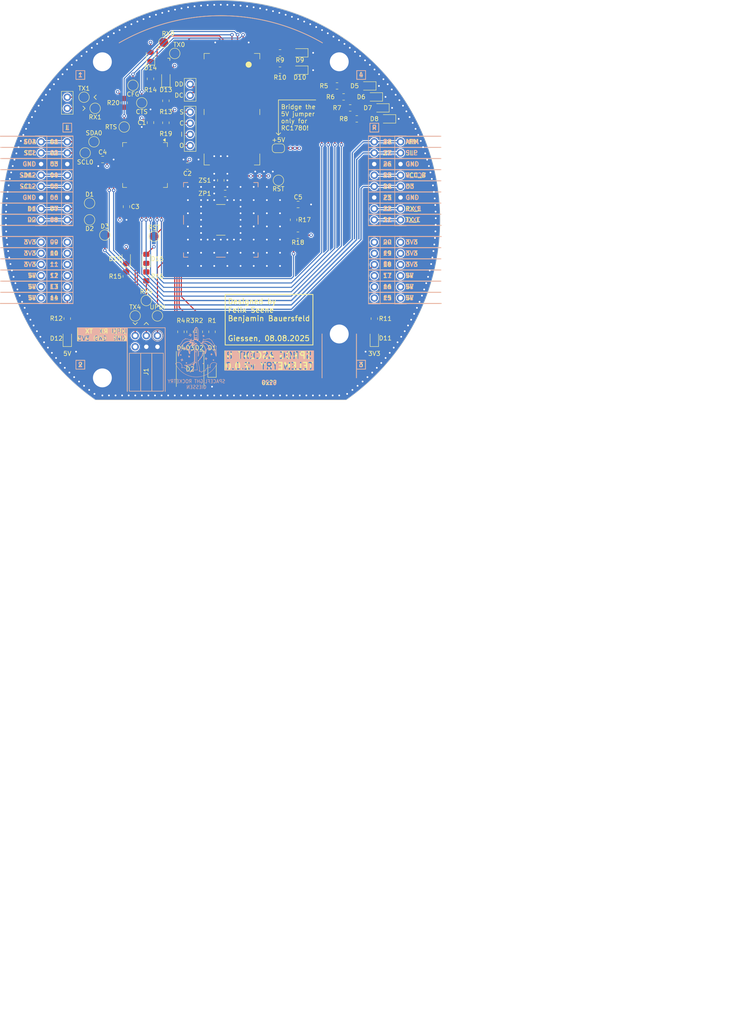
<source format=kicad_pcb>
(kicad_pcb (version 20241229) (generator "pcbnew") (generator_version "9.0")
  (layers (0 "F.Cu" signal) (4 "In1.Cu" signal) (6 "In2.Cu" signal) (2 "B.Cu" signal) (13 "F.Paste" user) (15 "B.Paste" user) (5 "F.SilkS" user "F.Silkscreen") (7 "B.SilkS" user "B.Silkscreen") (1 "F.Mask" user) (3 "B.Mask" user) (25 "Edge.Cuts" user))
  (net 0 "")
  (net 1 "GND")
  (net 2 "SCL2")
  (net 3 "+3V3")
  (net 4 "LED R")
  (net 5 "LED G")
  (net 6 "LED B")
  (net 7 "SDA2")
  (net 8 "ARM")
  (net 9 "Net-(D1-A)")
  (net 10 "Net-(D2-AR)")
  (net 11 "Net-(D2-AG)")
  (net 12 "Net-(D2-AB)")
  (net 13 "D1")
  (net 14 "D2")
  (net 15 "UPDI")
  (net 16 "SLP")
  (net 17 "D3")
  (net 18 "+5V")
  (net 19 "VCC_B")
  (net 20 "RX_L")
  (net 21 "TX_L")
  (net 22 "RTS")
  (net 23 "RX0")
  (net 24 "CFG")
  (net 25 "RST")
  (net 26 "TX0")
  (net 27 "CTS")
  (net 28 "LED EV")
  (net 29 "Net-(U2-D2)")
  (net 30 "Net-(D9-A)")
  (net 31 "Net-(D6-A)")
  (net 32 "Net-(D12-A)")
  (net 33 "Net-(D11-A)")
  (net 34 "Net-(U2-RF)")
  (net 35 "Net-(U2-D1)")
  (net 36 "Net-(D10-A)")
  (net 37 "Net-(U2-RESET)")
  (net 38 "Net-(J2-Pin_1)")
  (net 39 "Net-(J2-Pin_2)")
  (net 64 "Net-(D8-A)")
  (net 65 "Net-(D7-A)")
  (net 66 "Net-(D5-A)")
  (net 67 "SCK")
  (net 68 "Net-(U1-PF2)")
  (net 69 "Net-(U1-PE7)")
  (net 70 "Net-(U1-PE5)")
  (net 71 "Net-(U1-PE3)")
  (net 72 "Net-(J3-Pad1)")
  (net 86 "SS")
  (net 95 "MISO")
  (net 99 "MOSI")
  (net 100 "unconnected-(U1-VREFA{slash}PD7-Pad33)")
  (net 102 "TX4")
  (net 103 "TX1")
  (net 104 "RX4")
  (net 105 "RX1")
  (net 106 "SCL0")
  (net 107 "SDA0")
  (net 108 "Net-(JP1-A)")
  (net 109 "Net-(D16-K)")
  (net 110 "Net-(D15-K)")
  (net 111 "Net-(D14-K)")
  (net 112 "Net-(D13-K)")
  (footprint "Footprints:TestPoint" (layer "F.Cu") (at -30.885556 -15.5)
    (property "Reference" "TP13" (hide yes))
    (property "Value" "~" (hide yes))
  )
  (footprint "Capacitor_SMD:C_0805_2012Metric_Pad1.18x1.45mm_HandSolder" (layer "F.Cu") (at 17.651944 -3.76)
    (property "Reference" "C5")
    (property "Value" "1n0" (hide yes))
  )
  (footprint "Capacitor_SMD:C_0805_2012Metric_Pad1.18x1.45mm_HandSolder" (layer "F.Cu") (at -7.578056 -12.5 180)
    (property "Reference" "C2")
    (property "Value" "1uF" (hide yes))
  )
  (footprint "Resistor_SMD:R_0805_2012Metric_Pad1.20x1.40mm_HandSolder" (layer "F.Cu") (at -21.530556 12.615 -90)
    (property "Reference" "R15")
    (property "Value" "100R" (hide yes))
  )
  (footprint "Connector_PinSocket_2.54mm:PinSocket_2x03_P2.54mm_Horizontal" (layer "F.Cu") (at -19.490556 26.115 90)
    (property "Reference" "J1")
    (property "Value" "Conn_02x03_Odd_Even" (hide yes))
  )
  (footprint "LED_SMD:LED_0805_2012Metric_Pad1.15x1.40mm_HandSolder" (layer "F.Cu") (at -34.965556 26.74 90)
    (property "Reference" "D12")
    (property "Value" "LED" (hide yes))
  )
  (footprint "Footprints:TestPoint" (layer "F.Cu") (at -19.490556 21.615)
    (property "Reference" "TP8" (hide yes))
    (property "Value" "~" (hide yes))
  )
  (footprint "Footprints:m4hole" (layer "F.Cu") (at -26.965556 -36.26)
    (property "Reference" "M1" (hide yes))
    (property "Value" "Conn_01x01_Pin" (hide yes))
  )
  (footprint "Footprints:m4hole" (layer "F.Cu") (at 27.034444 25.74 180)
    (property "Reference" "M3" (hide yes))
    (property "Value" "Conn_01x01_Pin" (hide yes))
  )
  (footprint "Connector_PinSocket_2.54mm:PinSocket_1x08_P2.54mm_Vertical" (layer "F.Cu") (at -34.965556 -18.04)
    (property "Reference" "JL1" (hide yes))
    (property "Value" "Conn_01x08_Pin" (hide yes))
  )
  (footprint "Resistor_SMD:R_0805_2012Metric_Pad1.20x1.40mm_HandSolder" (layer "F.Cu") (at -1.965556 25.24 -90)
    (property "Reference" "R1")
    (property "Value" "R" (hide yes))
  )
  (footprint "Footprints:TestPoint" (layer "F.Cu") (at -21.990556 -21.4125)
    (property "Reference" "TP5" (hide yes))
    (property "Value" "~" (hide yes))
  )
  (footprint "Footprints:TestPoint" (layer "F.Cu") (at -14.410556 21.615)
    (property "Reference" "TP7" (hide yes))
    (property "Value" "~" (hide yes))
  )
  (footprint "Footprints:TestPoint" (layer "F.Cu") (at -16.950556 18.115)
    (property "Reference" "TP9" (hide yes))
    (property "Value" "~" (hide yes))
  )
  (footprint "LED_SMD:LED_0805_2012Metric_Pad1.15x1.40mm_HandSolder" (layer "F.Cu") (at -16.950556 8.615 90)
    (property "Reference" "D16")
    (property "Value" "LED" (hide yes))
  )
  (footprint "Footprints:TestPoint" (layer "F.Cu") (at -29.885556 -0.26)
    (property "Reference" "TP11" (hide yes))
    (property "Value" "~" (hide yes))
  )
  (footprint "LED_SMD:LED_RGB_Cree-PLCC-6_6x5mm_P2.1mm" (layer "F.Cu") (at -6.965556 33.74 -90)
    (property "Reference" "D2")
    (property "Value" "CLS6B-FKW" (hide yes))
  )
  (footprint "Connector_PinSocket_2.54mm:PinSocket_1x02_P2.54mm_Vertical" (layer "F.Cu") (at -6.955556 -31.155002)
    (property "Reference" "J2" (hide yes))
    (property "Value" "Conn_01x02_Pin" (hide yes))
  )
  (footprint "Resistor_SMD:R_0805_2012Metric_Pad1.20x1.40mm_HandSolder" (layer "F.Cu") (at 28.034444 -28.26 180)
    (property "Reference" "R6")
    (property "Value" "100R" (hide yes))
  )
  (footprint "Footprints:TestPoint" (layer "F.Cu") (at -12.965556 -40.660002)
    (property "Reference" "TP4" (hide yes))
    (property "Value" "~" (hide yes))
  )
  (footprint "Connector_PinSocket_2.54mm:PinSocket_1x02_P2.54mm_Vertical" (layer "F.Cu") (at -34.965556 -28.2)
    (property "Reference" "J5" (hide yes))
    (property "Value" "Conn_01x02_Pin" (hide yes))
  )
  (footprint "Connector_PinSocket_2.54mm:PinSocket_1x06_P2.54mm_Vertical" (layer "F.Cu") (at -40.940556 4.82)
    (property "Reference" "JL4" (hide yes))
    (property "Value" "Conn_01x06_Pin" (hide yes))
  )
  (footprint "Resistor_SMD:R_0805_2012Metric_Pad1.20x1.40mm_HandSolder" (layer "F.Cu") (at -21.990556 -26.9125 -90)
    (property "Reference" "R20")
    (property "Value" "5k6" (hide yes))
  )
  (footprint "Resistor_SMD:R_0805_2012Metric_Pad1.20x1.40mm_HandSolder" (layer "F.Cu") (at -34.965556 22.24 -90)
    (property "Reference" "R12")
    (property "Value" "R" (hide yes))
  )
  (footprint "Resistor_SMD:R_0805_2012Metric_Pad1.20x1.40mm_HandSolder" (layer "F.Cu") (at -4.865556 25.24 -90)
    (property "Reference" "R2")
    (property "Value" "R" (hide yes))
  )
  (footprint "Footprints:TestPoint" (layer "F.Cu") (at -19.990556 -30.9125)
    (property "Reference" "TP2" (hide yes))
    (property "Value" "~" (hide yes))
  )
  (footprint "Resistor_SMD:R_0805_2012Metric_Pad1.20x1.40mm_HandSolder" (layer "F.Cu") (at 26.534444 -30.76 180)
    (property "Reference" "R5")
    (property "Value" "100R" (hide yes))
  )
  (footprint "LED_SMD:LED_0805_2012Metric_Pad1.15x1.40mm_HandSolder" (layer "F.Cu") (at 35.059444 -28.26 180)
    (property "Reference" "D6")
    (property "Value" "LED" (hide yes))
  )
  (footprint "Connector_PinSocket_2.54mm:PinSocket_1x06_P2.54mm_Vertical" (layer "F.Cu") (at 41.009444 4.845)
    (property "Reference" "JR4" (hide yes))
    (property "Value" "Conn_01x06_Pin" (hide yes))
  )
  (footprint "Capacitor_SMD:C_0805_2012Metric_Pad1.18x1.45mm_HandSolder" (layer "F.Cu") (at -21.465556 -3.26 -90)
    (property "Reference" "C3")
    (property "Value" "1uF" (hide yes))
  )
  (footprint "Resistor_SMD:R_0805_2012Metric_Pad1.20x1.40mm_HandSolder" (layer "F.Cu") (at 35.034444 22.24 -90)
    (property "Reference" "R11")
    (property "Value" "R" (hide yes))
  )
  (footprint "Footprints:m4hole" (layer "F.Cu") (at 27.034444 -36.26 180)
    (property "Reference" "M4" (hide yes))
    (property "Value" "Conn_01x01_Pin" (hide yes))
  )
  (footprint "LED_SMD:LED_0805_2012Metric_Pad1.15x1.40mm_HandSolder" (layer "F.Cu") (at -12.490556 -32.375 90)
    (property "Reference" "D13")
    (property "Value" "LED" (hide yes))
  )
  (footprint "LED_SMD:LED_0805_2012Metric_Pad1.15x1.40mm_HandSolder" (layer "F.Cu") (at 18.059444 -34.35 180)
    (property "Reference" "D10")
    (property "Value" "LED" (hide yes))
  )
  (footprint "Capacitor_SMD:C_0805_2012Metric_Pad1.18x1.45mm_HandSolder" (layer "F.Cu") (at -26.903056 -14)
    (property "Reference" "C4")
    (property "Value" "1uF" (hide yes))
  )
  (footprint "Package_QFP:TQFP-64_10x10mm_P0.5mm" (layer "F.Cu") (at -17.240556 -12.75 -90)
    (property "Reference" "U1" (hide yes))
    (property "Value" "AVR128DB64x-xPT" (hide yes))
  )
  (footprint "LED_SMD:LED_0805_2012Metric_Pad1.15x1.40mm_HandSolder" (layer "F.Cu") (at 36.559444 -25.76 180)
    (property "Reference" "D7")
    (property "Value" "LED" (hide yes))
  )
  (footprint "Resistor_SMD:R_0805_2012Metric_Pad1.20x1.40mm_HandSolder" (layer "F.Cu") (at 17.614444 3.24 180)
    (property "Reference" "R18")
    (property "Value" "5k6" (hide yes))
  )
  (footprint "Resistor_SMD:R_0805_2012Metric_Pad1.20x1.40mm_HandSolder" (layer "F.Cu") (at 13.534444 -38.3 180)
    (property "Reference" "R9")
    (property "Value" "R" (hide yes))
  )
  (footprint "LED_SMD:LED_0805_2012Metric_Pad1.15x1.40mm_HandSolder" (layer "F.Cu") (at -21.530556 8.615 90)
    (property "Reference" "D15")
    (property "Value" "LED" (hide yes))
  )
  (footprint "LED_SMD:LED_0805_2012Metric_Pad1.15x1.40mm_HandSolder" (layer "F.Cu") (at 18.059444 -38.3 180)
    (property "Reference" "D9")
    (property "Value" "LED" (hide yes))
  )
  (footprint "Footprints:TestPoint" (layer "F.Cu") (at -26.403056 3.2075)
    (property "Reference" "TP17" (hide yes))
    (property "Value" "~" (hide yes))
  )
  (footprint "Resistor_SMD:R_0805_2012Metric_Pad1.20x1.40mm_HandSolder" (layer "F.Cu") (at -6.965556 25.24 -90)
    (property "Reference" "R3")
    (property "Value" "R" (hide yes))
  )
  (footprint "LED_SMD:LED_0805_2012Metric_Pad1.15x1.40mm_HandSolder" (layer "F.Cu") (at -15.990556 -37.375 90)
    (property "Reference" "D14")
    (property "Value" "LED" (hide yes))
  )
  (footprint "Connector_PinSocket_2.54mm:PinSocket_1x08_P2.54mm_Vertical" (layer "F.Cu") (at -40.940556 -18.04)
    (property "Reference" "JL3" (hide yes))
    (property "Value" "Conn_01x08_Pin" (hide yes))
  )
  (footprint "Connector_PinSocket_2.54mm:PinSocket_1x08_P2.54mm_Vertical" (layer "F.Cu") (at 35.009444 -18.04)
    (property "Reference" "JR1" (hide yes))
    (property "Value" "Conn_01x08_Pin" (hide yes))
  )
  (footprint "LED_SMD:LED_0805_2012Metric_Pad1.15x1.40mm_HandSolder" (layer "F.Cu") (at 35.034444 26.74 90)
    (property "Reference" "D11")
    (property "Value" "LED" (hide yes))
  )
  (footprint "LED_SMD:LED_0805_2012Metric_Pad1.15x1.40mm_HandSolder" (layer "F.Cu") (at 38.059444 -23.26 180)
    (property "Reference" "D8")
    (property "Value" "LED" (hide yes))
  )
  (footprint "Resistor_SMD:R_0805_2012Metric_Pad1.20x1.40mm_HandSolder" (layer "F.Cu") (at -15.990556 -32.375 90)
    (property "Reference" "R14")
    (property "Value" "100R" (hide yes))
  )
  (footprint "Resistor_SMD:R_0805_2012Metric_Pad1.20x1.40mm_HandSolder" (layer "F.Cu") (at 0.034444 -9.26 -90)
    (property "Reference" "ZS1")
    (property "Value" "R")
  )
  (footprint "Connector_PinSocket_2.54mm:PinSocket_1x06_P2.54mm_Vertical" (layer "F.Cu") (at -34.965556 4.82)
    (property "Reference" "JL2" (hide yes))
    (property "Value" "Conn_01x06_Pin" (hide yes))
  )
  (footprint "Footprints:TestPoint" (layer "F.Cu") (at -10.465556 -38.160002)
    (property "Reference" "TP3" (hide yes))
    (property "Value" "~" (hide yes))
  )
  (footprint "Footprints:TestPoint" (layer "F.Cu") (at -29.885556 -4.07)
    (property "Reference" "TP10" (hide yes))
    (property "Value" "~" (hide yes))
  )
  (footprint "Footprints:TestPoint" (layer "F.Cu") (at -17.990556 -26.9125)
    (property "Reference" "TP6" (hide yes))
    (property "Value" "~" (hide yes))
  )
  (footprint "Resistor_SMD:R_0805_2012Metric_Pad1.20x1.40mm_HandSolder" (layer "F.Cu") (at 29.534444 -25.76 180)
    (property "Reference" "R7")
    (property "Value" "100R" (hide yes))
  )
  (footprint "Footprints:TestPoint" (layer "F.Cu") (at -31.155556 -28.2)
    (property "Reference" "TP14" (hide yes))
    (property "Value" "~" (hide yes))
  )
  (footprint "Connector_PinSocket_2.54mm:PinSocket_1x08_P2.54mm_Vertical" (layer "F.Cu") (at 41.009444 -18.04)
    (property "Reference" "JR3" (hide yes))
    (property "Value" "Conn_01x08_Pin" (hide yes))
  )
  (footprint "Resistor_SMD:R_0805_2012Metric_Pad1.20x1.40mm_HandSolder" (layer "F.Cu") (at 31.034444 -23.26 180)
    (property "Reference" "R8")
    (property "Value" "100R" (hide yes))
  )
  (footprint "Resistor_SMD:R_0805_2012Metric_Pad1.20x1.40mm_HandSolder" (layer "F.Cu") (at -16.950556 12.615 90)
    (property "Reference" "R16")
    (property "Value" "100R" (hide yes))
  )
  (footprint "Footprints:SMA_connector_smd" (layer "F.Cu") (at 0.034444 -0.26)
    (property "Reference" "J3" (hide yes))
    (property "Value" "SMA SMD" (hide yes))
  )
  (footprint "Resistor_SMD:R_0805_2012Metric_Pad1.20x1.40mm_HandSolder" (layer "F.Cu") (at -9.065556 25.24 -90)
    (property "Reference" "R4")
    (property "Value" "R" (hide yes))
  )
  (footprint "Connector_PinSocket_2.54mm:PinSocket_1x04_P2.54mm_Vertical" (layer "F.Cu") (at -6.955556 -17.185002 180)
    (property "Reference" "J4" (hide yes))
    (property "Value" "Conn_01x04_Pin" (hide yes))
  )
  (footprint "LED_SMD:LED_0805_2012Metric_Pad1.15x1.40mm_HandSolder" (layer "F.Cu") (at 33.559444 -30.76 180)
    (property "Reference" "D5")
    (property "Value" "LED" (hide yes))
  )
  (footprint "Footprints:TestPoint" (layer "F.Cu") (at -28.615556 -25.66)
    (property "Reference" "TP15" (hide yes))
    (property "Value" "~" (hide yes))
  )
  (footprint "Resistor_SMD:R_0805_2012Metric_Pad1.20x1.40mm_HandSolder" (layer "F.Cu") (at 13.534444 -34.35 180)
    (property "Reference" "R10")
    (property "Value" "R" (hide yes))
  )
  (footprint "Footprints:TestPoint" (layer "F.Cu") (at -28.885556 -18.04)
    (property "Reference" "TP12" (hide yes))
    (property "Value" "~" (hide yes))
  )
  (footprint "Connector_PinSocket_2.54mm:PinSocket_1x06_P2.54mm_Vertical" (layer "F.Cu") (at 35.034444 4.845)
    (property "Reference" "JR2" (hide yes))
    (property "Value" "Conn_01x06_Pin" (hide yes))
  )
  (footprint "Resistor_SMD:R_0805_2012Metric_Pad1.20x1.40mm_HandSolder" (layer "F.Cu") (at 1.034444 -6.26)
    (property "Reference" "ZP1")
    (property "Value" "R")
  )
  (footprint "Resistor_SMD:R_0805_2012Metric_Pad1.20x1.40mm_HandSolder" (layer "F.Cu") (at -12.490556 -22.375 -90)
    (property "Reference" "R19")
    (property "Value" "5k6" (hide yes))
  )
  (footprint "Footprints:m4hole" (layer "F.Cu") (at -26.965556 35.74)
    (property "Reference" "M2" (hide yes))
    (property "Value" "Conn_01x01_Pin" (hide yes))
  )
  (footprint "Resistor_SMD:R_0805_2012Metric_Pad1.20x1.40mm_HandSolder" (layer "F.Cu") (at -12.490556 -27.375 -90)
    (property "Reference" "R13")
    (property "Value" "100R" (hide yes))
  )
  (footprint "Footprints:RC1780HP" (layer "F.Cu") (at 8.924444 -38.160002 -90)
    (property "Reference" "U2" (hide yes))
    (property "Value" "RC1780HP" (hide yes))
  )
  (footprint "Capacitor_SMD:C_0805_2012Metric_Pad1.18x1.45mm_HandSolder" (layer "F.Cu") (at -15.990556 -22.4125 90)
    (property "Reference" "C1")
    (property "Value" "1uF" (hide yes))
  )
  (footprint "Footprints:TestPoint" (layer "F.Cu") (at 13.174444 -9.260002)
    (property "Reference" "TP16" (hide yes))
    (property "Value" "~" (hide yes))
  )
  (footprint "Footprints:TestPoint" (layer "F.Cu") (at -15.180556 3.49004)
    (property "Reference" "TP1" (hide yes))
    (property "Value" "~" (hide yes))
  )
  (footprint "LED_SMD:LED_0805_2012Metric_Pad1.15x1.40mm_HandSolder" (layer "F.Cu") (at -1.965556 33.74 90)
    (property "Reference" "D1")
    (property "Value" "LED" (hide yes))
  )
  (footprint "Resistor_SMD:R_0805_2012Metric_Pad1.20x1.40mm_HandSolder" (layer "F.Cu") (at 16.614444 -0.26 -90)
    (property "Reference" "R17")
    (property "Value" "2k7" (hide yes))
  )
  (footprint "Footprints:Jumper" (layer "F.Cu") (at 13.174444 -16.570002)
    (property "Reference" "JP1" (hide yes))
    (property "Value" "Jumper_2_Bridged" (hide yes))
  )
  (gr_circle (center 27.034445 35.74) (end 30.034445 35.74) (stroke (width 2)) (fill no) (layer "F.Cu") (net 1))
  (gr_circle (center 27.034445 35.74) (end 30.034445 35.74) (stroke (width 2)) (fill no) (layer "B.Cu") (net 1))
  (gr_line (start -50.130556 6.09) (end -33.672556 6.09) (stroke (width 0.2)) (layer "F.SilkS"))
  (gr_line (start 33.741444 -4.07) (end 50.199444 -4.07) (stroke (width 0.2)) (layer "F.SilkS"))
  (gr_line (start 33.816444 18.79) (end 50.274444 18.79) (stroke (width 0.2)) (layer "F.SilkS"))
  (gr_line (start -13.825556 -39.320002) (end -14.325556 -39.320002) (stroke (width 0.15)) (layer "F.SilkS"))
  (gr_line (start -31.405556 -26.16) (end -30.905556 -25.66) (stroke (width 0.15)) (layer "F.SilkS"))
  (gr_line (start -50.130556 -14.23) (end -33.672556 -14.23) (stroke (width 0.2)) (layer "F.SilkS"))
  (gr_line (start 33.741444 13.71) (end 50.199444 13.71) (stroke (width 0.2)) (layer "F.SilkS"))
  (gr_line (start -19.490556 23.615) (end -19.990556 23.115) (stroke (width 0.15)) (layer "F.SilkS"))
  (gr_line (start -32.990556 -34.26) (end -32.990556 -32.26) (stroke (width 0.15)) (layer "F.SilkS"))
  (gr_line (start -8.465555 7.24001) (end -8.465555 8.24001) (stroke (width 0.15)) (layer "F.SilkS"))
  (gr_line (start 13.174444 -27.570002) (end 21.674444 -27.570002) (stroke (width 0.15)) (layer "F.SilkS"))
  (gr_line (start -50.205556 3.55) (end -33.747556 3.55) (stroke (width 0.2)) (layer "F.SilkS"))
  (gr_line (start 33.741444 -16.77) (end 50.199444 -16.77) (stroke (width 0.2)) (layer "F.SilkS"))
  (gr_line (start -28.865556 -28.2) (end -28.365556 -27.7) (stroke (width 0.15)) (layer "F.SilkS"))
  (gr_line (start 31.009444 31.74) (end 31.009444 33.74) (stroke (width 0.15)) (layer "F.SilkS"))
  (gr_arc (start 0.034445 -46.76) (mid 12.029899 -45.186152) (end 23.213352 -40.571143) (stroke (width 0.15)) (layer "F.SilkS"))
  (gr_line (start -33.965556 -22.26) (end -35.965556 -22.26) (stroke (width 0.15)) (layer "F.SilkS"))
  (gr_line (start -8.465555 8.24001) (end -7.465555 8.24001) (stroke (width 0.15)) (layer "F.SilkS"))
  (gr_line (start -50.205556 1.01) (end -33.747556 1.01) (stroke (width 0.2)) (layer "F.SilkS"))
  (gr_line (start -50.130556 8.63) (end -33.672556 8.63) (stroke (width 0.2)) (layer "F.SilkS"))
  (gr_line (start -16.950556 23.115) (end -16.450556 23.615) (stroke (width 0.15)) (layer "F.SilkS"))
  (gr_line (start -21.290556 24.315) (end -21.290556 38.815) (stroke (width 0.15)) (layer "F.SilkS"))
  (gr_line (start 33.741444 -14.23) (end 50.199444 -14.23) (stroke (width 0.2)) (layer "F.SilkS"))
  (gr_line (start -50.130556 16.25) (end -33.672556 16.25) (stroke (width 0.2)) (layer "F.SilkS"))
  (gr_line (start -11.575556 -37.070002) (end -11.575556 -36.570002) (stroke (width 0.15)) (layer "F.SilkS"))
  (gr_arc (start -23.144462 -40.571143) (mid -11.961009 -45.186149) (end 0.034445 -46.76) (stroke (width 0.15)) (layer "F.SilkS"))
  (gr_line (start 33.741444 -6.61) (end 50.199444 -6.61) (stroke (width 0.2)) (layer "F.SilkS"))
  (gr_line (start -50.130556 -1.53) (end -33.672556 -1.53) (stroke (width 0.2)) (layer "F.SilkS"))
  (gr_line (start -0.965565 8.24004) (end 1.034435 8.24004) (stroke (width 0.15)) (layer "F.SilkS"))
  (gr_line (start 34.034444 -22.26) (end 34.034444 -20.26) (stroke (width 0.15)) (layer "F.SilkS"))
  (gr_line (start 30.959444 35.74) (end 30.959444 25.74) (stroke (width 0.15)) (layer "F.SilkS"))
  (gr_line (start 33.034444 -34.26) (end 31.034444 -34.26) (stroke (width 0.15)) (layer "F.SilkS"))
  (gr_line (start 8.534445 8.24001) (end 8.534445 7.24001) (stroke (width 0.15)) (layer "F.SilkS"))
  (gr_line (start -12.640556 24.315) (end -12.640556 38.815) (stroke (width 0.15)) (layer "F.SilkS"))
  (gr_line (start 23.109444 25.74) (end 23.109444 35.74) (stroke (width 0.15)) (layer "F.SilkS"))
  (gr_line (start 13.674444 -20.070002) (end 13.174444 -19.570002) (stroke (width 0.15)) (layer "F.SilkS"))
  (gr_line (start -8.465565 -1.25996) (end -8.465565 0.74004) (stroke (width 0.15)) (layer "F.SilkS"))
  (gr_line (start -32.990556 33.74) (end -30.990556 33.74) (stroke (width 0.15)) (layer "F.SilkS"))
  (gr_line (start -8.465555 -8.75999) (end -7.465555 -8.75999) (stroke (width 0.15)) (layer "F.SilkS"))
  (gr_line (start -17.450556 23.615) (end -16.950556 23.115) (stroke (width 0.15)) (layer "F.SilkS"))
  (gr_line (start -33.965556 -20.26) (end -33.965556 -22.26) (stroke (width 0.15)) (layer "F.SilkS"))
  (gr_line (start -8.465555 -7.75999) (end -8.465555 -8.75999) (stroke (width 0.15)) (layer "F.SilkS"))
  (gr_line (start 31.034444 -34.26) (end 31.034444 -32.26) (stroke (width 0.15)) (layer "F.SilkS"))
  (gr_line (start 33.741444 -9.15) (end 50.199444 -9.15) (stroke (width 0.2)) (layer "F.SilkS"))
  (gr_line (start 33.741444 8.63) (end 50.199444 8.63) (stroke (width 0.2)) (layer "F.SilkS"))
  (gr_line (start 33.741444 16.25) (end 50.199444 16.25) (stroke (width 0.2)) (layer "F.SilkS"))
  (gr_line (start 33.816444 3.55) (end 50.274444 3.55) (stroke (width 0.2)) (layer "F.SilkS"))
  (gr_line (start 33.791444 1.01) (end 50.249444 1.01) (stroke (width 0.2)) (layer "F.SilkS"))
  (gr_line (start -50.130556 -4.07) (end -33.672556 -4.07) (stroke (width 0.2)) (layer "F.SilkS"))
  (gr_line (start -30.990556 33.74) (end -30.990556 31.74) (stroke (width 0.15)) (layer "F.SilkS"))
  (gr_line (start 31.034444 -32.26) (end 33.034444 -32.26) (stroke (width 0.15)) (layer "F.SilkS"))
  (gr_line (start 33.741444 11.17) (end 50.199444 11.17) (stroke (width 0.2)) (layer "F.SilkS"))
  (gr_line (start -35.965556 -20.26) (end -33.965556 -20.26) (stroke (width 0.15)) (layer "F.SilkS"))
  (gr_line (start -32.990556 31.74) (end -32.990556 33.74) (stroke (width 0.15)) (layer "F.SilkS"))
  (gr_line (start 33.741444 6.09) (end 50.199444 6.09) (stroke (width 0.2)) (layer "F.SilkS"))
  (gr_line (start -50.130556 -16.77) (end -33.672556 -16.77) (stroke (width 0.2)) (layer "F.SilkS"))
  (gr_line (start -32.990556 -32.26) (end -30.990556 -32.26) (stroke (width 0.15)) (layer "F.SilkS"))
  (gr_line (start -35.965556 -22.26) (end -35.965556 -20.26) (stroke (width 0.15)) (layer "F.SilkS"))
  (gr_line (start -30.990556 31.74) (end -32.990556 31.74) (stroke (width 0.15)) (layer "F.SilkS"))
  (gr_line (start -50.130556 11.17) (end -33.672556 11.17) (stroke (width 0.2)) (layer "F.SilkS"))
  (gr_line (start -30.905556 -25.66) (end -31.405556 -25.16) (stroke (width 0.15)) (layer "F.SilkS"))
  (gr_line (start 1.034445 28.24) (end 21.034445 28.24) (stroke (width 0.2)) (layer "F.SilkS"))
  (gr_line (start 13.174444 -19.570002) (end 13.174444 -27.570002) (stroke (width 0.15)) (layer "F.SilkS"))
  (gr_line (start 36.034444 -20.26) (end 36.034444 -22.26) (stroke (width 0.15)) (layer "F.SilkS"))
  (gr_line (start 33.009444 33.74) (end 33.009444 31.74) (stroke (width 0.15)) (layer "F.SilkS"))
  (gr_line (start 34.034444 -20.26) (end 36.034444 -20.26) (stroke (width 0.15)) (layer "F.SilkS"))
  (gr_line (start 33.009444 31.74) (end 31.009444 31.74) (stroke (width 0.15)) (layer "F.SilkS"))
  (gr_line (start -50.130556 -6.61) (end -33.672556 -6.61) (stroke (width 0.2)) (layer "F.SilkS"))
  (gr_line (start 21.034445 16.74) (end 1.034445 16.74) (stroke (width 0.2)) (layer "F.SilkS"))
  (gr_line (start -50.130556 -9.15) (end -33.672556 -9.15) (stroke (width 0.2)) (layer "F.SilkS"))
  (gr_line (start -14.325556 -39.820002) (end -14.325556 -39.320002) (stroke (width 0.15)) (layer "F.SilkS"))
  (gr_line (start 7.534445 -8.75999) (end 8.534445 -8.75999) (stroke (width 0.15)) (layer "F.SilkS"))
  (gr_line (start 21.034445 28.24) (end 21.034445 16.74) (stroke (width 0.2)) (layer "F.SilkS"))
  (gr_line (start 36.034444 -22.26) (end 34.034444 -22.26) (stroke (width 0.15)) (layer "F.SilkS"))
  (gr_line (start 33.741444 -19.31) (end 50.199444 -19.31) (stroke (width 0.2)) (layer "F.SilkS"))
  (gr_line (start -50.205556 18.79) (end -33.747556 18.79) (stroke (width 0.2)) (layer "F.SilkS"))
  (gr_line (start -50.130556 -11.69) (end -33.672556 -11.69) (stroke (width 0.2)) (layer "F.SilkS"))
  (gr_line (start 8.534435 -1.25996) (end 8.534435 0.74004) (stroke (width 0.15)) (layer "F.SilkS"))
  (gr_line (start 8.534445 -8.75999) (end 8.534445 -7.75999) (stroke (width 0.15)) (layer "F.SilkS"))
  (gr_line (start -30.990556 -34.26) (end -32.990556 -34.26) (stroke (width 0.15)) (layer "F.SilkS"))
  (gr_line (start -50.205556 -19.31) (end -33.747556 -19.31) (stroke (width 0.2)) (layer "F.SilkS"))
  (gr_line (start -32.640556 24.315) (end -12.640556 24.315) (stroke (width 0.15)) (layer "F.SilkS"))
  (gr_line (start -18.990556 23.115) (end -19.490556 23.615) (stroke (width 0.15)) (layer "F.SilkS"))
  (gr_line (start 33.741444 -11.69) (end 50.199444 -11.69) (stroke (width 0.2)) (layer "F.SilkS"))
  (gr_line (start 7.534445 8.24001) (end 8.534445 8.24001) (stroke (width 0.15)) (layer "F.SilkS"))
  (gr_line (start -28.365556 -28.7) (end -28.865556 -28.2) (stroke (width 0.15)) (layer "F.SilkS"))
  (gr_line (start 1.034445 16.74) (end 1.034445 28.24) (stroke (width 0.2)) (layer "F.SilkS"))
  (gr_line (start 31.009444 33.74) (end 33.009444 33.74) (stroke (width 0.15)) (layer "F.SilkS"))
  (gr_line (start 12.674444 -20.070002) (end 13.174444 -19.570002) (stroke (width 0.15)) (layer "F.SilkS"))
  (gr_line (start 33.034444 -32.26) (end 33.034444 -34.26) (stroke (width 0.15)) (layer "F.SilkS"))
  (gr_line (start -30.990556 -32.26) (end -30.990556 -34.26) (stroke (width 0.15)) (layer "F.SilkS"))
  (gr_line (start -12.075556 -37.070002) (end -11.575556 -37.070002) (stroke (width 0.15)) (layer "F.SilkS"))
  (gr_line (start 33.741444 -1.53) (end 50.199444 -1.53) (stroke (width 0.2)) (layer "F.SilkS"))
  (gr_line (start -50.130556 13.71) (end -33.672556 13.71) (stroke (width 0.2)) (layer "F.SilkS"))
  (gr_line (start -5.345267 33.884877) (end -5.344168 33.918234) (stroke (width 0.081)) (layer "B.SilkS"))
  (gr_arc (start -3.743778 26.250241) (mid -3.758707 26.237892) (end -3.772403 26.224187) (stroke (width 0.081)) (layer "B.SilkS"))
  (gr_arc (start -1.031561 30.840961) (mid -1.034148 30.8521) (end -1.037272 30.8631) (stroke (width 0.081)) (layer "B.SilkS"))
  (gr_line (start -7.05593 31.034662) (end -7.064334 31.020431) (stroke (width 0.081)) (layer "B.SilkS"))
  (gr_line (start -5.331439 26.00175) (end -5.65906 26.00175) (stroke (width 0.081)) (layer "B.SilkS"))
  (gr_line (start -7.345185 31.023423) (end -7.316724 31.006329) (stroke (width 0.081)) (layer "B.SilkS"))
  (gr_arc (start -5.584814 24.230367) (mid -5.576977 24.22898) (end -5.569045 24.228333) (stroke (width 0.081)) (layer "B.SilkS"))
  (gr_line (start -2.324124 32.717664) (end -2.352338 32.783406) (stroke (width 0.081)) (layer "B.SilkS"))
  (gr_line (start -5.908356 30.990141) (end -5.908356 29.80875) (stroke (width 0.081)) (layer "B.SilkS"))
  (gr_line (start -7.052273 30.768652) (end -7.047633 30.761361) (stroke (width 0.081)) (layer "B.SilkS"))
  (gr_line (start -3.829916 26.003109) (end -3.828341 25.994115) (stroke (width 0.081)) (layer "B.SilkS"))
  (gr_line (start -2.404243 33.19995) (end -2.396255 33.250185) (stroke (width 0.081)) (layer "B.SilkS"))
  (gr_line (start -3.992892 32.546799) (end -3.99375 32.556197) (stroke (width 0.081)) (layer "B.SilkS"))
  (gr_arc (start -3.524128 27.358269) (mid -3.342151 27.366118) (end -3.162242 27.394576) (stroke (width 0.081)) (layer "B.SilkS"))
  (gr_arc (start -5.851851 27.970631) (mid -5.852956 27.965332) (end -5.853285 27.95993) (stroke (width 0.081)) (layer "B.SilkS"))
  (gr_line (start -5.524956 26.861474) (end -5.483106 26.815902) (stroke (width 0.081)) (layer "B.SilkS"))
  (gr_line (start -6.813036 27.758463) (end -6.769033 27.750768) (stroke (width 0.081)) (layer "B.SilkS"))
  (gr_arc (start -2.255504 27.962643) (mid -2.092938 28.12332) (end -1.943069 28.2959) (stroke (width 0.081)) (layer "B.SilkS"))
  (gr_arc (start -2.101471 30.296716) (mid -2.115785 30.307181) (end -2.131206 30.315931) (stroke (width 0.081)) (layer "B.SilkS"))
  (gr_arc (start -5.240095 24.503195) (mid -5.202226 24.581537) (end -5.169714 24.662249) (stroke (width 0.081)) (layer "B.SilkS"))
  (gr_line (start -2.573794 29.281232) (end -2.593103 29.218324) (stroke (width 0.081)) (layer "B.SilkS"))
  (gr_line (start -4.403938 27.932565) (end -4.439869 27.910489) (stroke (width 0.081)) (layer "B.SilkS"))
  (gr_line (start -33.747556 1.01) (end -50.205556 1.01) (stroke (width 0.2)) (layer "B.SilkS"))
  (gr_line (start -4.10482 30.194535) (end -4.109446 30.129834) (stroke (width 0.081)) (layer "B.SilkS"))
  (gr_arc (start -5.292543 27.137009) (mid -5.316844 27.141704) (end -5.341586 27.14231) (stroke (width 0.081)) (layer "B.SilkS"))
  (gr_arc (start -4.770682 31.551813) (mid -4.771697 31.552682) (end -4.773007 31.55295) (stroke (width 0.081)) (layer "B.SilkS"))
  (gr_line (start -7.112924 30.221562) (end -7.08515 30.264308) (stroke (width 0.081)) (layer "B.SilkS"))
  (gr_line (start -7.087346 30.241571) (end -7.092816 30.223823) (stroke (width 0.081)) (layer "B.SilkS"))
  (gr_arc (start -9.30562 28.264949) (mid -9.386329 28.338883) (end -9.472182 28.406777) (stroke (width 0.081)) (layer "B.SilkS"))
  (gr_arc (start -9.034331 31.613556) (mid -9.012535 31.622762) (end -8.991488 31.633573) (stroke (width 0.081)) (layer "B.SilkS"))
  (gr_line (start -6.844536 32.771047) (end -6.878159 32.801849) (stroke (width 0.081)) (layer "B.SilkS"))
  (gr_line (start -6.222418 27.883403) (end -6.211484 27.87677) (stroke (width 0.081)) (layer "B.SilkS"))
  (gr_arc (start -9.646418 30.866377) (mid -9.646468 30.866667) (end -9.646702 30.866489) (stroke (width 0.081)) (layer "B.SilkS"))
  (gr_arc (start -1.612053 31.582228) (mid -1.619991 31.595991) (end -1.629574 31.608664) (stroke (width 0.081)) (layer "B.SilkS"))
  (gr_line (start -7.631073 26.830766) (end -7.664706 26.829566) (stroke (width 0.081)) (layer "B.SilkS"))
  (gr_line (start -5.435452 28.176787) (end -5.458813 28.22516) (stroke (width 0.081)) (layer "B.SilkS"))
  (gr_line (start -5.875512 28.063583) (end -5.8856 28.051786) (stroke (width 0.081)) (layer "B.SilkS"))
  (gr_line (start -2.968056 26.828882) (end -2.995866 26.831266) (stroke (width 0.081)) (layer "B.SilkS"))
  (gr_line (start -8.075238 29.338213) (end -8.070116 29.330779) (stroke (width 0.081)) (layer "B.SilkS"))
  (gr_arc (start -6.58347 28.018744) (mid -6.57987 28.002729) (end -6.574169 27.987336) (stroke (width 0.081)) (layer "B.SilkS"))
  (gr_line (start -6.868894 28.620799) (end -6.940555 28.7517) (stroke (width 0.081)) (layer "B.SilkS"))
  (gr_arc (start -1.984328 30.379442) (mid -1.99224 30.372449) (end -1.999673 30.364949) (stroke (width 0.081)) (layer "B.SilkS"))
  (gr_arc (start -6.649272 25.921843) (mid -6.672065 25.921168) (end -6.694801 25.919429) (stroke (width 0.081)) (layer "B.SilkS"))
  (gr_line (start -2.289105 32.651185) (end -2.324124 32.717664) (stroke (width 0.081)) (layer "B.SilkS"))
  (gr_line (start -4.1249 30.607212) (end -4.114973 30.540883) (stroke (width 0.081)) (layer "B.SilkS"))
  (gr_line (start -7.725504 34.133489) (end -7.726258 34.121325) (stroke (width 0.081)) (layer "B.SilkS"))
  (gr_arc (start -2.076599 30.270994) (mid -2.088303 30.284563) (end -2.101471 30.296716) (stroke (width 0.081)) (layer "B.SilkS"))
  (gr_line (start -6.119648 32.592796) (end -6.215774 32.892805) (stroke (width 0.081)) (layer "B.SilkS"))
  (gr_arc (start -6.753883 26.971901) (mid -6.780996 26.984552) (end -6.808915 26.995305) (stroke (width 0.081)) (layer "B.SilkS"))
  (gr_line (start -5.930955 24.865725) (end -5.926873 24.85155) (stroke (width 0.081)) (layer "B.SilkS"))
  (gr_arc (start -9.018503 30.495395) (mid -9.010017 30.482927) (end -9.000673 30.47109) (stroke (width 0.081)) (layer "B.SilkS"))
  (gr_line (start -9.645316 32.221269) (end -9.713094 32.222281) (stroke (width 0.081)) (layer "B.SilkS"))
  (gr_arc (start -2.599396 26.769664) (mid -2.597599 26.767314) (end -2.595635 26.765101) (stroke (width 0.081)) (layer "B.SilkS"))
  (gr_line (start -5.19436 35.517402) (end -5.084856 35.508252) (stroke (width 0.081)) (layer "B.SilkS"))
  (gr_arc (start -3.815341 26.156348) (mid -3.822655 26.136679) (end -3.828415 26.1165) (stroke (width 0.081)) (layer "B.SilkS"))
  (gr_line (start -7.846368 32.425502) (end -7.840129 32.419342) (stroke (width 0.081)) (layer "B.SilkS"))
  (gr_line (start -5.657931 25.404386) (end -5.986656 25.405072) (stroke (width 0.081)) (layer "B.SilkS"))
  (gr_line (start -5.863166 27.024788) (end -5.921414 27.039939) (stroke (width 0.081)) (layer "B.SilkS"))
  (gr_line (start -0.956518 28.563211) (end -0.967062 28.556859) (stroke (width 0.081)) (layer "B.SilkS"))
  (gr_line (start -6.951902 27.359972) (end -6.948495 27.352554) (stroke (width 0.081)) (layer "B.SilkS"))
  (gr_arc (start -6.955121 27.664182) (mid -6.964871 27.642461) (end -6.972318 27.619847) (stroke (width 0.081)) (layer "B.SilkS"))
  (gr_arc (start -6.79397 27.610984) (mid -6.791789 27.602341) (end -6.788512 27.594052) (stroke (width 0.081)) (layer "B.SilkS"))
  (gr_line (start -6.567783 27.282543) (end -6.569402 27.276824) (stroke (width 0.081)) (layer "B.SilkS"))
  (gr_arc (start -2.407104 33.0308) (mid -2.40621 33.012734) (end -2.404274 32.99475) (stroke (width 0.081)) (layer "B.SilkS"))
  (gr_arc (start -6.894281 28.530332) (mid -6.809959 28.410447) (end -6.717242 28.296931) (stroke (width 0.081)) (layer "B.SilkS"))
  (gr_arc (start -1.599156 31.702015) (mid -1.59462 31.700032) (end -1.58999 31.698278) (stroke (width 0.081)) (layer "B.SilkS"))
  (gr_arc (start -7.622195 32.920715) (mid -7.62157 32.921506) (end -7.621721 32.922502) (stroke (width 0.081)) (layer "B.SilkS"))
  (gr_line (start -5.836806 28.0011) (end -5.835456 27.9849) (stroke (width 0.081)) (layer "B.SilkS"))
  (gr_line (start -0.973685 32.438095) (end -1.033171 32.389319) (stroke (width 0.081)) (layer "B.SilkS"))
  (gr_line (start -2.562719 29.321067) (end -2.564436 29.314534) (stroke (width 0.081)) (layer "B.SilkS"))
  (gr_line (start -6.929917 27.785033) (end -6.932351 27.783936) (stroke (width 0.081)) (layer "B.SilkS"))
  (gr_arc (start -6.176327 27.959456) (mid -6.186259 27.970471) (end -6.196686 27.981019) (stroke (width 0.081)) (layer "B.SilkS"))
  (gr_arc (start -6.740599 27.725845) (mid -6.746196 27.731056) (end -6.752132 27.735878) (stroke (width 0.081)) (layer "B.SilkS"))
  (gr_line (start -6.075756 25.992126) (end -6.075632 26.477631) (stroke (width 0.081)) (layer "B.SilkS"))
  (gr_line (start -4.17678 30.790274) (end -4.176156 30.810204) (stroke (width 0.081)) (layer "B.SilkS"))
  (gr_line (start -3.017611 26.835921) (end -3.046415 26.845923) (stroke (width 0.081)) (layer "B.SilkS"))
  (gr_line (start -5.990442 32.292383) (end -6.00119 32.314608) (stroke (width 0.081)) (layer "B.SilkS"))
  (gr_line (start -5.138877 32.3211) (end -5.156615 32.277044) (stroke (width 0.081)) (layer "B.SilkS"))
  (gr_line (start -4.748798 31.500975) (end -4.758375 31.520906) (stroke (width 0.081)) (layer "B.SilkS"))
  (gr_arc (start -3.886305 32.513621) (mid -3.891446 32.508536) (end -3.896311 32.503185) (stroke (width 0.081)) (layer "B.SilkS"))
  (gr_line (start -6.302378 27.293339) (end -6.296192 27.291456) (stroke (width 0.081)) (layer "B.SilkS"))
  (gr_line (start -4.099078 29.491393) (end -4.070745 29.503959) (stroke (width 0.081)) (layer "B.SilkS"))
  (gr_arc (start -6.894927 27.572001) (mid -6.889147 27.562549) (end -6.881755 27.554296) (stroke (width 0.081)) (layer "B.SilkS"))
  (gr_arc (start -0.992605 28.576945) (mid -0.984252 28.571808) (end -0.975115 28.568249) (stroke (width 0.081)) (layer "B.SilkS"))
  (gr_arc (start -6.379129 28.23669) (mid -6.361334 28.250648) (end -6.344216 28.265429) (stroke (width 0.081)) (layer "B.SilkS"))
  (gr_line (start -7.655842 33.019914) (end -7.591065 33.004039) (stroke (width 0.081)) (layer "B.SilkS"))
  (gr_arc (start -5.412548 28.116079) (mid -5.414879 28.125187) (end -5.417595 28.134188) (stroke (width 0.081)) (layer "B.SilkS"))
  (gr_arc (start -7.304879 30.972845) (mid -7.319733 30.992831) (end -7.335493 31.012111) (stroke (width 0.081)) (layer "B.SilkS"))
  (gr_line (start -6.487933 28.188168) (end -6.472697 28.18927) (stroke (width 0.081)) (layer "B.SilkS"))
  (gr_arc (start -2.630353 26.808161) (mid -2.637655 26.814749) (end -2.645331 26.820896) (stroke (width 0.081)) (layer "B.SilkS"))
  (gr_line (start -1.926355 27.397948) (end -1.969121 27.326623) (stroke (width 0.081)) (layer "B.SilkS"))
  (gr_line (start -0.919127 32.489362) (end -0.973685 32.438095) (stroke (width 0.081)) (layer "B.SilkS"))
  (gr_arc (start -6.403175 34.241518) (mid -6.381159 34.24482) (end -6.359341 34.249247) (stroke (width 0.081)) (layer "B.SilkS"))
  (gr_arc (start -7.200934 27.971586) (mid -7.122263 27.93143) (end -7.041063 27.896672) (stroke (width 0.081)) (layer "B.SilkS"))
  (gr_line (start -5.027451 30.501502) (end -5.050555 30.605886) (stroke (width 0.081)) (layer "B.SilkS"))
  (gr_arc (start -6.911434 27.630654) (mid -6.908739 27.613981) (end -6.90479 27.597559) (stroke (width 0.081)) (layer "B.SilkS"))
  (gr_arc (start -6.225283 28.144648) (mid -6.206417 28.133489) (end -6.186456 28.124435) (stroke (width 0.081)) (layer "B.SilkS"))
  (gr_arc (start -3.383564 31.141661) (mid -3.381759 31.151982) (end -3.380806 31.162417) (stroke (width 0.081)) (layer "B.SilkS"))
  (gr_line (start -4.225286 27.667172) (end -4.24685 27.695583) (stroke (width 0.081)) (layer "B.SilkS"))
  (gr_line (start -6.000966 31.735254) (end -6.001523 32.008619) (stroke (width 0.081)) (layer "B.SilkS"))
  (gr_line (start -9.633575 30.489188) (end -9.626123 30.3987) (stroke (width 0.081)) (layer "B.SilkS"))
  (gr_arc (start -3.142861 31.342153) (mid -3.113916 31.330529) (end -3.083851 31.322221) (stroke (width 0.081)) (layer "B.SilkS"))
  (gr_line (start -5.179504 29.635957) (end -5.186447 29.621771) (stroke (width 0.081)) (layer "B.SilkS"))
  (gr_arc (start -3.945486 32.435163) (mid -3.950618 32.438013) (end -3.95588 32.440615) (stroke (width 0.081)) (layer "B.SilkS"))
  (gr_arc (start -5.973156 32.255883) (mid -5.973179 32.256255) (end -5.973318 32.2566) (stroke (width 0.081)) (layer "B.SilkS"))
  (gr_arc (start -4.010714 32.467368) (mid -4.004122 32.476608) (end -3.998928 32.4867) (stroke (width 0.081)) (layer "B.SilkS"))
  (gr_line (start -6.932351 27.783936) (end -6.93562 27.782693) (stroke (width 0.081)) (layer "B.SilkS"))
  (gr_line (start -3.252713 31.62045) (end -3.255857 31.579842) (stroke (width 0.081)) (layer "B.SilkS"))
  (gr_arc (start -1.641593 31.743293) (mid -1.636412 31.734436) (end -1.630329 31.726173) (stroke (width 0.081)) (layer "B.SilkS"))
  (gr_arc (start -6.992174 25.787778) (mid -6.993071 25.800303) (end -6.994737 25.81275) (stroke (width 0.081)) (layer "B.SilkS"))
  (gr_arc (start -6.758689 25.990232) (mid -6.732955 25.970037) (end -6.704646 25.953645) (stroke (width 0.081)) (layer "B.SilkS"))
  (gr_arc (start -5.976738 32.25495) (mid -5.976051 32.254969) (end -5.975365 32.255018) (stroke (width 0.081)) (layer "B.SilkS"))
  (gr_arc (start -6.909627 25.81135) (mid -6.931448 25.786622) (end -6.951354 25.760327) (stroke (width 0.081)) (layer "B.SilkS"))
  (gr_arc (start -1.708592 31.654193) (mid -1.700589 31.659466) (end -1.693074 31.665413) (stroke (width 0.081)) (layer "B.SilkS"))
  (gr_arc (start -6.586448 28.057944) (mid -6.585722 28.038286) (end -6.58347 28.018744) (stroke (width 0.081)) (layer "B.SilkS"))
  (gr_line (start -5.983061 32.26308) (end -5.978644 32.255985) (stroke (width 0.081)) (layer "B.SilkS"))
  (gr_line (start -2.127812 29.042556) (end -2.03213 29.110323) (stroke (width 0.081)) (layer "B.SilkS"))
  (gr_line (start -7.75126 33.042311) (end -7.655842 33.019914) (stroke (width 0.081)) (layer "B.SilkS"))
  (gr_line (start -5.186122 27.291385) (end -5.246494 27.282207) (stroke (width 0.081)) (layer "B.SilkS"))
  (gr_arc (start -6.650975 27.29955) (mid -6.672811 27.299808) (end -6.694555 27.297784) (stroke (width 0.081)) (layer "B.SilkS"))
  (gr_arc (start -6.313314 28.352726) (mid -6.319392 28.353228) (end -6.325488 28.353391) (stroke (width 0.081)) (layer "B.SilkS"))
  (gr_line (start -33.747556 18.79) (end -50.205556 18.79) (stroke (width 0.2)) (layer "B.SilkS"))
  (gr_arc (start -3.405378 31.296994) (mid -3.420821 31.321901) (end -3.439187 31.344737) (stroke (width 0.081)) (layer "B.SilkS"))
  (gr_line (start -6.73699 27.359373) (end -6.761185 27.348755) (stroke (width 0.081)) (layer "B.SilkS"))
  (gr_line (start -2.468009 28.853662) (end -2.428458 28.872029) (stroke (width 0.081)) (layer "B.SilkS"))
  (gr_line (start -8.857834 33.419972) (end -8.865024 33.421893) (stroke (width 0.081)) (layer "B.SilkS"))
  (gr_line (start -33.672556 -16.77) (end -50.130556 -16.77) (stroke (width 0.2)) (layer "B.SilkS"))
  (gr_line (start -3.328832 29.7939) (end -3.324275 29.767966) (stroke (width 0.081)) (layer "B.SilkS"))
  (gr_arc (start -3.919197 32.519607) (mid -3.9098 32.519931) (end -3.90045 32.520932) (stroke (width 0.081)) (layer "B.SilkS"))
  (gr_arc (start -4.043096 26.131972) (mid -4.036105 26.137635) (end -4.029415 26.143651) (stroke (width 0.081)) (layer "B.SilkS"))
  (gr_arc (start -6.265645 28.322363) (mid -6.269322 28.327707) (end -6.273525 28.332648) (stroke (width 0.081)) (layer "B.SilkS"))
  (gr_line (start -6.644126 27.368584) (end -6.664356 27.368999) (stroke (width 0.081)) (layer "B.SilkS"))
  (gr_arc (start -7.049483 27.428447) (mid -7.049053 27.429324) (end -7.048901 27.430289) (stroke (width 0.081)) (layer "B.SilkS"))
  (gr_arc (start -6.472697 28.18927) (mid -6.460272 28.191268) (end -6.448386 28.195401) (stroke (width 0.081)) (layer "B.SilkS"))
  (gr_arc (start -8.991365 30.458973) (mid -8.993171 30.461654) (end -8.995098 30.46425) (stroke (width 0.081)) (layer "B.SilkS"))
  (gr_line (start -5.05851 25.999414) (end -5.057815 25.137129) (stroke (width 0.081)) (layer "B.SilkS"))
  (gr_line (start -5.708826 27.92415) (end -5.823846 27.92415) (stroke (width 0.081)) (layer "B.SilkS"))
  (gr_line (start -7.845155 33.063897) (end -7.75126 33.042311) (stroke (width 0.081)) (layer "B.SilkS"))
  (gr_line (start -1.009403 30.727631) (end -1.001376 30.680559) (stroke (width 0.081)) (layer "B.SilkS"))
  (gr_line (start -8.465555 -7.75999) (end -8.465555 -8.75999) (stroke (width 0.15)) (layer "B.SilkS"))
  (gr_arc (start -8.717826 28.17292) (mid -8.601969 28.047039) (end -8.478756 27.928349) (stroke (width 0.081)) (layer "B.SilkS"))
  (gr_line (start -33.965556 -20.26) (end -35.965556 -20.26) (stroke (width 0.15)) (layer "B.SilkS"))
  (gr_line (start -7.212922 30.030953) (end -7.185812 30.093282) (stroke (width 0.081)) (layer "B.SilkS"))
  (gr_arc (start -7.232706 26.078793) (mid -7.233308 26.078656) (end -7.233014 26.078113) (stroke (width 0.081)) (layer "B.SilkS"))
  (gr_line (start -8.165273 29.1645) (end -8.160038 29.2485) (stroke (width 0.081)) (layer "B.SilkS"))
  (gr_line (start -7.65272 34.133922) (end -7.698257 34.146151) (stroke (width 0.081)) (layer "B.SilkS"))
  (gr_arc (start -6.85707 27.287294) (mid -6.865932 27.324727) (end -6.87693 27.361588) (stroke (width 0.081)) (layer "B.SilkS"))
  (gr_line (start 50.274444 18.79) (end 33.816444 18.79) (stroke (width 0.2)) (layer "B.SilkS"))
  (gr_arc (start -6.998472 25.684266) (mid -6.998053 25.683962) (end -6.997694 25.684335) (stroke (width 0.081)) (layer "B.SilkS"))
  (gr_line (start -2.374374 32.848977) (end -2.391328 32.918146) (stroke (width 0.081)) (layer "B.SilkS"))
  (gr_arc (start -3.936655 32.520887) (mid -3.92795 32.519917) (end -3.919197 32.519607) (stroke (width 0.081)) (layer "B.SilkS"))
  (gr_line (start 23.109444 35.74) (end 23.109444 25.74) (stroke (width 0.15)) (layer "B.SilkS"))
  (gr_arc (start -6.068933 25.080067) (mid -6.040935 24.936677) (end -6.005102 24.795042) (stroke (width 0.081)) (layer "B.SilkS"))
  (gr_arc (start -8.936851 28.454585) (mid -8.831071 28.31085) (end -8.717826 28.17292) (stroke (width 0.081)) (layer "B.SilkS"))
  (gr_line (start -2.868376 28.984759) (end -2.842368 29.004393) (stroke (width 0.081)) (layer "B.SilkS"))
  (gr_line (start -3.255857 31.579842) (end -3.255716 31.540154) (stroke (width 0.081)) (layer "B.SilkS"))
  (gr_line (start -3.497731 29.268864) (end -3.517746 29.16075) (stroke (width 0.081)) (layer "B.SilkS"))
  (gr_line (start -7.029414 30.193266) (end -7.011306 30.252432) (stroke (width 0.081)) (layer "B.SilkS"))
  (gr_line (start -8.786949 33.401446) (end -8.849451 33.417538) (stroke (width 0.081)) (layer "B.SilkS"))
  (gr_line (start -5.776895 26.998366) (end -5.813122 27.010469) (stroke (width 0.081)) (layer "B.SilkS"))
  (gr_arc (start -6.187952 27.860106) (mid -6.188518 27.861161) (end -6.189375 27.861997) (stroke (width 0.081)) (layer "B.SilkS"))
  (gr_line (start -5.897366 24.75571) (end -5.883013 24.714626) (stroke (width 0.081)) (layer "B.SilkS"))
  (gr_arc (start -9.139943 30.560539) (mid -9.127323 30.5592) (end -9.114645 30.558619) (stroke (width 0.081)) (layer "B.SilkS"))
  (gr_line (start -6.075072 26.708272) (end -6.074332 26.861004) (stroke (width 0.081)) (layer "B.SilkS"))
  (gr_arc (start -7.243531 30.973757) (mid -7.23144 30.970505) (end -7.219206 30.967844) (stroke (width 0.081)) (layer "B.SilkS"))
  (gr_line (start 50.199444 -4.07) (end 33.741444 -4.07) (stroke (width 0.2)) (layer "B.SilkS"))
  (gr_line (start -6.1263 32.532758) (end -6.113865 32.52235) (stroke (width 0.081)) (layer "B.SilkS"))
  (gr_line (start -1.913096 30.423209) (end -1.908543 30.423651) (stroke (width 0.081)) (layer "B.SilkS"))
  (gr_arc (start -3.252713 31.62045) (mid -3.252536 31.622865) (end -3.252521 31.625287) (stroke (width 0.081)) (layer "B.SilkS"))
  (gr_arc (start -3.026852 29.059859) (mid -3.025396 29.057784) (end -3.023772 29.055838) (stroke (width 0.081)) (layer "B.SilkS"))
  (gr_line (start -5.329206 25.4037) (end -5.657931 25.404386) (stroke (width 0.081)) (layer "B.SilkS"))
  (gr_arc (start -8.476778 33.386775) (mid -8.424237 33.394036) (end -8.372226 33.404434) (stroke (width 0.081)) (layer "B.SilkS"))
  (gr_arc (start -7.596803 29.053186) (mid -7.594619 29.055671) (end -7.592618 29.058304) (stroke (width 0.081)) (layer "B.SilkS"))
  (gr_line (start -5.38221 24.782025) (end -5.377042 24.80565) (stroke (width 0.081)) (layer "B.SilkS"))
  (gr_arc (start -4.676794 34.242109) (mid -4.61125 34.257006) (end -4.548376 34.280772) (stroke (width 0.081)) (layer "B.SilkS"))
  (gr_line (start -6.612491 27.365691) (end -6.627576 27.367535) (stroke (width 0.081)) (layer "B.SilkS"))
  (gr_line (start -2.953132 29.015685) (end -2.90798 28.998806) (stroke (width 0.081)) (layer "B.SilkS"))
  (gr_arc (start -2.561106 33.38313) (mid -2.537845 33.384522) (end -2.514693 33.387175) (stroke (width 0.081)) (layer "B.SilkS"))
  (gr_line (start -3.996756 27.798817) (end -4.08313 27.794978) (stroke (width 0.081)) (layer "B.SilkS"))
  (gr_line (start -1.73139 31.643756) (end -1.725758 31.646018) (stroke (width 0.081)) (layer "B.SilkS"))
  (gr_arc (start -7.064334 31.020431) (mid -7.078872 30.991261) (end -7.089064 30.960303) (stroke (width 0.081)) (layer "B.SilkS"))
  (gr_arc (start -4.699275 31.321895) (mid -4.691451 31.32198) (end -4.686469 31.328013) (stroke (width 0.081)) (layer "B.SilkS"))
  (gr_arc (start -6.898379 26.191263) (mid -6.890176 26.204519) (end -6.882598 26.218142) (stroke (width 0.081)) (layer "B.SilkS"))
  (gr_arc (start -6.827562 26.10165) (mid -6.815347 26.069756) (end -6.799406 26.039552) (stroke (width 0.081)) (layer "B.SilkS"))
  (gr_arc (start -2.214093 27.906571) (mid -2.097989 28.017943) (end -1.988005 28.135364) (stroke (width 0.081)) (layer "B.SilkS"))
  (gr_line (start -5.135711 31.9377) (end -5.135933 31.878178) (stroke (width 0.081)) (layer "B.SilkS"))
  (gr_arc (start -2.027106 32.370451) (mid -1.920155 32.308099) (end -1.805328 32.261828) (stroke (width 0.081)) (layer "B.SilkS"))
  (gr_arc (start -9.543648 30.53505) (mid -9.512865 30.402472) (end -9.474822 30.271791) (stroke (width 0.081)) (layer "B.SilkS"))
  (gr_arc (start -9.094356 30.560649) (mid -9.08592 30.563024) (end -9.077843 30.566427) (stroke (width 0.081)) (layer "B.SilkS"))
  (gr_line (start -4.419086 31.075305) (end -4.423213 31.097779) (stroke (width 0.081)) (layer "B.SilkS"))
  (gr_line (start -5.881356 26.92785) (end -5.88121 26.939235) (stroke (width 0.081)) (layer "B.SilkS"))
  (gr_line (start -6.881755 27.554296) (end -6.875762 27.548666) (stroke (width 0.081)) (layer "B.SilkS"))
  (gr_line (start -7.698257 34.146151) (end -7.707106 34.148795) (stroke (width 0.081)) (layer "B.SilkS"))
  (gr_arc (start -6.193028 27.301144) (mid -6.19734 27.302403) (end -6.201737 27.303323) (stroke (width 0.081)) (layer "B.SilkS"))
  (gr_arc (start -6.762982 27.742106) (mid -6.771505 27.744841) (end -6.78036 27.746154) (stroke (width 0.081)) (layer "B.SilkS"))
  (gr_line (start -2.435973 33.401104) (end -2.474874 33.393522) (stroke (width 0.081)) (layer "B.SilkS"))
  (gr_arc (start -7.895556 33.074732) (mid -7.895787 33.074543) (end -7.895714 33.074254) (stroke (width 0.081)) (layer "B.SilkS"))
  (gr_arc (start -3.692212 28.544601) (mid -3.616056 28.679692) (end -3.551183 28.82055) (stroke (width 0.081)) (layer "B.SilkS"))
  (gr_line (start -2.466565 28.934981) (end -2.468009 28.853662) (stroke (width 0.081)) (layer "B.SilkS"))
  (gr_arc (start -4.115047 30.054698) (mid -4.112401 30.054512) (end -4.10975 30.05445) (stroke (width 0.081)) (layer "B.SilkS"))
  (gr_line (start -9.136211 30.426033) (end -9.142476 30.420297) (stroke (width 0.081)) (layer "B.SilkS"))
  (gr_line (start -4.092772 27.459049) (end -4.097366 27.467666) (stroke (width 0.081)) (layer "B.SilkS"))
  (gr_arc (start -1.867463 33.974527) (mid -2.069771 34.170098) (end -2.282256 34.354561) (stroke (width 0.081)) (layer "B.SilkS"))
  (gr_arc (start -7.001204 27.72297) (mid -7.010008 27.709463) (end -7.017772 27.695332) (stroke (width 0.081)) (layer "B.SilkS"))
  (gr_arc (start -7.274323 30.906044) (mid -7.27887 30.922706) (end -7.285205 30.938773) (stroke (width 0.081)) (layer "B.SilkS"))
  (gr_arc (start -4.838783 34.24341) (mid -4.839032 34.243003) (end -4.839104 34.242531) (stroke (width 0.081)) (layer "B.SilkS"))
  (gr_line (start -4.015137 27.522478) (end -4.140116 27.575324) (stroke (width 0.081)) (layer "B.SilkS"))
  (gr_line (start -9.555106 33.657816) (end -9.257731 33.985301) (stroke (width 0.081)) (layer "B.SilkS"))
  (gr_line (start -4.033077 32.442533) (end -4.038056 32.441362) (stroke (width 0.081)) (layer "B.SilkS"))
  (gr_arc (start -1.944924 30.40613) (mid -1.955269 30.400141) (end -1.96532 30.393672) (stroke (width 0.081)) (layer "B.SilkS"))
  (gr_line (start -8.768712 27.467552) (end -8.851365 27.61365) (stroke (width 0.081)) (layer "B.SilkS"))
  (gr_arc (start -1.411794 29.80024) (mid -1.338538 29.936503) (end -1.274648 30.0774) (stroke (width 0.081)) (layer "B.SilkS"))
  (gr_line (start -6.567753 27.355583) (end -6.596856 27.362855) (stroke (width 0.081)) (layer "B.SilkS"))
  (gr_line (start -1.001376 30.680559) (end -0.98094 30.528922) (stroke (width 0.081)) (layer "B.SilkS"))
  (gr_arc (start -6.939684 27.781391) (mid -6.948969 27.777525) (end -6.957216 27.771769) (stroke (width 0.081)) (layer "B.SilkS"))
  (gr_arc (start -6.29303 28.346811) (mid -6.297804 28.348922) (end -6.302746 28.350602) (stroke (width 0.081)) (layer "B.SilkS"))
  (gr_line (start -5.650519 29.76285) (end -5.835456 29.76285) (stroke (width 0.081)) (layer "B.SilkS"))
  (gr_line (start -3.832917 26.06012) (end -3.83256 26.025108) (stroke (width 0.081)) (layer "B.SilkS"))
  (gr_arc (start -2.289105 32.651185) (mid -2.270215 32.620281) (end -2.24994 32.590267) (stroke (width 0.081)) (layer "B.SilkS"))
  (gr_line (start -5.688863 26.882012) (end -5.665358 26.868502) (stroke (width 0.081)) (layer "B.SilkS"))
  (gr_arc (start -1.325317 28.306368) (mid -1.397589 28.233935) (end -1.46495 28.156913) (stroke (width 0.081)) (layer "B.SilkS"))
  (gr_arc (start -1.601636 31.614286) (mid -1.60227 31.609215) (end -1.602655 31.60412) (stroke (width 0.081)) (layer "B.SilkS"))
  (gr_line (start -2.127122 30.541948) (end -2.127735 30.548621) (stroke (width 0.081)) (layer "B.SilkS"))
  (gr_line (start -7.073774 30.029651) (end -7.029414 30.193266) (stroke (width 0.081)) (layer "B.SilkS"))
  (gr_line (start -8.18862 26.95391) (end -8.216934 26.968551) (stroke (width 0.081)) (layer "B.SilkS"))
  (gr_arc (start -1.575559 31.662883) (mid -1.582307 31.655401) (end -1.588442 31.647408) (stroke (width 0.081)) (layer "B.SilkS"))
  (gr_line (start -2.568354 29.323336) (end -2.562873 29.330955) (stroke (width 0.081)) (layer "B.SilkS"))
  (gr_arc (start -7.185177 29.33085) (mid -7.162677 29.189455) (end -7.129536 29.050169) (stroke (width 0.081)) (layer "B.SilkS"))
  (gr_line (start -4.840553 34.09365) (end -4.842971 34.083986) (stroke (width 0.081)) (layer "B.SilkS"))
  (gr_line (start -2.428458 28.872029) (end -2.328299 28.92201) (stroke (width 0.081)) (layer "B.SilkS"))
  (gr_line (start -5.948181 28.178915) (end -5.998559 28.17704) (stroke (width 0.081)) (layer "B.SilkS"))
  (gr_arc (start -7.28278 30.765765) (mid -7.297818 30.756797) (end -7.312356 30.74704) (stroke (width 0.081)) (layer "B.SilkS"))
  (gr_arc (start -2.040601 30.202704) (mid -2.040214 30.202271) (end -2.03976 30.201911) (stroke (width 0.081)) (layer "B.SilkS"))
  (gr_line (start -4.346518 30.9819) (end -4.294562 30.844541) (stroke (width 0.081)) (layer "B.SilkS"))
  (gr_arc (start -1.943594 30.419561) (mid -1.934106 30.420331) (end -1.924672 30.421607) (stroke (width 0.081)) (layer "B.SilkS"))
  (gr_arc (start -6.932903 27.44546) (mid -6.950535 27.454711) (end -6.969962 27.459077) (stroke (width 0.081)) (layer "B.SilkS"))
  (gr_line (start -5.290693 35.523377) (end -5.19436 35.517402) (stroke (width 0.081)) (layer "B.SilkS"))
  (gr_arc (start -4.873058 27.42626) (mid -4.834801 27.457925) (end -4.798656 27.491981) (stroke (width 0.081)) (layer "B.SilkS"))
  (gr_arc (start -6.536806 27.947282) (mid -6.526385 27.943173) (end -6.515416 27.940904) (stroke (width 0.081)) (layer "B.SilkS"))
  (gr_line (start -6.462248 32.345416) (end -6.587406 32.418326) (stroke (width 0.081)) (layer "B.SilkS"))
  (gr_line (start -6.446757 27.972644) (end -6.441967 27.954669) (stroke (width 0.081)) (layer "B.SilkS"))
  (gr_arc (start -6.320384 28.272232) (mid -6.319894 28.269546) (end -6.319258 28.26689) (stroke (width 0.081)) (layer "B.SilkS"))
  (gr_arc (start -3.577324 28.94771) (mid -3.544203 29.053298) (end -3.517746 29.16075) (stroke (width 0.081)) (layer "B.SilkS"))
  (gr_arc (start -7.856421 32.434781) (mid -7.856733 32.434794) (end -7.857043 32.434763) (stroke (width 0.081)) (layer "B.SilkS"))
  (gr_line (start -4.114973 30.540883) (end -4.108677 30.483109) (stroke (width 0.081)) (layer "B.SilkS"))
  (gr_line (start -30.990556 -34.26) (end -30.990556 -32.26) (stroke (width 0.15)) (layer "B.SilkS"))
  (gr_line (start -8.326903 28.928434) (end -8.17987 28.858165) (stroke (width 0.081)) (layer "B.SilkS"))
  (gr_line (start -7.853514 32.424718) (end -7.855571 32.429769) (stroke (width 0.081)) (layer "B.SilkS"))
  (gr_arc (start -7.268121 30.98223) (mid -7.25592 30.97772) (end -7.243531 30.973757) (stroke (width 0.081)) (layer "B.SilkS"))
  (gr_line (start -8.465565 -1.25996) (end -8.465565 0.74004) (stroke (width 0.15)) (layer "B.SilkS"))
  (gr_line (start -2.242958 30.341389) (end -2.233513 30.345779) (stroke (width 0.081)) (layer "B.SilkS"))
  (gr_line (start -3.578061 30.213317) (end -3.572139 30.1935) (stroke (width 0.081)) (layer "B.SilkS"))
  (gr_line (start -6.589773 28.163225) (end -6.573712 28.146231) (stroke (width 0.081)) (layer "B.SilkS"))
  (gr_line (start -7.183821 29.80605) (end -7.19073 29.742223) (stroke (width 0.081)) (layer "B.SilkS"))
  (gr_arc (start -7.116662 26.064785) (mid -7.100619 26.065574) (end -7.084666 26.067438) (stroke (width 0.081)) (layer "B.SilkS"))
  (gr_arc (start -7.42734 29.265761) (mid -7.416779 29.28034) (end -7.40691 29.295396) (stroke (width 0.081)) (layer "B.SilkS"))
  (gr_line (start -3.506897 34.150477) (end -3.515913 34.148152) (stroke (width 0.081)) (layer "B.SilkS"))
  (gr_line (start -5.864962 26.953607) (end -5.857056 26.951215) (stroke (width 0.081)) (layer "B.SilkS"))
  (gr_line (start -5.207441 29.584965) (end -5.250748 29.519087) (stroke (width 0.081)) (layer "B.SilkS"))
  (gr_arc (start -3.983907 32.553868) (mid -3.978468 32.547666) (end -3.972708 32.541761) (stroke (width 0.081)) (layer "B.SilkS"))
  (gr_line (start -5.964245 35.515663) (end -5.81919 35.524618) (stroke (width 0.081)) (layer "B.SilkS"))
  (gr_line (start -6.335909 33.7602) (end -6.335161 33.848231) (stroke (width 0.081)) (layer "B.SilkS"))
  (gr_line (start -4.069091 26.104088) (end -4.091256 26.099905) (stroke (width 0.081)) (layer "B.SilkS"))
  (gr_line (start 8.534445 -8.75999) (end 7.534445 -8.75999) (stroke (width 0.15)) (layer "B.SilkS"))
  (gr_arc (start -1.59669 31.632135) (mid -1.598331 31.627623) (end -1.599748 31.623035) (stroke (width 0.081)) (layer "B.SilkS"))
  (gr_line (start -3.989878 26.370616) (end -3.986732 26.366871) (stroke (width 0.081)) (layer "B.SilkS"))
  (gr_line (start -7.19479 29.68899) (end -7.196856 29.633423) (stroke (width 0.081)) (layer "B.SilkS"))
  (gr_arc (start -2.03976 30.201911) (mid -2.039348 30.201976) (end -2.039031 30.202248) (stroke (width 0.081)) (layer "B.SilkS"))
  (gr_arc (start -2.150743 30.420537) (mid -2.143084 30.43707) (end -2.136963 30.454232) (stroke (width 0.081)) (layer "B.SilkS"))
  (gr_line (start -5.836806 26.944983) (end -5.836026 26.921567) (stroke (width 0.081)) (layer "B.SilkS"))
  (gr_arc (start -7.629065 32.919456) (mid -7.62699 32.919439) (end -7.624924 32.919632) (stroke (width 0.081)) (layer "B.SilkS"))
  (gr_arc (start -7.840129 32.419342) (mid -7.828001 32.408435) (end -7.814686 32.399014) (stroke (width 0.081)) (layer "B.SilkS"))
  (gr_line (start -5.458813 28.22516) (end -5.49797 28.309202) (stroke (width 0.081)) (layer "B.SilkS"))
  (gr_line (start -5.887284 28.113283) (end -5.873475 28.114266) (stroke (width 0.081)) (layer "B.SilkS"))
  (gr_arc (start -4.090075 26.102243) (mid -4.090956 26.101464) (end -4.09169 26.100546) (stroke (width 0.081)) (layer "B.SilkS"))
  (gr_arc (start -4.058372 26.121304) (mid -4.050607 26.126456) (end -4.043096 26.131972) (stroke (width 0.081)) (layer "B.SilkS"))
  (gr_line (start -5.689092 27.075314) (end -5.71114 27.081483) (stroke (width 0.081)) (layer "B.SilkS"))
  (gr_line (start -5.863898 28.076319) (end -5.875512 28.063583) (stroke (width 0.081)) (layer "B.SilkS"))
  (gr_line (start -6.92032 27.250084) (end -6.916593 27.235875) (stroke (width 0.081)) (layer "B.SilkS"))
  (gr_line (start -3.287172 29.534761) (end -3.280118 29.499292) (stroke (width 0.081)) (layer "B.SilkS"))
  (gr_arc (start -6.929833 27.785527) (mid -6.93023 27.785813) (end -6.930666 27.786035) (stroke (width 0.081)) (layer "B.SilkS"))
  (gr_arc (start -4.11698 30.055814) (mid -4.116137 30.055043) (end -4.115047 30.054698) (stroke (width 0.081)) (layer "B.SilkS"))
  (gr_line (start -6.991765 25.755062) (end -6.992174 25.787778) (stroke (width 0.081)) (layer "B.SilkS"))
  (gr_arc (start -6.308629 28.03928) (mid -6.314939 28.037649) (end -6.320943 28.035112) (stroke (width 0.081)) (layer "B.SilkS"))
  (gr_arc (start -5.496574 32.315793) (mid -5.494949 32.316345) (end -5.493928 32.317725) (stroke (width 0.081)) (layer "B.SilkS"))
  (gr_line (start -9.147881 30.415446) (end -9.152652 30.411226) (stroke (width 0.081)) (layer "B.SilkS"))
  (gr_line (start -2.716731 28.691315) (end -2.615737 28.93395) (stroke (width 0.081)) (layer "B.SilkS"))
  (gr_arc (start -7.053662 27.450942) (mid -7.052858 27.443854) (end -7.050798 27.437024) (stroke (width 0.081)) (layer "B.SilkS"))
  (gr_line (start -5.477924 32.405804) (end -5.465261 32.482284) (stroke (width 0.081)) (layer "B.SilkS"))
  (gr_arc (start -1.629574 31.608664) (mid -1.639954 31.618869) (end -1.651846 31.627265) (stroke (width 0.081)) (layer "B.SilkS"))
  (gr_line (start -5.658944 26.04765) (end -5.331231 26.04765) (stroke (width 0.081)) (layer "B.SilkS"))
  (gr_line (start -8.465555 -8.75999) (end -7.465555 -8.75999) (stroke (width 0.15)) (layer "B.SilkS"))
  (gr_line (start -5.154493 29.690356) (end -5.162089 29.673345) (stroke (width 0.081)) (layer "B.SilkS"))
  (gr_arc (start -6.868521 27.77025) (mid -6.868778 27.77012) (end -6.868743 27.769834) (stroke (width 0.081)) (layer "B.SilkS"))
  (gr_line (start -2.366347 33.418816) (end -2.399334 33.40963) (stroke (width 0.081)) (layer "B.SilkS"))
  (gr_line (start -4.809456 34.24062) (end -4.820394 34.241989) (stroke (width 0.081)) (layer "B.SilkS"))
  (gr_arc (start -6.773884 25.90122) (mid -6.793605 25.893252) (end -6.812856 25.884208) (stroke (width 0.081)) (layer "B.SilkS"))
  (gr_line (start -9.645909 28.683632) (end -9.643473 28.703263) (stroke (width 0.081)) (layer "B.SilkS"))
  (gr_arc (start -9.67238 28.599414) (mid -9.663402 28.616236) (end -9.656886 28.634157) (stroke (width 0.081)) (layer "B.SilkS"))
  (gr_arc (start -3.912893 32.404157) (mid -3.912397 32.403986) (end -3.911874 32.404031) (stroke (width 0.081)) (layer "B.SilkS"))
  (gr_arc (start -6.9105 27.217704) (mid -6.904006 27.207526) (end -6.895731 27.198735) (stroke (width 0.081)) (layer "B.SilkS"))
  (gr_line (start 33.009444 31.74) (end 33.009444 33.74) (stroke (width 0.15)) (layer "B.SilkS"))
  (gr_arc (start -6.324768 27.909251) (mid -6.320059 27.913825) (end -6.315651 27.91869) (stroke (width 0.081)) (layer "B.SilkS"))
  (gr_line (start -9.025049 29.477581) (end -8.936595 29.382395) (stroke (width 0.081)) (layer "B.SilkS"))
  (gr_line (start -5.970208 27.593339) (end -5.985119 27.607173) (stroke (width 0.081)) (layer "B.SilkS"))
  (gr_arc (start -2.194128 30.368563) (mid -2.181315 30.379554) (end -2.169807 30.391905) (stroke (width 0.081)) (layer "B.SilkS"))
  (gr_arc (start -6.516775 28.038883) (mid -6.514842 28.026928) (end -6.510319 28.015695) (stroke (width 0.081)) (layer "B.SilkS"))
  (gr_line (start -2.842368 29.004393) (end -2.829613 29.014605) (stroke (width 0.081)) (layer "B.SilkS"))
  (gr_line (start -2.1706 27.093475) (end -2.208078 27.069485) (stroke (width 0.081)) (layer "B.SilkS"))
  (gr_arc (start -4.128827 29.484478) (mid -4.129003 29.48398) (end -4.129056 29.483454) (stroke (width 0.081)) (layer "B.SilkS"))
  (gr_arc (start -9.046867 30.589589) (mid -9.040986 30.596673) (end -9.0359 30.604349) (stroke (width 0.081)) (layer "B.SilkS"))
  (gr_arc (start -6.206413 27.21973) (mid -6.202615 27.217266) (end -6.198606 27.215164) (stroke (width 0.081)) (layer "B.SilkS"))
  (gr_arc (start -6.71683 27.365361) (mid -6.727034 27.362786) (end -6.73699 27.359373) (stroke (width 0.081)) (layer "B.SilkS"))
  (gr_line (start -6.698106 27.626005) (end -6.685229 27.629879) (stroke (width 0.081)) (layer "B.SilkS"))
  (gr_line (start -3.484461 29.373931) (end -3.497731 29.268864) (stroke (width 0.081)) (layer "B.SilkS"))
  (gr_arc (start -9.167019 30.565847) (mid -9.153557 30.562804) (end -9.139943 30.560539) (stroke (width 0.081)) (layer "B.SilkS"))
  (gr_line (start -6.608538 25.9221) (end -6.649272 25.921843) (stroke (width 0.081)) (layer "B.SilkS"))
  (gr_line (start -8.072202 33.535299) (end -8.119816 33.505398) (stroke (width 0.081)) (layer "B.SilkS"))
  (gr_line (start -4.180413 30.631339) (end -4.178285 30.682467) (stroke (width 0.081)) (layer "B.SilkS"))
  (gr_arc (start -3.302614 31.236412) (mid -3.315857 31.222727) (end -3.328488 31.208475) (stroke (width 0.081)) (layer "B.SilkS"))
  (gr_line (start -5.717882 26.89815) (end -5.688863 26.882012) (stroke (width 0.081)) (layer "B.SilkS"))
  (gr_arc (start -6.574169 27.987336) (mid -6.567288 27.974869) (end -6.558545 27.963628) (stroke (width 0.081)) (layer "B.SilkS"))
  (gr_line (start -5.437518 24.598911) (end -5.406007 24.690684) (stroke (width 0.081)) (layer "B.SilkS"))
  (gr_line (start -5.384712 27.063188) (end -5.3671 27.068479) (stroke (width 0.081)) (layer "B.SilkS"))
  (gr_arc (start -4.104234 28.065567) (mid -3.986928 28.173755) (end -3.878282 28.290637) (stroke (width 0.081)) (layer "B.SilkS"))
  (gr_line (start -5.050555 30.605886) (end -5.080561 30.704611) (stroke (width 0.081)) (layer "B.SilkS"))
  (gr_line (start -7.753433 32.288429) (end -7.751027 32.272613) (stroke (width 0.081)) (layer "B.SilkS"))
  (gr_line (start -5.873475 28.114266) (end -5.859455 28.115096) (stroke (width 0.081)) (layer "B.SilkS"))
  (gr_line (start -3.832455 25.997374) (end -3.842856 26.015857) (stroke (width 0.081)) (layer "B.SilkS"))
  (gr_line (start -3.957924 26.327207) (end -3.947635 26.314679) (stroke (width 0.081)) (layer "B.SilkS"))
  (gr_line (start -6.295917 34.215792) (end -6.286425 34.242162) (stroke (width 0.081)) (layer "B.SilkS"))
  (gr_arc (start -5.155206 32.252212) (mid -5.156505 32.253037) (end -5.157916 32.253651) (stroke (width 0.081)) (layer "B.SilkS"))
  (gr_line (start -6.994977 25.688381) (end -6.997694 25.684335) (stroke (width 0.081)) (layer "B.SilkS"))
  (gr_line (start -7.504184 26.872426) (end -7.576372 26.844661) (stroke (width 0.081)) (layer "B.SilkS"))
  (gr_line (start -6.380404 28.326012) (end -6.398384 28.310236) (stroke (width 0.081)) (layer "B.SilkS"))
  (gr_line (start -6.362642 27.657671) (end -6.367405 27.653212) (stroke (width 0.081)) (layer "B.SilkS"))
  (gr_line (start -5.847077 28.115685) (end -5.8392 28.11585) (stroke (width 0.081)) (layer "B.SilkS"))
  (gr_line (start -6.276394 34.263136) (end -6.272735 34.270033) (stroke (width 0.081)) (layer "B.SilkS"))
  (gr_arc (start -3.960594 32.531196) (mid -3.955545 32.527725) (end -3.950132 32.524855) (stroke (width 0.081)) (layer "B.SilkS"))
  (gr_line (start 50.199444 11.17) (end 33.741444 11.17) (stroke (width 0.2)) (layer "B.SilkS"))
  (gr_line (start -5.835246 26.89815) (end -5.776564 26.89815) (stroke (width 0.081)) (layer "B.SilkS"))
  (gr_line (start -1.595177 28.6815) (end -1.448077 28.960474) (stroke (width 0.081)) (layer "B.SilkS"))
  (gr_arc (start -5.32193 29.41995) (mid -5.308199 29.436653) (end -5.295343 29.454039) (stroke (width 0.081)) (layer "B.SilkS"))
  (gr_arc (start -4.441234 30.965215) (mid -4.43794 30.96647) (end -4.434832 30.968133) (stroke (width 0.081)) (layer "B.SilkS"))
  (gr_arc (start -6.198606 27.215164) (mid -6.19122 27.212236) (end -6.183542 27.210196) (stroke (width 0.081)) (layer "B.SilkS"))
  (gr_arc (start -3.699946 29.618085) (mid -3.69625 29.619327) (end -3.693179 29.621729) (stroke (width 0.081)) (layer "B.SilkS"))
  (gr_line (start -4.184538 27.6113) (end -4.20277 27.636782) (stroke (width 0.081)) (layer "B.SilkS"))
  (gr_line (start -6.328206 32.70524) (end -6.344406 32.723144) (stroke (width 0.081)) (layer "B.SilkS"))
  (gr_line (start -9.641871 30.65282) (end -9.63856 30.569078) (stroke (width 0.081)) (layer "B.SilkS"))
  (gr_line (start -2.48051 29.306143) (end -2.478809 29.281594) (stroke (width 0.081)) (layer "B.SilkS"))
  (gr_arc (start -5.001865 30.016162) (mid -4.99523 30.105261) (end -4.994145 30.194601) (stroke (width 0.081)) (layer "B.SilkS"))
  (gr_arc (start -1.791646 29.315264) (mid -1.684093 29.426921) (end -1.584396 29.545645) (stroke (width 0.081)) (layer "B.SilkS"))
  (gr_line (start -1.119636 30.496906) (end -1.129492 30.37795) (stroke (width 0.081)) (layer "B.SilkS"))
  (gr_arc (start -3.929058 32.42175) (mid -3.933008 32.425706) (end -3.937215 32.429388) (stroke (width 0.081)) (layer "B.SilkS"))
  (gr_line (start 31.034444 -32.26) (end 31.034444 -34.26) (stroke (width 0.15)) (layer "B.SilkS"))
  (gr_arc (start -6.335397 27.900722) (mid -6.329949 27.904821) (end -6.324768 27.909251) (stroke (width 0.081)) (layer "B.SilkS"))
  (gr_arc (start -3.387971 31.449387) (mid -3.361533 31.464772) (end -3.337752 31.484011) (stroke (width 0.081)) (layer "B.SilkS"))
  (gr_line (start -9.142476 30.420297) (end -9.147881 30.415446) (stroke (width 0.081)) (layer "B.SilkS"))
  (gr_arc (start -3.252368 31.503023) (mid -3.249612 31.486479) (end -3.245863 31.470131) (stroke (width 0.081)) (layer "B.SilkS"))
  (gr_arc (start -5.888884 29.808945) (mid -5.886792 29.809172) (end -5.884731 29.809594) (stroke (width 0.081)) (layer "B.SilkS"))
  (gr_line (start -7.168841 29.909004) (end -7.183821 29.80605) (stroke (width 0.081)) (layer "B.SilkS"))
  (gr_line (start -7.203686 27.355868) (end -7.104559 27.356047) (stroke (width 0.081)) (layer "B.SilkS"))
  (gr_line (start -5.192846 26.95755) (end -5.178887 26.937249) (stroke (width 0.081)) (layer "B.SilkS"))
  (gr_arc (start -8.066268 26.831084) (mid -8.07802 26.852463) (end -8.09171 26.872656) (stroke (width 0.081)) (layer "B.SilkS"))
  (gr_arc (start -8.075238 29.338213) (mid -8.07594 29.339137) (end -8.076681 29.34003) (stroke (width 0.081)) (layer "B.SilkS"))
  (gr_line (start -6.1023 32.829246) (end -6.019502 32.58612) (stroke (width 0.081)) (layer "B.SilkS"))
  (gr_line (start -2.583136 26.79015) (end -2.58604 26.781078) (stroke (width 0.081)) (layer "B.SilkS"))
  (gr_arc (start -7.128753 29.560696) (mid -7.125807 29.454216) (end -7.116985 29.348062) (stroke (width 0.081)) (layer "B.SilkS"))
  (gr_line (start -3.918785 32.4102) (end -3.929058 32.42175) (stroke (width 0.081)) (layer "B.SilkS"))
  (gr_arc (start -3.10418 33.507371) (mid -3.022358 33.464477) (end -2.936523 33.430313) (stroke (width 0.081)) (layer "B.SilkS"))
  (gr_line (start -5.8557 28.184446) (end -5.862217 28.18389) (stroke (width 0.081)) (layer "B.SilkS"))
  (gr_arc (start -6.346474 28.01174) (mid -6.352589 28.002403) (end -6.357966 27.992623) (stroke (width 0.081)) (layer "B.SilkS"))
  (gr_line (start -2.399334 33.40963) (end -2.435973 33.401104) (stroke (width 0.081)) (layer "B.SilkS"))
  (gr_arc (start -6.112484 27.870025) (mid -6.125622 27.892222) (end -6.140103 27.913566) (stroke (width 0.081)) (layer "B.SilkS"))
  (gr_line (start -6.654174 28.229524) (end -6.629997 28.204725) (stroke (width 0.081)) (layer "B.SilkS"))
  (gr_line (start -2.857802 26.838489) (end -2.902127 26.832296) (stroke (width 0.081)) (layer "B.SilkS"))
  (gr_line (start -2.24179 27.05053) (end -2.282055 27.031052) (stroke (width 0.081)) (layer "B.SilkS"))
  (gr_arc (start -4.10975 30.05445) (mid -4.104616 30.05494) (end -4.099657 30.056356) (stroke (width 0.081)) (layer "B.SilkS"))
  (gr_arc (start -6.595603 27.633235) (mid -6.617807 27.634645) (end -6.640056 27.634603) (stroke (width 0.081)) (layer "B.SilkS"))
  (gr_line (start -6.93943 27.01614) (end -6.984407 27.016461) (stroke (width 0.081)) (layer "B.SilkS"))
  (gr_line (start -4.370953 31.037588) (end -4.346518 30.9819) (stroke (width 0.081)) (layer "B.SilkS"))
  (gr_line (start -3.515913 34.148152) (end -3.526194 34.145136) (stroke (width 0.081)) (layer "B.SilkS"))
  (gr_arc (start -8.927894 31.685442) (mid -8.915178 31.703815) (end -8.904298 31.723332) (stroke (width 0.081)) (layer "B.SilkS"))
  (gr_arc (start -7.719069 32.402472) (mid -7.720192 32.402481) (end -7.721248 32.4021) (stroke (width 0.081)) (layer "B.SilkS"))
  (gr_line (start 50.199444 16.25) (end 33.741444 16.25) (stroke (width 0.2)) (layer "B.SilkS"))
  (gr_arc (start -3.223883 31.416216) (mid -3.208448 31.393474) (end -3.189661 31.373413) (stroke (width 0.081)) (layer "B.SilkS"))
  (gr_line (start -5.625637 26.842529) (end -5.602534 26.825552) (stroke (width 0.081)) (layer "B.SilkS"))
  (gr_arc (start -7.048901 27.430289) (mid -7.049 27.431603) (end -7.049281 27.432891) (stroke (width 0.081)) (layer "B.SilkS"))
  (gr_arc (start -5.410132 28.060646) (mid -5.408774 28.088474) (end -5.412548 28.116079) (stroke (width 0.081)) (layer "B.SilkS"))
  (gr_arc (start -6.631643 27.29735) (mid -6.641282 27.29869) (end -6.650975 27.29955) (stroke (width 0.081)) (layer "B.SilkS"))
  (gr_arc (start -6.306611 27.164694) (mid -6.280384 27.148553) (end -6.253063 27.134342) (stroke (width 0.081)) (layer "B.SilkS"))
  (gr_line (start -5.388606 27.272714) (end -5.366179 27.270548) (stroke (width 0.081)) (layer "B.SilkS"))
  (gr_line (start -5.872572 28.183373) (end -5.881338 28.18335) (stroke (width 0.081)) (layer "B.SilkS"))
  (gr_arc (start -5.9197 27.936237) (mid -5.909815 27.912567) (end -5.893847 27.892492) (stroke (width 0.081)) (layer "B.SilkS"))
  (gr_arc (start -4.387994 27.860385) (mid -4.388203 27.859996) (end -4.38806 27.859579) (stroke (width 0.081)) (layer "B.SilkS"))
  (gr_arc (start -7.933508 26.844747) (mid -7.951694 26.839138) (end -7.969155 26.831567) (stroke (width 0.081)) (layer "B.SilkS"))
  (gr_line (start -5.250748 29.519087) (end -5.295343 29.454039) (stroke (width 0.081)) (layer "B.SilkS"))
  (gr_line (start -6.905976 34.435324) (end -6.928042 34.403638) (stroke (width 0.081)) (layer "B.SilkS"))
  (gr_arc (start -6.573969 27.262466) (mid -6.585231 27.226568) (end -6.594746 27.190167) (stroke (width 0.081)) (layer "B.SilkS"))
  (gr_line (start -3.550396 31.432619) (end -3.525887 31.429389) (stroke (width 0.081)) (layer "B.SilkS"))
  (gr_line (start -6.000156 26.987353) (end -5.994081 26.985973) (stroke (width 0.081)) (layer "B.SilkS"))
  (gr_arc (start -6.359341 34.249247) (mid -6.337604 34.254841) (end -6.316184 34.26155) (stroke (width 0.081)) (layer "B.SilkS"))
  (gr_line (start -5.329981 25.35105) (end -5.329206 25.4037) (stroke (width 0.081)) (layer "B.SilkS"))
  (gr_line (start -5.881356 29.814898) (end -5.881347 30.160311) (stroke (width 0.081)) (layer "B.SilkS"))
  (gr_arc (start -4.02574 29.822248) (mid -4.014811 29.920495) (end -4.009633 30.019212) (stroke (width 0.081)) (layer "B.SilkS"))
  (gr_line (start -9.644188 30.755751) (end -9.641871 30.65282) (stroke (width 0.081)) (layer "B.SilkS"))
  (gr_line (start -4.452319 30.985634) (end -4.44908 30.976049) (stroke (width 0.081)) (layer "B.SilkS"))
  (gr_line (start -3.688369 29.62947) (end -3.67815 29.657249) (stroke (width 0.081)) (layer "B.SilkS"))
  (gr_arc (start -3.877956 27.406066) (mid -3.702478 27.371538) (end -3.524128 27.358269) (stroke (width 0.081)) (layer "B.SilkS"))
  (gr_arc (start -5.105055 31.751701) (mid -5.103054 31.748812) (end -5.10089 31.746044) (stroke (width 0.081)) (layer "B.SilkS"))
  (gr_line (start -7.217811 26.069136) (end -7.227719 26.074694) (stroke (width 0.081)) (layer "B.SilkS"))
  (gr_line (start -9.697125 29.497817) (end -9.711782 29.680766) (stroke (width 0.081)) (layer "B.SilkS"))
  (gr_line (start -5.454997 32.5479) (end -5.417453 32.830898) (stroke (width 0.081)) (layer "B.SilkS"))
  (gr_line (start -33.672556 8.63) (end -50.130556 8.63) (stroke (width 0.2)) (layer "B.SilkS"))
  (gr_line (start -6.9909 32.908626) (end -6.733778 32.789287) (stroke (width 0.081)) (layer "B.SilkS"))
  (gr_line (start -9.069391 34.167334) (end -8.879537 34.33388) (stroke (width 0.081)) (layer "B.SilkS"))
  (gr_line (start -6.260366 27.269202) (end -6.243156 27.25241) (stroke (width 0.081)) (layer "B.SilkS"))
  (gr_arc (start -7.755062 28.98525) (mid -7.754353 28.985295) (end -7.753665 28.98547) (stroke (width 0.081)) (layer "B.SilkS"))
  (gr_arc (start -9.14882 30.530278) (mid -9.153039 30.536343) (end -9.157664 30.542103) (stroke (width 0.081)) (layer "B.SilkS"))
  (gr_line (start -8.878956 31.867168) (end -8.880244 31.907336) (stroke (width 0.081)) (layer "B.SilkS"))
  (gr_arc (start -7.754689 32.321736) (mid -7.754898 32.313653) (end -7.754751 32.305568) (stroke (width 0.081)) (layer "B.SilkS"))
  (gr_line (start -7.292633 30.993135) (end -7.268121 30.98223) (stroke (width 0.081)) (layer "B.SilkS"))
  (gr_line (start -5.334239 26.285024) (end -5.334949 26.358825) (stroke (width 0.081)) (layer "B.SilkS"))
  (gr_arc (start -6.26169 28.173882) (mid -6.244133 28.15846) (end -6.225283 28.144648) (stroke (width 0.081)) (layer "B.SilkS"))
  (gr_arc (start -9.030107 30.51901) (mid -9.024921 30.5069) (end -9.018503 30.495395) (stroke (width 0.081)) (layer "B.SilkS"))
  (gr_line (start -3.499281 34.152198) (end -3.506897 34.150477) (stroke (width 0.081)) (layer "B.SilkS"))
  (gr_line (start -6.128506 27.213701) (end -6.131859 27.228955) (stroke (width 0.081)) (layer "B.SilkS"))
  (gr_line (start -1.035994 28.670176) (end -1.028934 28.63965) (stroke (width 0.081)) (layer "B.SilkS"))
  (gr_line (start -5.008076 30.37845) (end -5.027451 30.501502) (stroke (width 0.081)) (layer "B.SilkS"))
  (gr_arc (start -5.134981 27.302283) (mid -5.086309 27.3161) (end -5.038581 27.332891) (stroke (width 0.081)) (layer "B.SilkS"))
  (gr_line (start -5.603425 24.235651) (end -5.625262 24.24353) (stroke (width 0.081)) (layer "B.SilkS"))
  (gr_line (start -6.392735 27.795303) (end -6.433506 27.794926) (stroke (width 0.081)) (layer "B.SilkS"))
  (gr_line (start 50.199444 13.71) (end 33.741444 13.71) (stroke (width 0.2)) (layer "B.SilkS"))
  (gr_arc (start -3.894542 34.135525) (mid -3.850017 34.125897) (end -3.804909 34.119539) (stroke (width 0.081)) (layer "B.SilkS"))
  (gr_line (start -6.586192 29.532327) (end -6.530186 29.507591) (stroke (width 0.081)) (layer "B.SilkS"))
  (gr_line (start -5.908356 29.76285) (end -5.908356 28.972031) (stroke (width 0.081)) (layer "B.SilkS"))
  (gr_arc (start -2.041956 30.20703) (mid -2.042075 30.20831) (end -2.042469 30.209533) (stroke (width 0.081)) (layer "B.SilkS"))
  (gr_line (start -5.346556 33.84647) (end -5.345267 33.884877) (stroke (width 0.081)) (layer "B.SilkS"))
  (gr_line (start -7.88684 33.070195) (end -7.895714 33.074254) (stroke (width 0.081)) (layer "B.SilkS"))
  (gr_arc (start -3.733506 27.008812) (mid -3.761645 27.001904) (end -3.789273 26.993172) (stroke (width 0.081)) (layer "B.SilkS"))
  (gr_line (start -6.000828 30.649242) (end -6.000613 31.352562) (stroke (width 0.081)) (layer "B.SilkS"))
  (gr_arc (start -6.812856 25.884208) (mid -6.838821 25.869605) (end -6.863355 25.852709) (stroke (width 0.081)) (layer "B.SilkS"))
  (gr_line (start -7.671583 29.013896) (end -7.637791 29.028547) (stroke (width 0.081)) (layer "B.SilkS"))
  (gr_arc (start -4.014999 26.158203) (mid -4.004103 26.171113) (end -3.994452 26.184978) (stroke (width 0.081)) (layer "B.SilkS"))
  (gr_arc (start -6.005102 24.795042) (mid -5.96599 24.67664) (end -5.916619 24.562136) (stroke (width 0.081)) (layer "B.SilkS"))
  (gr_line (start -5.584102 24.325919) (end -5.555906 24.369561) (stroke (width 0.081)) (layer "B.SilkS"))
  (gr_line (start -5.341962 25.074901) (end -5.334035 25.209927) (stroke (width 0.081)) (layer "B.SilkS"))
  (gr_arc (start -6.951598 26.127568) (mid -6.933579 26.145365) (end -6.917227 26.164705) (stroke (width 0.081)) (layer "B.SilkS"))
  (gr_line (start -5.986656 26.53905) (end -5.986656 26.29335) (stroke (width 0.081)) (layer "B.SilkS"))
  (gr_line (start -4.034628 26.107689) (end -4.051794 26.106482) (stroke (width 0.081)) (layer "B.SilkS"))
  (gr_line (start -2.282055 27.031052) (end -2.342802 27.004316) (stroke (width 0.081)) (layer "B.SilkS"))
  (gr_line (start -6.20297 27.840079) (end -6.212965 27.829354) (stroke (width 0.081)) (layer "B.SilkS"))
  (gr_arc (start -4.117627 30.058157) (mid -4.117506 30.05693) (end -4.11698 30.055814) (stroke (width 0.081)) (layer "B.SilkS"))
  (gr_line (start -30.990556 31.74) (end -30.990556 33.74) (stroke (width 0.15)) (layer "B.SilkS"))
  (gr_arc (start -2.946959 28.297767) (mid -2.884365 28.387344) (end -2.826681 28.480159) (stroke (width 0.081)) (layer "B.SilkS"))
  (gr_line (start -7.574215 29.08785) (end -7.558078 29.115131) (stroke (width 0.081)) (layer "B.SilkS"))
  (gr_arc (start -8.026325 32.920939) (mid -8.075595 32.913192) (end -8.124359 32.902721) (stroke (width 0.081)) (layer "B.SilkS"))
  (gr_line (start -5.671834 35.528961) (end -5.510106 35.529188) (stroke (width 0.081)) (layer "B.SilkS"))
  (gr_line (start -5.344056 33.92895) (end -5.792004 33.92895) (stroke (width 0.081)) (layer "B.SilkS"))
  (gr_arc (start -6.301783 34.063329) (mid -6.297526 34.047599) (end -6.292245 34.032183) (stroke (width 0.081)) (layer "B.SilkS"))
  (gr_arc (start -5.493928 32.317725) (mid -5.492167 32.3236) (end -5.490894 32.3296) (stroke (width 0.081)) (layer "B.SilkS"))
  (gr_line (start -5.224657 27.00166) (end -5.209647 26.982022) (stroke (width 0.081)) (layer "B.SilkS"))
  (gr_line (start -8.170122 28.932081) (end -8.170459 29.002033) (stroke (width 0.081)) (layer "B.SilkS"))
  (gr_line (start -4.357726 27.824567) (end -4.36658 27.834412) (stroke (width 0.081)) (layer "B.SilkS"))
  (gr_line (start 8.534445 -7.75999) (end 8.534445 -8.75999) (stroke (width 0.15)) (layer "B.SilkS"))
  (gr_line (start -4.194295 30.514805) (end -4.188641 30.5472) (stroke (width 0.081)) (layer "B.SilkS"))
  (gr_line (start -6.322803 28.282853) (end -6.32198 28.280013) (stroke (width 0.081)) (layer "B.SilkS"))
  (gr_line (start -5.835456 28.974826) (end -5.835456 28.186802) (stroke (width 0.081)) (layer "B.SilkS"))
  (gr_line (start -5.881326 30.9927) (end -5.881296 32.1699) (stroke (width 0.081)) (layer "B.SilkS"))
  (gr_line (start -5.361606 27.273115) (end -5.388606 27.272714) (stroke (width 0.081)) (layer "B.SilkS"))
  (gr_line (start -5.136735 32.093475) (end -5.135965 31.957249) (stroke (width 0.081)) (layer "B.SilkS"))
  (gr_arc (start -4.363956 27.875621) (mid -4.230529 27.965718) (end -4.104234 28.065567) (stroke (width 0.081)) (layer "B.SilkS"))
  (gr_arc (start -8.825753 31.784598) (mid -8.813471 31.76686) (end -8.799926 31.750067) (stroke (width 0.081)) (layer "B.SilkS"))
  (gr_line (start -9.641363 28.80165) (end -9.642897 28.877792) (stroke (width 0.081)) (layer "B.SilkS"))
  (gr_arc (start -7.041063 27.896672) (mid -6.955229 27.866473) (end -6.867611 27.841923) (stroke (width 0.081)) (layer "B.SilkS"))
  (gr_arc (start -6.001461 27.548633) (mid -5.981895 27.555694) (end -5.96277 27.563875) (stroke (width 0.081)) (layer "B.SilkS"))
  (gr_line (start -2.559526 29.332687) (end -2.561017 29.327348) (stroke (width 0.081)) (layer "B.SilkS"))
  (gr_arc (start -4.028769 32.450103) (mid -4.019249 32.458221) (end -4.010714 32.467368) (stroke (width 0.081)) (layer "B.SilkS"))
  (gr_line (start -3.046415 26.845923) (end -3.116556 26.87381) (stroke (width 0.081)) (layer "B.SilkS"))
  (gr_line (start -3.40792 29.476237) (end -3.40725 29.56141) (stroke (width 0.081)) (layer "B.SilkS"))
  (gr_line (start -7.753665 28.98547) (end -7.740763 28.989641) (stroke (width 0.081)) (layer "B.SilkS"))
  (gr_line (start -7.688515 26.830116) (end -7.710779 26.831663) (stroke (width 0.081)) (layer "B.SilkS"))
  (gr_line (start -2.812093 29.029779) (end -2.793252 29.046789) (stroke (width 0.081)) (layer "B.SilkS"))
  (gr_arc (start -6.735428 25.912753) (mid -6.754846 25.907621) (end -6.773884 25.90122) (stroke (width 0.081)) (layer "B.SilkS"))
  (gr_line (start -1.728381 27.758124) (end -1.788369 27.648344) (stroke (width 0.081)) (layer "B.SilkS"))
  (gr_line (start -6.000156 26.942751) (end -6.000156 26.987353) (stroke (width 0.081)) (layer "B.SilkS"))
  (gr_line (start -3.032251 29.068493) (end -3.026852 29.059859) (stroke (width 0.081)) (layer "B.SilkS"))
  (gr_arc (start -4.340846 27.805775) (mid -4.333955 27.800647) (end -4.325593 27.79868) (stroke (width 0.081)) (layer "B.SilkS"))
  (gr_arc (start -2.03213 29.110323) (mid -1.908596 29.20893) (end -1.791646 29.315264) (stroke (width 0.081)) (layer "B.SilkS"))
  (gr_line (start -7.439753 28.144964) (end -7.529326 28.234318) (stroke (width 0.081)) (layer "B.SilkS"))
  (gr_arc (start -8.555911 27.158379) (mid -8.524399 27.129671) (end -8.490578 27.103724) (stroke (width 0.081)) (layer "B.SilkS"))
  (gr_line (start -6.931875 29.694856) (end -6.910324 29.63297) (stroke (width 0.081)) (layer "B.SilkS"))
  (gr_line (start -3.311606 29.689707) (end -3.305649 29.6508) (stroke (width 0.081)) (layer "B.SilkS"))
  (gr_line (start -6.282065 27.921096) (end -6.268563 27.912484) (stroke (width 0.081)) (layer "B.SilkS"))
  (gr_line (start -6.949691 27.792028) (end -6.939534 27.788865) (stroke (width 0.081)) (layer "B.SilkS"))
  (gr_line (start -4.178285 30.682467) (end -4.177471 30.74025) (stroke (width 0.081)) (layer "B.SilkS"))
  (gr_arc (start -3.017611 26.835921) (mid -3.006834 26.833149) (end -2.995866 26.831266) (stroke (width 0.081)) (layer "B.SilkS"))
  (gr_line (start -3.404106 27.430076) (end -3.449641 27.428384) (stroke (width 0.081)) (layer "B.SilkS"))
  (gr_line (start -5.986656 25.27115) (end -5.986656 25.137229) (stroke (width 0.081)) (layer "B.SilkS"))
  (gr_line (start -9.0359 30.604349) (end -9.033201 30.608834) (stroke (width 0.081)) (layer "B.SilkS"))
  (gr_line (start -8.836609 33.308052) (end -8.825625 33.256986) (stroke (width 0.081)) (layer "B.SilkS"))
  (gr_line (start -5.377042 24.80565) (end -5.645399 24.80565) (stroke (width 0.081)) (layer "B.SilkS"))
  (gr_arc (start -3.598259 35.141722) (mid -3.959205 35.274857) (end -4.329033 35.380846) (stroke (width 0.081)) (layer "B.SilkS"))
  (gr_line (start -5.657016 24.258348) (end -5.676573 24.269776) (stroke (width 0.081)) (layer "B.SilkS"))
  (gr_arc (start -6.474227 28.26125) (mid -6.470226 28.262615) (end -6.466318 28.264228) (stroke (width 0.081)) (layer "B.SilkS"))
  (gr_line (start -5.926873 24.85155) (end -5.647966 24.85155) (stroke (width 0.081)) (layer "B.SilkS"))
  (gr_arc (start -9.472182 28.406777) (mid -9.56404 28.469384) (end -9.660006 28.525492) (stroke (width 0.081)) (layer "B.SilkS"))
  (gr_arc (start -3.352494 31.177549) (mid -3.362908 31.162077) (end -3.37253 31.146101) (stroke (width 0.081)) (layer "B.SilkS"))
  (gr_line (start -1.110755 30.6768) (end -1.112304 30.608896) (stroke (width 0.081)) (layer "B.SilkS"))
  (gr_line (start -3.525887 31.429389) (end -3.502078 31.426825) (stroke (width 0.081)) (layer "B.SilkS"))
  (gr_line (start -6.755503 27.591052) (end -6.74089 27.604117) (stroke (width 0.081)) (layer "B.SilkS"))
  (gr_line (start -6.161249 29.33714) (end -6.092159 29.311814) (stroke (width 0.081)) (layer "B.SilkS"))
  (gr_arc (start -8.002363 26.807397) (mid -8.010534 26.799397) (end -8.018253 26.79096) (stroke (width 0.081)) (layer "B.SilkS"))
  (gr_arc (start -9.193272 30.573721) (mid -9.192623 30.572851) (end -9.191888 30.572053) (stroke (width 0.081)) (layer "B.SilkS"))
  (gr_line (start -7.330365 29.495978) (end -7.323124 29.530726) (stroke (width 0.081)) (layer "B.SilkS"))
  (gr_line (start -1.186806 29.98224) (end -1.253235 29.692379) (stroke (width 0.081)) (layer "B.SilkS"))
  (gr_arc (start -6.062901 26.882796) (mid -6.067898 26.877055) (end -6.071947 26.870609) (stroke (width 0.081)) (layer "B.SilkS"))
  (gr_arc (start -2.282256 34.354561) (mid -2.58806 34.587429) (end -2.910371 34.796855) (stroke (width 0.081)) (layer "B.SilkS"))
  (gr_line (start -4.152432 27.7257) (end -4.071303 27.726226) (stroke (width 0.081)) (layer "B.SilkS"))
  (gr_line (start -6.612321 27.104141) (end -6.625645 27.011199) (stroke (width 0.081)) (layer "B.SilkS"))
  (gr_arc (start -4.434832 30.968133) (mid -4.431262 30.970653) (end -4.428007 30.973569) (stroke (width 0.081)) (layer "B.SilkS"))
  (gr_line (start -6.118956 35.501516) (end -5.964245 35.515663) (stroke (width 0.081)) (layer "B.SilkS"))
  (gr_arc (start -5.169714 24.662249) (mid -5.137815 24.758395) (end -5.111535 24.856227) (stroke (width 0.081)) (layer "B.SilkS"))
  (gr_line (start -4.343033 27.808218) (end -4.349739 27.815682) (stroke (width 0.081)) (layer "B.SilkS"))
  (gr_arc (start -5.10089 31.746044) (mid -5.099713 31.745269) (end -5.098305 31.745215) (stroke (width 0.081)) (layer "B.SilkS"))
  (gr_line (start -5.641486 24.250383) (end -5.657016 24.258348) (stroke (width 0.081)) (layer "B.SilkS"))
  (gr_line (start -5.465556 27.033078) (end -5.455884 27.037119) (stroke (width 0.081)) (layer "B.SilkS"))
  (gr_arc (start -1.039624 28.697424) (mid -1.038191 28.683749) (end -1.035994 28.670176) (stroke (width 0.081)) (layer "B.SilkS"))
  (gr_line (start -6.270329 34.27924) (end -6.316184 34.26155) (stroke (width 0.081)) (layer "B.SilkS"))
  (gr_line (start -6.295043 34.016988) (end -6.287077 34.018581) (stroke (width 0.081)) (layer "B.SilkS"))
  (gr_line (start -1.527122 31.6947) (end -1.543564 31.686672) (stroke (width 0.081)) (layer "B.SilkS"))
  (gr_line (start -7.075851 32.945325) (end -7.051103 32.934784) (stroke (width 0.081)) (layer "B.SilkS"))
  (gr_arc (start -6.253824 28.2927) (mid -6.250753 28.282469) (end -6.247119 28.272425) (stroke (width 0.081)) (layer "B.SilkS"))
  (gr_arc (start -4.415866 31.046344) (mid -4.417132 31.060863) (end -4.419086 31.075305) (stroke (width 0.081)) (layer "B.SilkS"))
  (gr_arc (start -3.493675 34.116026) (mid -3.489548 34.069589) (end -3.481809 34.023615) (stroke (width 0.081)) (layer "B.SilkS"))
  (gr_line (start -6.631956 27.705389) (end -6.653424 27.704584) (stroke (width 0.081)) (layer "B.SilkS"))
  (gr_arc (start -5.913756 24.804883) (mid -5.913607 24.803138) (end -5.913178 24.80144) (stroke (width 0.081)) (layer "B.SilkS"))
  (gr_line (start -5.25658 27.035584) (end -5.239715 27.018806) (stroke (width 0.081)) (layer "B.SilkS"))
  (gr_arc (start -8.991488 31.633573) (mid -8.972541 31.645211) (end -8.954579 31.658318) (stroke (width 0.081)) (layer "B.SilkS"))
  (gr_line (start -4.407422 31.115112) (end -4.370953 31.037588) (stroke (width 0.081)) (layer "B.SilkS"))
  (gr_line (start -6.64228 26.890289) (end -6.648966 26.896487) (stroke (width 0.081)) (layer "B.SilkS"))
  (gr_arc (start -6.307689 27.294711) (mid -6.309133 27.294974) (end -6.310598 27.29505) (stroke (width 0.081)) (layer "B.SilkS"))
  (gr_line (start -3.591862 30.214312) (end -3.59088 30.231949) (stroke (width 0.081)) (layer "B.SilkS"))
  (gr_line (start -4.758375 31.520906) (end -4.766284 31.537682) (stroke (width 0.081)) (layer "B.SilkS"))
  (gr_line (start -5.824339 28.11585) (end -5.852329 28.088175) (stroke (width 0.081)) (layer "B.SilkS"))
  (gr_line (start -6.380825 28.005573) (end -6.382062 28.024044) (stroke (width 0.081)) (layer "B.SilkS"))
  (gr_arc (start -7.523538 28.128571) (mid -7.440904 28.053737) (end -7.352561 27.985737) (stroke (width 0.081)) (layer "B.SilkS"))
  (gr_line (start -4.807015 33.959071) (end -4.807921 33.927889) (stroke (width 0.081)) (layer "B.SilkS"))
  (gr_line (start -5.490894 32.3296) (end -5.477924 32.405804) (stroke (width 0.081)) (layer "B.SilkS"))
  (gr_arc (start -5.853285 27.95993) (mid -5.852704 27.954967) (end -5.851152 27.950217) (stroke (width 0.081)) (layer "B.SilkS"))
  (gr_arc (start -7.076632 32.945174) (mid -7.076684 32.944861) (end -7.076579 32.944562) (stroke (width 0.081)) (layer "B.SilkS"))
  (gr_arc (start -5.511252 28.949222) (mid -5.532395 28.879567) (end -5.547699 28.8084) (stroke (width 0.081)) (layer "B.SilkS"))
  (gr_arc (start -5.84262 27.99165) (mid -5.843901 27.989448) (end -5.845095 27.987198) (stroke (width 0.081)) (layer "B.SilkS"))
  (gr_line (start -4.423213 31.097779) (end -4.430664 31.132179) (stroke (width 0.081)) (layer "B.SilkS"))
  (gr_line (start -7.051103 32.934784) (end -7.023512 32.922901) (stroke (width 0.081)) (layer "B.SilkS"))
  (gr_line (start -6.307689 27.294711) (end -6.302378 27.293339) (stroke (width 0.081)) (layer "B.SilkS"))
  (gr_arc (start -2.448207 26.954161) (mid -2.464814 26.944023) (end -2.48082 26.932959) (stroke (width 0.081)) (layer "B.SilkS"))
  (gr_arc (start -8.801815 31.408125) (mid -8.81586 31.448206) (end -8.835818 31.485696) (stroke (width 0.081)) (layer "B.SilkS"))
  (gr_line (start -5.669121 27.071262) (end -5.689092 27.075314) (stroke (width 0.081)) (layer "B.SilkS"))
  (gr_arc (start -7.202054 34.179504) (mid -7.153611 34.20443) (end -7.107156 34.232891) (stroke (width 0.081)) (layer "B.SilkS"))
  (gr_line (start -1.91836 30.418115) (end -1.925376 30.415276) (stroke (width 0.081)) (layer "B.SilkS"))
  (gr_line (start -7.312356 30.74704) (end -7.32017 30.741506) (stroke (width 0.081)) (layer "B.SilkS"))
  (gr_line (start -8.133156 27.745683) (end -8.239076 27.820078) (stroke (width 0.081)) (layer "B.SilkS"))
  (gr_line (start -4.734911 31.383521) (end -4.719162 31.350124) (stroke (width 0.081)) (layer "B.SilkS"))
  (gr_line (start -7.114718 26.999541) (end -7.217974 26.973694) (stroke (width 0.081)) (layer "B.SilkS"))
  (gr_line (start -7.315285 29.575572) (end -7.302903 29.6535) (stroke (width 0.081)) (layer "B.SilkS"))
  (gr_line (start -7.196856 29.633423) (end -7.197528 29.5617) (stroke (width 0.081)) (layer "B.SilkS"))
  (gr_arc (start -3.725602 26.264121) (mid -3.725495 26.264394) (end -3.725782 26.264455) (stroke (width 0.081)) (layer "B.SilkS"))
  (gr_line (start -6.510034 32.672201) (end -6.319478 32.557605) (stroke (width 0.081)) (layer "B.SilkS"))
  (gr_line (start -6.075632 26.477631) (end -6.075072 26.708272) (stroke (width 0.081)) (layer "B.SilkS"))
  (gr_line (start -4.077756 26.109806) (end -4.058372 26.121304) (stroke (width 0.081)) (layer "B.SilkS"))
  (gr_arc (start -6.740775 35.397051) (mid -7.046759 35.315966) (end -7.347201 35.216286) (stroke (width 0.081)) (layer "B.SilkS"))
  (gr_line (start -8.465555 8.24001) (end -8.465555 7.24001) (stroke (width 0.15)) (layer "B.SilkS"))
  (gr_line (start -3.947635 26.314679) (end -3.938567 26.304524) (stroke (width 0.081)) (layer "B.SilkS"))
  (gr_line (start -2.152793 32.476164) (end -2.205033 32.532676) (stroke (width 0.081)) (layer "B.SilkS"))
  (gr_line (start -4.834236 34.193527) (end -4.834559 34.156401) (stroke (width 0.081)) (layer "B.SilkS"))
  (gr_arc (start -1.725758 31.646018) (mid -1.716984 31.649704) (end -1.708592 31.654193) (stroke (width 0.081)) (layer "B.SilkS"))
  (gr_line (start -4.807248 33.973453) (end -4.807015 33.959071) (stroke (width 0.081)) (layer "B.SilkS"))
  (gr_arc (start -2.993821 27.513178) (mid -2.892717 27.550913) (end -2.79412 27.594785) (stroke (width 0.081)) (layer "B.SilkS"))
  (gr_arc (start -7.978672 33.609395) (mid -7.926046 33.661183) (end -7.878694 33.717833) (stroke (width 0.081)) (layer "B.SilkS"))
  (gr_arc (start -6.37911 27.991196) (mid -6.378079 27.985386) (end -6.376741 27.979638) (stroke (width 0.081)) (layer "B.SilkS"))
  (gr_line (start -5.449591 29.2431) (end -5.464206 29.2188) (stroke (width 0.081)) (layer "B.SilkS"))
  (gr_line (start -8.66083 27.291015) (end -8.709297 27.367032) (stroke (width 0.081)) (layer "B.SilkS"))
  (gr_line (start -6.842625 27.264646) (end -6.849724 27.251793) (stroke (width 0.081)) (layer "B.SilkS"))
  (gr_line (start -6.403175 34.241518) (end -6.451056 34.237614) (stroke (width 0.081)) (layer "B.SilkS"))
  (gr_arc (start -6.001523 32.008619) (mid -6.002058 32.01151) (end -6.003498 32.014073) (stroke (width 0.081)) (layer "B.SilkS"))
  (gr_line (start -5.986656 26.58495) (end -5.661306 26.58495) (stroke (width 0.081)) (layer "B.SilkS"))
  (gr_line (start -6.928042 34.403638) (end -6.949865 34.375476) (stroke (width 0.081)) (layer "B.SilkS"))
  (gr_arc (start -8.989906 30.455963) (mid -8.990553 30.457508) (end -8.991365 30.458973) (stroke (width 0.081)) (layer "B.SilkS"))
  (gr_arc (start -0.959191 28.564265) (mid -0.957973 28.564075) (end -0.956741 28.564012) (stroke (width 0.081)) (layer "B.SilkS"))
  (gr_line (start -3.742136 26.258229) (end -3.734997 26.261155) (stroke (width 0.081)) (layer "B.SilkS"))
  (gr_arc (start -2.038796 30.205072) (mid -2.038818 30.207183) (end -2.03895 30.20929) (stroke (width 0.081)) (layer "B.SilkS"))
  (gr_line (start -6.843875 26.240958) (end -6.843299 26.18941) (stroke (width 0.081)) (layer "B.SilkS"))
  (gr_arc (start -6.119648 32.592796) (mid -6.063835 32.452247) (end -6.00119 32.314608) (stroke (width 0.081)) (layer "B.SilkS"))
  (gr_arc (start -6.183756 27.297443) (mid -6.188342 27.299419) (end -6.193028 27.301144) (stroke (width 0.081)) (layer "B.SilkS"))
  (gr_arc (start -3.91053 32.482166) (mid -3.913776 32.47398) (end -3.915956 32.465447) (stroke (width 0.081)) (layer "B.SilkS"))
  (gr_arc (start -3.245863 31.470131) (mid -3.236644 31.442452) (end -3.223883 31.416216) (stroke (width 0.081)) (layer "B.SilkS"))
  (gr_arc (start -3.981186 26.21295) (mid -3.976897 26.228587) (end -3.974395 26.244607) (stroke (width 0.081)) (layer "B.SilkS"))
  (gr_line (start -3.662356 27.01609) (end -3.702751 27.013454) (stroke (width 0.081)) (layer "B.SilkS"))
  (gr_line (start -5.417595 28.134188) (end -5.42425 28.151954) (stroke (width 0.081)) (layer "B.SilkS"))
  (gr_arc (start -6.272735 34.270033) (mid -6.271506 34.272661) (end -6.270408 34.275346) (stroke (width 0.081)) (layer "B.SilkS"))
  (gr_line (start -6.387734 27.658023) (end -6.406005 27.66309) (stroke (width 0.081)) (layer "B.SilkS"))
  (gr_line (start -3.305649 29.6508) (end -3.294765 29.579749) (stroke (width 0.081)) (layer "B.SilkS"))
  (gr_line (start -6.991809 25.693573) (end -6.994977 25.688381) (stroke (width 0.081)) (layer "B.SilkS"))
  (gr_arc (start -6.849645 27.740923) (mid -6.851131 27.744261) (end -6.852776 27.747523) (stroke (width 0.081)) (layer "B.SilkS"))
  (gr_arc (start -6.741713 34.319724) (mid -6.698096 34.293376) (end -6.65191 34.271848) (stroke (width 0.081)) (layer "B.SilkS"))
  (gr_arc (start -7.018686 27.014475) (mid -7.066895 27.00825) (end -7.114718 26.999541) (stroke (width 0.081)) (layer "B.SilkS"))
  (gr_arc (start -7.621721 32.922502) (mid -7.622698 32.924254) (end -7.623926 32.925839) (stroke (width 0.081)) (layer "B.SilkS"))
  (gr_line (start -8.342041 27.901359) (end -8.443837 27.991018) (stroke (width 0.081)) (layer "B.SilkS"))
  (gr_line (start -5.272811 29.37) (end -5.260321 29.385602) (stroke (width 0.081)) (layer "B.SilkS"))
  (gr_arc (start -7.746602 32.360405) (mid -7.749781 32.351235) (end -7.75216 32.341825) (stroke (width 0.081)) (layer "B.SilkS"))
  (gr_arc (start -7.935508 28.743321) (mid -7.876952 28.622763) (end -7.812622 28.505184) (stroke (width 0.081)) (layer "B.SilkS"))
  (gr_arc (start -6.125706 27.533511) (mid -6.103013 27.533183) (end -6.08033 27.533917) (stroke (width 0.081)) (layer "B.SilkS"))
  (gr_line (start -6.235277 33.522244) (end -6.229441 33.457615) (stroke (width 0.081)) (layer "B.SilkS"))
  (gr_line (start -8.250606 32.8584) (end -8.234406 32.866013) (stroke (width 0.081)) (layer "B.SilkS"))
  (gr_arc (start -8.133156 27.745683) (mid -8.028431 27.680489) (end -7.920345 27.621032) (stroke (width 0.081)) (layer "B.SilkS"))
  (gr_line (start -0.96093 30.21867) (end -0.960187 30.04095) (stroke (width 0.081)) (layer "B.SilkS"))
  (gr_arc (start -6.324223 33.992649) (mid -6.327615 33.982609) (end -6.329323 33.97215) (stroke (width 0.081)) (layer "B.SilkS"))
  (gr_line (start -3.380806 31.162417) (end -3.380276 31.192415) (stroke (width 0.081)) (layer "B.SilkS"))
  (gr_arc (start -4.435036 34.353215) (mid -4.387221 34.400206) (end -4.346448 34.453421) (stroke (width 0.081)) (layer "B.SilkS"))
  (gr_line (start -3.122833 29.192565) (end -3.094221 29.161822) (stroke (width 0.081)) (layer "B.SilkS"))
  (gr_line (start -6.879348 34.461511) (end -6.883399 34.469345) (stroke (width 0.081)) (layer "B.SilkS"))
  (gr_line (start -4.37513 27.844072) (end -4.382152 27.852359) (stroke (width 0.081)) (layer "B.SilkS"))
  (gr_arc (start -9.007049 27.8823) (mid -9.077443 27.989274) (end -9.153048 28.092631) (stroke (width 0.081)) (layer "B.SilkS"))
  (gr_line (start -6.084323 27.078518) (end -6.153725 27.097267) (stroke (width 0.081)) (layer "B.SilkS"))
  (gr_line (start -6.242104 33.902625) (end -6.244076 33.857192) (stroke (width 0.081)) (layer "B.SilkS"))
  (gr_line (start -6.627576 27.367535) (end -6.644126 27.368584) (stroke (width 0.081)) (layer "B.SilkS"))
  (gr_arc (start -8.81329 33.161171) (mid -8.814631 33.18331) (end -8.817123 33.20535) (stroke (width 0.081)) (layer "B.SilkS"))
  (gr_arc (start -6.322803 28.282853) (mid -6.323001 28.28315) (end -6.323343 28.28325) (stroke (width 0.081)) (layer "B.SilkS"))
  (gr_line (start -12.640556 24.315) (end -32.640556 24.315) (stroke (width 0.15)) (layer "B.SilkS"))
  (gr_arc (start -3.842856 26.015857) (mid -3.848879 26.025569) (end -3.855779 26.034678) (stroke (width 0.081)) (layer "B.SilkS"))
  (gr_line (start -32.990556 31.74) (end -30.990556 31.74) (stroke (width 0.15)) (layer "B.SilkS"))
  (gr_arc (start -6.716131 27.619189) (mid -6.72271 27.616144) (end -6.729043 27.612617) (stroke (width 0.081)) (layer "B.SilkS"))
  (gr_line (start -9.714979 28.553419) (end -9.734851 28.562424) (stroke (width 0.081)) (layer "B.SilkS"))
  (gr_line (start -6.596856 27.362855) (end -6.612491 27.365691) (stroke (width 0.081)) (layer "B.SilkS"))
  (gr_line (start -5.908356 28.181211) (end -5.948181 28.178915) (stroke (width 0.081)) (layer "B.SilkS"))
  (gr_line (start -7.851748 32.43056) (end -7.846368 32.425502) (stroke (width 0.081)) (layer "B.SilkS"))
  (gr_line (start -6.212828 27.304586) (end -6.231006 27.305421) (stroke (width 0.081)) (layer "B.SilkS"))
  (gr_line (start -6.998398 25.68934) (end -6.997644 25.694247) (stroke (width 0.081)) (layer "B.SilkS"))
  (gr_arc (start -5.534406 27.884332) (mid -5.500166 27.915977) (end -5.467733 27.949471) (stroke (width 0.081)) (layer "B.SilkS"))
  (gr_line (start -8.79354 31.4031) (end -8.795452 31.3842) (stroke (width 0.081)) (layer "B.SilkS"))
  (gr_arc (start -6.130627 32.422153) (mid -6.129681 32.421717) (end -6.12883 32.422318) (stroke (width 0.081)) (layer "B.SilkS"))
  (gr_arc (start -6.843299 26.18941) (mid -6.842605 26.174221) (end -6.841195 26.159082) (stroke (width 0.081)) (layer "B.SilkS"))
  (gr_line (start -1.118586 30.64845) (end -1.113528 30.681452) (stroke (width 0.081)) (layer "B.SilkS"))
  (gr_arc (start -5.535261 24.233383) (mid -5.506575 24.242953) (end -5.478838 24.255002) (stroke (width 0.081)) (layer "B.SilkS"))
  (gr_arc (start -6.306303 27.934503) (mid -6.307032 27.933559) (end -6.307713 27.932579) (stroke (width 0.081)) (layer "B.SilkS"))
  (gr_arc (start -8.683637 31.636556) (mid -8.695991 31.625401) (end -8.70774 31.613611) (stroke (width 0.081)) (layer "B.SilkS"))
  (gr_line (start -5.834926 24.805425) (end -5.913441 24.805199) (stroke (width 0.081)) (layer "B.SilkS"))
  (gr_line (start -35.965556 -22.26) (end -33.965556 -22.26) (stroke (width 0.15)) (layer "B.SilkS"))
  (gr_arc (start -2.101956 30.496102) (mid -2.090336 30.477976) (end -2.076344 30.461611) (stroke (width 0.081)) (layer "B.SilkS"))
  (gr_line (start -7.07979 30.268523) (end -7.083109 30.256273) (stroke (width 0.081)) (layer "B.SilkS"))
  (gr_line (start -1.640648 27.908511) (end -1.682242 27.839395) (stroke (width 0.081)) (layer "B.SilkS"))
  (gr_line (start 30.959444 25.74) (end 30.959444 35.74) (stroke (width 0.15)) (layer "B.SilkS"))
  (gr_arc (start -6.90479 27.597559) (mid -6.900457 27.584549) (end -6.894927 27.572001) (stroke (width 0.081)) (layer "B.SilkS"))
  (gr_line (start -4.017255 28.242035) (end -4.139279 28.127592) (stroke (width 0.081)) (layer "B.SilkS"))
  (gr_arc (start -6.673741 27.632226) (mid -6.679519 27.631219) (end -6.685229 27.629879) (stroke (width 0.081)) (layer "B.SilkS"))
  (gr_line (start 50.199444 -9.15) (end 33.741444 -9.15) (stroke (width 0.2)) (layer "B.SilkS"))
  (gr_line (start -6.504773 27.795444) (end -6.565129 27.79759) (stroke (width 0.081)) (layer "B.SilkS"))
  (gr_line (start -5.717874 27.083521) (end -5.72366 27.085125) (stroke (width 0.081)) (layer "B.SilkS"))
  (gr_line (start 33.009444 33.74) (end 31.009444 33.74) (stroke (width 0.15)) (layer "B.SilkS"))
  (gr_arc (start -3.455412 33.928788) (mid -3.437235 33.881892) (end -3.416054 33.836273) (stroke (width 0.081)) (layer "B.SilkS"))
  (gr_arc (start -7.758958 32.270443) (mid -7.76599 32.277477) (end -7.773632 32.283843) (stroke (width 0.081)) (layer "B.SilkS"))
  (gr_arc (start -2.24994 32.590267) (mid -2.228141 32.560961) (end -2.205033 32.532676) (stroke (width 0.081)) (layer "B.SilkS"))
  (gr_line (start -2.590909 26.76587) (end -2.591723 26.763332) (stroke (width 0.081)) (layer "B.SilkS"))
  (gr_line (start -6.494018 27.331213) (end -6.530648 27.344054) (stroke (width 0.081)) (layer "B.SilkS"))
  (gr_arc (start -4.840553 34.09365) (mid -4.838186 34.106458) (end -4.836683 34.119396) (stroke (width 0.081)) (layer "B.SilkS"))
  (gr_line (start -2.466332 29.006535) (end -2.466565 28.934981) (stroke (width 0.081)) (layer "B.SilkS"))
  (gr_line (start -5.578862 26.8077) (end -5.782759 26.807008) (stroke (width 0.081)) (layer "B.SilkS"))
  (gr_line (start -6.062973 32.438233) (end -6.038137 32.38196) (stroke (width 0.081)) (layer "B.SilkS"))
  (gr_arc (start -6.70026 27.698577) (mid -6.707281 27.696964) (end -6.714126 27.694718) (stroke (width 0.081)) (layer "B.SilkS"))
  (gr_line (start -6.247926 29.37452) (end -6.161249 29.33714) (stroke (width 0.081)) (layer "B.SilkS"))
  (gr_arc (start -2.510389 26.908444) (mid -2.5225 26.896347) (end -2.533785 26.883477) (stroke (width 0.081)) (layer "B.SilkS"))
  (gr_arc (start -2.910371 34.796855) (mid -3.247914 34.982055) (end -3.598259 35.141722) (stroke (width 0.081)) (layer "B.SilkS"))
  (gr_line (start -6.0972 32.091773) (end -6.133806 32.120513) (stroke (width 0.081)) (layer "B.SilkS"))
  (gr_line (start -5.121254 26.898237) (end -5.112676 26.897613) (stroke (width 0.081)) (layer "B.SilkS"))
  (gr_line (start -6.645909 32.449792) (end -6.721498 32.487745) (stroke (width 0.081)) (layer "B.SilkS"))
  (gr_arc (start -3.702751 27.013454) (mid -3.718196 27.011578) (end -3.733506 27.008812) (stroke (width 0.081)) (layer "B.SilkS"))
  (gr_arc (start -7.759829 28.986845) (mid -7.757575 28.985662) (end -7.755062 28.98525) (stroke (width 0.081)) (layer "B.SilkS"))
  (gr_line (start -3.731974 26.259175) (end -3.737593 26.254904) (stroke (width 0.081)) (layer "B.SilkS"))
  (gr_line (start -32.990556 33.74) (end -32.990556 31.74) (stroke (width 0.15)) (layer "B.SilkS"))
  (gr_line (start -5.881356 29.812125) (end -5.881356 29.814898) (stroke (width 0.081)) (layer "B.SilkS"))
  (gr_arc (start -6.591054 27.703239) (mid -6.611477 27.704843) (end -6.631956 27.705389) (stroke (width 0.081)) (layer "B.SilkS"))
  (gr_line (start -7.750369 32.261762) (end -7.75413 32.265308) (stroke (width 0.081)) (layer "B.SilkS"))
  (gr_arc (start -8.990615 30.455296) (mid -8.990012 30.455365) (end -8.989906 30.455963) (stroke (width 0.081)) (layer "B.SilkS"))
  (gr_arc (start -3.895728 26.073809) (mid -3.904832 26.080384) (end -3.914528 26.086048) (stroke (width 0.081)) (layer "B.SilkS"))
  (gr_arc (start -6.817281 32.732387) (mid -6.816548 32.732475) (end -6.816008 32.732977) (stroke (width 0.081)) (layer "B.SilkS"))
  (gr_arc (start -6.369403 27.65282) (mid -6.368353 27.652756) (end -6.367405 27.653212) (stroke (width 0.081)) (layer "B.SilkS"))
  (gr_line (start -7.329078 30.738183) (end -7.324033 30.744673) (stroke (width 0.081)) (layer "B.SilkS"))
  (gr_line (start -2.564436 29.314534) (end -2.573794 29.281232) (stroke (width 0.081)) (layer "B.SilkS"))
  (gr_line (start -6.837114 34.404805) (end -6.855091 34.426773) (stroke (width 0.081)) (layer "B.SilkS"))
  (gr_line (start -9.734851 28.562424) (end -9.719984 28.565393) (stroke (width 0.081)) (layer "B.SilkS"))
  (gr_arc (start -9.101209 30.452003) (mid -9.119414 30.439967) (end -9.136211 30.426033) (stroke (width 0.081)) (layer "B.SilkS"))
  (gr_line (start -7.092816 30.223823) (end -7.122718 30.120734) (stroke (width 0.081)) (layer "B.SilkS"))
  (gr_arc (start -6.131005 32.443939) (mid -6.134042 32.453317) (end -6.137561 32.462525) (stroke (width 0.081)) (layer "B.SilkS"))
  (gr_line (start -3.619973 29.897856) (end -3.601965 30.041704) (stroke (width 0.081)) (layer "B.SilkS"))
  (gr_line (start -4.441478 31.185222) (end -4.407422 31.115112) (stroke (width 0.081)) (layer "B.SilkS"))
  (gr_arc (start -7.843377 32.397105) (mid -7.846628 32.408169) (end -7.850921 32.418873) (stroke (width 0.081)) (layer "B.SilkS"))
  (gr_arc (start -6.441967 27.954669) (mid -6.438633 27.943723) (end -6.434555 27.933031) (stroke (width 0.081)) (layer "B.SilkS"))
  (gr_line (start -9.573563 30.715084) (end -9.572396 30.707979) (stroke (width 0.081)) (layer "B.SilkS"))
  (gr_line (start -5.152354 29.543511) (end -5.125323 29.589451) (stroke (width 0.081)) (layer "B.SilkS"))
  (gr_line (start -4.24685 27.695583) (end -4.260243 27.7122) (stroke (width 0.081)) (layer "B.SilkS"))
  (gr_arc (start -5.728643 27.086403) (mid -5.728992 27.086429) (end -5.729278 27.086228) (stroke (width 0.081)) (layer "B.SilkS"))
  (gr_arc (start -5.25658 27.035584) (mid -5.269881 27.047014) (end -5.284088 27.057297) (stroke (width 0.081)) (layer "B.SilkS"))
  (gr_line (start 8.534435 8.24004) (end 7.534435 8.24004) (stroke (width 0.15)) (layer "B.SilkS"))
  (gr_line (start -7.227719 26.074694) (end -7.233014 26.078113) (stroke (width 0.081)) (layer "B.SilkS"))
  (gr_arc (start -8.847821 32.84516) (mid -8.82994 32.915464) (end -8.817243 32.986887) (stroke (width 0.081)) (layer "B.SilkS"))
  (gr_line (start -4.089252 27.476896) (end -4.047439 27.459995) (stroke (width 0.081)) (layer "B.SilkS"))
  (gr_arc (start -3.995454 32.571203) (mid -3.995791 32.571253) (end -3.995918 32.570937) (stroke (width 0.081)) (layer "B.SilkS"))
  (gr_arc (start -2.043909 30.437167) (mid -2.025212 30.428728) (end -2.005506 30.423029) (stroke (width 0.081)) (layer "B.SilkS"))
  (gr_arc (start -5.891945 28.04332) (mid -5.907534 28.016067) (end -5.918848 27.986781) (stroke (width 0.081)) (layer "B.SilkS"))
  (gr_line (start -5.144827 32.240761) (end -5.137506 32.229701) (stroke (width 0.081)) (layer "B.SilkS"))
  (gr_line (start -6.72213 27.697224) (end -6.72495 27.704067) (stroke (width 0.081)) (layer "B.SilkS"))
  (gr_line (start -1.987406 30.420327) (end -1.965626 30.419171) (stroke (width 0.081)) (layer "B.SilkS"))
  (gr_line (start -6.961575 27.79561) (end -6.949691 27.792028) (stroke (width 0.081)) (layer "B.SilkS"))
  (gr_line (start -2.562873 29.330955) (end -2.559136 29.335744) (stroke (width 0.081)) (layer "B.SilkS"))
  (gr_arc (start -5.272811 29.37) (mid -5.32192 29.308931) (end -5.366627 29.244569) (stroke (width 0.081)) (layer "B.SilkS"))
  (gr_line (start -6.93015 27.29332) (end -6.923729 27.264954) (stroke (width 0.081)) (layer "B.SilkS"))
  (gr_arc (start -9.2988 29.10675) (mid -9.219337 28.935281) (end -9.131793 28.767794) (stroke (width 0.081)) (layer "B.SilkS"))
  (gr_arc (start -5.727154 24.431599) (mid -5.701337 24.40348) (end -5.672766 24.378165) (stroke (width 0.081)) (layer "B.SilkS"))
  (gr_line (start -6.196686 27.981019) (end -6.222816 28.004878) (stroke (width 0.081)) (layer "B.SilkS"))
  (gr_arc (start -6.951354 25.760327) (mid -6.970737 25.730716) (end -6.988276 25.699977) (stroke (width 0.081)) (layer "B.SilkS"))
  (gr_arc (start -9.588456 32.225021) (mid -9.512537 32.237068) (end -9.437861 32.255296) (stroke (width 0.081)) (layer "B.SilkS"))
  (gr_line (start -7.196962 29.492347) (end -7.195083 29.438827) (stroke (width 0.081)) (layer "B.SilkS"))
  (gr_line (start -6.843906 26.314115) (end -6.843875 26.240958) (stroke (width 0.081)) (layer "B.SilkS"))
  (gr_arc (start -4.09169 26.100546) (mid -4.091701 26.100071) (end -4.091256 26.099905) (stroke (width 0.081)) (layer "B.SilkS"))
  (gr_line (start 50.199444 -16.77) (end 33.741444 -16.77) (stroke (width 0.2)) (layer "B.SilkS"))
  (gr_line (start -4.837607 34.228524) (end -4.836384 34.219757) (stroke (width 0.081)) (layer "B.SilkS"))
  (gr_arc (start -3.386353 31.1258) (mid -3.386235 31.125373) (end -3.386068 31.124962) (stroke (width 0.081)) (layer "B.SilkS"))
  (gr_arc (start -3.67815 29.657249) (mid -3.660366 29.711918) (end -3.645654 29.767492) (stroke (width 0.081)) (layer "B.SilkS"))
  (gr_line (start -1.656198 31.7514) (end -1.65441 31.7784) (stroke (width 0.081)) (layer "B.SilkS"))
  (gr_arc (start -7.845665 26.848923) (mid -7.870291 26.850524) (end -7.894968 26.850342) (stroke (width 0.081)) (layer "B.SilkS"))
  (gr_arc (start -6.131859 27.228955) (mid -6.134302 27.237467) (end -6.137184 27.245841) (stroke (width 0.081)) (layer "B.SilkS"))
  (gr_arc (start -7.27064 30.8712) (mid -7.271566 30.888719) (end -7.274323 30.906044) (stroke (width 0.081)) (layer "B.SilkS"))
  (gr_line (start -0.901195 32.604019) (end -0.872071 32.544039) (stroke (width 0.081)) (layer "B.SilkS"))
  (gr_arc (start -5.593493 27.070145) (mid -5.577292 27.07246) (end -5.561275 27.075818) (stroke (width 0.081)) (layer "B.SilkS"))
  (gr_line (start -0.963885 28.565272) (end -0.959191 28.564265) (stroke (width 0.081)) (layer "B.SilkS"))
  (gr_line (start -3.976848 26.31985) (end -3.981087 26.337743) (stroke (width 0.081)) (layer "B.SilkS"))
  (gr_arc (start -8.70774 31.613611) (mid -8.725379 31.59314) (end -8.74104 31.571118) (stroke (width 0.081)) (layer "B.SilkS"))
  (gr_arc (start -5.916619 24.562136) (mid -5.866203 24.470742) (end -5.806388 24.385204) (stroke (width 0.081)) (layer "B.SilkS"))
  (gr_line (start -6.633306 29.55154) (end -6.586192 29.532327) (stroke (width 0.081)) (layer "B.SilkS"))
  (gr_line (start -1.040392 28.885356) (end -1.041455 28.80435) (stroke (width 0.081)) (layer "B.SilkS"))
  (gr_arc (start -8.990615 30.455296) (mid -9.009885 30.462008) (end -9.029839 30.466277) (stroke (width 0.081)) (layer "B.SilkS"))
  (gr_arc (start -6.303974 27.934563) (mid -6.304641 27.934853) (end -6.305361 27.93495) (stroke (width 0.081)) (layer "B.SilkS"))
  (gr_arc (start -4.809456 34.24062) (mid -4.743072 34.236599) (end -4.676794 34.242109) (stroke (width 0.081)) (layer "B.SilkS"))
  (gr_arc (start -5.151692 32.249109) (mid -5.153407 32.250708) (end -5.155206 32.252212) (stroke (width 0.081)) (layer "B.SilkS"))
  (gr_line (start -6.335415 33.68741) (end -6.335909 33.7602) (stroke (width 0.081)) (layer "B.SilkS"))
  (gr_line (start -5.986656 26.29335) (end -5.986656 26.04765) (stroke (width 0.081)) (layer "B.SilkS"))
  (gr_arc (start -6.813604 27.191815) (mid -6.807789 27.196111) (end -6.802451 27.200988) (stroke (width 0.081)) (layer "B.SilkS"))
  (gr_line (start -6.371983 27.653627) (end -6.387734 27.658023) (stroke (width 0.081)) (layer "B.SilkS"))
  (gr_line (start -5.331231 26.04765) (end -5.332261 26.113125) (stroke (width 0.081)) (layer "B.SilkS"))
  (gr_line (start -5.986656 25.137229) (end -5.978613 25.089564) (stroke (width 0.081)) (layer "B.SilkS"))
  (gr_line (start -7.341947 26.933281) (end -7.504184 26.872426) (stroke (width 0.081)) (layer "B.SilkS"))
  (gr_arc (start -9.028069 30.61605) (mid -9.028389 30.615973) (end -9.028635 30.615754) (stroke (width 0.081)) (layer "B.SilkS"))
  (gr_line (start -7.326865 30.736805) (end -7.332791 30.73267) (stroke (width 0.081)) (layer "B.SilkS"))
  (gr_line (start -3.620805 27.016576) (end -3.662356 27.01609) (stroke (width 0.081)) (layer "B.SilkS"))
  (gr_arc (start -7.142644 30.972288) (mid -7.124492 30.979642) (end -7.107447 30.989287) (stroke (width 0.081)) (layer "B.SilkS"))
  (gr_line (start -2.222244 30.333863) (end -2.238432 30.334014) (stroke (width 0.081)) (layer "B.SilkS"))
  (gr_line (start -5.143033 27.081975) (end -5.131715 27.034175) (stroke (width 0.081)) (layer "B.SilkS"))
  (gr_arc (start -4.834236 34.193527) (mid -4.834874 34.206678) (end -4.836384 34.219757) (stroke (width 0.081)) (layer "B.SilkS"))
  (gr_line (start -9.645685 30.834244) (end -9.644942 30.798431) (stroke (width 0.081)) (layer "B.SilkS"))
  (gr_arc (start -6.253824 28.2927) (mid -6.256321 28.301115) (end -6.259257 28.309387) (stroke (width 0.081)) (layer "B.SilkS"))
  (gr_line (start 50.199444 -1.53) (end 33.741444 -1.53) (stroke (width 0.2)) (layer "B.SilkS"))
  (gr_line (start -8.614761 27.225899) (end -8.66083 27.291015) (stroke (width 0.081)) (layer "B.SilkS"))
  (gr_arc (start -5.874755 24.69225) (mid -5.854253 24.642602) (end -5.831455 24.593965) (stroke (width 0.081)) (layer "B.SilkS"))
  (gr_line (start -5.894856 26.89815) (end -5.881356 26.89815) (stroke (width 0.081)) (layer "B.SilkS"))
  (gr_arc (start -8.15048 29.3403) (mid -8.151221 29.340801) (end -8.151883 29.340198) (stroke (width 0.081)) (layer "B.SilkS"))
  (gr_line (start -9.642897 28.877792) (end -9.647049 28.953489) (stroke (width 0.081)) (layer "B.SilkS"))
  (gr_line (start -6.243156 27.25241) (end -6.228554 27.238265) (stroke (width 0.081)) (layer "B.SilkS"))
  (gr_line (start -33.672556 6.09) (end -50.130556 6.09) (stroke (width 0.2)) (layer "B.SilkS"))
  (gr_arc (start -7.761451 32.386229) (mid -7.748482 32.38902) (end -7.736256 32.39417) (stroke (width 0.081)) (layer "B.SilkS"))
  (gr_line (start -2.176521 30.331316) (end -2.188466 30.332765) (stroke (width 0.081)) (layer "B.SilkS"))
  (gr_line (start -6.63503 26.894366) (end -6.635714 26.884857) (stroke (width 0.081)) (layer "B.SilkS"))
  (gr_line (start 34.034444 -20.26) (end 34.034444 -22.26) (stroke (width 0.15)) (layer "B.SilkS"))
  (gr_line (start -9.641429 28.754477) (end -9.641363 28.80165) (stroke (width 0.081)) (layer "B.SilkS"))
  (gr_line (start -2.614395 29.150782) (end -2.633203 29.09325) (stroke (width 0.081)) (layer "B.SilkS"))
  (gr_arc (start -3.693179 29.621729) (mid -3.690379 29.625354) (end -3.688369 29.62947) (stroke (width 0.081)) (layer "B.SilkS"))
  (gr_line (start -5.994649 28.10692) (end -5.887284 28.113283) (stroke (width 0.081)) (layer "B.SilkS"))
  (gr_line (start -6.818169 32.743585) (end -6.844536 32.771047) (stroke (width 0.081)) (layer "B.SilkS"))
  (gr_arc (start -7.060172 27.424304) (mid -7.055415 27.424983) (end -7.051026 27.42694) (stroke (width 0.081)) (layer "B.SilkS"))
  (gr_arc (start -3.789273 26.993172) (mid -3.81503 26.982985) (end -3.839947 26.970888) (stroke (width 0.081)) (layer "B.SilkS"))
  (gr_line (start -6.292569 32.666451) (end -6.306948 32.68203) (stroke (width 0.081)) (layer "B.SilkS"))
  (gr_line (start -6.917227 26.164705) (end -6.898379 26.191263) (stroke (width 0.081)) (layer "B.SilkS"))
  (gr_arc (start -4.061324 29.652499) (mid -4.040699 29.73678) (end -4.02574 29.822248) (stroke (width 0.081)) (layer "B.SilkS"))
  (gr_line (start -4.271659 27.7257) (end -4.152432 27.7257) (stroke (width 0.081)) (layer "B.SilkS"))
  (gr_line (start -5.059802 26.74769) (end -5.059058 26.558259) (stroke (width 0.081)) (layer "B.SilkS"))
  (gr_arc (start -2.48082 26.932959) (mid -2.495967 26.921139) (end -2.510389 26.908444) (stroke (width 0.081)) (layer "B.SilkS"))
  (gr_arc (start -6.356483 27.892283) (mid -6.350806 27.893373) (end -6.345335 27.895238) (stroke (width 0.081)) (layer "B.SilkS"))
  (gr_line (start -7.128753 29.560696) (end -7.122717 29.71788) (stroke (width 0.081)) (layer "B.SilkS"))
  (gr_line (start -6.021419 27.656521) (end -6.032853 27.679716) (stroke (width 0.081)) (layer "B.SilkS"))
  (gr_arc (start -3.795933 26.243687) (mid -3.768547 26.249156) (end -3.742136 26.258229) (stroke (width 0.081)) (layer "B.SilkS"))
  (gr_line (start -1.11112 30.688382) (end -1.110755 30.6768) (stroke (width 0.081)) (layer "B.SilkS"))
  (gr_arc (start -2.569912 26.824744) (mid -2.577007 26.807632) (end -2.583136 26.79015) (stroke (width 0.081)) (layer "B.SilkS"))
  (gr_arc (start -5.804025 27.841137) (mid -5.780148 27.835188) (end -5.755974 27.830596) (stroke (width 0.081)) (layer "B.SilkS"))
  (gr_arc (start -5.517052 24.431382) (mid -5.495194 24.470744) (end -5.475087 24.511029) (stroke (width 0.081)) (layer "B.SilkS"))
  (gr_arc (start -7.180028 30.965196) (mid -7.161096 30.967478) (end -7.142644 30.972288) (stroke (width 0.081)) (layer "B.SilkS"))
  (gr_line (start -3.558917 31.428705) (end -3.566199 31.432841) (stroke (width 0.081)) (layer "B.SilkS"))
  (gr_line (start -1.322872 29.251726) (end -1.219785 29.554881) (stroke (width 0.081)) (layer "B.SilkS"))
  (gr_arc (start -5.341586 27.14231) (mid -5.369239 27.13904) (end -5.396338 27.132633) (stroke (width 0.081)) (layer "B.SilkS"))
  (gr_line (start -4.039156 32.441565) (end -4.036572 32.443851) (stroke (width 0.081)) (layer "B.SilkS"))
  (gr_line (start -3.457405 29.112011) (end -3.428414 29.263415) (stroke (width 0.081)) (layer "B.SilkS"))
  (gr_line (start -5.307735 27.275739) (end -5.361606 27.273115) (stroke (width 0.081)) (layer "B.SilkS"))
  (gr_line (start -6.67932 28.255849) (end -6.654174 28.229524) (stroke (width 0.081)) (layer "B.SilkS"))
  (gr_line (start -0.967669 30.378094) (end -0.96093 30.21867) (stroke (width 0.081)) (layer "B.SilkS"))
  (gr_line (start -4.012956 26.108097) (end -4.034628 26.107689) (stroke (width 0.081)) (layer "B.SilkS"))
  (gr_arc (start -1.559973 31.676613) (mid -1.568035 31.670054) (end -1.575559 31.662883) (stroke (width 0.081)) (layer "B.SilkS"))
  (gr_line (start -4.606966 31.322208) (end -4.571191 31.261677) (stroke (width 0.081)) (layer "B.SilkS"))
  (gr_arc (start -7.877877 32.830329) (mid -8.054475 32.848144) (end -8.231706 32.857806) (stroke (width 0.081)) (layer "B.SilkS"))
  (gr_arc (start -6.518056 28.252139) (mid -6.523514 28.249081) (end -6.52859 28.245425) (stroke (width 0.081)) (layer "B.SilkS"))
  (gr_line (start -6.430585 27.7257) (end -6.306165 27.7257) (stroke (width 0.081)) (layer "B.SilkS"))
  (gr_line (start -6.257808 27.305309) (end -6.287665 27.303306) (stroke (width 0.081)) (layer "B.SilkS"))
  (gr_arc (start -5.448469 29.099482) (mid -5.482096 29.025286) (end -5.511252 28.949222) (stroke (width 0.081)) (layer "B.SilkS"))
  (gr_line (start -5.836026 26.921567) (end -5.835246 26.89815) (stroke (width 0.081)) (layer "B.SilkS"))
  (gr_line (start -5.88121 26.939235) (end -5.880761 26.948811) (stroke (width 0.081)) (layer "B.SilkS"))
  (gr_line (start -0.960187 30.04095) (end -0.964351 29.870497) (stroke (width 0.081)) (layer "B.SilkS"))
  (gr_arc (start -7.80053 33.844529) (mid -7.771251 33.911883) (end -7.748575 33.981737) (stroke (width 0.081)) (layer "B.SilkS"))
  (gr_line (start -5.813122 27.010469) (end -5.863166 27.024788) (stroke (width 0.081)) (layer "B.SilkS"))
  (gr_line (start -6.721498 32.487745) (end -6.801046 32.525865) (stroke (width 0.081)) (layer "B.SilkS"))
  (gr_line (start -3.472609 30.092349) (end -3.507942 30.221725) (stroke (width 0.081)) (layer "B.SilkS"))
  (gr_line (start -2.011673 27.2613) (end -2.051005 27.207447) (stroke (width 0.081)) (layer "B.SilkS"))
  (gr_line (start -5.792004 33.92895) (end -6.239952 33.92895) (stroke (width 0.081)) (layer "B.SilkS"))
  (gr_line (start -7.268252 29.846788) (end -7.256738 29.894617) (stroke (width 0.081)) (layer "B.SilkS"))
  (gr_line (start -9.036048 30.579686) (end -9.036906 30.570001) (stroke (width 0.081)) (layer "B.SilkS"))
  (gr_arc (start -5.244758 27.234665) (mid -5.261709 27.243841) (end -5.279388 27.251522) (stroke (width 0.081)) (layer "B.SilkS"))
  (gr_line (start -1.037352 28.951575) (end -1.040392 28.885356) (stroke (width 0.081)) (layer "B.SilkS"))
  (gr_arc (start -1.584396 29.545645) (mid -1.49373 29.669983) (end -1.411794 29.80024) (stroke (width 0.081)) (layer "B.SilkS"))
  (gr_line (start -6.195703 32.555243) (end -6.23289 32.600487) (stroke (width 0.081)) (layer "B.SilkS"))
  (gr_line (start -5.387091 33.134803) (end -5.363934 33.458739) (stroke (width 0.081)) (layer "B.SilkS"))
  (gr_line (start -5.131715 27.034175) (end -5.119754 26.981264) (stroke (width 0.081)) (layer "B.SilkS"))
  (gr_arc (start -6.315651 27.91869) (mid -6.31281 27.922578) (end -6.310644 27.926879) (stroke (width 0.081)) (layer "B.SilkS"))
  (gr_line (start -5.880006 29.76285) (end -5.894181 29.76285) (stroke (width 0.081)) (layer "B.SilkS"))
  (gr_line (start -7.613122 28.33322) (end -7.690816 28.441279) (stroke (width 0.081)) (layer "B.SilkS"))
  (gr_arc (start -3.917949 32.445576) (mid -3.917644 32.435087) (end -3.916471 32.42466) (stroke (width 0.081)) (layer "B.SilkS"))
  (gr_line (start -3.474607 30.197472) (end -3.457947 30.1692) (stroke (width 0.081)) (layer "B.SilkS"))
  (gr_line (start -6.629997 28.204725) (end -6.608055 28.182296) (stroke (width 0.081)) (layer "B.SilkS"))
  (gr_line (start -9.573673 30.693685) (end -9.574193 30.714488) (stroke (width 0.081)) (layer "B.SilkS"))
  (gr_arc (start -6.717813 27.693836) (mid -6.715945 27.694175) (end -6.714126 27.694718) (stroke (width 0.081)) (layer "B.SilkS"))
  (gr_line (start -8.593718 31.690497) (end -8.599614 31.688059) (stroke (width 0.081)) (layer "B.SilkS"))
  (gr_line (start 31.009444 31.74) (end 33.009444 31.74) (stroke (width 0.15)) (layer "B.SilkS"))
  (gr_line (start -8.851365 27.61365) (end -8.90941 27.717072) (stroke (width 0.081)) (layer "B.SilkS"))
  (gr_arc (start -8.904298 31.723332) (mid -8.895451 31.743607) (end -8.888649 31.764657) (stroke (width 0.081)) (layer "B.SilkS"))
  (gr_arc (start -3.667708 27.786367) (mid -3.557499 27.822986) (end -3.450979 27.869252) (stroke (width 0.081)) (layer "B.SilkS"))
  (gr_line (start -8.682349 34.489799) (end -8.472006 34.639936) (stroke (width 0.081)) (layer "B.SilkS"))
  (gr_line (start -4.116742 29.509376) (end -4.121462 29.499877) (stroke (width 0.081)) (layer "B.SilkS"))
  (gr_arc (start -9.840906 32.236427) (mid -9.81136 32.231271) (end -9.781613 32.227444) (stroke (width 0.081)) (layer "B.SilkS"))
  (gr_arc (start -2.166156 30.329111) (mid -2.171311 30.330345) (end -2.176521 30.331316) (stroke (width 0.081)) (layer "B.SilkS"))
  (gr_arc (start -5.284088 27.057297) (mid -5.296664 27.064361) (end -5.310149 27.069478) (stroke (width 0.081)) (layer "B.SilkS"))
  (gr_line (start -2.13206 30.474414) (end -2.128433 30.499136) (stroke (width 0.081)) (layer "B.SilkS"))
  (gr_arc (start -8.84894 31.826612) (mid -8.838035 31.805225) (end -8.825753 31.784598) (stroke (width 0.081)) (layer "B.SilkS"))
  (gr_arc (start -3.380937 29.997043) (mid -3.39751 30.04199) (end -3.416049 30.086162) (stroke (width 0.081)) (layer "B.SilkS"))
  (gr_arc (start -2.021056 30.334676) (mid -2.029194 30.316813) (end -2.035272 30.298148) (stroke (width 0.081)) (layer "B.SilkS"))
  (gr_arc (start -8.954579 31.658318) (mid -8.940387 31.671045) (end -8.927894 31.685442) (stroke (width 0.081)) (layer "B.SilkS"))
  (gr_line (start -6.231006 27.305421) (end -6.257808 27.305309) (stroke (width 0.081)) (layer "B.SilkS"))
  (gr_line (start -6.333848 33.629999) (end -6.335415 33.68741) (stroke (width 0.081)) (layer "B.SilkS"))
  (gr_arc (start -9.474822 30.271791) (mid -9.430336 30.146143) (end -9.378548 30.023324) (stroke (width 0.081)) (layer "B.SilkS"))
  (gr_line (start -5.091906 31.911024) (end -4.979042 31.784563) (stroke (width 0.081)) (layer "B.SilkS"))
  (gr_line (start -6.998837 25.685275) (end -6.998398 25.68934) (stroke (width 0.081)) (layer "B.SilkS"))
  (gr_arc (start -7.969155 26.831567) (mid -7.97741 26.826973) (end -7.98523 26.821673) (stroke (width 0.081)) (layer "B.SilkS"))
  (gr_line (start -6.321456 32.705767) (end -6.295072 32.684912) (stroke (width 0.081)) (layer "B.SilkS"))
  (gr_line (start -4.865267 34.0194) (end -4.849878 34.017819) (stroke (width 0.081)) (layer "B.SilkS"))
  (gr_line (start -8.231706 32.857806) (end -8.250606 32.8584) (stroke (width 0.081)) (layer "B.SilkS"))
  (gr_arc (start -5.150719 27.10823) (mid -5.156751 27.124682) (end -5.163513 27.140848) (stroke (width 0.081)) (layer "B.SilkS"))
  (gr_line (start -6.99712 30.033965) (end -6.989776 29.967328) (stroke (width 0.081)) (layer "B.SilkS"))
  (gr_line (start -3.194624 29.278463) (end -3.175714 29.25237) (stroke (width 0.081)) (layer "B.SilkS"))
  (gr_line (start -9.573009 30.670446) (end -9.573673 30.693685) (stroke (width 0.081)) (layer "B.SilkS"))
  (gr_arc (start -6.009364 27.636258) (mid -6.00427 27.629004) (end -5.998762 27.62206) (stroke (width 0.081)) (layer "B.SilkS"))
  (gr_line (start -6.768045 29.595164) (end -6.701058 29.575621) (stroke (width 0.081)) (layer "B.SilkS"))
  (gr_arc (start -6.816008 32.732977) (mid -6.815606 32.738583) (end -6.818169 32.743585) (stroke (width 0.081)) (layer "B.SilkS"))
  (gr_arc (start -7.075851 32.945325) (mid -7.076256 32.945326) (end -7.076632 32.945174) (stroke (width 0.081)) (layer "B.SilkS"))
  (gr_arc (start -9.114645 30.558619) (mid -9.104443 30.559061) (end -9.094356 30.560649) (stroke (width 0.081)) (layer "B.SilkS"))
  (gr_arc (start -5.918848 27.986781) (mid -5.922811 27.961569) (end -5.9197 27.936237) (stroke (width 0.081)) (layer "B.SilkS"))
  (gr_line (start -9.5581 30.614312) (end -9.550373 30.5701) (stroke (width 0.081)) (layer "B.SilkS"))
  (gr_line (start -7.141513 27.424802) (end -7.216665 27.426032) (stroke (width 0.081)) (layer "B.SilkS"))
  (gr_arc (start -6.14023 28.112349) (mid -6.108676 28.108753) (end -6.076981 28.106755) (stroke (width 0.081)) (layer "B.SilkS"))
  (gr_line (start -4.850934 34.058218) (end -4.855139 34.0464) (stroke (width 0.081)) (layer "B.SilkS"))
  (gr_line (start -5.835456 29.76285) (end -5.835456 28.974826) (stroke (width 0.081)) (layer "B.SilkS"))
  (gr_line (start -6.146158 32.550379) (end -6.1263 32.532758) (stroke (width 0.081)) (layer "B.SilkS"))
  (gr_arc (start -6.415291 28.212568) (mid -6.396888 28.224146) (end -6.379129 28.23669) (stroke (width 0.081)) (layer "B.SilkS"))
  (gr_line (start -6.492399 27.685705) (end -6.545666 27.696848) (stroke (width 0.081)) (layer "B.SilkS"))
  (gr_arc (start -3.337752 31.484011) (mid -3.315198 31.508416) (end -3.296162 31.535654) (stroke (width 0.081)) (layer "B.SilkS"))
  (gr_line (start -6.303592 34.188315) (end -6.295917 34.215792) (stroke (width 0.081)) (layer "B.SilkS"))
  (gr_line (start -6.993177 25.722836) (end -6.991765 25.755062) (stroke (width 0.081)) (layer "B.SilkS"))
  (gr_line (start -5.690718 27.96735) (end -5.54733 27.966) (stroke (width 0.081)) (layer "B.SilkS"))
  (gr_arc (start -5.371678 24.329126) (mid -5.346446 24.354023) (end -5.322765 24.3804) (stroke (width 0.081)) (layer "B.SilkS"))
  (gr_arc (start -7.807467 32.299207) (mid -7.816964 32.300672) (end -7.826561 32.30115) (stroke (width 0.081)) (layer "B.SilkS"))
  (gr_line (start -5.859455 28.115096) (end -5.847077 28.115685) (stroke (width 0.081)) (layer "B.SilkS"))
  (gr_line (start -5.465556 30.99) (end -5.465556 32.17125) (stroke (width 0.081)) (layer "B.SilkS"))
  (gr_arc (start -3.989878 26.370616) (mid -3.990247 26.370615) (end -3.990438 26.3703) (stroke (width 0.081)) (layer "B.SilkS"))
  (gr_arc (start -6.585292 28.08049) (mid -6.586146 28.069231) (end -6.586448 28.057944) (stroke (width 0.081)) (layer "B.SilkS"))
  (gr_arc (start -6.996519 25.699839) (mid -6.994434 25.711277) (end -6.993177 25.722836) (stroke (width 0.081)) (layer "B.SilkS"))
  (gr_line (start -6.625645 27.011199) (end -6.633576 26.917725) (stroke (width 0.081)) (layer "B.SilkS"))
  (gr_arc (start -6.291862 28.208609) (mid -6.277557 28.190567) (end -6.26169 28.173882) (stroke (width 0.081)) (layer "B.SilkS"))
  (gr_line (start -9.690633 28.541502) (end -9.704971 28.548683) (stroke (width 0.081)) (layer "B.SilkS"))
  (gr_arc (start -9.693188 28.577126) (mid -9.681727 28.587284) (end -9.67238 28.599414) (stroke (width 0.081)) (layer "B.SilkS"))
  (gr_line (start -7.19073 29.742223) (end -7.19479 29.68899) (stroke (width 0.081)) (layer "B.SilkS"))
  (gr_arc (start -3.447881 31.430075) (mid -3.417248 31.437629) (end -3.387971 31.449387) (stroke (width 0.081)) (layer "B.SilkS"))
  (gr_arc (start -7.98523 26.821673) (mid -7.993989 26.814766) (end -8.002363 26.807397) (stroke (width 0.081)) (layer "B.SilkS"))
  (gr_line (start -6.213267 33.32685) (end -6.168253 33.080688) (stroke (width 0.081)) (layer "B.SilkS"))
  (gr_line (start -8.026563 33.568983) (end -8.072202 33.535299) (stroke (width 0.081)) (layer "B.SilkS"))
  (gr_line (start -6.93563 32.84651) (end -6.961607 32.864997) (stroke (width 0.081)) (layer "B.SilkS"))
  (gr_line (start -8.613413 29.105404) (end -8.471884 29.011127) (stroke (width 0.081)) (layer "B.SilkS"))
  (gr_line (start -7.673524 32.922939) (end -7.656805 32.921403) (stroke (width 0.081)) (layer "B.SilkS"))
  (gr_line (start 1.034435 8.24004) (end -0.965565 8.24004) (stroke (width 0.15)) (layer "B.SilkS"))
  (gr_line (start -5.899377 32.31435) (end -5.697232 32.31435) (stroke (width 0.081)) (layer "B.SilkS"))
  (gr_line (start -7.724577 34.143731) (end -7.725504 34.133489) (stroke (width 0.081)) (layer "B.SilkS"))
  (gr_line (start -4.36658 27.834412) (end -4.37513 27.844072) (stroke (width 0.081)) (layer "B.SilkS"))
  (gr_arc (start -8.490578 27.103724) (mid -8.45079 27.077908) (end -8.409232 27.055049) (stroke (width 0.081)) (layer "B.SilkS"))
  (gr_line (start -7.387978 29.328647) (end -7.373364 29.358927) (stroke (width 0.081)) (layer "B.SilkS"))
  (gr_line (start -6.950614 29.759919) (end -6.931875 29.694856) (stroke (width 0.081)) (layer "B.SilkS"))
  (gr_line (start -6.25359 27.902912) (end -6.237418 27.892726) (stroke (width 0.081)) (layer "B.SilkS"))
  (gr_line (start -5.162089 29.673345) (end -5.170887 29.654228) (stroke (width 0.081)) (layer "B.SilkS"))
  (gr_line (start -3.40725 29.56141) (end -3.407978 29.646827) (stroke (width 0.081)) (layer "B.SilkS"))
  (gr_arc (start -3.252521 31.625287) (mid -3.252904 31.625721) (end -3.253451 31.625531) (stroke (width 0.081)) (layer "B.SilkS"))
  (gr_line (start -5.464894 29.490825) (end -5.465582 29.76285) (stroke (width 0.081)) (layer "B.SilkS"))
  (gr_line (start -7.774056 26.839958) (end -7.845665 26.848923) (stroke (width 0.081)) (layer "B.SilkS"))
  (gr_arc (start -6.802512 27.663154) (mid -6.810175 27.655128) (end -6.81735 27.646664) (stroke (width 0.081)) (layer "B.SilkS"))
  (gr_line (start -5.216044 29.447428) (end -5.192491 29.481968) (stroke (width 0.081)) (layer "B.SilkS"))
  (gr_arc (start -7.051026 27.42694) (mid -7.050192 27.42763) (end -7.049483 27.428447) (stroke (width 0.081)) (layer "B.SilkS"))
  (gr_arc (start -6.03466 26.896372) (mid -6.042838 26.894412) (end -6.050668 26.891346) (stroke (width 0.081)) (layer "B.SilkS"))
  (gr_line (start -9.187827 30.568601) (end -9.191888 30.572053) (stroke (width 0.081)) (layer "B.SilkS"))
  (gr_line (start -5.978613 25.089564) (end -5.967751 25.029477) (stroke (width 0.081)) (layer "B.SilkS"))
  (gr_line (start -6.860495 27.759172) (end -6.864029 27.763423) (stroke (width 0.081)) (layer "B.SilkS"))
  (gr_line (start -9.149827 30.417932) (end -9.147332 30.422325) (stroke (width 0.081)) (layer "B.SilkS"))
  (gr_line (start -6.493657 28.03772) (end -6.501959 28.020834) (stroke (width 0.081)) (layer "B.SilkS"))
  (gr_arc (start -6.003498 32.014073) (mid -6.007211 32.018142) (end -6.011294 32.021839) (stroke (width 0.081)) (layer "B.SilkS"))
  (gr_line (start -6.090436 32.503641) (end -6.077257 32.471771) (stroke (width 0.081)) (layer "B.SilkS"))
  (gr_line (start -7.185812 30.093282) (end -7.153663 30.1557) (stroke (width 0.081)) (layer "B.SilkS"))
  (gr_line (start -6.631643 27.29735) (end -6.602983 27.292189) (stroke (width 0.081)) (layer "B.SilkS"))
  (gr_line (start -1.013197 29.22555) (end -1.030466 29.038752) (stroke (width 0.081)) (layer "B.SilkS"))
  (gr_line (start -3.324275 29.767966) (end -3.318133 29.730703) (stroke (width 0.081)) (layer "B.SilkS"))
  (gr_line (start -5.918481 26.968156) (end -5.908356 26.965442) (stroke (width 0.081)) (layer "B.SilkS"))
  (gr_line (start -6.060572 27.749705) (end -6.087877 27.819218) (stroke (width 0.081)) (layer "B.SilkS"))
  (gr_arc (start -6.145114 27.2072) (mid -6.137834 27.208049) (end -6.130745 27.209911) (stroke (width 0.081)) (layer "B.SilkS"))
  (gr_arc (start -4.171077 30.813588) (mid -4.173134 30.815329) (end -4.175394 30.81386) (stroke (width 0.081)) (layer "B.SilkS"))
  (gr_arc (start -6.303943 34.013921) (mid -6.30825 34.011423) (end -6.312255 34.008466) (stroke (width 0.081)) (layer "B.SilkS"))
  (gr_arc (start -6.65191 34.271848) (mid -6.603626 34.255379) (end -6.553855 34.244181) (stroke (width 0.081)) (layer "B.SilkS"))
  (gr_arc (start -6.325488 28.353391) (mid -6.33233 28.352972) (end -6.339075 28.351749) (stroke (width 0.081)) (layer "B.SilkS"))
  (gr_line (start -3.038373 29.078881) (end -3.032251 29.068493) (stroke (width 0.081)) (layer "B.SilkS"))
  (gr_line (start -0.872071 32.544039) (end -0.878927 32.535169) (stroke (width 0.081)) (layer "B.SilkS"))
  (gr_arc (start -7.084666 26.067438) (mid -7.059307 26.072367) (end -7.034457 26.079425) (stroke (width 0.081)) (layer "B.SilkS"))
  (gr_line (start -7.591065 33.004039) (end -7.372534 32.944802) (stroke (width 0.081)) (layer "B.SilkS"))
  (gr_arc (start -9.147332 30.422325) (mid -9.141662 30.43358) (end -9.137327 30.445413) (stroke (width 0.081)) (layer "B.SilkS"))
  (gr_line (start -7.153663 30.1557) (end -7.138398 30.18156) (stroke (width 0.081)) (layer "B.SilkS"))
  (gr_line (start -5.353519 29.381431) (end -5.38826 29.335013) (stroke (width 0.081)) (layer "B.SilkS"))
  (gr_line (start -5.661306 26.58495) (end -5.335956 26.58495) (stroke (width 0.081)) (layer "B.SilkS"))
  (gr_line (start -7.945303 29.162305) (end -7.886853 29.097221) (stroke (width 0.081)) (layer "B.SilkS"))
  (gr_line (start -5.112208 31.76548) (end -5.107576 31.756076) (stroke (width 0.081)) (layer "B.SilkS"))
  (gr_line (start -5.40694 27.129201) (end -5.425015 27.122828) (stroke (width 0.081)) (layer "B.SilkS"))
  (gr_arc (start -6.213233 28.22362) (mid -6.2046 28.215776) (end -6.195429 28.208569) (stroke (width 0.081)) (layer "B.SilkS"))
  (gr_line (start -6.875762 27.548666) (end -6.861661 27.577041) (stroke (width 0.081)) (layer "B.SilkS"))
  (gr_line (start -6.648966 26.896487) (end -6.656808 26.903847) (stroke (width 0.081)) (layer "B.SilkS"))
  (gr_arc (start -3.416054 33.836273) (mid -3.392203 33.792663) (end -3.365484 33.75075) (stroke (width 0.081)) (layer "B.SilkS"))
  (gr_line (start -5.327856 25.448228) (end -5.327856 25.582795) (stroke (width 0.081)) (layer "B.SilkS"))
  (gr_line (start -6.215774 32.892805) (end -6.285606 33.200319) (stroke (width 0.081)) (layer "B.SilkS"))
  (gr_arc (start -5.973385 32.255522) (mid -5.973176 32.255643) (end -5.973156 32.255883) (stroke (width 0.081)) (layer "B.SilkS"))
  (gr_line (start -8.01938 29.151241) (end -8.049145 29.243865) (stroke (width 0.081)) (layer "B.SilkS"))
  (gr_line (start -3.521266 27.428895) (end -3.592788 27.430773) (stroke (width 0.081)) (layer "B.SilkS"))
  (gr_line (start -5.656581 25.448914) (end -5.327856 25.448228) (stroke (width 0.081)) (layer "B.SilkS"))
  (gr_line (start -6.545666 27.696848) (end -6.591054 27.703239) (stroke (width 0.081)) (layer "B.SilkS"))
  (gr_line (start -4.380484 27.865256) (end -4.372831 27.87008) (stroke (width 0.081)) (layer "B.SilkS"))
  (gr_arc (start -3.937215 32.429388) (mid -3.941237 32.432439) (end -3.945486 32.435163) (stroke (width 0.081)) (layer "B.SilkS"))
  (gr_arc (start -3.992938 32.509444) (mid -3.991951 32.523175) (end -3.99219 32.536939) (stroke (width 0.081)) (layer "B.SilkS"))
  (gr_line (start -6.179029 27.537741) (end -6.125706 27.533511) (stroke (width 0.081)) (layer "B.SilkS"))
  (gr_line (start -5.445853 27.115258) (end -5.466906 27.107381) (stroke (width 0.081)) (layer "B.SilkS"))
  (gr_arc (start -6.694801 25.919429) (mid -6.715221 25.916742) (end -6.735428 25.912753) (stroke (width 0.081)) (layer "B.SilkS"))
  (gr_line (start -5.71114 27.081483) (end -5.717874 27.083521) (stroke (width 0.081)) (layer "B.SilkS"))
  (gr_line (start -3.967799 26.340019) (end -3.957924 26.327207) (stroke (width 0.081)) (layer "B.SilkS"))
  (gr_line (start -5.894181 29.76285) (end -5.908356 29.76285) (stroke (width 0.081)) (layer "B.SilkS"))
  (gr_line (start -7.871704 32.305624) (end -7.864355 32.313311) (stroke (width 0.081)) (layer "B.SilkS"))
  (gr_line (start -7.637791 29.028547) (end -7.610556 29.042507) (stroke (width 0.081)) (layer "B.SilkS"))
  (gr_line (start -2.128026 30.554238) (end -2.128091 30.558842) (stroke (width 0.081)) (layer "B.SilkS"))
  (gr_arc (start -2.126873 30.558866) (mid -2.127157 30.559214) (end -2.127584 30.55935) (stroke (width 0.081)) (layer "B.SilkS"))
  (gr_line (start -3.498101 28.965405) (end -3.457405 29.112011) (stroke (width 0.081)) (layer "B.SilkS"))
  (gr_arc (start -5.246307 27.115694) (mid -5.268576 27.128192) (end -5.292543 27.137009) (stroke (width 0.081)) (layer "B.SilkS"))
  (gr_line (start -6.287077 34.018581) (end -6.292245 34.032183) (stroke (width 0.081)) (layer "B.SilkS"))
  (gr_arc (start -7.296529 30.78284) (mid -7.28859 30.797033) (end -7.28192 30.811865) (stroke (width 0.081)) (layer "B.SilkS"))
  (gr_arc (start -7.07979 30.268523) (mid -7.079955 30.268917) (end -7.08038 30.268961) (stroke (width 0.081)) (layer "B.SilkS"))
  (gr_line (start -1.039224 30.843311) (end -1.03844 30.862952) (stroke (width 0.081)) (layer "B.SilkS"))
  (gr_line (start -8.064121 29.321954) (end -8.057429 29.31195) (stroke (width 0.081)) (layer "B.SilkS"))
  (gr_line (start -5.927662 26.970484) (end -5.918481 26.968156) (stroke (width 0.081)) (layer "B.SilkS"))
  (gr_arc (start -7.040899 30.748907) (mid -7.040725 30.749269) (end -7.040794 30.749665) (stroke (width 0.081)) (layer "B.SilkS"))
  (gr_line (start -7.452967 29.234748) (end -7.42734 29.265761) (stroke (width 0.081)) (layer "B.SilkS"))
  (gr_line (start -9.000673 30.47109) (end -8.995098 30.46425) (stroke (width 0.081)) (layer "B.SilkS"))
  (gr_line (start -5.871952 26.955632) (end -5.864962 26.953607) (stroke (width 0.081)) (layer "B.SilkS"))
  (gr_line (start -2.352338 32.783406) (end -2.374374 32.848977) (stroke (width 0.081)) (layer "B.SilkS"))
  (gr_line (start -9.104049 29.5725) (end -9.025049 29.477581) (stroke (width 0.081)) (layer "B.SilkS"))
  (gr_line (start -5.260321 29.385602) (end -5.239608 29.41401) (stroke (width 0.081)) (layer "B.SilkS"))
  (gr_arc (start -1.46495 28.156913) (mid -1.532703 28.069508) (end -1.595816 27.978695) (stroke (width 0.081)) (layer "B.SilkS"))
  (gr_arc (start -1.088856 32.3509) (mid -1.060537 32.369419) (end -1.033171 32.389319) (stroke (width 0.081)) (layer "B.SilkS"))
  (gr_line (start -4.829765 34.242988) (end -4.837882 34.243734) (stroke (width 0.081)) (layer "B.SilkS"))
  (gr_line (start -4.44908 30.976049) (end -4.446197 30.968006) (stroke (width 0.081)) (layer "B.SilkS"))
  (gr_line (start -6.923729 27.264954) (end -6.92032 27.250084) (stroke (width 0.081)) (layer "B.SilkS"))
  (gr_arc (start -7.317901 30.752436) (mid -7.306773 30.767327) (end -7.296529 30.78284) (stroke (width 0.081)) (layer "B.SilkS"))
  (gr_line (start -2.478809 29.281594) (end -2.476792 29.253453) (stroke (width 0.081)) (layer "B.SilkS"))
  (gr_arc (start -1.943069 28.2959) (mid -1.799111 28.488886) (end -1.669456 28.691758) (stroke (width 0.081)) (layer "B.SilkS"))
  (gr_line (start -2.046105 30.217826) (end -2.050669 30.227612) (stroke (width 0.081)) (layer "B.SilkS"))
  (gr_arc (start -6.990365 26.099268) (mid -6.970248 26.112413) (end -6.951598 26.127568) (stroke (width 0.081)) (layer "B.SilkS"))
  (gr_line (start -8.945149 27.779627) (end -8.974347 27.82898) (stroke (width 0.081)) (layer "B.SilkS"))
  (gr_line (start -7.204356 26.062106) (end -7.217811 26.069136) (stroke (width 0.081)) (layer "B.SilkS"))
  (gr_arc (start -5.21506 27.212633) (mid -5.229369 27.224376) (end -5.244758 27.234665) (stroke (width 0.081)) (layer "B.SilkS"))
  (gr_line (start -2.374915 33.341844) (end -2.360961 33.385887) (stroke (width 0.081)) (layer "B.SilkS"))
  (gr_arc (start -7.788015 32.387772) (mid -7.774801 32.385832) (end -7.761451 32.386229) (stroke (width 0.081)) (layer "B.SilkS"))
  (gr_line (start -6.287665 27.303306) (end -6.315712 27.300365) (stroke (width 0.081)) (layer "B.SilkS"))
  (gr_line (start -6.849724 27.251793) (end -6.85707 27.287294) (stroke (width 0.081)) (layer "B.SilkS"))
  (gr_arc (start -9.192906 30.574162) (mid -9.193222 30.574052) (end -9.193272 30.573721) (stroke (width 0.081)) (layer "B.SilkS"))
  (gr_line (start -6.93562 27.782693) (end -6.939684 27.781391) (stroke (width 0.081)) (layer "B.SilkS"))
  (gr_arc (start -2.136963 30.454232) (mid -2.13422 30.464252) (end -2.13206 30.474414) (stroke (width 0.081)) (layer "B.SilkS"))
  (gr_arc (start -7.738003 32.377391) (mid -7.74268 32.369089) (end -7.746602 32.360405) (stroke (width 0.081)) (layer "B.SilkS"))
  (gr_line (start -6.077257 32.471771) (end -6.062973 32.438233) (stroke (width 0.081)) (layer "B.SilkS"))
  (gr_arc (start -2.131206 30.315931) (mid -2.148362 30.323366) (end -2.166156 30.329111) (stroke (width 0.081)) (layer "B.SilkS"))
  (gr_line (start -9.704165 30.536137) (end -9.681495 30.695544) (stroke (width 0.081)) (layer "B.SilkS"))
  (gr_arc (start -7.610556 29.042507) (mid -7.603271 29.04732) (end -7.596803 29.053186) (stroke (width 0.081)) (layer "B.SilkS"))
  (gr_line (start -4.100202 27.481378) (end -4.095199 27.479438) (stroke (width 0.081)) (layer "B.SilkS"))
  (gr_arc (start -4.022293 34.181558) (mid -3.959525 34.155469) (end -3.894542 34.135525) (stroke (width 0.081)) (layer "B.SilkS"))
  (gr_arc (start -3.893383 26.26657) (mid -3.87064 26.254336) (end -3.846121 26.246229) (stroke (width 0.081)) (layer "B.SilkS"))
  (gr_arc (start -3.954706 26.918832) (mid -3.960295 26.993334) (end -3.969428 27.067486) (stroke (width 0.081)) (layer "B.SilkS"))
  (gr_line (start -4.430664 31.132179) (end -4.438499 31.166103) (stroke (width 0.081)) (layer "B.SilkS"))
  (gr_line (start -3.487485 31.426103) (end -3.479529 31.426362) (stroke (width 0.081)) (layer "B.SilkS"))
  (gr_arc (start -7.252372 30.78053) (mid -7.267789 30.773587) (end -7.28278 30.765765) (stroke (width 0.081)) (layer "B.SilkS"))
  (gr_line (start -7.978672 33.609395) (end -8.026563 33.568983) (stroke (width 0.081)) (layer "B.SilkS"))
  (gr_line (start -6.608055 28.182296) (end -6.589773 28.163225) (stroke (width 0.081)) (layer "B.SilkS"))
  (gr_arc (start -6.852776 27.747523) (mid -6.854594 27.750758) (end -6.85655 27.753911) (stroke (width 0.081)) (layer "B.SilkS"))
  (gr_arc (start -5.755974 27.830596) (mid -5.730928 27.827294) (end -5.705736 27.825401) (stroke (width 0.081)) (layer "B.SilkS"))
  (gr_line (start -7.011306 30.252432) (end -7.009266 30.213516) (stroke (width 0.081)) (layer "B.SilkS"))
  (gr_line (start -6.216429 27.227512) (end -6.206413 27.21973) (stroke (width 0.081)) (layer "B.SilkS"))
  (gr_line (start -35.965556 -20.26) (end -35.965556 -22.26) (stroke (width 0.15)) (layer "B.SilkS"))
  (gr_arc (start -5.851152 27.950217) (mid -5.848539 27.94543) (end -5.845164 27.941145) (stroke (width 0.081)) (layer "B.SilkS"))
  (gr_arc (start -7.851737 32.328727) (mid -7.85014 32.331154) (end -7.84879 32.333726) (stroke (width 0.081)) (layer "B.SilkS"))
  (gr_arc (start -2.558669 29.335488) (mid -2.558826 29.335756) (end -2.559136 29.335744) (stroke (width 0.081)) (layer "B.SilkS"))
  (gr_arc (start -7.129536 29.050169) (mid -7.08605 28.914376) (end -7.032291 28.782313) (stroke (width 0.081)) (layer "B.SilkS"))
  (gr_line (start -4.102933 30.3474) (end -4.102732 30.264851) (stroke (width 0.081)) (layer "B.SilkS"))
  (gr_line (start -2.476792 29.253453) (end -2.471596 29.170216) (stroke (width 0.081)) (layer "B.SilkS"))
  (gr_arc (start -4.952141 27.373701) (mid -4.91164 27.398537) (end -4.873058 27.42626) (stroke (width 0.081)) (layer "B.SilkS"))
  (gr_line (start -5.560455 28.566943) (end -5.561884 28.648088) (stroke (width 0.081)) (layer "B.SilkS"))
  (gr_line (start -6.295072 32.684912) (end -6.266238 32.660411) (stroke (width 0.081)) (layer "B.SilkS"))
  (gr_line (start -1.603038 31.590368) (end -1.603206 31.564336) (stroke (width 0.081)) (layer "B.SilkS"))
  (gr_arc (start -6.137184 27.245841) (mid -6.140308 27.253411) (end -6.143912 27.260764) (stroke (width 0.081)) (layer "B.SilkS"))
  (gr_line (start -2.482056 29.331078) (end -2.481928 29.327234) (stroke (width 0.081)) (layer "B.SilkS"))
  (gr_line (start -4.121462 29.499877) (end -4.125439 29.491648) (stroke (width 0.081)) (layer "B.SilkS"))
  (gr_line (start -3.991156 27.440233) (end -3.931431 27.421147) (stroke (width 0.081)) (layer "B.SilkS"))
  (gr_arc (start -3.416049 30.086162) (mid -3.436002 30.128183) (end -3.457947 30.1692) (stroke (width 0.081)) (layer "B.SilkS"))
  (gr_line (start -7.232706 26.078793) (end -7.191989 26.070574) (stroke (width 0.081)) (layer "B.SilkS"))
  (gr_arc (start -5.427609 28.006537) (mid -5.416512 28.03283) (end -5.410132 28.060646) (stroke (width 0.081)) (layer "B.SilkS"))
  (gr_arc (start -2.041311 30.203975) (mid -2.040985 30.203323) (end -2.040601 30.202704) (stroke (width 0.081)) (layer "B.SilkS"))
  (gr_line (start -8.880244 31.907336) (end -8.868908 31.875268) (stroke (width 0.081)) (layer "B.SilkS"))
  (gr_line (start -4.108677 30.483109) (end -4.104947 30.422607) (stroke (width 0.081)) (layer "B.SilkS"))
  (gr_line (start -6.325281 33.501) (end -6.330716 33.572863) (stroke (width 0.081)) (layer "B.SilkS"))
  (gr_line (start -1.112304 30.608896) (end -1.119636 30.496906) (stroke (width 0.081)) (layer "B.SilkS"))
  (gr_line (start -4.738406 31.510286) (end -4.708373 31.471137) (stroke (width 0.081)) (layer "B.SilkS"))
  (gr_line (start -6.989795 32.884708) (end -7.016071 32.902718) (stroke (width 0.081)) (layer "B.SilkS"))
  (gr_line (start -5.921414 27.039939) (end -5.983956 27.054801) (stroke (width 0.081)) (layer "B.SilkS"))
  (gr_arc (start -6.31267 27.295221) (mid -6.311637 27.295103) (end -6.310598 27.29505) (stroke (width 0.081)) (layer "B.SilkS"))
  (gr_arc (start -7.894968 26.850342) (mid -7.914379 26.848518) (end -7.933508 26.844747) (stroke (width 0.081)) (layer "B.SilkS"))
  (gr_line (start -4.183846 30.586331) (end -4.180413 30.631339) (stroke (width 0.081)) (layer "B.SilkS"))
  (gr_line (start -33.965556 -22.26) (end -33.965556 -20.26) (stroke (width 0.15)) (layer "B.SilkS"))
  (gr_line (start -6.910324 29.63297) (end -6.904563 29.61784) (stroke (width 0.081)) (layer "B.SilkS"))
  (gr_line (start -6.570263 27.727882) (end -6.51459 27.726187) (stroke (width 0.081)) (layer "B.SilkS"))
  (gr_arc (start -1.316328 32.251628) (mid -1.199032 32.293107) (end -1.088856 32.3509) (stroke (width 0.081)) (layer "B.SilkS"))
  (gr_line (start -4.171077 30.813588) (end -4.153636 30.743918) (stroke (width 0.081)) (layer "B.SilkS"))
  (gr_line (start -4.104947 30.422607) (end -4.102933 30.3474) (stroke (width 0.081)) (layer "B.SilkS"))
  (gr_line (start -6.298842 27.561166) (end -6.233863 27.546433) (stroke (width 0.081)) (layer "B.SilkS"))
  (gr_line (start -7.074725 31.015867) (end -7.05593 31.034662) (stroke (width 0.081)) (layer "B.SilkS"))
  (gr_line (start -6.633576 26.917725) (end -6.63432 26.905042) (stroke (width 0.081)) (layer "B.SilkS"))
  (gr_arc (start -2.005506 30.423029) (mid -1.996496 30.42141) (end -1.987406 30.420327) (stroke (width 0.081)) (layer "B.SilkS"))
  (gr_arc (start -2.348475 33.42405) (mid -2.348751 33.424038) (end -2.349019 33.423972) (stroke (width 0.081)) (layer "B.SilkS"))
  (gr_line (start -7.80899 29.024993) (end -7.784226 29.00541) (stroke (width 0.081)) (layer "B.SilkS"))
  (gr_arc (start -6.470873 27.94966) (mid -6.461941 27.955801) (end -6.454302 27.963491) (stroke (width 0.081)) (layer "B.SilkS"))
  (gr_line (start -3.601965 30.041704) (end -3.592677 30.192932) (stroke (width 0.081)) (layer "B.SilkS"))
  (gr_arc (start -9.378548 30.023324) (mid -9.320162 29.904887) (end -9.254837 29.790132) (stroke (width 0.081)) (layer "B.SilkS"))
  (gr_line (start -7.923161 28.890109) (end -7.993602 29.0757) (stroke (width 0.081)) (layer "B.SilkS"))
  (gr_line (start -5.334949 26.358825) (end -5.336606 26.53905) (stroke (width 0.081)) (layer "B.SilkS"))
  (gr_line (start -7.607859 34.125052) (end -7.65272 34.133922) (stroke (width 0.081)) (layer "B.SilkS"))
  (gr_line (start -6.232526 32.630188) (end -6.1909 32.591497) (stroke (width 0.081)) (layer "B.SilkS"))
  (gr_arc (start -5.621643 27.833056) (mid -5.607378 27.836852) (end -5.593628 27.84222) (stroke (width 0.081)) (layer "B.SilkS"))
  (gr_arc (start -9.029839 30.466277) (mid -9.048079 30.467365) (end -9.066241 30.465363) (stroke (width 0.081)) (layer "B.SilkS"))
  (gr_arc (start -7.152883 26.065878) (mid -7.134785 26.064913) (end -7.116662 26.064785) (stroke (width 0.081)) (layer "B.SilkS"))
  (gr_line (start -8.039789 26.760104) (end -8.046854 26.782552) (stroke (width 0.081)) (layer "B.SilkS"))
  (gr_line (start -6.878159 32.801849) (end -6.916883 32.83275) (stroke (width 0.081)) (layer "B.SilkS"))
  (gr_arc (start -6.847664 27.735028) (mid -6.848543 27.738013) (end -6.849645 27.740923) (stroke (width 0.081)) (layer "B.SilkS"))
  (gr_line (start -6.332806 33.91829) (end -6.329323 33.97215) (stroke (width 0.081)) (layer "B.SilkS"))
  (gr_arc (start -6.183542 27.210196) (mid -6.173936 27.208525) (end -6.164242 27.207472) (stroke (width 0.081)) (layer "B.SilkS"))
  (gr_line (start -6.317224 28.259735) (end -6.314726 28.252115) (stroke (width 0.081)) (layer "B.SilkS"))
  (gr_arc (start -7.878694 33.717833) (mid -7.836617 33.779333) (end -7.80053 33.844529) (stroke (width 0.081)) (layer "B.SilkS"))
  (gr_arc (start -4.890843 31.667431) (mid -4.933466 31.727109) (end -4.979042 31.784563) (stroke (width 0.081)) (layer "B.SilkS"))
  (gr_line (start -3.444525 29.962301) (end -3.472609 30.092349) (stroke (width 0.081)) (layer "B.SilkS"))
  (gr_line (start -30.990556 -32.26) (end -32.990556 -32.26) (stroke (width 0.15)) (layer "B.SilkS"))
  (gr_line (start -5.125323 29.589451) (end -5.103688 29.633051) (stroke (width 0.081)) (layer "B.SilkS"))
  (gr_line (start -7.710264 32.990212) (end -7.773474 33.021724) (stroke (width 0.081)) (layer "B.SilkS"))
  (gr_arc (start -6.315712 27.300365) (mid -6.317341 27.2993) (end -6.317166 27.297361) (stroke (width 0.081)) (layer "B.SilkS"))
  (gr_line (start -7.993602 29.0757) (end -8.01938 29.151241) (stroke (width 0.081)) (layer "B.SilkS"))
  (gr_line (start -4.071303 27.726226) (end -4.015047 27.728004) (stroke (width 0.081)) (layer "B.SilkS"))
  (gr_line (start -7.561676 34.119218) (end -7.607859 34.125052) (stroke (width 0.081)) (layer "B.SilkS"))
  (gr_line (start -7.016943 32.821324) (end -6.853356 32.748049) (stroke (width 0.081)) (layer "B.SilkS"))
  (gr_arc (start -2.660472 26.830547) (mid -2.677121 26.838196) (end -2.694568 26.843792) (stroke (width 0.081)) (layer "B.SilkS"))
  (gr_line (start -6.830027 29.609117) (end -6.768045 29.595164) (stroke (width 0.081)) (layer "B.SilkS"))
  (gr_arc (start -6.434948 27.294783) (mid -6.418494 27.270306) (end -6.400158 27.247206) (stroke (width 0.081)) (layer "B.SilkS"))
  (gr_line (start -5.103688 29.633051) (end -5.081405 29.6859) (stroke (width 0.081)) (layer "B.SilkS"))
  (gr_line (start -6.076981 28.106755) (end -5.994649 28.10692) (stroke (width 0.081)) (layer "B.SilkS"))
  (gr_arc (start -1.669456 28.691758) (mid -1.549513 28.911137) (end -1.44398 29.1378) (stroke (width 0.081)) (layer "B.SilkS"))
  (gr_arc (start -7.273485 30.840878) (mid -7.271362 30.855973) (end -7.27064 30.8712) (stroke (width 0.081)) (layer "B.SilkS"))
  (gr_line (start 36.034444 -22.26) (end 36.034444 -20.26) (stroke (width 0.15)) (layer "B.SilkS"))
  (gr_line (start 8.534435 7.24004) (end 8.534435 8.24004) (stroke (width 0.15)) (layer "B.SilkS"))
  (gr_arc (start -7.095462 30.896241) (mid -7.091532 30.863323) (end -7.082937 30.831305) (stroke (width 0.081)) (layer "B.SilkS"))
  (gr_line (start -7.191989 26.070574) (end -7.152883 26.065878) (stroke (width 0.081)) (layer "B.SilkS"))
  (gr_arc (start -4.837882 34.243734) (mid -4.838376 34.243694) (end -4.838783 34.24341) (stroke (width 0.081)) (layer "B.SilkS"))
  (gr_arc (start -8.957322 28.608894) (mid -8.765605 28.338774) (end -8.546256 28.090568) (stroke (width 0.081)) (layer "B.SilkS"))
  (gr_line (start -5.941773 24.907253) (end -5.930955 24.865725) (stroke (width 0.081)) (layer "B.SilkS"))
  (gr_arc (start -2.129001 27.125128) (mid -2.108824 27.143357) (end -2.089622 27.16261) (stroke (width 0.081)) (layer "B.SilkS"))
  (gr_arc (start -3.365484 33.75075) (mid -3.310923 33.679916) (end -3.248883 33.615532) (stroke (width 0.081)) (layer "B.SilkS"))
  (gr_line (start -3.568806 31.435804) (end -3.550396 31.432619) (stroke (width 0.081)) (layer "B.SilkS"))
  (gr_arc (start -9.134082 30.494914) (mid -9.136834 30.506069) (end -9.141141 30.51672) (stroke (width 0.081)) (layer "B.SilkS"))
  (gr_line (start -4.766284 31.537682) (end -4.773226 31.552606) (stroke (width 0.081)) (layer "B.SilkS"))
  (gr_line (start -7.02777 34.294472) (end -7.052653 34.272801) (stroke (width 0.081)) (layer "B.SilkS"))
  (gr_line (start -6.329968 28.278015) (end -6.324157 28.282952) (stroke (width 0.081)) (layer "B.SilkS"))
  (gr_line (start -6.15092 32.436161) (end -6.139955 32.428343) (stroke (width 0.081)) (layer "B.SilkS"))
  (gr_line (start -5.466906 27.107381) (end -5.522928 27.087078) (stroke (width 0.081)) (layer "B.SilkS"))
  (gr_arc (start -6.08033 27.533917) (mid -6.059982 27.535712) (end -6.03979 27.538806) (stroke (width 0.081)) (layer "B.SilkS"))
  (gr_arc (start -6.227772 28.239497) (mid -6.220727 28.231353) (end -6.213233 28.22362) (stroke (width 0.081)) (layer "B.SilkS"))
  (gr_line (start -8.843389 29.291727) (end -8.750106 29.210384) (stroke (width 0.081)) (layer "B.SilkS"))
  (gr_arc (start -2.223483 30.350541) (mid -2.208332 30.358781) (end -2.194128 30.368563) (stroke (width 0.081)) (layer "B.SilkS"))
  (gr_line (start -5.49797 28.309202) (end -5.52315 28.372908) (stroke (width 0.081)) (layer "B.SilkS"))
  (gr_line (start -6.229441 33.457615) (end -6.222439 33.395666) (stroke (width 0.081)) (layer "B.SilkS"))
  (gr_line (start -6.068933 25.080067) (end -6.075756 25.120935) (stroke (width 0.081)) (layer "B.SilkS"))
  (gr_line (start -8.15048 29.3403) (end -8.047574 29.020163) (stroke (width 0.081)) (layer "B.SilkS"))
  (gr_line (start -1.096434 30.092766) (end -1.065614 30.318675) (stroke (width 0.081)) (layer "B.SilkS"))
  (gr_arc (start -7.116985 29.348062) (mid -7.102437 29.244882) (end -7.081835 29.142738) (stroke (width 0.081)) (layer "B.SilkS"))
  (gr_line (start -2.585577 29.017972) (end -2.552104 29.117878) (stroke (width 0.081)) (layer "B.SilkS"))
  (gr_arc (start -8.584808 31.694512) (mid -8.584563 31.694652) (end -8.584764 31.694851) (stroke (width 0.081)) (layer "B.SilkS"))
  (gr_line (start -7.641724 32.920245) (end -7.629065 32.919456) (stroke (width 0.081)) (layer "B.SilkS"))
  (gr_line (start -5.954803 24.965653) (end -5.941773 24.907253) (stroke (width 0.081)) (layer "B.SilkS"))
  (gr_arc (start -3.520469 30.267037) (mid -3.520715 30.266658) (end -3.52069 30.266206) (stroke (width 0.081)) (layer "B.SilkS"))
  (gr_line (start -10.263471 32.5452) (end -10.059687 32.935315) (stroke (width 0.081)) (layer "B.SilkS"))
  (gr_arc (start -6.841195 26.159082) (mid -6.839275 26.14622) (end -6.83654 26.133506) (stroke (width 0.081)) (layer "B.SilkS"))
  (gr_line (start -33.672556 -6.61) (end -50.130556 -6.61) (stroke (width 0.2)) (layer "B.SilkS"))
  (gr_arc (start -7.72282 34.15305) (mid -7.723275 34.152792) (end -7.723586 34.152371) (stroke (width 0.081)) (layer "B.SilkS"))
  (gr_line (start -6.530186 29.507591) (end -6.459645 29.474864) (stroke (width 0.081)) (layer "B.SilkS"))
  (gr_arc (start -6.373714 27.968444) (mid -6.373082 27.966667) (end -6.372201 27.964999) (stroke (width 0.081)) (layer "B.SilkS"))
  (gr_line (start -5.988024 32.272019) (end -5.983061 32.26308) (stroke (width 0.081)) (layer "B.SilkS"))
  (gr_line (start -33.672556 -14.23) (end -50.130556 -14.23) (stroke (width 0.2)) (layer "B.SilkS"))
  (gr_arc (start -6.994737 25.81275) (mid -7.003665 25.850845) (end -7.017561 25.887422) (stroke (width 0.081)) (layer "B.SilkS"))
  (gr_line (start -6.127024 32.428059) (end -6.131005 32.443939) (stroke (width 0.081)) (layer "B.SilkS"))
  (gr_line (start -8.750106 29.210384) (end -8.613413 29.105404) (stroke (width 0.081)) (layer "B.SilkS"))
  (gr_line (start -5.141454 27.006299) (end -5.161844 27.033136) (stroke (width 0.081)) (layer "B.SilkS"))
  (gr_arc (start -2.254644 30.336225) (mid -2.255093 30.335695) (end -2.254564 30.335245) (stroke (width 0.081)) (layer "B.SilkS"))
  (gr_line (start -2.632404 33.381959) (end -2.703987 33.383104) (stroke (width 0.081)) (layer "B.SilkS"))
  (gr_arc (start -9.645316 32.221269) (mid -9.616838 32.222425) (end -9.588456 32.225021) (stroke (width 0.081)) (layer "B.SilkS"))
  (gr_line (start 50.199444 -19.31) (end 33.741444 -19.31) (stroke (width 0.2)) (layer "B.SilkS"))
  (gr_line (start -3.501854 29.889413) (end -3.484272 29.743957) (stroke (width 0.081)) (layer "B.SilkS"))
  (gr_line (start -8.655842 33.38314) (end -8.722495 33.389988) (stroke (width 0.081)) (layer "B.SilkS"))
  (gr_arc (start -5.095106 26.895324) (mid -5.10385 26.896785) (end -5.112676 26.897613) (stroke (width 0.081)) (layer "B.SilkS"))
  (gr_line (start -5.650506 29.80875) (end -5.465556 29.80875) (stroke (width 0.081)) (layer "B.SilkS"))
  (gr_line (start -9.673317 29.2431) (end -9.697125 29.497817) (stroke (width 0.081)) (layer "B.SilkS"))
  (gr_line (start -4.269578 28.02323) (end -4.403938 27.932565) (stroke (width 0.081)) (layer "B.SilkS"))
  (gr_arc (start -4.099657 30.056356) (mid -4.093992 30.058927) (end -4.088641 30.062099) (stroke (width 0.081)) (layer "B.SilkS"))
  (gr_line (start -5.570568 27.945075) (end -5.593806 27.92415) (stroke (width 0.081)) (layer "B.SilkS"))
  (gr_line (start -7.050645 30.754825) (end -7.056251 30.758959) (stroke (width 0.081)) (layer "B.SilkS"))
  (gr_line (start -3.385728 31.130263) (end -3.384822 31.135559) (stroke (width 0.081)) (layer "B.SilkS"))
  (gr_line (start -5.881296 32.1699) (end -5.894826 32.170716) (stroke (width 0.081)) (layer "B.SilkS"))
  (gr_arc (start -3.589068 30.246932) (mid -3.589516 30.246994) (end -3.589841 30.246679) (stroke (width 0.081)) (layer "B.SilkS"))
  (gr_line (start -1.602655 31.60412) (end -1.603038 31.590368) (stroke (width 0.081)) (layer "B.SilkS"))
  (gr_line (start -7.185733 32.885405) (end -7.016943 32.821324) (stroke (width 0.081)) (layer "B.SilkS"))
  (gr_arc (start -2.8018 27.514935) (mid -2.622508 27.607401) (end -2.452356 27.715772) (stroke (width 0.081)) (layer "B.SilkS"))
  (gr_arc (start -1.019407 28.612314) (mid -1.013988 28.601557) (end -1.007343 28.59151) (stroke (width 0.081)) (layer "B.SilkS"))
  (gr_line (start -4.037601 30.192065) (end -4.027402 30.264976) (stroke (width 0.081)) (layer "B.SilkS"))
  (gr_arc (start -6.269528 34.278612) (mid -6.269692 34.279227) (end -6.270329 34.27924) (stroke (width 0.081)) (layer "B.SilkS"))
  (gr_line (start -4.645965 31.383253) (end -4.606966 31.322208) (stroke (width 0.081)) (layer "B.SilkS"))
  (gr_arc (start -1.660065 31.719368) (mid -1.658757 31.725588) (end -1.657877 31.731882) (stroke (width 0.081)) (layer "B.SilkS"))
  (gr_arc (start -7.842297 32.353658) (mid -7.840786 32.364313) (end -7.840463 32.37507) (stroke (width 0.081)) (layer "B.SilkS"))
  (gr_arc (start -9.066241 30.465363) (mid -9.084286 30.460151) (end -9.101209 30.452003) (stroke (width 0.081)) (layer "B.SilkS"))
  (gr_arc (start -7.721505 34.152872) (mid -7.722159 34.152985) (end -7.72282 34.15305) (stroke (width 0.081)) (layer "B.SilkS"))
  (gr_line (start -6.268563 27.912484) (end -6.25359 27.902912) (stroke (width 0.081)) (layer "B.SilkS"))
  (gr_line (start -2.726254 29.114403) (end -2.679174 29.169537) (stroke (width 0.081)) (layer "B.SilkS"))
  (gr_arc (start -7.164856 27.874657) (mid -7.064834 27.830972) (end -6.961575 27.79561) (stroke (width 0.081)) (layer "B.SilkS"))
  (gr_arc (start -9.275156 29.229818) (mid -9.130363 28.912126) (end -8.957322 28.608894) (stroke (width 0.081)) (layer "B.SilkS"))
  (gr_line (start -6.336241 27.689848) (end -6.344378 27.67968) (stroke (width 0.081)) (layer "B.SilkS"))
  (gr_line (start -2.050669 30.227612) (end -2.056081 30.238502) (stroke (width 0.081)) (layer "B.SilkS"))
  (gr_arc (start -8.586756 33.380861) (mid -8.531688 33.382343) (end -8.476778 33.386775) (stroke (width 0.081)) (layer "B.SilkS"))
  (gr_line (start -4.051794 26.106482) (end -4.069091 26.104088) (stroke (width 0.081)) (layer "B.SilkS"))
  (gr_line (start -6.330716 33.572863) (end -6.333848 33.629999) (stroke (width 0.081)) (layer "B.SilkS"))
  (gr_line (start -2.355951 33.400522) (end -2.351849 33.41284) (stroke (width 0.081)) (layer "B.SilkS"))
  (gr_line (start -7.302903 29.6535) (end -7.289929 29.733755) (stroke (width 0.081)) (layer "B.SilkS"))
  (gr_line (start -6.802512 27.663154) (end -6.789255 27.676208) (stroke (width 0.081)) (layer "B.SilkS"))
  (gr_line (start -5.066053 25.085464) (end -5.111535 24.856227) (stroke (width 0.081)) (layer "B.SilkS"))
  (gr_line (start -6.772401 27.574951) (end -6.755503 27.591052) (stroke (width 0.081)) (layer "B.SilkS"))
  (gr_arc (start -1.999673 30.364949) (mid -2.011358 30.350514) (end -2.021056 30.334676) (stroke (width 0.081)) (layer "B.SilkS"))
  (gr_line (start -3.865806 32.5302) (end -3.875256 32.522989) (stroke (width 0.081)) (layer "B.SilkS"))
  (gr_arc (start -6.434555 27.933031) (mid -6.430333 27.924566) (end -6.425142 27.916658) (stroke (width 0.081)) (layer "B.SilkS"))
  (gr_line (start -5.531042 24.408415) (end -5.517052 24.431382) (stroke (width 0.081)) (layer "B.SilkS"))
  (gr_line (start -2.946589 26.828553) (end -2.968056 26.828882) (stroke (width 0.081)) (layer "B.SilkS"))
  (gr_line (start -6.980263 29.9019) (end -6.966695 29.828738) (stroke (width 0.081)) (layer "B.SilkS"))
  (gr_arc (start -4.798656 27.491981) (mid -4.757244 27.536518) (end -4.718954 27.583765) (stroke (width 0.081)) (layer "B.SilkS"))
  (gr_arc (start -1.496182 33.55268) (mid -1.67615 33.768596) (end -1.867463 33.974527) (stroke (width 0.081)) (layer "B.SilkS"))
  (gr_arc (start -1.581921 31.696224) (mid -1.576973 31.695577) (end -1.571996 31.695226) (stroke (width 0.081)) (layer "B.SilkS"))
  (gr_line (start -3.975583 26.351043) (end -3.967799 26.340019) (stroke (width 0.081)) (layer "B.SilkS"))
  (gr_arc (start -6.3121 28.245162) (mid -6.303076 28.226279) (end -6.291862 28.208609) (stroke (width 0.081)) (layer "B.SilkS"))
  (gr_line (start -6.328078 27.699853) (end -6.336241 27.689848) (stroke (width 0.081)) (layer "B.SilkS"))
  (gr_arc (start -6.573726 28.14528) (mid -6.573482 28.145752) (end -6.573712 28.146231) (stroke (width 0.081)) (layer "B.SilkS"))
  (gr_arc (start -6.356527 27.203063) (mid -6.332216 27.183037) (end -6.306611 27.164694) (stroke (width 0.081)) (layer "B.SilkS"))
  (gr_arc (start -3.463828 27.940195) (mid -3.350369 28.005735) (end -3.244826 28.083383) (stroke (width 0.081)) (layer "B.SilkS"))
  (gr_line (start -5.883013 24.714626) (end -5.874755 24.69225) (stroke (width 0.081)) (layer "B.SilkS"))
  (gr_line (start -6.677803 27.70207) (end -6.70026 27.698577) (stroke (width 0.081)) (layer "B.SilkS"))
  (gr_arc (start -6.365424 28.338684) (mid -6.373067 28.332529) (end -6.380404 28.326012) (stroke (width 0.081)) (layer "B.SilkS"))
  (gr_line (start -7.917002 32.930422) (end -7.798677 32.931134) (stroke (width 0.081)) (layer "B.SilkS"))
  (gr_line (start -4.336197 34.468941) (end -4.346448 34.453421) (stroke (width 0.081)) (layer "B.SilkS"))
  (gr_arc (start -6.270408 34.275346) (mid -6.269887 34.276957) (end -6.269528 34.278612) (stroke (width 0.081)) (layer "B.SilkS"))
  (gr_line (start -7.00329 30.111931) (end -6.99712 30.033965) (stroke (width 0.081)) (layer "B.SilkS"))
  (gr_arc (start -4.718954 27.583765) (mid -4.683036 27.634601) (end -4.65044 27.687629) (stroke (width 0.081)) (layer "B.SilkS"))
  (gr_arc (start -6.307795 34.097251) (mid -6.305258 34.080207) (end -6.301783 34.063329) (stroke (width 0.081)) (layer "B.SilkS"))
  (gr_arc (start -1.616122 31.71239) (mid -1.607929 31.706729) (end -1.599156 31.702015) (stroke (width 0.081)) (layer "B.SilkS"))
  (gr_arc (start -6.635936 26.88465) (mid -6.635824 26.884752) (end -6.635714 26.884857) (stroke (width 0.081)) (layer "B.SilkS"))
  (gr_arc (start -6.508008 28.014055) (mid -6.506649 28.01423) (end -6.505551 28.015049) (stroke (width 0.081)) (layer "B.SilkS"))
  (gr_line (start 50.199444 -6.61) (end 33.741444 -6.61) (stroke (width 0.2)) (layer "B.SilkS"))
  (gr_arc (start -6.492311 27.941791) (mid -6.481278 27.94487) (end -6.470873 27.94966) (stroke (width 0.081)) (layer "B.SilkS"))
  (gr_arc (start -5.593628 27.84222) (mid -5.580181 27.849238) (end -5.567536 27.857615) (stroke (width 0.081)) (layer "B.SilkS"))
  (gr_arc (start -5.207441 29.584965) (mid -5.196449 29.603086) (end -5.186447 29.621771) (stroke (width 0.081)) (layer "B.SilkS"))
  (gr_arc (start -4.039156 32.441565) (mid -4.039142 32.441389) (end -4.039034 32.44125) (stroke (width 0.081)) (layer "B.SilkS"))
  (gr_line (start -6.243205 33.656509) (end -6.240902 33.59955) (stroke (width 0.081)) (layer "B.SilkS"))
  (gr_line (start -3.592677 30.192932) (end -3.591862 30.214312) (stroke (width 0.081)) (layer "B.SilkS"))
  (gr_arc (start -3.886397 26.941427) (mid -3.908613 26.923641) (end -3.929554 26.90437) (stroke (width 0.081)) (layer "B.SilkS"))
  (gr_line (start -3.083851 31.322221) (end -3.066606 31.318479) (stroke (width 0.081)) (layer "B.SilkS"))
  (gr_arc (start -5.038581 27.332891) (mid -4.994625 27.351738) (end -4.952141 27.373701) (stroke (width 0.081)) (layer "B.SilkS"))
  (gr_line (start -5.908356 26.931796) (end -5.908356 26.89815) (stroke (width 0.081)) (layer "B.SilkS"))
  (gr_line (start -8.936595 29.382395) (end -8.843389 29.291727) (stroke (width 0.081)) (layer "B.SilkS"))
  (gr_arc (start -7.219206 30.967844) (mid -7.199697 30.965338) (end -7.180028 30.965196) (stroke (width 0.081)) (layer "B.SilkS"))
  (gr_line (start -5.170887 29.654228) (end -5.179504 29.635957) (stroke (width 0.081)) (layer "B.SilkS"))
  (gr_line (start -5.998559 28.17704) (end -6.054176 28.176951) (stroke (width 0.081)) (layer "B.SilkS"))
  (gr_line (start -7.041628 30.748825) (end -7.045779 30.751489) (stroke (width 0.081)) (layer "B.SilkS"))
  (gr_line (start -6.239952 33.92895) (end -6.242104 33.902625) (stroke (width 0.081)) (layer "B.SilkS"))
  (gr_arc (start -1.907869 30.422858) (mid -1.907749 30.423103) (end -1.90778 30.423374) (stroke (width 0.081)) (layer "B.SilkS"))
  (gr_line (start -3.479529 31.426362) (end -3.469036 31.427248) (stroke (width 0.081)) (layer "B.SilkS"))
  (gr_line (start -6.844686 27.76505) (end -6.813036 27.758463) (stroke (width 0.081)) (layer "B.SilkS"))
  (gr_line (start -5.122916 31.788704) (end -5.117508 31.77672) (stroke (width 0.081)) (layer "B.SilkS"))
  (gr_arc (start -1.651846 31.627265) (mid -1.665354 31.633872) (end -1.679734 31.638267) (stroke (width 0.081)) (layer "B.SilkS"))
  (gr_line (start -6.602983 27.292189) (end -6.573365 27.286184) (stroke (width 0.081)) (layer "B.SilkS"))
  (gr_arc (start -7.08038 30.268961) (mid -7.083033 30.26691) (end -7.08515 30.264308) (stroke (width 0.081)) (layer "B.SilkS"))
  (gr_line (start -3.457927 31.428537) (end -3.447881 31.430075) (stroke (width 0.081)) (layer "B.SilkS"))
  (gr_line (start -6.848461 27.601333) (end -6.833186 27.625264) (stroke (width 0.081)) (layer "B.SilkS"))
  (gr_line (start -0.972759 29.705743) (end -0.987723 29.508036) (stroke (width 0.081)) (layer "B.SilkS"))
  (gr_line (start -7.707106 34.148795) (end -7.714857 34.151024) (stroke (width 0.081)) (layer "B.SilkS"))
  (gr_arc (start -1.561806 32.221096) (mid -1.437962 32.227477) (end -1.316328 32.251628) (stroke (width 0.081)) (layer "B.SilkS"))
  (gr_line (start -33.672556 -9.15) (end -50.130556 -9.15) (stroke (width 0.2)) (layer "B.SilkS"))
  (gr_arc (start -6.929917 27.785033) (mid -6.929824 27.785271) (end -6.929833 27.785527) (stroke (width 0.081)) (layer "B.SilkS"))
  (gr_arc (start -5.974208 32.255224) (mid -5.973792 32.255362) (end -5.973385 32.255522) (stroke (width 0.081)) (layer "B.SilkS"))
  (gr_line (start -7.316724 31.006329) (end -7.292633 30.993135) (stroke (width 0.081)) (layer "B.SilkS"))
  (gr_line (start -2.396255 33.250185) (end -2.386579 33.297044) (stroke (width 0.081)) (layer "B.SilkS"))
  (gr_line (start -7.047633 30.761361) (end -7.04387 30.755077) (stroke (width 0.081)) (layer "B.SilkS"))
  (gr_line (start -9.711782 29.680766) (end -9.720705 29.834432) (stroke (width 0.081)) (layer "B.SilkS"))
  (gr_line (start -6.168658 32.570814) (end -6.146158 32.550379) (stroke (width 0.081)) (layer "B.SilkS"))
  (gr_arc (start -4.826119 34.01) (mid -4.831208 34.012965) (end -4.83669 34.015117) (stroke (width 0.081)) (layer "B.SilkS"))
  (gr_line (start -5.42425 28.151954) (end -5.435452 28.176787) (stroke (width 0.081)) (layer "B.SilkS"))
  (gr_line (start -2.775827 29.063243) (end -2.726254 29.114403) (stroke (width 0.081)) (layer "B.SilkS"))
  (gr_arc (start -5.893847 27.892492) (mid -5.869378 27.872302) (end -5.842187 27.855961) (stroke (width 0.081)) (layer "B.SilkS"))
  (gr_line (start -5.985119 27.607173) (end -5.998762 27.62206) (stroke (width 0.081)) (layer "B.SilkS"))
  (gr_line (start -4.140116 27.575324) (end -4.168727 27.588701) (stroke (width 0.081)) (layer "B.SilkS"))
  (gr_arc (start -4.088641 30.062099) (mid -4.083224 30.066108) (end -4.078245 30.07065) (stroke (width 0.081)) (layer "B.SilkS"))
  (gr_line (start -2.128433 30.499136) (end -2.12654 30.523417) (stroke (width 0.081)) (layer "B.SilkS"))
  (gr_arc (start -5.913441 24.805199) (mid -5.913626 24.805068) (end -5.913756 24.804883) (stroke (width 0.081)) (layer "B.SilkS"))
  (gr_arc (start -7.920345 27.621032) (mid -7.814744 27.570755) (end -7.706172 27.527266) (stroke (width 0.081)) (layer "B.SilkS"))
  (gr_line (start -3.410481 29.7021) (end -3.423789 29.832058) (stroke (width 0.081)) (layer "B.SilkS"))
  (gr_line (start -9.572396 30.707979) (end -9.571133 30.699649) (stroke (width 0.081)) (layer "B.SilkS"))
  (gr_arc (start -6.130745 27.209911) (mid -6.128939 27.2114) (end -6.128506 27.213701) (stroke (width 0.081)) (layer "B.SilkS"))
  (gr_arc (start -5.199864 27.077522) (mid -5.222158 27.097736) (end -5.246307 27.115694) (stroke (width 0.081)) (layer "B.SilkS"))
  (gr_arc (start -9.170428 32.386585) (mid -9.111374 32.433933) (end -9.056556 32.486126) (stroke (width 0.081)) (layer "B.SilkS"))
  (gr_line (start -9.643473 28.703263) (end -9.642081 28.72498) (stroke (width 0.081)) (layer "B.SilkS"))
  (gr_line (start -5.183226 27.059401) (end -5.199864 27.077522) (stroke (width 0.081)) (layer "B.SilkS"))
  (gr_line (start -32.990556 -34.26) (end -30.990556 -34.26) (stroke (width 0.15)) (layer "B.SilkS"))
  (gr_arc (start -8.799926 31.750067) (mid -8.786647 31.736279) (end -8.772011 31.723942) (stroke (width 0.081)) (layer "B.SilkS"))
  (gr_arc (start -1.663729 31.70831) (mid -1.661679 31.713767) (end -1.660065 31.719368) (stroke (width 0.081)) (layer "B.SilkS"))
  (gr_line (start -4.036572 32.443851) (end -4.033128 32.446706) (stroke (width 0.081)) (layer "B.SilkS"))
  (gr_line (start -2.407799 33.097434) (end -2.407086 33.164063) (stroke (width 0.081)) (layer "B.SilkS"))
  (gr_line (start -7.708965 29.000197) (end -7.671583 29.013896) (stroke (width 0.081)) (layer "B.SilkS"))
  (gr_arc (start -7.050695 27.58395) (mid -7.052421 27.568772) (end -7.053288 27.553521) (stroke (width 0.081)) (layer "B.SilkS"))
  (gr_line (start -7.191387 29.388739) (end -7.185177 29.33085) (stroke (width 0.081)) (layer "B.SilkS"))
  (gr_arc (start -3.969428 27.067486) (mid -3.981897 27.1391) (end -3.998066 27.20997) (stroke (width 0.081)) (layer "B.SilkS"))
  (gr_arc (start -4.417636 30.99414) (mid -4.416248 31.006091) (end -4.415486 31.018098) (stroke (width 0.081)) (layer "B.SilkS"))
  (gr_arc (start -4.116742 29.509376) (mid -4.085591 29.579605) (end -4.061324 29.652499) (stroke (width 0.081)) (layer "B.SilkS"))
  (gr_line (start -1.041175 28.733784) (end -1.039624 28.697424) (stroke (width 0.081)) (layer "B.SilkS"))
  (gr_line (start -9.726051 29.991445) (end -9.726536 30.182537) (stroke (width 0.081)) (layer "B.SilkS"))
  (gr_line (start -3.245557 29.377316) (end -3.230252 29.341642) (stroke (width 0.081)) (layer "B.SilkS"))
  (gr_line (start -6.844315 27.721962) (end -6.847664 27.735028) (stroke (width 0.081)) (layer "B.SilkS"))
  (gr_arc (start -2.645331 26.820896) (mid -2.652711 26.82602) (end -2.660472 26.830547) (stroke (width 0.081)) (layer "B.SilkS"))
  (gr_line (start -6.244076 33.857192) (end -6.244138 33.756805) (stroke (width 0.081)) (layer "B.SilkS"))
  (gr_line (start -3.384822 31.135559) (end -3.383564 31.141661) (stroke (width 0.081)) (layer "B.SilkS"))
  (gr_line (start -1.448077 28.960474) (end -1.322872 29.251726) (stroke (width 0.081)) (layer "B.SilkS"))
  (gr_arc (start -4.241882 34.342165) (mid -4.192948 34.294398) (end -4.13973 34.251457) (stroke (width 0.081)) (layer "B.SilkS"))
  (gr_arc (start -4.078245 30.07065) (mid -4.07384 30.075596) (end -4.069965 30.080968) (stroke (width 0.081)) (layer "B.SilkS"))
  (gr_arc (start -6.12883 32.422318) (mid -6.127237 32.424971) (end -6.127024 32.428059) (stroke (width 0.081)) (layer "B.SilkS"))
  (gr_line (start -1.924672 30.421607) (end -1.918465 30.422551) (stroke (width 0.081)) (layer "B.SilkS"))
  (gr_line (start -3.258899 29.416457) (end -3.245557 29.377316) (stroke (width 0.081)) (layer "B.SilkS"))
  (gr_line (start -5.161844 27.033136) (end -5.183226 27.059401) (stroke (width 0.081)) (layer "B.SilkS"))
  (gr_line (start -7.028833 27.670439) (end -7.037944 27.643797) (stroke (width 0.081)) (layer "B.SilkS"))
  (gr_line (start -5.051236 32.560366) (end -5.138877 32.3211) (stroke (width 0.081)) (layer "B.SilkS"))
  (gr_arc (start -5.071866 26.882928) (mid -5.076513 26.887178) (end -5.081825 26.890561) (stroke (width 0.081)) (layer "B.SilkS"))
  (gr_arc (start -7.857043 32.434763) (mid -7.85728 32.434456) (end -7.857193 32.434078) (stroke (width 0.081)) (layer "B.SilkS"))
  (gr_line (start -6.382062 28.024044) (end -6.382922 28.048693) (stroke (width 0.081)) (layer "B.SilkS"))
  (gr_line (start -4.17726 30.76698) (end -4.17678 30.790274) (stroke (width 0.081)) (layer "B.SilkS"))
  (gr_line (start -5.942389 27.573292) (end -5.955747 27.582324) (stroke (width 0.081)) (layer "B.SilkS"))
  (gr_line (start -2.328299 28.92201) (end -2.227309 28.979318) (stroke (width 0.081)) (layer "B.SilkS"))
  (gr_arc (start -6.573726 28.14528) (mid -6.575926 28.142195) (end -6.577164 28.138614) (stroke (width 0.081)) (layer "B.SilkS"))
  (gr_line (start -6.384191 28.098986) (end -6.394312 28.102018) (stroke (width 0.081)) (layer "B.SilkS"))
  (gr_line (start -1.969121 27.326623) (end -2.011673 27.2613) (stroke (width 0.081)) (layer "B.SilkS"))
  (gr_arc (start -7.812622 28.505184) (mid -7.748075 28.401496) (end -7.677009 28.302162) (stroke (width 0.081)) (layer "B.SilkS"))
  (gr_line (start -5.834106 27.9687) (end -5.690718 27.96735) (stroke (width 0.081)) (layer "B.SilkS"))
  (gr_arc (start -6.506384 28.256149) (mid -6.512341 28.254496) (end -6.518056 28.252139) (stroke (width 0.081)) (layer "B.SilkS"))
  (gr_line (start -4.033128 32.446706) (end -4.028769 32.450103) (stroke (width 0.081)) (layer "B.SilkS"))
  (gr_line (start -4.228231 30.4689) (end -4.227606 30.4527) (stroke (width 0.081)) (layer "B.SilkS"))
  (gr_line (start -6.988276 25.699977) (end -6.991809 25.693573) (stroke (width 0.081)) (layer "B.SilkS"))
  (gr_arc (start -4.415486 31.018098) (mid -4.415315 31.032226) (end -4.415866 31.046344) (stroke (width 0.081)) (layer "B.SilkS"))
  (gr_line (start -6.113865 32.52235) (end -6.090436 32.503641) (stroke (width 0.081)) (layer "B.SilkS"))
  (gr_line (start -5.661631 26.53905) (end -5.986656 26.53905) (stroke (width 0.081)) (layer "B.SilkS"))
  (gr_line (start -1.020432 30.785705) (end -1.009403 30.727631) (stroke (width 0.081)) (layer "B.SilkS"))
  (gr_line (start -9.181858 30.564035) (end -9.187827 30.568601) (stroke (width 0.081)) (layer "B.SilkS"))
  (gr_line (start -5.137506 32.229701) (end -5.136735 32.093475) (stroke (width 0.081)) (layer "B.SilkS"))
  (gr_arc (start -5.144827 32.240761) (mid -5.146387 32.242984) (end -5.148054 32.245128) (stroke (width 0.081)) (layer "B.SilkS"))
  (gr_arc (start -7.121388 30.791391) (mid -7.138898 30.795425) (end -7.156718 30.797736) (stroke (width 0.081)) (layer "B.SilkS"))
  (gr_line (start -4.013226 30.2448) (end -4.009633 30.019212) (stroke (width 0.081)) (layer "B.SilkS"))
  (gr_arc (start -5.098305 31.745215) (mid -5.096943 31.74593) (end -5.096088 31.747208) (stroke (width 0.081)) (layer "B.SilkS"))
  (gr_line (start -4.188641 30.5472) (end -4.183846 30.586331) (stroke (width 0.081)) (layer "B.SilkS"))
  (gr_arc (start -2.127584 30.55935) (mid -2.128025 30.559283) (end -2.128091 30.558842) (stroke (width 0.081)) (layer "B.SilkS"))
  (gr_line (start -6.350609 27.796156) (end -6.392735 27.795303) (stroke (width 0.081)) (layer "B.SilkS"))
  (gr_arc (start -8.599614 31.688059) (mid -8.614442 31.681581) (end -8.628873 31.674263) (stroke (width 0.081)) (layer "B.SilkS"))
  (gr_line (start 50.274444 3.55) (end 33.816444 3.55) (stroke (width 0.2)) (layer "B.SilkS"))
  (gr_arc (start -2.616357 26.793127) (mid -2.623137 26.800847) (end -2.630353 26.808161) (stroke (width 0.081)) (layer "B.SilkS"))
  (gr_line (start -7.580232 29.077369) (end -7.574215 29.08785) (stroke (width 0.081)) (layer "B.SilkS"))
  (gr_arc (start -6.320943 28.035112) (mid -6.32796 28.030903) (end -6.334284 28.025712) (stroke (width 0.081)) (layer "B.SilkS"))
  (gr_line (start -2.90798 28.998806) (end -2.868376 28.984759) (stroke (width 0.081)) (layer "B.SilkS"))
  (gr_line (start -2.342802 27.004316) (end -2.405561 26.976234) (stroke (width 0.081)) (layer "B.SilkS"))
  (gr_arc (start -6.982398 27.564753) (mid -6.984842 27.530756) (end -6.985656 27.496681) (stroke (width 0.081)) (layer "B.SilkS"))
  (gr_line (start -5.986656 26.806316) (end -5.986656 26.695633) (stroke (width 0.081)) (layer "B.SilkS"))
  (gr_arc (start -7.081835 29.142738) (mid -7.055383 29.042576) (end -7.023021 28.944165) (stroke (width 0.081)) (layer "B.SilkS"))
  (gr_line (start -6.406005 27.66309) (end -6.427036 27.668878) (stroke (width 0.081)) (layer "B.SilkS"))
  (gr_line (start -9.569772 30.68961) (end -9.565191 30.657724) (stroke (width 0.081)) (layer "B.SilkS"))
  (gr_line (start -5.835456 28.186802) (end -5.849631 28.1851) (stroke (width 0.081)) (layer "B.SilkS"))
  (gr_arc (start -1.988005 28.135364) (mid -1.880548 28.262912) (end -1.779833 28.395847) (stroke (width 0.081)) (layer "B.SilkS"))
  (gr_arc (start -6.248337 28.025864) (mid -6.255775 28.030949) (end -6.263811 28.035023) (stroke (width 0.081)) (layer "B.SilkS"))
  (gr_line (start -1.253235 29.692379) (end -1.339103 29.410425) (stroke (width 0.081)) (layer "B.SilkS"))
  (gr_arc (start -5.424002 24.287097) (mid -5.397088 24.307176) (end -5.371678 24.329126) (stroke (width 0.081)) (layer "B.SilkS"))
  (gr_line (start -7.718697 32.401466) (end -7.726433 32.392741) (stroke (width 0.081)) (layer "B.SilkS"))
  (gr_line (start -8.168788 29.080957) (end -8.165273 29.1645) (stroke (width 0.081)) (layer "B.SilkS"))
  (gr_line (start -5.881347 30.160311) (end -5.881337 30.541072) (stroke (width 0.081)) (layer "B.SilkS"))
  (gr_arc (start -5.831455 24.593965) (mid -5.807517 24.549002) (end -5.781151 24.505419) (stroke (width 0.081)) (layer "B.SilkS"))
  (gr_line (start -5.137506 29.7291) (end -5.154493 29.690356) (stroke (width 0.081)) (layer "B.SilkS"))
  (gr_line (start -6.508689 28.116878) (end -6.495002 28.166184) (stroke (width 0.081)) (layer "B.SilkS"))
  (gr_line (start -6.882598 26.218142) (end -6.868576 26.247796) (stroke (width 0.081)) (layer "B.SilkS"))
  (gr_line (start -5.970635 26.980597) (end -5.947563 26.97521) (stroke (width 0.081)) (layer "B.SilkS"))
  (gr_arc (start -6.872611 32.55823) (mid -7.031139 32.622779) (end -7.192703 32.679301) (stroke (width 0.081)) (layer "B.SilkS"))
  (gr_line (start -3.99375 32.556197) (end -3.994638 32.564145) (stroke (width 0.081)) (layer "B.SilkS"))
  (gr_line (start -3.477537 29.480069) (end -3.484461 29.373931) (stroke (width 0.081)) (layer "B.SilkS"))
  (gr_arc (start -1.028934 28.63965) (mid -1.024657 28.625812) (end -1.019407 28.612314) (stroke (width 0.081)) (layer "B.SilkS"))
  (gr_line (start -3.380937 29.997043) (end -3.352049 29.900184) (stroke (width 0.081)) (layer "B.SilkS"))
  (gr_arc (start -2.485502 29.333349) (mid -2.487701 29.328246) (end -2.489533 29.323) (stroke (width 0.081)) (layer "B.SilkS"))
  (gr_arc (start -6.72495 27.704067) (mid -6.72745 27.709467) (end -6.730697 27.714454) (stroke (width 0.081)) (layer "B.SilkS"))
  (gr_line (start -7.016071 32.902718) (end -7.039555 32.918737) (stroke (width 0.081)) (layer "B.SilkS"))
  (gr_line (start -5.593806 27.92415) (end -5.708826 27.92415) (stroke (width 0.081)) (layer "B.SilkS"))
  (gr_line (start -5.947563 26.97521) (end -5.927662 26.970484) (stroke (width 0.081)) (layer "B.SilkS"))
  (gr_arc (start -6.164242 27.207472) (mid -6.154682 27.20703) (end -6.145114 27.2072) (stroke (width 0.081)) (layer "B.SilkS"))
  (gr_line (start -6.681906 27.738093) (end -6.620103 27.731477) (stroke (width 0.081)) (layer "B.SilkS"))
  (gr_line (start -6.194759 27.849664) (end -6.20297 27.840079) (stroke (width 0.081)) (layer "B.SilkS"))
  (gr_arc (start -5.660712 27.826836) (mid -5.641104 27.829484) (end -5.621643 27.833056) (stroke (width 0.081)) (layer "B.SilkS"))
  (gr_line (start -3.716513 29.616025) (end -3.699946 29.618085) (stroke (width 0.081)) (layer "B.SilkS"))
  (gr_arc (start -6.425142 27.916658) (mid -6.4195 27.910181) (end -6.413045 27.904512) (stroke (width 0.081)) (layer "B.SilkS"))
  (gr_line (start -5.835456 29.80875) (end -5.650506 29.80875) (stroke (width 0.081)) (layer "B.SilkS"))
  (gr_line (start -33.747556 -19.31) (end -50.205556 -19.31) (stroke (width 0.2)) (layer "B.SilkS"))
  (gr_line (start -5.672766 24.378165) (end -5.652069 24.362258) (stroke (width 0.081)) (layer "B.SilkS"))
  (gr_line (start -3.99219 32.536939) (end -3.992892 32.546799) (stroke (width 0.081)) (layer "B.SilkS"))
  (gr_line (start -3.06033 29.117284) (end -3.044539 29.089985) (stroke (width 0.081)) (layer "B.SilkS"))
  (gr_arc (start -6.131828 28.181415) (mid -6.118299 28.179374) (end -6.104657 28.178317) (stroke (width 0.081)) (layer "B.SilkS"))
  (gr_line (start -6.168253 33.080688) (end -6.1023 32.829246) (stroke (width 0.081)) (layer "B.SilkS"))
  (gr_arc (start -7.056251 30.758959) (mid -7.071366 30.769349) (end -7.087387 30.77828) (stroke (width 0.081)) (layer "B.SilkS"))
  (gr_arc (start -0.997823 28.539712) (mid -1.086301 28.488692) (end -1.171403 28.43222) (stroke (width 0.081)) (layer "B.SilkS"))
  (gr_line (start -5.475087 24.511029) (end -5.437518 24.598911) (stroke (width 0.081)) (layer "B.SilkS"))
  (gr_line (start -5.857056 26.951215) (end -5.836806 26.944983) (stroke (width 0.081)) (layer "B.SilkS"))
  (gr_line (start -7.372534 32.944802) (end -7.185733 32.885405) (stroke (width 0.081)) (layer "B.SilkS"))
  (gr_arc (start -1.630329 31.726173) (mid -1.623604 31.718892) (end -1.616122 31.71239) (stroke (width 0.081)) (layer "B.SilkS"))
  (gr_line (start -5.647966 24.85155) (end -5.369059 24.85155) (stroke (width 0.081)) (layer "B.SilkS"))
  (gr_arc (start -7.840463 32.37507) (mid -7.841329 32.386166) (end -7.843377 32.397105) (stroke (width 0.081)) (layer "B.SilkS"))
  (gr_line (start -7.122718 30.120734) (end -7.148266 30.014847) (stroke (width 0.081)) (layer "B.SilkS"))
  (gr_line (start -4.855139 34.0464) (end -4.865267 34.0194) (stroke (width 0.081)) (layer "B.SilkS"))
  (gr_line (start -7.826561 32.30115) (end -7.840954 32.300593) (stroke (width 0.081)) (layer "B.SilkS"))
  (gr_line (start -3.981795 26.360146) (end -3.975583 26.351043) (stroke (width 0.081)) (layer "B.SilkS"))
  (gr_arc (start -2.089622 27.16261) (mid -2.069784 27.184572) (end -2.051005 27.207447) (stroke (width 0.081)) (layer "B.SilkS"))
  (gr_line (start -6.895453 27.014062) (end -6.93943 27.01614) (stroke (width 0.081)) (layer "B.SilkS"))
  (gr_arc (start -1.172812 33.094032) (mid -1.328318 33.327713) (end -1.496182 33.55268) (stroke (width 0.081)) (layer "B.SilkS"))
  (gr_arc (start -3.829504 25.993528) (mid -3.828734 25.993448) (end -3.828341 25.994115) (stroke (width 0.081)) (layer "B.SilkS"))
  (gr_line (start -9.064656 31.595139) (end -9.095706 31.597092) (stroke (width 0.081)) (layer "B.SilkS"))
  (gr_arc (start -1.11112 30.688382) (mid -1.111526 30.688834) (end -1.112019 30.68848) (stroke (width 0.081)) (layer "B.SilkS"))
  (gr_arc (start -6.730697 27.714454) (mid -6.735449 27.720322) (end -6.740599 27.725845) (stroke (width 0.081)) (layer "B.SilkS"))
  (gr_line (start -7.784226 29.00541) (end -7.759829 28.986845) (stroke (width 0.081)) (layer "B.SilkS"))
  (gr_line (start -4.340846 27.805775) (end -4.343033 27.808218) (stroke (width 0.081)) (layer "B.SilkS"))
  (gr_arc (start -5.128224 26.986433) (mid -5.134615 26.996515) (end -5.141454 27.006299) (stroke (width 0.081)) (layer "B.SilkS"))
  (gr_arc (start -6.163506 32.445857) (mid -6.240125 32.503638) (end -6.319478 32.557605) (stroke (width 0.081)) (layer "B.SilkS"))
  (gr_arc (start -6.03979 27.538806) (mid -6.020464 27.543091) (end -6.001461 27.548633) (stroke (width 0.081)) (layer "B.SilkS"))
  (gr_arc (start -4.329033 35.380846) (mid -4.704555 35.458723) (end -5.084856 35.508252) (stroke (width 0.081)) (layer "B.SilkS"))
  (gr_line (start -3.318133 29.730703) (end -3.311606 29.689707) (stroke (width 0.081)) (layer "B.SilkS"))
  (gr_line (start -5.096088 31.747208) (end -5.093523 31.754775) (stroke (width 0.081)) (layer "B.SilkS"))
  (gr_arc (start -7.007307 27.358604) (mid -6.984077 27.36041) (end -6.961069 27.364091) (stroke (width 0.081)) (layer "B.SilkS"))
  (gr_arc (start -6.808915 26.995305) (mid -6.836938 27.00382) (end -6.865506 27.010275) (stroke (width 0.081)) (layer "B.SilkS"))
  (gr_arc (start -3.710256 34.115871) (mid -3.662818 34.118641) (end -3.61566 34.124478) (stroke (width 0.081)) (layer "B.SilkS"))
  (gr_line (start -1.138911 29.8695) (end -1.096434 30.092766) (stroke (width 0.081)) (layer "B.SilkS"))
  (gr_arc (start -7.853856 32.298909) (mid -7.860197 32.297559) (end -7.866463 32.295892) (stroke (width 0.081)) (layer "B.SilkS"))
  (gr_arc (start -6.195429 28.208569) (mid -6.185876 28.202149) (end -6.175863 28.196472) (stroke (width 0.081)) (layer "B.SilkS"))
  (gr_arc (start -3.381545 31.222438) (mid -3.382737 31.232957) (end -3.38481 31.243338) (stroke (width 0.081)) (layer "B.SilkS"))
  (gr_line (start -1.788369 27.648344) (end -1.872115 27.494404) (stroke (width 0.081)) (layer "B.SilkS"))
  (gr_line (start -3.493675 34.116026) (end -3.494494 34.129358) (stroke (width 0.081)) (layer "B.SilkS"))
  (gr_arc (start -5.669121 27.071262) (mid -5.659253 27.069915) (end -5.649336 27.069001) (stroke (width 0.081)) (layer "B.SilkS"))
  (gr_arc (start -3.995918 32.570937) (mid -3.995675 32.569538) (end -3.995373 32.56815) (stroke (width 0.081)) (layer "B.SilkS"))
  (gr_arc (start -6.820124 34.386023) (mid -6.782658 34.350817) (end -6.741713 34.319724) (stroke (width 0.081)) (layer "B.SilkS"))
  (gr_arc (start -6.491678 28.258258) (mid -6.499067 28.257456) (end -6.506384 28.256149) (stroke (width 0.081)) (layer "B.SilkS"))
  (gr_line (start -0.980733 28.549025) (end -0.997823 28.539712) (stroke (width 0.081)) (layer "B.SilkS"))
  (gr_line (start -4.471461 31.042816) (end -4.455774 30.996592) (stroke (width 0.081)) (layer "B.SilkS"))
  (gr_line (start -2.120117 32.444572) (end -2.152793 32.476164) (stroke (width 0.081)) (layer "B.SilkS"))
  (gr_line (start -6.660214 27.633641) (end -6.640056 27.634603) (stroke (width 0.081)) (layer "B.SilkS"))
  (gr_line (start -6.789255 27.676208) (end -6.793059 27.655054) (stroke (width 0.081)) (layer "B.SilkS"))
  (gr_line (start -8.81329 33.161171) (end -8.812195 33.096179) (stroke (width 0.081)) (layer "B.SilkS"))
  (gr_arc (start -8.736124 31.702537) (mid -8.716672 31.694971) (end -8.696503 31.689602) (stroke (width 0.081)) (layer "B.SilkS"))
  (gr_line (start -5.908356 26.89815) (end -5.894856 26.89815) (stroke (width 0.081)) (layer "B.SilkS"))
  (gr_line (start -3.831642 26.095047) (end -3.832917 26.06012) (stroke (width 0.081)) (layer "B.SilkS"))
  (gr_line (start -1.224276 30.211565) (end -1.181063 30.352964) (stroke (width 0.081)) (layer "B.SilkS"))
  (gr_arc (start -6.137561 32.462525) (mid -6.141711 32.472002) (end -6.146279 32.481284) (stroke (width 0.081)) (layer "B.SilkS"))
  (gr_arc (start -7.121007 26.010849) (mid -7.161665 26.038131) (end -7.204356 26.062106) (stroke (width 0.081)) (layer "B.SilkS"))
  (gr_line (start -4.439869 27.910489) (end -4.479407 27.948392) (stroke (width 0.081)) (layer "B.SilkS"))
  (gr_line (start -7.339636 29.458074) (end -7.330365 29.495978) (stroke (width 0.081)) (layer "B.SilkS"))
  (gr_line (start -7.197528 29.5617) (end -7.196962 29.492347) (stroke (width 0.081)) (layer "B.SilkS"))
  (gr_line (start -6.985656 27.4605) (end -6.985656 27.496681) (stroke (width 0.081)) (layer "B.SilkS"))
  (gr_line (start -5.328382 25.719602) (end -5.328961 25.795352) (stroke (width 0.081)) (layer "B.SilkS"))
  (gr_arc (start -5.553414 24.229333) (mid -5.544278 24.231092) (end -5.535261 24.233383) (stroke (width 0.081)) (layer "B.SilkS"))
  (gr_arc (start -8.835818 31.485696) (mid -8.859993 31.51667) (end -8.889666 31.542426) (stroke (width 0.081)) (layer "B.SilkS"))
  (gr_line (start -5.993232 32.282625) (end -5.988024 32.272019) (stroke (width 0.081)) (layer "B.SilkS"))
  (gr_line (start -9.417584 29.414264) (end -9.2988 29.10675) (stroke (width 0.081)) (layer "B.SilkS"))
  (gr_line (start -8.795452 31.3842) (end -8.801815 31.408125) (stroke (width 0.081)) (layer "B.SilkS"))
  (gr_arc (start -3.189661 31.373413) (mid -3.16744 31.356018) (end -3.142861 31.342153) (stroke (width 0.081)) (layer "B.SilkS"))
  (gr_line (start -8.588862 31.692635) (end -8.593718 31.690497) (stroke (width 0.081)) (layer "B.SilkS"))
  (gr_arc (start -8.817243 32.986887) (mid -8.814722 33.008976) (end -8.813362 33.031167) (stroke (width 0.081)) (layer "B.SilkS"))
  (gr_line (start -6.855091 34.426773) (end -6.870807 34.447633) (stroke (width 0.081)) (layer "B.SilkS"))
  (gr_arc (start -7.927669 34.962465) (mid -8.204799 34.809574) (end -8.472006 34.639936) (stroke (width 0.081)) (layer "B.SilkS"))
  (gr_arc (start -1.693074 31.665413) (mid -1.686239 31.671923) (end -1.680031 31.679033) (stroke (width 0.081)) (layer "B.SilkS"))
  (gr_arc (start -6.998837 25.685275) (mid -6.998729 25.684743) (end -6.998472 25.684266) (stroke (width 0.081)) (layer "B.SilkS"))
  (gr_arc (start -8.87197 33.423236) (mid -8.872148 33.422893) (end -8.872145 33.422507) (stroke (width 0.081)) (layer "B.SilkS"))
  (gr_line (start -5.366129 24.867075) (end -5.352873 24.956206) (stroke (width 0.081)) (layer "B.SilkS"))
  (gr_line (start -6.278586 32.651368) (end -6.292569 32.666451) (stroke (width 0.081)) (layer "B.SilkS"))
  (gr_arc (start -3.008675 29.043066) (mid -2.997287 29.036209) (end -2.985531 29.030004) (stroke (width 0.081)) (layer "B.SilkS"))
  (gr_line (start -4.387111 27.861048) (end -4.380484 27.865256) (stroke (width 0.081)) (layer "B.SilkS"))
  (gr_line (start -5.465551 26.8995) (end -5.465554 26.966289) (stroke (width 0.081)) (layer "B.SilkS"))
  (gr_arc (start -4.445109 30.966246) (mid -4.443304 30.965234) (end -4.441234 30.965215) (stroke (width 0.081)) (layer "B.SilkS"))
  (gr_line (start -5.406007 24.690684) (end -5.38221 24.782025) (stroke (width 0.081)) (layer "B.SilkS"))
  (gr_arc (start -3.772403 26.224187) (mid -3.785139 26.208916) (end -3.796488 26.192588) (stroke (width 0.081)) (layer "B.SilkS"))
  (gr_line (start -6.075756 25.120935) (end -6.075756 25.992126) (stroke (width 0.081)) (layer "B.SilkS"))
  (gr_line (start -4.177471 30.74025) (end -4.17726 30.76698) (stroke (width 0.081)) (layer "B.SilkS"))
  (gr_line (start -6.195405 27.86641) (end -6.189375 27.861997) (stroke (width 0.081)) (layer "B.SilkS"))
  (gr_arc (start -6.482283 28.259371) (mid -6.478225 28.260181) (end -6.474227 28.26125) (stroke (width 0.081)) (layer "B.SilkS"))
  (gr_arc (start -8.124051 26.908305) (mid -8.143406 26.924562) (end -8.164026 26.93918) (stroke (width 0.081)) (layer "B.SilkS"))
  (gr_line (start -8.070116 29.330779) (end -8.064121 29.321954) (stroke (width 0.081)) (layer "B.SilkS"))
  (gr_line (start -8.234406 32.866013) (end -8.212862 32.875099) (stroke (width 0.081)) (layer "B.SilkS"))
  (gr_line (start -2.203174 30.333591) (end -2.222244 30.333863) (stroke (width 0.081)) (layer "B.SilkS"))
  (gr_line (start 36.034444 -20.26) (end 34.034444 -20.26) (stroke (width 0.15)) (layer "B.SilkS"))
  (gr_arc (start -7.487957 27.463536) (mid -7.376087 27.442439) (end -7.263081 27.428666) (stroke (width 0.081)) (layer "B.SilkS"))
  (gr_line (start 33.034444 -32.26) (end 31.034444 -32.26) (stroke (width 0.15)) (layer "B.SilkS"))
  (gr_arc (start -6.283433 28.341145) (mid -6.288125 28.344159) (end -6.29303 28.346811) (stroke (width 0.081)) (layer "B.SilkS"))
  (gr_line (start -3.572139 30.1935) (end -3.530662 30.036368) (stroke (width 0.081)) (layer "B.SilkS"))
  (gr_line (start -5.81919 35.524618) (end -5.671834 35.528961) (stroke (width 0.081)) (layer "B.SilkS"))
  (gr_line (start -2.630336 29.233872) (end -2.575204 29.3133) (stroke (width 0.081)) (layer "B.SilkS"))
  (gr_line (start -4.908315 33.094559) (end -4.973318 32.822235) (stroke (width 0.081)) (layer "B.SilkS"))
  (gr_line (start -3.637656 27.43398) (end -3.76936 27.453347) (stroke (width 0.081)) (layer "B.SilkS"))
  (gr_line (start -5.080561 30.704611) (end -5.120861 30.810161) (stroke (width 0.081)) (layer "B.SilkS"))
  (gr_arc (start -6.472561 28.07271) (mid -6.483917 28.055702) (end -6.493657 28.03772) (stroke (width 0.081)) (layer "B.SilkS"))
  (gr_arc (start -7.333313 30.732401) (mid -7.333044 30.73252) (end -7.332791 30.73267) (stroke (width 0.081)) (layer "B.SilkS"))
  (gr_arc (start -3.145172 31.314099) (mid -3.169445 31.309222) (end -3.19326 31.302452) (stroke (width 0.081)) (layer "B.SilkS"))
  (gr_line (start -2.593103 29.218324) (end -2.614395 29.150782) (stroke (width 0.081)) (layer "B.SilkS"))
  (gr_line (start -8.709297 27.367032) (end -8.768712 27.467552) (stroke (width 0.081)) (layer "B.SilkS"))
  (gr_arc (start -6.567973 27.283267) (mid -6.570453 27.285125) (end -6.573365 27.286184) (stroke (width 0.081)) (layer "B.SilkS"))
  (gr_arc (start -6.825586 27.18592) (mid -6.819414 27.1885) (end -6.813604 27.191815) (stroke (width 0.081)) (layer "B.SilkS"))
  (gr_arc (start -5.638389 26.933397) (mid -5.670745 26.951513) (end -5.703965 26.967992) (stroke (width 0.081)) (layer "B.SilkS"))
  (gr_arc (start -5.845164 27.941145) (mid -5.840353 27.9365) (end -5.83513 27.932324) (stroke (width 0.081)) (layer "B.SilkS"))
  (gr_arc (start -6.175863 28.196472) (mid -6.165416 28.191535) (end -6.154622 28.187412) (stroke (width 0.081)) (layer "B.SilkS"))
  (gr_arc (start -8.889666 31.542426) (mid -8.926021 31.563779) (end -8.965527 31.57851) (stroke (width 0.081)) (layer "B.SilkS"))
  (gr_line (start -5.665358 26.868502) (end -5.645423 26.856073) (stroke (width 0.081)) (layer "B.SilkS"))
  (gr_line (start -7.773474 33.021724) (end -7.856406 33.057368) (stroke (width 0.081)) (layer "B.SilkS"))
  (gr_line (start -3.931431 27.421147) (end -3.877956 27.406066) (stroke (width 0.081)) (layer "B.SilkS"))
  (gr_line (start -6.031206 29.29503) (end -6.001506 29.288443) (stroke (width 0.081)) (layer "B.SilkS"))
  (gr_line (start -3.973298 26.28255) (end -3.974662 26.304191) (stroke (width 0.081)) (layer "B.SilkS"))
  (gr_line (start -6.948495 27.352554) (end -6.942315 27.336341) (stroke (width 0.081)) (layer "B.SilkS"))
  (gr_line (start -6.936271 27.316799) (end -6.93015 27.29332) (stroke (width 0.081)) (layer "B.SilkS"))
  (gr_arc (start -0.956518 28.563211) (mid -0.956313 28.5637) (end -0.956741 28.564012) (stroke (width 0.081)) (layer "B.SilkS"))
  (gr_arc (start -3.904618 32.492441) (mid -3.907781 32.487423) (end -3.91053 32.482166) (stroke (width 0.081)) (layer "B.SilkS"))
  (gr_arc (start -4.324329 34.44987) (mid -4.28571 34.394024) (end -4.241882 34.342165) (stroke (width 0.081)) (layer "B.SilkS"))
  (gr_line (start -4.08313 27.794978) (end -4.201646 27.795674) (stroke (width 0.081)) (layer "B.SilkS"))
  (gr_line (start -3.952802 26.881464) (end -3.954706 26.918832) (stroke (width 0.081)) (layer "B.SilkS"))
  (gr_line (start -6.495002 28.166184) (end -6.487933 28.188168) (stroke (width 0.081)) (layer "B.SilkS"))
  (gr_arc (start -7.191794 30.797001) (mid -7.206914 30.794562) (end -7.221816 30.791029) (stroke (width 0.081)) (layer "B.SilkS"))
  (gr_arc (start -1.649841 31.76355) (mid -1.646177 31.753234) (end -1.641593 31.743293) (stroke (width 0.081)) (layer "B.SilkS"))
  (gr_arc (start -23.144462 -40.571143) (mid -11.961009 -45.186149) (end 0.034445 -46.76) (stroke (width 0.15)) (layer "B.SilkS"))
  (gr_line (start -6.23289 32.600487) (end -6.278586 32.651368) (stroke (width 0.081)) (layer "B.SilkS"))
  (gr_arc (start -2.79412 27.594785) (mid -2.694023 27.646447) (end -2.596856 27.703428) (stroke (width 0.081)) (layer "B.SilkS"))
  (gr_line (start -7.104559 27.356047) (end -7.007307 27.358604) (stroke (width 0.081)) (layer "B.SilkS"))
  (gr_arc (start -5.143033 27.081975) (mid -5.146591 27.095186) (end -5.150719 27.10823) (stroke (width 0.081)) (layer "B.SilkS"))
  (gr_line (start -8.003135 29.235025) (end -7.945303 29.162305) (stroke (width 0.081)) (layer "B.SilkS"))
  (gr_arc (start -8.868908 31.875268) (mid -8.859522 31.850695) (end -8.84894 31.826612) (stroke (width 0.081)) (layer "B.SilkS"))
  (gr_line (start -2.386579 33.297044) (end -2.374915 33.341844) (stroke (width 0.081)) (layer "B.SilkS"))
  (gr_line (start -6.37911 27.991196) (end -6.380825 28.005573) (stroke (width 0.081)) (layer "B.SilkS"))
  (gr_line (start -6.237418 27.892726) (end -6.222418 27.883403) (stroke (width 0.081)) (layer "B.SilkS"))
  (gr_arc (start -6.2803 27.284767) (mid -6.284974 27.287193) (end -6.289832 27.289226) (stroke (width 0.081)) (layer "B.SilkS"))
  (gr_arc (start -1.037272 30.8631) (mid -1.037917 30.863512) (end -1.03844 30.862952) (stroke (width 0.081)) (layer "B.SilkS"))
  (gr_line (start -6.222816 28.004878) (end -6.248337 28.025864) (stroke (width 0.081)) (layer "B.SilkS"))
  (gr_line (start -4.455774 30.996592) (end -4.452319 30.985634) (stroke (width 0.081)) (layer "B.SilkS"))
  (gr_line (start -6.303974 27.934563) (end -6.293751 27.928351) (stroke (width 0.081)) (layer "B.SilkS"))
  (gr_line (start -6.228554 27.238265) (end -6.216429 27.227512) (stroke (width 0.081)) (layer "B.SilkS"))
  (gr_line (start 50.249444 1.01) (end 33.791444 1.01) (stroke (width 0.2)) (layer "B.SilkS"))
  (gr_line (start -3.725602 26.264121) (end -3.727277 26.262774) (stroke (width 0.081)) (layer "B.SilkS"))
  (gr_arc (start -6.201737 27.303323) (mid -6.207266 27.304103) (end -6.212828 27.304586) (stroke (width 0.081)) (layer "B.SilkS"))
  (gr_line (start -7.335493 31.012111) (end -7.345185 31.023423) (stroke (width 0.081)) (layer "B.SilkS"))
  (gr_line (start -6.23929 27.802018) (end -6.287798 27.798641) (stroke (width 0.081)) (layer "B.SilkS"))
  (gr_arc (start -6.44897 28.094918) (mid -6.461762 28.084873) (end -6.472561 28.07271) (stroke (width 0.081)) (layer "B.SilkS"))
  (gr_line (start -5.645423 26.856073) (end -5.625637 26.842529) (stroke (width 0.081)) (layer "B.SilkS"))
  (gr_line (start -9.646418 30.866377) (end -9.645685 30.834244) (stroke (width 0.081)) (layer "B.SilkS"))
  (gr_line (start -5.134806 30.843622) (end -5.136156 30.286361) (stroke (width 0.081)) (layer "B.SilkS"))
  (gr_line (start -5.862217 28.18389) (end -5.868231 28.183499) (stroke (width 0.081)) (layer "B.SilkS"))
  (gr_line (start -5.983956 27.054801) (end -6.084323 27.078518) (stroke (width 0.081)) (layer "B.SilkS"))
  (gr_line (start -5.606669 26.95061) (end -5.524956 26.861474) (stroke (width 0.081)) (layer "B.SilkS"))
  (gr_line (start -5.465582 29.76285) (end -5.650519 29.76285) (stroke (width 0.081)) (layer "B.SilkS"))
  (gr_arc (start -3.481809 34.023615) (mid -3.47017 33.975767) (end -3.455412 33.928788) (stroke (width 0.081)) (layer "B.SilkS"))
  (gr_arc (start -6.515416 27.940904) (mid -6.50383 27.940468) (end -6.492311 27.941791) (stroke (width 0.081)) (layer "B.SilkS"))
  (gr_line (start -33.672556 -11.69) (end -50.130556 -11.69) (stroke (width 0.2)) (layer "B.SilkS"))
  (gr_line (start -1.657877 31.731882) (end -1.656198 31.7514) (stroke (width 0.081)) (layer "B.SilkS"))
  (gr_line (start -5.380506 26.806587) (end -5.423029 26.853044) (stroke (width 0.081)) (layer "B.SilkS"))
  (gr_arc (start -5.467733 27.949471) (mid -5.445828 27.976708) (end -5.427609 28.006537) (stroke (width 0.081)) (layer "B.SilkS"))
  (gr_arc (start -4.441478 31.185222) (mid -4.442873 31.185727) (end -4.443534 31.1844) (stroke (width 0.081)) (layer "B.SilkS"))
  (gr_arc (start -3.878282 28.290637) (mid -3.780297 28.413992) (end -3.692212 28.544601) (stroke (width 0.081)) (layer "B.SilkS"))
  (gr_line (start -2.127735 30.548621) (end -2.128026 30.554238) (stroke (width 0.081)) (layer "B.SilkS"))
  (gr_line (start -6.457357 28.268709) (end -6.466318 28.264228) (stroke (width 0.081)) (layer "B.SilkS"))
  (gr_arc (start -3.906306 27.738074) (mid -3.786078 27.757632) (end -3.667708 27.786367) (stroke (width 0.081)) (layer "B.SilkS"))
  (gr_arc (start -8.192903 27.702198) (mid -8.047634 27.610797) (end -7.895472 27.531399) (stroke (width 0.081)) (layer "B.SilkS"))
  (gr_line (start -2.552104 29.117878) (end -2.520312 29.21813) (stroke (width 0.081)) (layer "B.SilkS"))
  (gr_line (start -6.565129 27.79759) (end -6.62221 27.801703) (stroke (width 0.081)) (layer "B.SilkS"))
  (gr_line (start -4.814829 33.779124) (end -4.824985 33.644007) (stroke (width 0.081)) (layer "B.SilkS"))
  (gr_arc (start -3.439187 31.344737) (mid -3.461851 31.367063) (end -3.486833 31.38676) (stroke (width 0.081)) (layer "B.SilkS"))
  (gr_line (start -7.664706 26.829566) (end -7.688515 26.830116) (stroke (width 0.081)) (layer "B.SilkS"))
  (gr_arc (start -6.799406 26.039552) (mid -6.780831 26.013419) (end -6.758689 25.990232) (stroke (width 0.081)) (layer "B.SilkS"))
  (gr_line (start -5.868231 28.183499) (end -5.872572 28.183373) (stroke (width 0.081)) (layer "B.SilkS"))
  (gr_arc (start -6.819836 27.73905) (mid -6.828292 27.734603) (end -6.836011 27.728973) (stroke (width 0.081)) (layer "B.SilkS"))
  (gr_arc (start -1.007343 28.59151) (mid -1.000516 28.583679) (end -0.992605 28.576945) (stroke (width 0.081)) (layer "B.SilkS"))
  (gr_arc (start -6.259257 28.309387) (mid -6.262143 28.316027) (end -6.265645 28.322363) (stroke (width 0.081)) (layer "B.SilkS"))
  (gr_arc (start -6.972318 27.619847) (mid -6.978531 27.592515) (end -6.982398 27.564753) (stroke (width 0.081)) (layer "B.SilkS"))
  (gr_arc (start -8.657117 31.65694) (mid -8.670648 31.6471) (end -8.683637 31.636556) (stroke (width 0.081)) (layer "B.SilkS"))
  (gr_arc (start -4.104331 27.48283) (mid -4.104635 27.482806) (end -4.104756 27.482526) (stroke (width 0.081)) (layer "B.SilkS"))
  (gr_line (start 33.034444 -34.26) (end 33.034444 -32.26) (stroke (width 0.15)) (layer "B.SilkS"))
  (gr_arc (start -6.879348 34.461511) (mid -6.875344 34.454408) (end -6.870807 34.447633) (stroke (width 0.081)) (layer "B.SilkS"))
  (gr_line (start -8.869784 33.415354) (end -8.866936 33.407136) (stroke (width 0.081)) (layer "B.SilkS"))
  (gr_arc (start -2.452356 27.715772) (mid -2.33024 27.807444) (end -2.214093 27.906571) (stroke (width 0.081)) (layer "B.SilkS"))
  (gr_line (start -5.192491 29.481968) (end -5.152354 29.543511) (stroke (width 0.081)) (layer "B.SilkS"))
  (gr_arc (start -7.087387 30.77828) (mid -7.104075 30.785647) (end -7.121388 30.791391) (stroke (width 0.081)) (layer "B.SilkS"))
  (gr_arc (start -2.120268 30.539775) (mid -2.112257 30.517459) (end -2.101956 30.496102) (stroke (width 0.081)) (layer "B.SilkS"))
  (gr_arc (start -6.902036 27.413575) (mid -6.915961 27.430978) (end -6.932903 27.44546) (stroke (width 0.081)) (layer "B.SilkS"))
  (gr_line (start -3.392547 26.974339) (end -3.491751 26.999616) (stroke (width 0.081)) (layer "B.SilkS"))
  (gr_line (start -33.672556 -1.53) (end -50.130556 -1.53) (stroke (width 0.2)) (layer "B.SilkS"))
  (gr_line (start -7.48832 29.196784) (end -7.452967 29.234748) (stroke (width 0.081)) (layer "B.SilkS"))
  (gr_line (start -2.188466 30.332765) (end -2.203174 30.333591) (stroke (width 0.081)) (layer "B.SilkS"))
  (gr_line (start -2.354019 33.422512) (end -2.359718 33.420822) (stroke (width 0.081)) (layer "B.SilkS"))
  (gr_arc (start -9.157664 30.542103) (mid -9.162861 30.547759) (end -9.168416 30.553065) (stroke (width 0.081)) (layer "B.SilkS"))
  (gr_arc (start -4.0851 26.105553) (mid -4.087623 26.103951) (end -4.090075 26.102243) (stroke (width 0.081)) (layer "B.SilkS"))
  (gr_arc (start -4.548376 34.280772) (mid -4.489206 34.313082) (end -4.435036 34.353215) (stroke (width 0.081)) (layer "B.SilkS"))
  (gr_line (start -5.593414 32.314489) (end -5.536185 32.31504) (stroke (width 0.081)) (layer "B.SilkS"))
  (gr_line (start -7.754751 32.305568) (end -7.753433 32.288429) (stroke (width 0.081)) (layer "B.SilkS"))
  (gr_line (start -4.0851 26.105553) (end -4.077756 26.109806) (stroke (width 0.081)) (layer "B.SilkS"))
  (gr_line (start -7.529326 28.234318) (end -7.613122 28.33322) (stroke (width 0.081)) (layer "B.SilkS"))
  (gr_line (start -6.989776 29.967328) (end -6.980263 29.9019) (stroke (width 0.081)) (layer "B.SilkS"))
  (gr_line (start -6.306948 32.68203) (end -6.319763 32.695972) (stroke (width 0.081)) (layer "B.SilkS"))
  (gr_arc (start -4.2599 30.722965) (mid -4.275678 30.784196) (end -4.294562 30.844541) (stroke (width 0.081)) (layer "B.SilkS"))
  (gr_arc (start -9.573563 30.715084) (mid -9.573715 30.715208) (end -9.573911 30.715195) (stroke (width 0.081)) (layer "B.SilkS"))
  (gr_arc (start -8.628873 31.674263) (mid -8.643221 31.66597) (end -8.657117 31.65694) (stroke (width 0.081)) (layer "B.SilkS"))
  (gr_line (start -5.329648 25.859556) (end -5.331439 26.00175) (stroke (width 0.081)) (layer "B.SilkS"))
  (gr_arc (start -5.064353 26.872066) (mid -5.067735 26.877756) (end -5.071866 26.882928) (stroke (width 0.081)) (layer "B.SilkS"))
  (gr_arc (start -5.178887 26.937249) (mid -5.173744 26.930499) (end -5.168236 26.924044) (stroke (width 0.081)) (layer "B.SilkS"))
  (gr_line (start -0.987723 29.508036) (end -1.013197 29.22555) (stroke (width 0.081)) (layer "B.SilkS"))
  (gr_line (start -9.644942 30.798431) (end -9.644188 30.755751) (stroke (width 0.081)) (layer "B.SilkS"))
  (gr_arc (start -2.035272 30.298148) (mid -2.039492 30.277928) (end -2.041577 30.257378) (stroke (width 0.081)) (layer "B.SilkS"))
  (gr_line (start -6.868576 26.247796) (end -6.855009 26.282808) (stroke (width 0.081)) (layer "B.SilkS"))
  (gr_arc (start -3.588044 30.245097) (mid -3.588477 30.246058) (end -3.589068 30.246932) (stroke (width 0.081)) (layer "B.SilkS"))
  (gr_arc (start -1.731346 31.642877) (mid -1.72993 31.642518) (end -1.728474 31.642403) (stroke (width 0.081)) (layer "B.SilkS"))
  (gr_line (start -8.471884 29.011127) (end -8.326903 28.928434) (stroke (width 0.081)) (layer "B.SilkS"))
  (gr_line (start -7.323124 29.530726) (end -7.315285 29.575572) (stroke (width 0.081)) (layer "B.SilkS"))
  (gr_line (start -4.719162 31.350124) (end -4.71113 31.334883) (stroke (width 0.081)) (layer "B.SilkS"))
  (gr_line (start -1.907869 30.422858) (end -1.912595 30.420642) (stroke (width 0.081)) (layer "B.SilkS"))
  (gr_line (start -6.866764 27.766996) (end -6.868743 27.769834) (stroke (width 0.081)) (layer "B.SilkS"))
  (gr_arc (start -6.805707 27.316412) (mid -6.815626 27.305325) (end -6.824634 27.293485) (stroke (width 0.081)) (layer "B.SilkS"))
  (gr_line (start -6.433506 27.794926) (end -6.504773 27.795444) (stroke (width 0.081)) (layer "B.SilkS"))
  (gr_arc (start -3.56917 31.435097) (mid -3.567742 31.433893) (end -3.566199 31.432841) (stroke (width 0.081)) (layer "B.SilkS"))
  (gr_arc (start -3.255222 27.987688) (mid -3.163868 28.060995) (end -3.079025 28.141748) (stroke (width 0.081)) (layer "B.SilkS"))
  (gr_line (start -8.216934 26.968551) (end -8.252592 26.98493) (stroke (width 0.081)) (layer "B.SilkS"))
  (gr_line (start -0.969391 28.566639) (end -0.963885 28.565272) (stroke (width 0.081)) (layer "B.SilkS"))
  (gr_line (start -6.571419 27.270189) (end -6.573969 27.262466) (stroke (width 0.081)) (layer "B.SilkS"))
  (gr_line (start -9.713094 32.222281) (end -9.781613 32.227444) (stroke (width 0.081)) (layer "B.SilkS"))
  (gr_line (start -2.902127 26.832296) (end -2.927166 26.829519) (stroke (width 0.081)) (layer "B.SilkS"))
  (gr_line (start -5.328961 25.795352) (end -5.329648 25.859556) (stroke (width 0.081)) (layer "B.SilkS"))
  (gr_arc (start -3.568806 31.435804) (mid -3.569133 31.435525) (end -3.56917 31.435097) (stroke (width 0.081)) (layer "B.SilkS"))
  (gr_line (start -4.153636 30.743918) (end -4.136985 30.671062) (stroke (width 0.081)) (layer "B.SilkS"))
  (gr_arc (start -1.779833 28.395847) (mid -1.684023 28.536423) (end -1.595177 28.6815) (stroke (width 0.081)) (layer "B.SilkS"))
  (gr_line (start -3.530662 30.036368) (end -3.501854 29.889413) (stroke (width 0.081)) (layer "B.SilkS"))
  (gr_arc (start -8.09171 26.872656) (mid -8.107033 26.891249) (end -8.124051 26.908305) (stroke (width 0.081)) (layer "B.SilkS"))
  (gr_line (start -5.332762 26.149485) (end -5.333476 26.212308) (stroke (width 0.081)) (layer "B.SilkS"))
  (gr_line (start -1.965626 30.419171) (end -1.943594 30.419561) (stroke (width 0.081)) (layer "B.SilkS"))
  (gr_arc (start -7.344756 28.065496) (mid -7.274562 28.015912) (end -7.200934 27.971586) (stroke (width 0.081)) (layer "B.SilkS"))
  (gr_arc (start -6.729043 27.612617) (mid -6.735129 27.608593) (end -6.74089 27.604117) (stroke (width 0.081)) (layer "B.SilkS"))
  (gr_arc (start -1.112019 30.68848) (mid -1.112876 30.684988) (end -1.113528 30.681452) (stroke (width 0.081)) (layer "B.SilkS"))
  (gr_arc (start -7.28192 30.811865) (mid -7.277012 30.826171) (end -7.273485 30.840878) (stroke (width 0.081)) (layer "B.SilkS"))
  (gr_arc (start -6.263811 28.035023) (mid -6.270663 28.037518) (end -6.277754 28.039219) (stroke (width 0.081)) (layer "B.SilkS"))
  (gr_line (start -8.047574 29.020163) (end -7.935508 28.743321) (stroke (width 0.081)) (layer "B.SilkS"))
  (gr_arc (start -6.505551 28.015049) (mid -6.50362 28.017858) (end -6.501959 28.020834) (stroke (width 0.081)) (layer "B.SilkS"))
  (gr_arc (start -6.39763 27.895617) (mid -6.392055 27.893699) (end -6.386282 27.892503) (stroke (width 0.081)) (layer "B.SilkS"))
  (gr_arc (start -2.826681 28.480159) (mid -2.769103 28.584382) (end -2.716731 28.691315) (stroke (width 0.081)) (layer "B.SilkS"))
  (gr_line (start -5.601228 24.331615) (end -5.595488 24.329098) (stroke (width 0.081)) (layer "B.SilkS"))
  (gr_arc (start -3.196863 27.458437) (mid -3.094479 27.482605) (end -2.993821 27.513178) (stroke (width 0.081)) (layer "B.SilkS"))
  (gr_line (start -2.782147 26.847802) (end -2.857802 26.838489) (stroke (width 0.081)) (layer "B.SilkS"))
  (gr_line (start -6.319258 28.26689) (end -6.317224 28.259735) (stroke (width 0.081)) (layer "B.SilkS"))
  (gr_arc (start -5.337081 27.07296) (mid -5.352222 27.071598) (end -5.3671 27.068479) (stroke (width 0.081)) (layer "B.SilkS"))
  (gr_line (start -7.373364 29.358927) (end -7.361005 29.389065) (stroke (width 0.081)) (layer "B.SilkS"))
  (gr_line (start -5.65906 26.00175) (end -5.986681 26.00175) (stroke (width 0.081)) (layer "B.SilkS"))
  (gr_line (start -1.872115 27.494404) (end -1.926355 27.397948) (stroke (width 0.081)) (layer "B.SilkS"))
  (gr_line (start -3.273799 26.934565) (end -3.392547 26.974339) (stroke (width 0.081)) (layer "B.SilkS"))
  (gr_line (start -5.672025 27.022262) (end -5.606669 26.95061) (stroke (width 0.081)) (layer "B.SilkS"))
  (gr_line (start -5.333476 26.212308) (end -5.334239 26.285024) (stroke (width 0.081)) (layer "B.SilkS"))
  (gr_line (start -6.382922 28.048693) (end -6.384191 28.098986) (stroke (width 0.081)) (layer "B.SilkS"))
  (gr_line (start -4.027271 32.443945) (end -4.033077 32.442533) (stroke (width 0.081)) (layer "B.SilkS"))
  (gr_line (start -8.057429 29.31195) (end -8.003135 29.235025) (stroke (width 0.081)) (layer "B.SilkS"))
  (gr_line (start -3.983811 26.106964) (end -4.012956 26.108097) (stroke (width 0.081)) (layer "B.SilkS"))
  (gr_arc (start -7.439753 28.144964) (mid -7.393155 28.104153) (end -7.344756 28.065496) (stroke (width 0.081)) (layer "B.SilkS"))
  (gr_arc (start -7.885459 32.289528) (mid -7.88269 32.290354) (end -7.879964 32.291311) (stroke (width 0.081)) (layer "B.SilkS"))
  (gr_arc (start -5.10333 31.865721) (mid -5.112255 31.888476) (end -5.122432 31.9107) (stroke (width 0.081)) (layer "B.SilkS"))
  (gr_line (start -6.997644 25.694247) (end -6.996519 25.699839) (stroke (width 0.081)) (layer "B.SilkS"))
  (gr_line (start -5.835456 27.9849) (end -5.834106 27.9687) (stroke (width 0.081)) (layer "B.SilkS"))
  (gr_line (start -5.994081 26.985973) (end -5.970635 26.980597) (stroke (width 0.081)) (layer "B.SilkS"))
  (gr_arc (start -3.959925 26.103358) (mid -3.971804 26.105586) (end -3.983811 26.106964) (stroke (width 0.081)) (layer "B.SilkS"))
  (gr_line (start -1.603206 31.564336) (end -1.612053 31.582228) (stroke (width 0.081)) (layer "B.SilkS"))
  (gr_line (start -7.04387 30.755077) (end -7.040794 30.749665) (stroke (width 0.081)) (layer "B.SilkS"))
  (gr_line (start -6.939534 27.788865) (end -6.930666 27.786035) (stroke (width 0.081)) (layer "B.SilkS"))
  (gr_line (start -2.06034 32.394307) (end -2.09033 32.418172) (stroke (width 0.081)) (layer "B.SilkS"))
  (gr_arc (start -4.129056 29.483454) (mid -4.12835 29.481922) (end -4.126695 29.481592) (stroke (width 0.081)) (layer "B.SilkS"))
  (gr_line (start -2.561106 33.38313) (end -2.632404 33.381959) (stroke (width 0.081)) (layer "B.SilkS"))
  (gr_arc (start -9.168416 30.553065) (mid -9.175014 30.558701) (end -9.181858 30.564035) (stroke (width 0.081)) (layer "B.SilkS"))
  (gr_arc (start -5.540137 28.431159) (mid -5.532382 28.401818) (end -5.52315 28.372908) (stroke (width 0.081)) (layer "B.SilkS"))
  (gr_line (start -4.20277 27.636782) (end -4.225286 27.667172) (stroke (width 0.081)) (layer "B.SilkS"))
  (gr_line (start -3.929554 26.90437) (end -3.952802 26.881464) (stroke (width 0.081)) (layer "B.SilkS"))
  (gr_arc (start -2.936523 33.430313) (mid -2.845333 33.404255) (end -2.752056 33.387102) (stroke (width 0.081)) (layer "B.SilkS"))
  (gr_arc (start -6.186456 28.124435) (mid -6.163693 28.117052) (end -6.14023 28.112349) (stroke (width 0.081)) (layer "B.SilkS"))
  (gr_line (start -6.820124 34.386023) (end -6.837114 34.404805) (stroke (width 0.081)) (layer "B.SilkS"))
  (gr_line (start -7.077926 34.253234) (end -7.107156 34.232891) (stroke (width 0.081)) (layer "B.SilkS"))
  (gr_arc (start -8.871241 33.42344) (mid -8.871626 33.423411) (end -8.87197 33.423236) (stroke (width 0.081)) (layer "B.SilkS"))
  (gr_line (start -5.409444 27.054729) (end -5.384712 27.063188) (stroke (width 0.081)) (layer "B.SilkS"))
  (gr_arc (start -5.161276 32.257226) (mid -5.160051 32.255011) (end -5.157916 32.253651) (stroke (width 0.081)) (layer "B.SilkS"))
  (gr_line (start -5.246494 27.282207) (end -5.307735 27.275739) (stroke (width 0.081)) (layer "B.SilkS"))
  (gr_line (start -3.271589 29.462678) (end -3.258899 29.416457) (stroke (width 0.081)) (layer "B.SilkS"))
  (gr_line (start 34.034444 -22.26) (end 36.034444 -22.26) (stroke (width 0.15)) (layer "B.SilkS"))
  (gr_arc (start -8.880392 31.81178) (mid -8.878874 31.839453) (end -8.878956 31.867168) (stroke (width 0.081)) (layer "B.SilkS"))
  (gr_line (start -1.555714 31.694872) (end -1.527122 31.6947) (stroke (width 0.081)) (layer "B.SilkS"))
  (gr_arc (start -9.297965 32.309287) (mid -9.232487 32.345115) (end -9.170428 32.386585) (stroke (width 0.081)) (layer "B.SilkS"))
  (gr_line (start -8.974347 27.82898) (end -9.007049 27.8823) (stroke (width 0.081)) (layer "B.SilkS"))
  (gr_arc (start -6.91304 27.223893) (mid -6.911908 27.220742) (end -6.9105 27.217704) (stroke (width 0.081)) (layer "B.SilkS"))
  (gr_line (start -6.883399 34.469345) (end -6.905976 34.435324) (stroke (width 0.081)) (layer "B.SilkS"))
  (gr_line (start -5.423029 26.853044) (end -5.465551 26.8995) (stroke (width 0.081)) (layer "B.SilkS"))
  (gr_arc (start -6.547417 27.626212) (mid -6.571423 27.630317) (end -6.595603 27.633235) (stroke (width 0.081)) (layer "B.SilkS"))
  (gr_line (start -6.287798 27.798641) (end -6.312909 27.797315) (stroke (width 0.081)) (layer "B.SilkS"))
  (gr_line (start -5.390257 35.527062) (end -5.290693 35.523377) (stroke (width 0.081)) (layer "B.SilkS"))
  (gr_line (start -7.40691 29.295396) (end -7.387978 29.328647) (stroke (width 0.081)) (layer "B.SilkS"))
  (gr_arc (start -7.624924 32.919632) (mid -7.623494 32.920007) (end -7.622195 32.920715) (stroke (width 0.081)) (layer "B.SilkS"))
  (gr_line (start 50.199444 8.63) (end 33.741444 8.63) (stroke (width 0.2)) (layer "B.SilkS"))
  (gr_arc (start -4.175394 30.81386) (mid -4.175934 30.812065) (end -4.176156 30.810204) (stroke (width 0.081)) (layer "B.SilkS"))
  (gr_line (start -1.682242 27.839395) (end -1.728381 27.758124) (stroke (width 0.081)) (layer "B.SilkS"))
  (gr_arc (start -4.13973 34.251457) (mid -4.08266 34.213737) (end -4.022293 34.181558) (stroke (width 0.081)) (layer "B.SilkS"))
  (gr_arc (start -6.386282 27.892503) (mid -6.378836 27.891723) (end -6.371356 27.891426) (stroke (width 0.081)) (layer "B.SilkS"))
  (gr_arc (start -4.817855 34.002212) (mid -4.821689 34.006422) (end -4.826119 34.01) (stroke (width 0.081)) (layer "B.SilkS"))
  (gr_line (start -3.261815 31.6056) (end -3.25577 31.62091) (stroke (width 0.081)) (layer "B.SilkS"))
  (gr_line (start -3.494494 34.129358) (end -3.495537 34.140808) (stroke (width 0.081)) (layer "B.SilkS"))
  (gr_line (start -5.239715 27.018806) (end -5.224657 27.00166) (stroke (width 0.081)) (layer "B.SilkS"))
  (gr_line (start -5.908356 28.972031) (end -5.908356 28.181211) (stroke (width 0.081)) (layer "B.SilkS"))
  (gr_arc (start -6.400158 27.247206) (mid -6.379097 27.224388) (end -6.356527 27.203063) (stroke (width 0.081)) (layer "B.SilkS"))
  (gr_line (start -7.138398 30.18156) (end -7.112924 30.221562) (stroke (width 0.081)) (layer "B.SilkS"))
  (gr_line (start -5.54733 27.966) (end -5.570568 27.945075) (stroke (width 0.081)) (layer "B.SilkS"))
  (gr_line (start -7.217974 26.973694) (end -7.341947 26.933281) (stroke (width 0.081)) (layer "B.SilkS"))
  (gr_arc (start -3.496665 34.150465) (mid -3.496976 34.151284) (end -3.497591 34.151907) (stroke (width 0.081)) (layer "B.SilkS"))
  (gr_line (start -6.779364 27.581475) (end -6.772401 27.574951) (stroke (width 0.081)) (layer "B.SilkS"))
  (gr_arc (start -6.930326 27.699531) (mid -6.943932 27.682704) (end -6.955121 27.664182) (stroke (width 0.081)) (layer "B.SilkS"))
  (gr_line (start -5.590543 24.326978) (end -5.58621 24.325153) (stroke (width 0.081)) (layer "B.SilkS"))
  (gr_line (start -1.65441 31.7784) (end -1.649841 31.76355) (stroke (width 0.081)) (layer "B.SilkS"))
  (gr_arc (start -4.686469 31.328013) (mid -4.684994 31.341155) (end -4.686918 31.354239) (stroke (width 0.081)) (layer "B.SilkS"))
  (gr_arc (start -3.804909 34.119539) (mid -3.757642 34.116169) (end -3.710256 34.115871) (stroke (width 0.081)) (layer "B.SilkS"))
  (gr_line (start -3.37253 31.146101) (end -3.377423 31.137695) (stroke (width 0.081)) (layer "B.SilkS"))
  (gr_arc (start -5.092094 31.824274) (mid -5.096858 31.845229) (end -5.10333 31.865721) (stroke (width 0.081)) (layer "B.SilkS"))
  (gr_line (start -6.306165 27.7257) (end -6.321235 27.708019) (stroke (width 0.081)) (layer "B.SilkS"))
  (gr_arc (start -3.855779 26.034678) (mid -3.865033 26.045226) (end -3.874804 26.055297) (stroke (width 0.081)) (layer "B.SilkS"))
  (gr_line (start -4.047168 30.142213) (end -4.037601 30.192065) (stroke (width 0.081)) (layer "B.SilkS"))
  (gr_arc (start -9.027804 30.615709) (mid -9.02792 30.615893) (end -9.028069 30.61605) (stroke (width 0.081)) (layer "B.SilkS"))
  (gr_line (start -1.140153 30.27855) (end -1.186806 29.98224) (stroke (width 0.081)) (layer "B.SilkS"))
  (gr_arc (start -6.979519 27.749998) (mid -6.990766 27.736809) (end -7.001204 27.72297) (stroke (width 0.081)) (layer "B.SilkS"))
  (gr_line (start -3.727277 26.262774) (end -3.731974 26.259175) (stroke (width 0.081)) (layer "B.SilkS"))
  (gr_arc (start -3.95588 32.440615) (mid -3.963237 32.4436) (end -3.970838 32.445894) (stroke (width 0.081)) (layer "B.SilkS"))
  (gr_line (start -5.823846 27.92415) (end -5.83513 27.932324) (stroke (width 0.081)) (layer "B.SilkS"))
  (gr_line (start -2.349019 33.423972) (end -2.354019 33.422512) (stroke (width 0.081)) (layer "B.SilkS"))
  (gr_line (start -4.227606 30.4527) (end -4.21664 30.463754) (stroke (width 0.081)) (layer "B.SilkS"))
  (gr_line (start -1.030466 29.038752) (end -1.037352 28.951575) (stroke (width 0.081)) (layer "B.SilkS"))
  (gr_line (start -6.32198 28.280013) (end -6.321146 28.276456) (stroke (width 0.081)) (layer "B.SilkS"))
  (gr_arc (start -8.076681 29.34003) (mid -8.078207 29.340199) (end -8.078835 29.338798) (stroke (width 0.081)) (layer "B.SilkS"))
  (gr_arc (start -5.093523 31.754775) (mid -5.090011 31.770744) (end -5.088773 31.787047) (stroke (width 0.081)) (layer "B.SilkS"))
  (gr_arc (start -3.994323 32.569892) (mid -3.994827 32.5706) (end -3.995454 32.571203) (stroke (width 0.081)) (layer "B.SilkS"))
  (gr_line (start -6.351156 27.67099) (end -6.357093 27.66366) (stroke (width 0.081)) (layer "B.SilkS"))
  (gr_line (start -7.864355 32.313311) (end -7.857417 32.321376) (stroke (width 0.081)) (layer "B.SilkS"))
  (gr_arc (start -5.560455 28.566943) (mid -5.557675 28.53165) (end -5.55306 28.49655) (stroke (width 0.081)) (layer "B.SilkS"))
  (gr_line (start -7.050798 27.437024) (end -7.049281 27.432891) (stroke (width 0.081)) (layer "B.SilkS"))
  (gr_line (start -5.327856 25.582795) (end -5.327984 25.644576) (stroke (width 0.081)) (layer "B.SilkS"))
  (gr_arc (start -3.874804 26.055297) (mid -3.885035 26.064814) (end -3.895728 26.073809) (stroke (width 0.081)) (layer "B.SilkS"))
  (gr_line (start -3.116556 26.87381) (end -3.273799 26.934565) (stroke (width 0.081)) (layer "B.SilkS"))
  (gr_line (start -8.584808 31.694512) (end -8.588862 31.692635) (stroke (width 0.081)) (layer "B.SilkS"))
  (gr_line (start 8.534435 -1.25996) (end 8.534435 0.74004) (stroke (width 0.15)) (layer "B.SilkS"))
  (gr_line (start -7.083109 30.256273) (end -7.087346 30.241571) (stroke (width 0.081)) (layer "B.SilkS"))
  (gr_arc (start -5.705736 27.825401) (mid -5.683196 27.825226) (end -5.660712 27.826836) (stroke (width 0.081)) (layer "B.SilkS"))
  (gr_arc (start -6.704646 25.953645) (mid -6.671533 25.939608) (end -6.637122 25.929149) (stroke (width 0.081)) (layer "B.SilkS"))
  (gr_line (start -1.219785 29.554881) (end -1.138911 29.8695) (stroke (width 0.081)) (layer "B.SilkS"))
  (gr_line (start -6.855009 26.282808) (end -6.843906 26.314115) (stroke (width 0.081)) (layer "B.SilkS"))
  (gr_line (start -3.737593 26.254904) (end -3.743778 26.250241) (stroke (width 0.081)) (layer "B.SilkS"))
  (gr_line (start -6.454302 27.963491) (end -6.446757 27.972644) (stroke (width 0.081)) (layer "B.SilkS"))
  (gr_line (start -6.673741 27.632226) (end -6.660214 27.633641) (stroke (width 0.081)) (layer "B.SilkS"))
  (gr_arc (start -6.372201 27.964999) (mid -6.371539 27.964606) (end -6.370818 27.964878) (stroke (width 0.081)) (layer "B.SilkS"))
  (gr_line (start -6.000156 26.89815) (end -6.000156 26.942751) (stroke (width 0.081)) (layer "B.SilkS"))
  (gr_arc (start -7.587911 27.417113) (mid -7.431187 27.381101) (end -7.271856 27.359353) (stroke (width 0.081)) (layer "B.SilkS"))
  (gr_arc (start -6.52859 28.245425) (mid -6.534381 28.240396) (end -6.539819 28.234987) (stroke (width 0.081)) (layer "B.SilkS"))
  (gr_arc (start -6.273525 28.332648) (mid -6.27826 28.337152) (end -6.283433 28.341145) (stroke (width 0.081)) (layer "B.SilkS"))
  (gr_arc (start -5.877901 26.957288) (mid -5.878608 26.957451) (end -5.879331 26.957499) (stroke (width 0.081)) (layer "B.SilkS"))
  (gr_line (start -6.569402 27.276824) (end -6.571419 27.270189) (stroke (width 0.081)) (layer "B.SilkS"))
  (gr_line (start -8.049145 29.243865) (end -8.078835 29.338798) (stroke (width 0.081)) (layer "B.SilkS"))
  (gr_line (start -8.153967 29.322894) (end -8.151883 29.340198) (stroke (width 0.081)) (layer "B.SilkS"))
  (gr_line (start -3.377423 31.137695) (end -3.381695 31.130776) (stroke (width 0.081)) (layer "B.SilkS"))
  (gr_arc (start -4.994145 30.194601) (mid -4.998508 30.286723) (end -5.008076 30.37845) (stroke (width 0.081)) (layer "B.SilkS"))
  (gr_arc (start -3.19326 31.302452) (mid -3.215886 31.294028) (end -3.23776 31.283809) (stroke (width 0.081)) (layer "B.SilkS"))
  (gr_line (start -5.513525 26.842221) (end -5.576221 26.892261) (stroke (width 0.081)) (layer "B.SilkS"))
  (gr_arc (start -4.004 32.448457) (mid -4.012378 32.447381) (end -4.020639 32.445619) (stroke (width 0.081)) (layer "B.SilkS"))
  (gr_line (start -33.672556 16.25) (end -50.130556 16.25) (stroke (width 0.2)) (layer "B.SilkS"))
  (gr_line (start -7.324033 30.744673) (end -7.317901 30.752436) (stroke (width 0.081)) (layer "B.SilkS"))
  (gr_line (start -4.238829 30.602519) (end -4.228231 30.4689) (stroke (width 0.081)) (layer "B.SilkS"))
  (gr_arc (start -4.807248 33.973453) (mid -4.807728 33.978176) (end -4.808596 33.982844) (stroke (width 0.081)) (layer "B.SilkS"))
  (gr_arc (start -8.765907 31.523325) (mid -8.77569 31.496057) (end -8.783128 31.468058) (stroke (width 0.081)) (layer "B.SilkS"))
  (gr_line (start -7.723586 34.152371) (end -7.724577 34.143731) (stroke (width 0.081)) (layer "B.SilkS"))
  (gr_arc (start -9.573911 30.715195) (mid -9.57415 30.714881) (end -9.574193 30.714488) (stroke (width 0.081)) (layer "B.SilkS"))
  (gr_arc (start -3.950132 32.524855) (mid -3.943533 32.522398) (end -3.936655 32.520887) (stroke (width 0.081)) (layer "B.SilkS"))
  (gr_arc (start -4.811518 33.991588) (mid -4.814344 33.997105) (end -4.817855 34.002212) (stroke (width 0.081)) (layer "B.SilkS"))
  (gr_line (start -3.962996 29.549898) (end -3.869679 29.583268) (stroke (width 0.081)) (layer "B.SilkS"))
  (gr_line (start -3.588044 30.245097) (end -3.583344 30.230357) (stroke (width 0.081)) (layer "B.SilkS"))
  (gr_line (start -5.850122 27.975748) (end -5.84773 27.981578) (stroke (width 0.081)) (layer "B.SilkS"))
  (gr_line (start -6.83654 26.133506) (end -6.827562 26.10165) (stroke (width 0.081)) (layer "B.SilkS"))
  (gr_arc (start -6.019502 32.58612) (mid -5.974127 32.474506) (end -5.92393 32.364975) (stroke (width 0.081)) (layer "B.SilkS"))
  (gr_line (start -7.236174 29.965734) (end -7.212922 30.030953) (stroke (width 0.081)) (layer "B.SilkS"))
  (gr_arc (start -5.617129 24.339533) (mid -5.609268 24.335394) (end -5.601228 24.331615) (stroke (width 0.081)) (layer "B.SilkS"))
  (gr_line (start -8.119816 33.505398) (end -8.173656 33.476431) (stroke (width 0.081)) (layer "B.SilkS"))
  (gr_arc (start -3.06033 29.117284) (mid -3.067584 29.128402) (end -3.07538 29.139147) (stroke (width 0.081)) (layer "B.SilkS"))
  (gr_line (start -4.438499 31.166103) (end -4.443534 31.1844) (stroke (width 0.081)) (layer "B.SilkS"))
  (gr_line (start -3.211662 29.306031) (end -3.194624 29.278463) (stroke (width 0.081)) (layer "B.SilkS"))
  (gr_arc (start -2.041956 30.20703) (mid -2.041917 30.206256) (end -2.041793 30.20549) (stroke (width 0.081)) (layer "B.SilkS"))
  (gr_line (start -6.716131 27.619189) (end -6.698106 27.626005) (stroke (width 0.081)) (layer "B.SilkS"))
  (gr_line (start -1.713906 31.642208) (end -1.728474 31.642403) (stroke (width 0.081)) (layer "B.SilkS"))
  (gr_line (start -5.986656 25.405072) (end -5.986656 25.27115) (stroke (width 0.081)) (layer "B.SilkS"))
  (gr_arc (start -9.958839 32.268449) (mid -9.90043 32.250385) (end -9.840906 32.236427) (stroke (width 0.081)) (layer "B.SilkS"))
  (gr_arc (start -6.422848 28.104418) (mid -6.436448 28.10115) (end -6.44897 28.094918) (stroke (width 0.081)) (layer "B.SilkS"))
  (gr_arc (start -5.17789 27.168082) (mid -5.185904 27.180101) (end -5.194768 27.191509) (stroke (width 0.081)) (layer "B.SilkS"))
  (gr_arc (start -7.542371 29.137275) (mid -7.550507 29.126403) (end -7.558078 29.115131) (stroke (width 0.081)) (layer "B.SilkS"))
  (gr_arc (start -7.107447 30.989287) (mid -7.090398 31.00173) (end -7.074725 31.015867) (stroke (width 0.081)) (layer "B.SilkS"))
  (gr_line (start -5.782759 26.807008) (end -5.986656 26.806316) (stroke (width 0.081)) (layer "B.SilkS"))
  (gr_line (start -6.349017 32.274143) (end -6.462248 32.345416) (stroke (width 0.081)) (layer "B.SilkS"))
  (gr_line (start -7.045201 27.615078) (end -7.050695 27.58395) (stroke (width 0.081)) (layer "B.SilkS"))
  (gr_arc (start -2.404243 33.19995) (mid -2.406188 33.182048) (end -2.407086 33.164063) (stroke (width 0.081)) (layer "B.SilkS"))
  (gr_arc (start -5.158618 26.915007) (mid -5.15362 26.911434) (end -5.148306 26.908351) (stroke (width 0.081)) (layer "B.SilkS"))
  (gr_line (start -4.824985 33.644007) (end -4.839468 33.510169) (stroke (width 0.081)) (layer "B.SilkS"))
  (gr_line (start -8.443837 27.991018) (end -8.546256 28.090568) (stroke (width 0.081)) (layer "B.SilkS"))
  (gr_arc (start -7.512156 34.116103) (mid -7.458875 34.116363) (end -7.405775 34.120763) (stroke (width 0.081)) (layer "B.SilkS"))
  (gr_arc (start -7.352561 27.985737) (mid -7.26098 27.926359) (end -7.164856 27.874657) (stroke (width 0.081)) (layer "B.SilkS"))
  (gr_arc (start -5.12163 26.977318) (mid -5.121269 26.97719) (end -5.120903 26.977303) (stroke (width 0.081)) (layer "B.SilkS"))
  (gr_line (start -4.820394 34.241989) (end -4.829765 34.242988) (stroke (width 0.081)) (layer "B.SilkS"))
  (gr_arc (start -9.254837 29.790132) (mid -9.182642 29.679099) (end -9.104049 29.5725) (stroke (width 0.081)) (layer "B.SilkS"))
  (gr_line (start -8.825625 33.256986) (end -8.817123 33.20535) (stroke (width 0.081)) (layer "B.SilkS"))
  (gr_line (start -6.827349 32.736348) (end -6.817281 32.732387) (stroke (width 0.081)) (layer "B.SilkS"))
  (gr_line (start -4.839468 33.510169) (end -4.859452 33.365309) (stroke (width 0.081)) (layer "B.SilkS"))
  (gr_line (start -5.776564 26.89815) (end -5.717882 26.89815) (stroke (width 0.081)) (layer "B.SilkS"))
  (gr_line (start -6.833186 27.625264) (end -6.81735 27.646664) (stroke (width 0.081)) (layer "B.SilkS"))
  (gr_arc (start -7.895472 27.531399) (mid -7.744112 27.467743) (end -7.587911 27.417113) (stroke (width 0.081)) (layer "B.SilkS"))
  (gr_arc (start -3.915956 32.465447) (mid -3.917393 32.455556) (end -3.917949 32.445576) (stroke (width 0.081)) (layer "B.SilkS"))
  (gr_arc (start -4.773007 31.55295) (mid -4.773334 31.552916) (end -4.773226 31.552606) (stroke (width 0.081)) (layer "B.SilkS"))
  (gr_line (start -5.134981 27.302283) (end -5.186122 27.291385) (stroke (width 0.081)) (layer "B.SilkS"))
  (gr_arc (start -7.285205 30.938773) (mid -7.294259 30.956261) (end -7.304879 30.972845) (stroke (width 0.081)) (layer "B.SilkS"))
  (gr_line (start -6.244138 33.756805) (end -6.243205 33.656509) (stroke (width 0.081)) (layer "B.SilkS"))
  (gr_line (start -8.849451 33.417538) (end -8.857834 33.419972) (stroke (width 0.081)) (layer "B.SilkS"))
  (gr_line (start -5.881356 26.89815) (end -5.881356 26.92785) (stroke (width 0.081)) (layer "B.SilkS"))
  (gr_line (start -4.839104 34.242531) (end -4.838481 34.236065) (stroke (width 0.081)) (layer "B.SilkS"))
  (gr_arc (start -9.719984 28.565393) (mid -9.705951 28.569809) (end -9.693188 28.577126) (stroke (width 0.081)) (layer "B.SilkS"))
  (gr_line (start -7.512156 34.116103) (end -7.561676 34.119218) (stroke (width 0.081)) (layer "B.SilkS"))
  (gr_line (start -2.471596 29.170216) (end -2.468065 29.086453) (stroke (width 0.081)) (layer "B.SilkS"))
  (gr_arc (start -9.137327 30.445413) (mid -9.134362 30.457769) (end -9.132808 30.470381) (stroke (width 0.081)) (layer "B.SilkS"))
  (gr_line (start -7.053288 27.553521) (end -7.054018 27.502947) (stroke (width 0.081)) (layer "B.SilkS"))
  (gr_line (start -5.881337 30.541072) (end -5.881326 30.9927) (stroke (width 0.081)) (layer "B.SilkS"))
  (gr_line (start -5.986681 26.00175) (end -5.985994 25.725675) (stroke (width 0.081)) (layer "B.SilkS"))
  (gr_line (start -5.148306 26.908351) (end -5.144071 26.90609) (stroke (width 0.081)) (layer "B.SilkS"))
  (gr_arc (start -4.71113 31.334883) (mid -4.708368 31.330558) (end -4.705236 31.326493) (stroke (width 0.081)) (layer "B.SilkS"))
  (gr_arc (start -6.515904 28.073803) (mid -6.51702 28.05636) (end -6.516775 28.038883) (stroke (width 0.081)) (layer "B.SilkS"))
  (gr_line (start -6.344378 27.67968) (end -6.351156 27.67099) (stroke (width 0.081)) (layer "B.SilkS"))
  (gr_line (start -5.555906 24.369561) (end -5.531042 24.408415) (stroke (width 0.081)) (layer "B.SilkS"))
  (gr_line (start -2.359718 33.420822) (end -2.366347 33.418816) (stroke (width 0.081)) (layer "B.SilkS"))
  (gr_line (start -5.465554 26.966289) (end -5.465556 27.033078) (stroke (width 0.081)) (layer "B.SilkS"))
  (gr_line (start -1.129492 30.37795) (end -1.140153 30.27855) (stroke (width 0.081)) (layer "B.SilkS"))
  (gr_line (start -3.469036 31.427248) (end -3.457927 31.428537) (stroke (width 0.081)) (layer "B.SilkS"))
  (gr_arc (start -4.238829 30.602519) (mid -4.247755 30.663024) (end -4.2599 30.722965) (stroke (width 0.081)) (layer "B.SilkS"))
  (gr_line (start -3.352049 29.900184) (end -3.328832 29.7939) (stroke (width 0.081)) (layer "B.SilkS"))
  (gr_arc (start -7.706172 27.527266) (mid -7.598102 27.491847) (end -7.487957 27.463536) (stroke (width 0.081)) (layer "B.SilkS"))
  (gr_arc (start -6.071947 26.870609) (mid -6.073707 26.865947) (end -6.074332 26.861004) (stroke (width 0.081)) (layer "B.SilkS"))
  (gr_line (start -4.708373 31.471137) (end -4.684978 31.43955) (stroke (width 0.081)) (layer "B.SilkS"))
  (gr_arc (start -6.553855 34.244181) (mid -6.502626 34.238222) (end -6.451056 34.237614) (stroke (width 0.081)) (layer "B.SilkS"))
  (gr_line (start -8.812195 33.096179) (end -8.813362 33.031167) (stroke (width 0.081)) (layer "B.SilkS"))
  (gr_arc (start -7.023021 28.944165) (mid -6.984553 28.846748) (end -6.940555 28.7517) (stroke (width 0.081)) (layer "B.SilkS"))
  (gr_arc (start -5.088773 31.787047) (mid -5.089557 31.805739) (end -5.092094 31.824274) (stroke (width 0.081)) (layer "B.SilkS"))
  (gr_arc (start -1.925376 30.415276) (mid -1.935295 30.411012) (end -1.944924 30.40613) (stroke (width 0.081)) (layer "B.SilkS"))
  (gr_line (start -7.850637 28.725594) (end -7.923161 28.890109) (stroke (width 0.081)) (layer "B.SilkS"))
  (gr_line (start -4.324329 34.44987) (end -4.336197 34.468941) (stroke (width 0.081)) (layer "B.SilkS"))
  (gr_arc (start -7.529651 32.770458) (mid -7.703065 32.80446) (end -7.877877 32.830329) (stroke (width 0.081)) (layer "B.SilkS"))
  (gr_arc (start -7.059118 25.953082) (mid -7.088325 25.983827) (end -7.121007 26.010849) (stroke (width 0.081)) (layer "B.SilkS"))
  (gr_arc (start -6.323343 28.28325) (mid -6.323786 28.283198) (end -6.324157 28.282952) (stroke (width 0.081)) (layer "B.SilkS"))
  (gr_line (start -4.047439 27.459995) (end -3.991156 27.440233) (stroke (width 0.081)) (layer "B.SilkS"))
  (gr_line (start -6.942315 27.336341) (end -6.936271 27.316799) (stroke (width 0.081)) (layer "B.SilkS"))
  (gr_line (start -2.558669 29.335488) (end -2.559526 29.332687) (stroke (width 0.081)) (layer "B.SilkS"))
  (gr_line (start -5.748301 24.805595) (end -5.834926 24.805425) (stroke (width 0.081)) (layer "B.SilkS"))
  (gr_line (start -7.873563 33.064466) (end -7.88684 33.070195) (stroke (width 0.081)) (layer "B.SilkS"))
  (gr_line (start -5.421756 29.286892) (end -5.449591 29.2431) (stroke (width 0.081)) (layer "B.SilkS"))
  (gr_arc (start -6.143912 27.260764) (mid -6.147524 27.267019) (end -6.15153 27.27303) (stroke (width 0.081)) (layer "B.SilkS"))
  (gr_line (start -5.536185 32.31504) (end -5.496574 32.315793) (stroke (width 0.081)) (layer "B.SilkS"))
  (gr_line (start -8.600344 31.69225) (end -8.592356 31.693753) (stroke (width 0.081)) (layer "B.SilkS"))
  (gr_line (start -2.633203 29.09325) (end -2.724527 28.846901) (stroke (width 0.081)) (layer "B.SilkS"))
  (gr_line (start -5.396338 27.132633) (end -5.40694 27.129201) (stroke (width 0.081)) (layer "B.SilkS"))
  (gr_line (start -4.104331 27.48283) (end -4.100202 27.481378) (stroke (width 0.081)) (layer "B.SilkS"))
  (gr_line (start -6.038137 32.38196) (end -6.012373 32.32437) (stroke (width 0.081)) (layer "B.SilkS"))
  (gr_line (start -5.645399 24.80565) (end -5.748301 24.805595) (stroke (width 0.081)) (layer "B.SilkS"))
  (gr_arc (start -4.422642 30.980339) (mid -4.41942 30.986979) (end -4.417636 30.99414) (stroke (width 0.081)) (layer "B.SilkS"))
  (gr_line (start -2.599396 26.769664) (end -2.604148 26.77658) (stroke (width 0.081)) (layer "B.SilkS"))
  (gr_line (start -6.310644 27.926879) (end -6.309222 27.929971) (stroke (width 0.081)) (layer "B.SilkS"))
  (gr_line (start -3.428414 29.263415) (end -3.410402 29.42265) (stroke (width 0.081)) (layer "B.SilkS"))
  (gr_line (start -2.985531 29.030004) (end -2.953132 29.015685) (stroke (width 0.081)) (layer "B.SilkS"))
  (gr_arc (start -2.076344 30.461611) (mid -2.061027 30.448194) (end -2.043909 30.437167) (stroke (width 0.081)) (layer "B.SilkS"))
  (gr_line (start -2.238432 30.334014) (end -2.24911 30.334498) (stroke (width 0.081)) (layer "B.SilkS"))
  (gr_arc (start -3.38481 31.243338) (mid -3.393357 31.270832) (end -3.405378 31.296994) (stroke (width 0.081)) (layer "B.SilkS"))
  (gr_arc (start -3.386068 31.124962) (mid -3.385729 31.12484) (end -3.385422 31.125029) (stroke (width 0.081)) (layer "B.SilkS"))
  (gr_arc (start -1.543564 31.686672) (mid -1.552014 31.682043) (end -1.559973 31.676613) (stroke (width 0.081)) (layer "B.SilkS"))
  (gr_line (start -4.846676 34.071417) (end -4.850934 34.058218) (stroke (width 0.081)) (layer "B.SilkS"))
  (gr_line (start -5.344082 33.922875) (end -5.344056 33.92895) (stroke (width 0.081)) (layer "B.SilkS"))
  (gr_line (start -9.095706 31.597092) (end -9.078939 31.600568) (stroke (width 0.081)) (layer "B.SilkS"))
  (gr_arc (start -9.036048 30.543405) (mid -9.033758 30.531042) (end -9.030107 30.51901) (stroke (width 0.081)) (layer "B.SilkS"))
  (gr_line (start -5.894856 29.80875) (end -5.888884 29.808945) (stroke (width 0.081)) (layer "B.SilkS"))
  (gr_line (start -8.300556 27.005288) (end -8.409232 27.055049) (stroke (width 0.081)) (layer "B.SilkS"))
  (gr_arc (start -7.748575 33.981737) (mid -7.733673 34.050933) (end -7.726258 34.121325) (stroke (width 0.081)) (layer "B.SilkS"))
  (gr_line (start -3.59088 30.231949) (end -3.589841 30.246679) (stroke (width 0.081)) (layer "B.SilkS"))
  (gr_arc (start -9.572082 30.642985) (mid -9.543543 30.279492) (end -9.484177 29.919746) (stroke (width 0.081)) (layer "B.SilkS"))
  (gr_line (start -4.813778 31.540433) (end -4.734911 31.383521) (stroke (width 0.081)) (layer "B.SilkS"))
  (gr_line (start -1.039798 30.813441) (end -1.039224 30.843311) (stroke (width 0.081)) (layer "B.SilkS"))
  (gr_line (start -10.293861 32.4804) (end -10.263471 32.5452) (stroke (width 0.081)) (layer "B.SilkS"))
  (gr_arc (start -3.998928 32.4867) (mid -3.995141 32.497863) (end -3.992938 32.509444) (stroke (width 0.081)) (layer "B.SilkS"))
  (gr_arc (start -7.034457 26.079425) (mid -7.0119 26.08821) (end -6.990365 26.099268) (stroke (width 0.081)) (layer "B.SilkS"))
  (gr_line (start -1.065614 30.318675) (end -1.046736 30.544772) (stroke (width 0.081)) (layer "B.SilkS"))
  (gr_arc (start -8.654027 31.685536) (mid -8.631751 31.686886) (end -8.609706 31.690363) (stroke (width 0.081)) (layer "B.SilkS"))
  (gr_line (start -5.120861 30.810161) (end -5.134806 30.843622) (stroke (width 0.081)) (layer "B.SilkS"))
  (gr_line (start -3.044539 29.089985) (end -3.038373 29.078881) (stroke (width 0.081)) (layer "B.SilkS"))
  (gr_arc (start -7.156718 30.797736) (mid -7.174275 30.798263) (end -7.191794 30.797001) (stroke (width 0.081)) (layer "B.SilkS"))
  (gr_line (start -5.557602 28.73137) (end -5.547699 28.8084) (stroke (width 0.081)) (layer "B.SilkS"))
  (gr_line (start -6.384897 27.584449) (end -6.298842 27.561166) (stroke (width 0.081)) (layer "B.SilkS"))
  (gr_line (start -2.588688 26.772805) (end -2.590909 26.76587) (stroke (width 0.081)) (layer "B.SilkS"))
  (gr_arc (start -7.726433 32.392741) (mid -7.732551 32.385317) (end -7.738003 32.377391) (stroke (width 0.081)) (layer "B.SilkS"))
  (gr_arc (start -6.154622 28.187412) (mid -6.143332 28.184008) (end -6.131828 28.181415) (stroke (width 0.081)) (layer "B.SilkS"))
  (gr_arc (start -7.301986 34.141948) (mid -7.251273 34.158739) (end -7.202054 34.179504) (stroke (width 0.081)) (layer "B.SilkS"))
  (gr_line (start -4.524107 27.972098) (end -4.587423 27.813309) (stroke (width 0.081)) (layer "B.SilkS"))
  (gr_arc (start -6.317166 27.297361) (mid -6.31676 27.296867) (end -6.316256 27.296474) (stroke (width 0.081)) (layer "B.SilkS"))
  (gr_arc (start -5.163513 27.140848) (mid -5.170242 27.154708) (end -5.17789 27.168082) (stroke (width 0.081)) (layer "B.SilkS"))
  (gr_line (start -6.045261 27.709217) (end -6.060572 27.749705) (stroke (width 0.081)) (layer "B.SilkS"))
  (gr_arc (start -4.207425 30.476054) (mid -4.203483 30.484026) (end -4.200276 30.49232) (stroke (width 0.081)) (layer "B.SilkS"))
  (gr_line (start -8.160038 29.2485) (end -8.156558 29.294554) (stroke (width 0.081)) (layer "B.SilkS"))
  (gr_line (start -5.703965 26.967992) (end -5.776895 26.998366) (stroke (width 0.081)) (layer "B.SilkS"))
  (gr_arc (start -3.491751 26.999616) (mid -3.538686 27.008263) (end -3.586003 27.014484) (stroke (width 0.081)) (layer "B.SilkS"))
  (gr_arc (start -6.434948 27.294783) (mid -6.437748 27.299093) (end -6.440775 27.303246) (stroke (width 0.081)) (layer "B.SilkS"))
  (gr_line (start -9.582589 30.065547) (end -9.512653 29.735624) (stroke (width 0.081)) (layer "B.SilkS"))
  (gr_arc (start -5.478838 24.255002) (mid -5.450814 24.270014) (end -5.424002 24.287097) (stroke (width 0.081)) (layer "B.SilkS"))
  (gr_line (start -5.894826 32.170716) (end -5.908356 32.171532) (stroke (width 0.081)) (layer "B.SilkS"))
  (gr_line (start -4.11694 30.064575) (end -4.117627 30.058157) (stroke (width 0.081)) (layer "B.SilkS"))
  (gr_line (start -3.994323 32.569892) (end -3.991631 32.565159) (stroke (width 0.081)) (layer "B.SilkS"))
  (gr_arc (start -6.867438 27.770135) (mid -6.867977 27.770214) (end -6.868521 27.77025) (stroke (width 0.081)) (layer "B.SilkS"))
  (gr_line (start -5.465556 32.17125) (end -5.650506 32.17125) (stroke (width 0.081)) (layer "B.SilkS"))
  (gr_line (start -3.294765 29.579749) (end -3.287172 29.534761) (stroke (width 0.081)) (layer "B.SilkS"))
  (gr_line (start -6.373714 27.968444) (end -6.376741 27.979638) (stroke (width 0.081)) (layer "B.SilkS"))
  (gr_line (start -3.484272 29.743957) (end -3.476574 29.5914) (stroke (width 0.081)) (layer "B.SilkS"))
  (gr_line (start -9.257731 33.985301) (end -9.069391 34.167334) (stroke (width 0.081)) (layer "B.SilkS"))
  (gr_line (start -3.583344 30.230357) (end -3.578061 30.213317) (stroke (width 0.081)) (layer "B.SilkS"))
  (gr_arc (start -6.325281 33.501) (mid -6.309112 33.350175) (end -6.285606 33.200319) (stroke (width 0.081)) (layer "B.SilkS"))
  (gr_arc (start -6.146279 32.481284) (mid -6.155974 32.498648) (end -6.16668 32.515408) (stroke (width 0.081)) (layer "B.SilkS"))
  (gr_line (start -5.849631 28.1851) (end -5.8557 28.184446) (stroke (width 0.081)) (layer "B.SilkS"))
  (gr_arc (start -3.162242 27.394576) (mid -2.978762 27.444997) (end -2.8018 27.514935) (stroke (width 0.081)) (layer "B.SilkS"))
  (gr_line (start -5.344168 33.918234) (end -5.344082 33.922875) (stroke (width 0.081)) (layer "B.SilkS"))
  (gr_arc (start -5.585698 24.32505) (mid -5.584789 24.32528) (end -5.584102 24.325919) (stroke (width 0.081)) (layer "B.SilkS"))
  (gr_arc (start -5.136156 26.900845) (mid -5.136649 26.901404) (end -5.137211 26.901892) (stroke (width 0.081)) (layer "B.SilkS"))
  (gr_arc (start -5.081825 26.890561) (mid -5.088301 26.893401) (end -5.095106 26.895324) (stroke (width 0.081)) (layer "B.SilkS"))
  (gr_arc (start -2.595635 26.765101) (mid -2.594368 26.763926) (end -2.59299 26.762883) (stroke (width 0.081)) (layer "B.SilkS"))
  (gr_line (start -9.028611 30.612679) (end -9.029746 30.608976) (stroke (width 0.081)) (layer "B.SilkS"))
  (gr_line (start -7.060172 27.424304) (end -7.141513 27.424802) (stroke (width 0.081)) (layer "B.SilkS"))
  (gr_line (start -8.90941 27.717072) (end -8.945149 27.779627) (stroke (width 0.081)) (layer "B.SilkS"))
  (gr_line (start -2.481928 29.327234) (end -2.48051 29.306143) (stroke (width 0.081)) (layer "B.SilkS"))
  (gr_line (start -3.407978 29.646827) (end -3.410481 29.7021) (stroke (width 0.081)) (layer "B.SilkS"))
  (gr_line (start -5.602534 26.825552) (end -5.578862 26.8077) (stroke (width 0.081)) (layer "B.SilkS"))
  (gr_arc (start -4.200276 30.49232) (mid -4.196939 30.50347) (end -4.194295 30.514805) (stroke (width 0.081)) (layer "B.SilkS"))
  (gr_line (start -5.852329 28.088175) (end -5.863898 28.076319) (stroke (width 0.081)) (layer "B.SilkS"))
  (gr_arc (start -5.107576 31.756076) (mid -5.106377 31.753853) (end -5.105055 31.751701) (stroke (width 0.081)) (layer "B.SilkS"))
  (gr_arc (start -4.039034 32.44125) (mid -4.038541 32.441273) (end -4.038056 32.441362) (stroke (width 0.081)) (layer "B.SilkS"))
  (gr_line (start -4.479407 27.948392) (end -4.518944 27.986296) (stroke (width 0.081)) (layer "B.SilkS"))
  (gr_line (start -6.969962 27.459077) (end -6.985656 27.4605) (stroke (width 0.081)) (layer "B.SilkS"))
  (gr_line (start -6.012373 32.32437) (end -5.993232 32.282625) (stroke (width 0.081)) (layer "B.SilkS"))
  (gr_line (start -1.595816 27.978695) (end -1.640648 27.908511) (stroke (width 0.081)) (layer "B.SilkS"))
  (gr_line (start -10.269884 32.457856) (end -10.293861 32.4804) (stroke (width 0.081)) (layer "B.SilkS"))
  (gr_line (start -5.239608 29.41401) (end -5.216044 29.447428) (stroke (width 0.081)) (layer "B.SilkS"))
  (gr_arc (start -5.279388 27.251522) (mid -5.299274 27.258267) (end -5.319635 27.263406) (stroke (width 0.081)) (layer "B.SilkS"))
  (gr_arc (start -5.884731 29.809594) (mid -5.883423 29.810028) (end -5.882192 29.810647) (stroke (width 0.081)) (layer "B.SilkS"))
  (gr_arc (start -6.253063 27.134342) (mid -6.230132 27.124074) (end -6.206758 27.114858) (stroke (width 0.081)) (layer "B.SilkS"))
  (gr_line (start -32.990556 -32.26) (end -32.990556 -34.26) (stroke (width 0.15)) (layer "B.SilkS"))
  (gr_line (start -1.67021 31.694329) (end -1.663729 31.70831) (stroke (width 0.081)) (layer "B.SilkS"))
  (gr_line (start -0.964351 29.870497) (end -0.972759 29.705743) (stroke (width 0.081)) (layer "B.SilkS"))
  (gr_line (start -3.915386 32.406383) (end -3.918785 32.4102) (stroke (width 0.081)) (layer "B.SilkS"))
  (gr_line (start -10.059687 32.935315) (end -9.823033 33.307029) (stroke (width 0.081)) (layer "B.SilkS"))
  (gr_line (start -8.212862 32.875099) (end -8.184145 32.885271) (stroke (width 0.081)) (layer "B.SilkS"))
  (gr_line (start -5.985306 25.4496) (end -5.656581 25.448914) (stroke (width 0.081)) (layer "B.SilkS"))
  (gr_arc (start -7.750369 32.261762) (mid -7.749355 32.260974) (end -7.748256 32.26031) (stroke (width 0.081)) (layer "B.SilkS"))
  (gr_arc (start -5.366627 29.244569) (mid -5.409664 29.173219) (end -5.448469 29.099482) (stroke (width 0.081)) (layer "B.SilkS"))
  (gr_line (start -4.684978 31.43955) (end -4.645965 31.383253) (stroke (width 0.081)) (layer "B.SilkS"))
  (gr_line (start -7.271856 27.359353) (end -7.203686 27.355868) (stroke (width 0.081)) (layer "B.SilkS"))
  (gr_arc (start -8.772011 31.723942) (mid -8.754666 31.712236) (end -8.736124 31.702537) (stroke (width 0.081)) (layer "B.SilkS"))
  (gr_arc (start -3.450979 27.869252) (mid -3.350426 27.92405) (end -3.255222 27.987688) (stroke (width 0.081)) (layer "B.SilkS"))
  (gr_line (start -6.620103 27.731477) (end -6.570263 27.727882) (stroke (width 0.081)) (layer "B.SilkS"))
  (gr_arc (start -4.428007 30.973569) (mid -4.42513 30.9768) (end -4.422642 30.980339) (stroke (width 0.081)) (layer "B.SilkS"))
  (gr_line (start -5.881338 28.18335) (end -5.880672 28.9731) (stroke (width 0.081)) (layer "B.SilkS"))
  (gr_line (start -9.033201 30.608834) (end -9.030771 30.612613) (stroke (width 0.081)) (layer "B.SilkS"))
  (gr_line (start -5.209647 26.982022) (end -5.192846 26.95755) (stroke (width 0.081)) (layer "B.SilkS"))
  (gr_arc (start -7.773632 32.283843) (mid -7.781451 32.2891) (end -7.789804 32.293459) (stroke (width 0.081)) (layer "B.SilkS"))
  (gr_arc (start -8.783128 31.468058) (mid -8.789273 31.435729) (end -8.79354 31.4031) (stroke (width 0.081)) (layer "B.SilkS"))
  (gr_line (start -6.701908 28.279951) (end -6.67932 28.255849) (stroke (width 0.081)) (layer "B.SilkS"))
  (gr_line (start -6.188278 27.857859) (end -6.194759 27.849664) (stroke (width 0.081)) (layer "B.SilkS"))
  (gr_line (start -5.986656 26.04765) (end -5.658944 26.04765) (stroke (width 0.081)) (layer "B.SilkS"))
  (gr_line (start -9.823033 33.307029) (end -9.555106 33.657816) (stroke (width 0.081)) (layer "B.SilkS"))
  (gr_line (start -21.290556 24.315) (end -21.290556 38.815) (stroke (width 0.15)) (layer "B.SilkS"))
  (gr_arc (start -7.718697 32.401466) (mid -7.718529 32.4021) (end -7.719069 32.402472) (stroke (width 0.081)) (layer "B.SilkS"))
  (gr_line (start -7.216665 27.426032) (end -7.263081 27.428666) (stroke (width 0.081)) (layer "B.SilkS"))
  (gr_line (start -8.156558 29.294554) (end -8.153967 29.322894) (stroke (width 0.081)) (layer "B.SilkS"))
  (gr_line (start -5.144071 26.90609) (end -5.140282 26.903867) (stroke (width 0.081)) (layer "B.SilkS"))
  (gr_line (start -6.7886 28.498336) (end -6.868894 28.620799) (stroke (width 0.081)) (layer "B.SilkS"))
  (gr_arc (start -3.996756 27.798817) (mid -3.853775 27.816519) (end -3.712838 27.846418) (stroke (width 0.081)) (layer "B.SilkS"))
  (gr_line (start -9.660006 28.525492) (end -9.674901 28.533397) (stroke (width 0.081)) (layer "B.SilkS"))
  (gr_line (start -6.551631 28.2225) (end -6.59078 28.263) (stroke (width 0.081)) (layer "B.SilkS"))
  (gr_line (start -7.009266 30.213516) (end -7.00329 30.111931) (stroke (width 0.081)) (layer "B.SilkS"))
  (gr_line (start -4.493544 31.099246) (end -4.471461 31.042816) (stroke (width 0.081)) (layer "B.SilkS"))
  (gr_line (start -3.507942 30.221725) (end -3.513021 30.238822) (stroke (width 0.081)) (layer "B.SilkS"))
  (gr_arc (start -9.036906 30.570001) (mid -9.037109 30.556683) (end -9.036048 30.543405) (stroke (width 0.081)) (layer "B.SilkS"))
  (gr_arc (start -9.077843 30.566427) (mid -9.069397 30.571081) (end -9.061421 30.5765) (stroke (width 0.081)) (layer "B.SilkS"))
  (gr_arc (start -2.752056 33.387102) (mid -2.728072 33.384496) (end -2.703987 33.383104) (stroke (width 0.081)) (layer "B.SilkS"))
  (gr_line (start -4.070745 29.503959) (end -3.962996 29.549898) (stroke (width 0.081)) (layer "B.SilkS"))
  (gr_line (start -8.184145 32.885271) (end -8.153206 32.894971) (stroke (width 0.081)) (layer "B.SilkS"))
  (gr_line (start -7.714857 34.151024) (end -7.721505 34.152872) (stroke (width 0.081)) (layer "B.SilkS"))
  (gr_line (start -2.520312 29.21813) (end -2.495347 29.303175) (stroke (width 0.081)) (layer "B.SilkS"))
  (gr_arc (start -2.056081 30.238502) (mid -2.065602 30.255214) (end -2.076599 30.270994) (stroke (width 0.081)) (layer "B.SilkS"))
  (gr_arc (start -5.148054 32.245128) (mid -5.149821 32.247166) (end -5.151692 32.249109) (stroke (width 0.081)) (layer "B.SilkS"))
  (gr_arc (start -6.558545 27.963628) (mid -6.548418 27.954468) (end -6.536806 27.947282) (stroke (width 0.081)) (layer "B.SilkS"))
  (gr_arc (start -6.694555 27.297784) (mid -6.712542 27.293588) (end -6.729529 27.286337) (stroke (width 0.081)) (layer "B.SilkS"))
  (gr_arc (start -6.87693 27.361588) (mid -6.887745 27.388421) (end -6.902036 27.413575) (stroke (width 0.081)) (layer "B.SilkS"))
  (gr_arc (start -3.276982 31.258823) (mid -3.290141 31.24801) (end -3.302614 31.236412) (stroke (width 0.081)) (layer "B.SilkS"))
  (gr_arc (start -6.44611 27.308665) (mid -6.449624 27.311173) (end -6.453354 27.313347) (stroke (width 0.081)) (layer "B.SilkS"))
  (gr_arc (start -3.974662 26.304191) (mid -3.975541 26.31205) (end -3.976848 26.31985) (stroke (width 0.081)) (layer "B.SilkS"))
  (gr_line (start -5.136156 30.286361) (end -5.137506 29.7291) (stroke (width 0.081)) (layer "B.SilkS"))
  (gr_line (start -7.148266 30.014847) (end -7.168841 29.909004) (stroke (width 0.081)) (layer "B.SilkS"))
  (gr_line (start -5.135933 31.878178) (end -5.136156 31.818656) (stroke (width 0.081)) (layer "B.SilkS"))
  (gr_arc (start -8.696503 31.689602) (mid -8.675377 31.686403) (end -8.654027 31.685536) (stroke (width 0.081)) (layer "B.SilkS"))
  (gr_arc (start -2.933285 28.438669) (mid -2.876757 28.532369) (end -2.824672 28.62861) (stroke (width 0.081)) (layer "B.SilkS"))
  (gr_arc (start -3.079025 28.141748) (mid -3.010431 28.21759) (end -2.946959 28.297767) (stroke (width 0.081)) (layer "B.SilkS"))
  (gr_line (start -5.335956 26.58495) (end -5.335956 26.69565) (stroke (width 0.081)) (layer "B.SilkS"))
  (gr_arc (start -6.85655 27.753911) (mid -6.858437 27.756606) (end -6.860495 27.759172) (stroke (width 0.081)) (layer "B.SilkS"))
  (gr_line (start -7.039555 32.918737) (end -7.059188 32.932357) (stroke (width 0.081)) (layer "B.SilkS"))
  (gr_line (start -6.211484 27.87677) (end -6.202876 27.871446) (stroke (width 0.081)) (layer "B.SilkS"))
  (gr_line (start -4.016836 30.308597) (end -4.013226 30.2448) (stroke (width 0.081)) (layer "B.SilkS"))
  (gr_arc (start -3.244826 28.083383) (mid -3.142859 28.17598) (end -3.050156 28.27785) (stroke (width 0.081)) (layer "B.SilkS"))
  (gr_arc (start -3.296162 31.535654) (mid -3.277505 31.569899) (end -3.261815 31.6056) (stroke (width 0.081)) (layer "B.SilkS"))
  (gr_line (start -6.296192 27.291456) (end -6.289832 27.289226) (stroke (width 0.081)) (layer "B.SilkS"))
  (gr_line (start -3.981087 26.337743) (end -3.990438 26.3703) (stroke (width 0.081)) (layer "B.SilkS"))
  (gr_line (start -2.254644 30.336225) (end -2.250937 30.33776) (stroke (width 0.081)) (layer "B.SilkS"))
  (gr_arc (start -5.627875 27.06825) (mid -5.610658 27.068721) (end -5.593493 27.070145) (stroke (width 0.081)) (layer "B.SilkS"))
  (gr_line (start -6.62221 27.801703) (end -6.683256 27.8082) (stroke (width 0.081)) (layer "B.SilkS"))
  (gr_arc (start -2.694568 26.843792) (mid -2.713275 26.847552) (end -2.732273 26.849327) (stroke (width 0.081)) (layer "B.SilkS"))
  (gr_line (start -6.16668 32.515408) (end -6.195703 32.555243) (stroke (width 0.081)) (layer "B.SilkS"))
  (gr_arc (start -2.1706 27.093475) (mid -2.149338 27.108694) (end -2.129001 27.125128) (stroke (width 0.081)) (layer "B.SilkS"))
  (gr_line (start -6.054176 28.176951) (end -6.104657 28.178317) (stroke (width 0.081)) (layer "B.SilkS"))
  (gr_arc (start -7.814686 32.399014) (mid -7.801803 32.392319) (end -7.788015 32.387772) (stroke (width 0.081)) (layer "B.SilkS"))
  (gr_line (start -6.453354 27.313347) (end -6.466453 27.319755) (stroke (width 0.081)) (layer "B.SilkS"))
  (gr_line (start -2.039562 30.214577) (end -2.03895 30.20929) (stroke (width 0.081)) (layer "B.SilkS"))
  (gr_line (start -3.423789 29.832058) (end -3.444525 29.962301) (stroke (width 0.081)) (layer "B.SilkS"))
  (gr_line (start -2.927166 26.829519) (end -2.946589 26.828553) (stroke (width 0.081)) (layer "B.SilkS"))
  (gr_arc (start -3.911874 32.404031) (mid -3.911571 32.404353) (end -3.911532 32.404794) (stroke (width 0.081)) (layer "B.SilkS"))
  (gr_line (start -7.465555 8.24001) (end -8.465555 8.24001) (stroke (width 0.15)) (layer "B.SilkS"))
  (gr_line (start -6.733778 32.789287) (end -6.510034 32.672201) (stroke (width 0.081)) (layer "B.SilkS"))
  (gr_line (start -6.637122 25.929149) (end -6.608538 25.9221) (stroke (width 0.081)) (layer "B.SilkS"))
  (gr_line (start -3.495882 30.231469) (end -3.474607 30.197472) (stroke (width 0.081)) (layer "B.SilkS"))
  (gr_line (start -7.059188 32.932357) (end -7.076579 32.944562) (stroke (width 0.081)) (layer "B.SilkS"))
  (gr_arc (start -9.437861 32.255296) (mid -9.366724 32.279212) (end -9.297965 32.309287) (stroke (width 0.081)) (layer "B.SilkS"))
  (gr_arc (start -8.74104 31.571118) (mid -8.75458 31.547797) (end -8.765907 31.523325) (stroke (width 0.081)) (layer "B.SilkS"))
  (gr_line (start -9.512653 29.735624) (end -9.417584 29.414264) (stroke (width 0.081)) (layer "B.SilkS"))
  (gr_arc (start -3.846121 26.246229) (mid -3.821143 26.242666) (end -3.795933 26.243687) (stroke (width 0.081)) (layer "B.SilkS"))
  (gr_arc (start -5.603425 24.235651) (mid -5.594189 24.232763) (end -5.584814 24.230367) (stroke (width 0.081)) (layer "B.SilkS"))
  (gr_line (start -2.615737 28.93395) (end -2.585577 29.017972) (stroke (width 0.081)) (layer "B.SilkS"))
  (gr_line (start -5.335956 26.69565) (end -5.335956 26.80635) (stroke (width 0.081)) (layer "B.SilkS"))
  (gr_line (start -9.681495 30.695544) (end -9.673645 30.738255) (stroke (width 0.081)) (layer "B.SilkS"))
  (gr_line (start -6.864029 27.763423) (end -6.866764 27.766996) (stroke (width 0.081)) (layer "B.SilkS"))
  (gr_arc (start -4.015137 27.522478) (mid -3.954697 27.501062) (end -3.893371 27.482335) (stroke (width 0.081)) (layer "B.SilkS"))
  (gr_arc (start -4.83669 34.015117) (mid -4.843216 34.016798) (end -4.849878 34.017819) (stroke (width 0.081)) (layer "B.SilkS"))
  (gr_arc (start -5.970208 27.593339) (mid -5.963133 27.587627) (end -5.955747 27.582324) (stroke (width 0.081)) (layer "B.SilkS"))
  (gr_arc (start -5.842187 27.855961) (mid -5.823469 27.847614) (end -5.804025 27.841137) (stroke (width 0.081)) (layer "B.SilkS"))
  (gr_line (start -9.571133 30.699649) (end -9.569772 30.68961) (stroke (width 0.081)) (layer "B.SilkS"))
  (gr_arc (start -6.510319 28.015695) (mid -6.509372 28.014581) (end -6.508008 28.014055) (stroke (width 0.081)) (layer "B.SilkS"))
  (gr_arc (start -7.405775 34.120763) (mid -7.35346 34.129295) (end -7.301986 34.141948) (stroke (width 0.081)) (layer "B.SilkS"))
  (gr_arc (start -6.276394 34.263136) (mid -6.281743 34.252809) (end -6.286425 34.242162) (stroke (width 0.081)) (layer "B.SilkS"))
  (gr_line (start -4.125439 29.491648) (end -4.128827 29.484478) (stroke (width 0.081)) (layer "B.SilkS"))
  (gr_line (start -8.026325 32.920939) (end -7.917002 32.930422) (stroke (width 0.081)) (layer "B.SilkS"))
  (gr_arc (start -6.895731 27.198735) (mid -6.885893 27.191579) (end -6.874949 27.186266) (stroke (width 0.081)) (layer "B.SilkS"))
  (gr_arc (start -6.293456 28.040645) (mid -6.301073 28.040301) (end -6.308629 28.03928) (stroke (width 0.081)) (layer "B.SilkS"))
  (gr_arc (start -5.310149 27.069478) (mid -5.323476 27.072292) (end -5.337081 27.07296) (stroke (width 0.081)) (layer "B.SilkS"))
  (gr_line (start 50.199444 -11.69) (end 33.741444 -11.69) (stroke (width 0.2)) (layer "B.SilkS"))
  (gr_line (start -5.060782 26.857219) (end -5.059802 26.74769) (stroke (width 0.081)) (layer "B.SilkS"))
  (gr_arc (start -5.8856 28.051786) (mid -5.888878 28.047632) (end -5.891945 28.04332) (stroke (width 0.081)) (layer "B.SilkS"))
  (gr_line (start -6.914701 27.67155) (end -6.911434 27.630654) (stroke (width 0.081)) (layer "B.SilkS"))
  (gr_arc (start -5.729278 27.086228) (mid -5.729573 27.085758) (end -5.7293 27.085274) (stroke (width 0.081)) (layer "B.SilkS"))
  (gr_arc (start -3.828415 26.1165) (mid -3.830528 26.105849) (end -3.831642 26.095047) (stroke (width 0.081)) (layer "B.SilkS"))
  (gr_arc (start -6.050668 26.891346) (mid -6.05712 26.887552) (end -6.062901 26.882796) (stroke (width 0.081)) (layer "B.SilkS"))
  (gr_line (start 31.034444 -34.26) (end 33.034444 -34.26) (stroke (width 0.15)) (layer "B.SilkS"))
  (gr_line (start -6.240902 33.59955) (end -6.235277 33.522244) (stroke (width 0.081)) (layer "B.SilkS"))
  (gr_arc (start -1.679734 31.638267) (mid -1.696717 31.641132) (end -1.713906 31.642208) (stroke (width 0.081)) (layer "B.SilkS"))
  (gr_arc (start -6.316256 27.296474) (mid -6.315473 27.296055) (end -6.314647 27.295729) (stroke (width 0.081)) (layer "B.SilkS"))
  (gr_arc (start -3.248883 33.615532) (mid -3.179423 33.557583) (end -3.10418 33.507371) (stroke (width 0.081)) (layer "B.SilkS"))
  (gr_arc (start -3.937892 26.096645) (mid -3.948781 26.100421) (end -3.959925 26.103358) (stroke (width 0.081)) (layer "B.SilkS"))
  (gr_line (start -7.58666 29.067087) (end -7.580232 29.077369) (stroke (width 0.081)) (layer "B.SilkS"))
  (gr_arc (start -6.118956 35.501516) (mid -6.431485 35.458923) (end -6.740775 35.397051) (stroke (width 0.081)) (layer "B.SilkS"))
  (gr_line (start -2.208078 27.069485) (end -2.24179 27.05053) (stroke (width 0.081)) (layer "B.SilkS"))
  (gr_line (start -4.541999 31.207037) (end -4.518202 31.156836) (stroke (width 0.081)) (layer "B.SilkS"))
  (gr_arc (start -7.606789 26.834864) (mid -7.591457 26.839378) (end -7.576372 26.844661) (stroke (width 0.081)) (layer "B.SilkS"))
  (gr_arc (start -7.748256 32.26031) (mid -7.747923 32.26044) (end -7.747747 32.260752) (stroke (width 0.081)) (layer "B.SilkS"))
  (gr_line (start -3.066606 31.318479) (end -3.095277 31.318265) (stroke (width 0.081)) (layer "B.SilkS"))
  (gr_arc (start -0.919127 32.489362) (mid -0.898312 32.511638) (end -0.878927 32.535169) (stroke (width 0.081)) (layer "B.SilkS"))
  (gr_line (start -6.853356 32.748049) (end -6.839314 32.741471) (stroke (width 0.081)) (layer "B.SilkS"))
  (gr_line (start -1.181063 30.352964) (end -1.145631 30.499345) (stroke (width 0.081)) (layer "B.SilkS"))
  (gr_line (start -7.856406 33.057368) (end -7.873563 33.064466) (stroke (width 0.081)) (layer "B.SilkS"))
  (gr_arc (start -6.092159 29.311814) (mid -6.061892 29.302661) (end -6.031206 29.29503) (stroke (width 0.081)) (layer "B.SilkS"))
  (gr_line (start -8.609706 31.690363) (end -8.600344 31.69225) (stroke (width 0.081)) (layer "B.SilkS"))
  (gr_line (start -9.027804 30.615709) (end -9.028611 30.612679) (stroke (width 0.081)) (layer "B.SilkS"))
  (gr_line (start -9.7192 30.364604) (end -9.704165 30.536137) (stroke (width 0.081)) (layer "B.SilkS"))
  (gr_arc (start -5.194768 27.191509) (mid -5.20455 27.20242) (end -5.21506 27.212633) (stroke (width 0.081)) (layer "B.SilkS"))
  (gr_arc (start -3.994452 26.184978) (mid -3.98699 26.198571) (end -3.981186 26.21295) (stroke (width 0.081)) (layer "B.SilkS"))
  (gr_line (start -7.690816 28.441279) (end -7.773906 28.577457) (stroke (width 0.081)) (layer "B.SilkS"))
  (gr_arc (start -7.75216 32.341825) (mid -7.753808 32.331829) (end -7.754689 32.321736) (stroke (width 0.081)) (layer "B.SilkS"))
  (gr_line (start -5.652069 24.362258) (end -5.633816 24.349586) (stroke (width 0.081)) (layer "B.SilkS"))
  (gr_line (start -1.571996 31.695226) (end -1.555714 31.694872) (stroke (width 0.081)) (layer "B.SilkS"))
  (gr_line (start -3.882922 32.524875) (end -3.865806 32.5302) (stroke (width 0.081)) (layer "B.SilkS"))
  (gr_arc (start -7.333412 30.732537) (mid -7.333574 30.732315) (end -7.333313 30.732401) (stroke (width 0.081)) (layer "B.SilkS"))
  (gr_arc (start -2.533785 26.883477) (mid -2.544134 26.869931) (end -2.553551 26.855721) (stroke (width 0.081)) (layer "B.SilkS"))
  (gr_arc (start -9.153195 30.410972) (mid -9.152903 30.411055) (end -9.152652 30.411226) (stroke (width 0.081)) (layer "B.SilkS"))
  (gr_line (start -5.465261 32.482284) (end -5.454997 32.5479) (stroke (width 0.081)) (layer "B.SilkS"))
  (gr_line (start -4.382152 27.852359) (end -4.38806 27.859579) (stroke (width 0.081)) (layer "B.SilkS"))
  (gr_line (start -5.985994 25.725675) (end -5.985306 25.4496) (stroke (width 0.081)) (layer "B.SilkS"))
  (gr_line (start -5.908356 26.965442) (end -5.908356 26.931796) (stroke (width 0.081)) (layer "B.SilkS"))
  (gr_line (start -5.363934 33.458739) (end -5.34808 33.80205) (stroke (width 0.081)) (layer "B.SilkS"))
  (gr_line (start -8.153206 32.894971) (end -8.124359 32.902721) (stroke (width 0.081)) (layer "B.SilkS"))
  (gr_arc (start -2.553551 26.855721) (mid -2.562236 26.840499) (end -2.569912 26.824744) (stroke (width 0.081)) (layer "B.SilkS"))
  (gr_line (start -4.859452 33.365309) (end -4.908315 33.094559) (stroke (width 0.081)) (layer "B.SilkS"))
  (gr_arc (start -6.319239 34.001163) (mid -6.321995 33.997061) (end -6.324223 33.992649) (stroke (width 0.081)) (layer "B.SilkS"))
  (gr_arc (start -6.78036 27.746154) (mid -6.790366 27.746165) (end -6.800304 27.744996) (stroke (width 0.081)) (layer "B.SilkS"))
  (gr_line (start -6.014331 26.898084) (end -6.000156 26.89815) (stroke (width 0.081)) (layer "B.SilkS"))
  (gr_line (start -5.851851 27.970631) (end -5.850122 27.975748) (stroke (width 0.081)) (layer "B.SilkS"))
  (gr_line (start -6.63432 26.905042) (end -6.63503 26.894366) (stroke (width 0.081)) (layer "B.SilkS"))
  (gr_arc (start -3.788132 29.605197) (mid -3.829146 29.595128) (end -3.869679 29.583268) (stroke (width 0.081)) (layer "B.SilkS"))
  (gr_arc (start -9.153356 30.411193) (mid -9.153365 30.411018) (end -9.153195 30.410972) (stroke (width 0.081)) (layer "B.SilkS"))
  (gr_line (start -0.975115 28.568249) (end -0.969391 28.566639) (stroke (width 0.081)) (layer "B.SilkS"))
  (gr_line (start -5.122432 31.9107) (end -5.135711 31.9377) (stroke (width 0.081)) (layer "B.SilkS"))
  (gr_arc (start -7.631073 26.830766) (mid -7.618836 26.832251) (end -7.606789 26.834864) (stroke (width 0.081)) (layer "B.SilkS"))
  (gr_arc (start -2.041577 30.257378) (mid -2.041582 30.23593) (end -2.039562 30.214577) (stroke (width 0.081)) (layer "B.SilkS"))
  (gr_arc (start -3.774787 28.543678) (mid -3.716354 28.640331) (end -3.663779 28.740291) (stroke (width 0.081)) (layer "B.SilkS"))
  (gr_arc (start -6.694837 27.368246) (mid -6.705888 27.367221) (end -6.71683 27.365361) (stroke (width 0.081)) (layer "B.SilkS"))
  (gr_arc (start -9.141141 30.51672) (mid -9.144783 30.523611) (end -9.14882 30.530278) (stroke (width 0.081)) (layer "B.SilkS"))
  (gr_line (start -6.867438 27.770135) (end -6.860919 27.768723) (stroke (width 0.081)) (layer "B.SilkS"))
  (gr_line (start -7.830756 29.043402) (end -7.80899 29.024993) (stroke (width 0.081)) (layer "B.SilkS"))
  (gr_arc (start -6.636296 26.88479) (mid -6.636121 26.884708) (end -6.635936 26.88465) (stroke (width 0.081)) (layer "B.SilkS"))
  (gr_line (start -4.372831 27.87008) (end -4.363956 27.875621) (stroke (width 0.081)) (layer "B.SilkS"))
  (gr_line (start -5.125771 26.982577) (end -5.128224 26.986433) (stroke (width 0.081)) (layer "B.SilkS"))
  (gr_line (start -2.233513 30.345779) (end -2.223483 30.350541) (stroke (width 0.081)) (layer "B.SilkS"))
  (gr_line (start -3.907679 28.3629) (end -4.017255 28.242035) (stroke (width 0.081)) (layer "B.SilkS"))
  (gr_arc (start -3.050156 28.27785) (mid -2.989223 28.356444) (end -2.933285 28.438669) (stroke (width 0.081)) (layer "B.SilkS"))
  (gr_arc (start -0.901195 32.604019) (mid -1.030373 32.852701) (end -1.172812 33.094032) (stroke (width 0.081)) (layer "B.SilkS"))
  (gr_line (start -3.449641 27.428384) (end -3.521266 27.428895) (stroke (width 0.081)) (layer "B.SilkS"))
  (gr_line (start -9.030771 30.612613) (end -9.028635 30.615754) (stroke (width 0.081)) (layer "B.SilkS"))
  (gr_line (start -3.380276 31.192415) (end -3.381545 31.222438) (stroke (width 0.081)) (layer "B.SilkS"))
  (gr_arc (start -6.457357 28.268709) (mid -6.448398 28.273902) (end -6.439671 28.279475) (stroke (width 0.081)) (layer "B.SilkS"))
  (gr_arc (start -5.569045 24.228333) (mid -5.561206 24.228467) (end -5.553414 24.229333) (stroke (width 0.081)) (layer "B.SilkS"))
  (gr_line (start -7.623926 32.925839) (end -7.631891 32.934558) (stroke (width 0.081)) (layer "B.SilkS"))
  (gr_line (start -5.8392 28.11585) (end -5.824339 28.11585) (stroke (width 0.081)) (layer "B.SilkS"))
  (gr_line (start -5.334035 25.209927) (end -5.329981 25.35105) (stroke (width 0.081)) (layer "B.SilkS"))
  (gr_arc (start -3.970838 32.445894) (mid -3.978932 32.447555) (end -3.987136 32.448541) (stroke (width 0.081)) (layer "B.SilkS"))
  (gr_arc (start -5.978644 32.255985) (mid -5.97786 32.255157) (end -5.976738 32.25495) (stroke (width 0.081)) (layer "B.SilkS"))
  (gr_arc (start -3.663779 28.740291) (mid -3.617452 28.842709) (end -3.577324 28.94771) (stroke (width 0.081)) (layer "B.SilkS"))
  (gr_line (start -2.027106 32.370451) (end -2.06034 32.394307) (stroke (width 0.081)) (layer "B.SilkS"))
  (gr_line (start -4.020639 32.445619) (end -4.027271 32.443945) (stroke (width 0.081)) (layer "B.SilkS"))
  (gr_line (start 50.199444 -14.23) (end 33.741444 -14.23) (stroke (width 0.2)) (layer "B.SilkS"))
  (gr_arc (start -6.345335 27.895238) (mid -6.340212 27.8977) (end -6.335397 27.900722) (stroke (width 0.081)) (layer "B.SilkS"))
  (gr_arc (start -7.883795 32.293541) (mid -7.885081 32.292071) (end -7.886163 32.290445) (stroke (width 0.081)) (layer "B.SilkS"))
  (gr_arc (start -9.192906 30.574162) (mid -9.180085 30.569622) (end -9.167019 30.565847) (stroke (width 0.081)) (layer "B.SilkS"))
  (gr_line (start -4.101236 27.475123) (end -4.104543 27.481633) (stroke (width 0.081)) (layer "B.SilkS"))
  (gr_line (start -5.332261 26.113125) (end -5.332762 26.149485) (stroke (width 0.081)) (layer "B.SilkS"))
  (gr_line (start -6.153725 27.097267) (end -6.206758 27.114858) (stroke (width 0.081)) (layer "B.SilkS"))
  (gr_line (start -5.335956 26.80635) (end -5.358231 26.806469) (stroke (width 0.081)) (layer "B.SilkS"))
  (gr_arc (start -3.095277 31.318265) (mid -3.120303 31.317127) (end -3.145172 31.314099) (stroke (width 0.081)) (layer "B.SilkS"))
  (gr_line (start -9.565191 30.657724) (end -9.5581 30.614312) (stroke (width 0.081)) (layer "B.SilkS"))
  (gr_arc (start -6.957216 27.771769) (mid -6.9687 27.761225) (end -6.979519 27.749998) (stroke (width 0.081)) (layer "B.SilkS"))
  (gr_line (start -4.201646 27.795674) (end -4.325593 27.79868) (stroke (width 0.081)) (layer "B.SilkS"))
  (gr_line (start -7.521769 29.161401) (end -7.48832 29.196784) (stroke (width 0.081)) (layer "B.SilkS"))
  (gr_arc (start -3.832455 25.997374) (mid -3.831106 25.995354) (end -3.829504 25.993528) (stroke (width 0.081)) (layer "B.SilkS"))
  (gr_line (start -7.104633 29.872698) (end -7.073774 30.029651) (stroke (width 0.081)) (layer "B.SilkS"))
  (gr_line (start -5.352873 24.956206) (end -5.341962 25.074901) (stroke (width 0.081)) (layer "B.SilkS"))
  (gr_line (start -33.747556 3.55) (end -50.205556 3.55) (stroke (width 0.2)) (layer "B.SilkS"))
  (gr_line (start -5.880672 28.9731) (end -5.880006 29.76285) (stroke (width 0.081)) (layer "B.SilkS"))
  (gr_line (start -8.164026 26.93918) (end -8.18862 26.95391) (stroke (width 0.081)) (layer "B.SilkS"))
  (gr_arc (start -3.023772 29.055838) (mid -3.016644 29.048954) (end -3.008675 29.043066) (stroke (width 0.081)) (layer "B.SilkS"))
  (gr_arc (start -3.987136 32.448541) (mid -3.99557 32.448848) (end -4.004 32.448457) (stroke (width 0.081)) (layer "B.SilkS"))
  (gr_line (start -6.916299 27.714601) (end -6.914701 27.67155) (stroke (width 0.081)) (layer "B.SilkS"))
  (gr_arc (start -5.879331 26.957499) (mid -5.87986 26.95727) (end -5.880146 26.95677) (stroke (width 0.081)) (layer "B.SilkS"))
  (gr_line (start -4.834559 34.156401) (end -4.836683 34.119396) (stroke (width 0.081)) (layer "B.SilkS"))
  (gr_line (start -5.425015 27.122828) (end -5.445853 27.115258) (stroke (width 0.081)) (layer "B.SilkS"))
  (gr_line (start -6.212965 27.829354) (end -6.23929 27.802018) (stroke (width 0.081)) (layer "B.SilkS"))
  (gr_arc (start -4.057477 30.106601) (mid -4.051831 30.124265) (end -4.047168 30.142213) (stroke (width 0.081)) (layer "B.SilkS"))
  (gr_line (start -5.92393 32.364975) (end -5.899377 32.31435) (stroke (width 0.081)) (layer "B.SilkS"))
  (gr_arc (start -6.15979 27.282366) (mid -6.164728 27.286471) (end -6.170035 27.290087) (stroke (width 0.081)) (layer "B.SilkS"))
  (gr_line (start -1.912595 30.420642) (end -1.91836 30.418115) (stroke (width 0.081)) (layer "B.SilkS"))
  (gr_arc (start -6.087877 27.819218) (mid -6.099504 27.844949) (end -6.112484 27.870025) (stroke (width 0.081)) (layer "B.SilkS"))
  (gr_line (start -6.366006 29.430114) (end -6.247926 29.37452) (stroke (width 0.081)) (layer "B.SilkS"))
  (gr_line (start -3.548556 31.42342) (end -3.558917 31.428705) (stroke (width 0.081)) (layer "B.SilkS"))
  (gr_line (start -7.895556 33.074732) (end -7.845155 33.063897) (stroke (width 0.081)) (layer "B.SilkS"))
  (gr_arc (start -9.131793 28.767794) (mid -9.038334 28.608692) (end -8.936851 28.454585) (stroke (width 0.081)) (layer "B.SilkS"))
  (gr_arc (start -6.957006 27.364334) (mid -6.959046 27.364352) (end -6.961069 27.364091) (stroke (width 0.081)) (layer "B.SilkS"))
  (gr_line (start -6.581698 28.10973) (end -6.585292 28.08049) (stroke (width 0.081)) (layer "B.SilkS"))
  (gr_arc (start -2.039031 30.202248) (mid -2.038866 30.203656) (end -2.038796 30.205072) (stroke (width 0.081)) (layer "B.SilkS"))
  (gr_arc (start -6.448386 28.195401) (mid -6.431597 28.203519) (end -6.415291 28.212568) (stroke (width 0.081)) (layer "B.SilkS"))
  (gr_arc (start -2.596856 27.703428) (mid -2.420204 27.825166) (end -2.255504 27.962643) (stroke (width 0.081)) (layer "B.SilkS"))
  (gr_arc (start -4.126695 29.481592) (mid -4.121361 29.483017) (end -4.116107 29.484715) (stroke (width 0.081)) (layer "B.SilkS"))
  (gr_line (start -7.710779 26.831663) (end -7.736928 26.834671) (stroke (width 0.081)) (layer "B.SilkS"))
  (gr_arc (start -6.761185 27.348755) (mid -6.773338 27.342139) (end -6.784872 27.334495) (stroke (width 0.081)) (layer "B.SilkS"))
  (gr_arc (start -6.508689 28.116878) (mid -6.512995 28.095457) (end -6.515904 28.073803) (stroke (width 0.081)) (layer "B.SilkS"))
  (gr_line (start -6.321146 28.276456) (end -6.320384 28.272232) (stroke (width 0.081)) (layer "B.SilkS"))
  (gr_arc (start -6.867611 27.841923) (mid -6.775937 27.822307) (end -6.683256 27.8082) (stroke (width 0.081)) (layer "B.SilkS"))
  (gr_arc (start -6.309984 34.131556) (mid -6.309376 34.114372) (end -6.307795 34.097251) (stroke (width 0.081)) (layer "B.SilkS"))
  (gr_line (start -6.139955 32.428343) (end -6.130627 32.422153) (stroke (width 0.081)) (layer "B.SilkS"))
  (gr_line (start -4.097366 27.467666) (end -4.101236 27.475123) (stroke (width 0.081)) (layer "B.SilkS"))
  (gr_line (start -6.202876 27.871446) (end -6.195405 27.86641) (stroke (width 0.081)) (layer "B.SilkS"))
  (gr_line (start -7.278875 29.795392) (end -7.268252 29.846788) (stroke (width 0.081)) (layer "B.SilkS"))
  (gr_line (start -9.572082 30.642985) (end -9.573009 30.670446) (stroke (width 0.081)) (layer "B.SilkS"))
  (gr_line (start -7.333412 30.732537) (end -7.329078 30.738183) (stroke (width 0.081)) (layer "B.SilkS"))
  (gr_arc (start -6.951902 27.359972) (mid -6.952941 27.361671) (end -6.954279 27.363146) (stroke (width 0.081)) (layer "B.SilkS"))
  (gr_line (start -4.260243 27.7122) (end -4.271659 27.7257) (stroke (width 0.081)) (layer "B.SilkS"))
  (gr_line (start -9.720705 29.834432) (end -9.726051 29.991445) (stroke (width 0.081)) (layer "B.SilkS"))
  (gr_arc (start -3.991631 32.565159) (mid -3.988033 32.559333) (end -3.983907 32.553868) (stroke (width 0.081)) (layer "B.SilkS"))
  (gr_line (start -7.656805 32.921403) (end -7.641724 32.920245) (stroke (width 0.081)) (layer "B.SilkS"))
  (gr_line (start -6.701058 29.575621) (end -6.633306 29.55154) (stroke (width 0.081)) (layer "B.SilkS"))
  (gr_line (start -6.357093 27.66366) (end -6.362642 27.657671) (stroke (width 0.081)) (layer "B.SilkS"))
  (gr_arc (start -1.680031 31.679033) (mid -1.674717 31.686422) (end -1.67021 31.694329) (stroke (width 0.081)) (layer "B.SilkS"))
  (gr_line (start -4.842971 34.083986) (end -4.846676 34.071417) (stroke (width 0.081)) (layer "B.SilkS"))
  (gr_line (start -7.195083 29.438827) (end -7.191387 29.388739) (stroke (width 0.081)) (layer "B.SilkS"))
  (gr_line (start -6.801046 32.525865) (end -6.872611 32.55823) (stroke (width 0.081)) (layer "B.SilkS"))
  (gr_line (start -3.645654 29.767492) (end -3.619973 29.897856) (stroke (width 0.081)) (layer "B.SilkS"))
  (gr_line (start -2.474874 33.393522) (end -2.514693 33.387175) (stroke (width 0.081)) (layer "B.SilkS"))
  (gr_arc (start -9.078939 31.600568) (mid -9.056379 31.606182) (end -9.034331 31.613556) (stroke (width 0.081)) (layer "B.SilkS"))
  (gr_arc (start -5.319635 27.263406) (mid -5.342808 27.267624) (end -5.366179 27.270548) (stroke (width 0.081)) (layer "B.SilkS"))
  (gr_line (start -6.140103 27.913566) (end -6.176327 27.959456) (stroke (width 0.081)) (layer "B.SilkS"))
  (gr_line (start -6.336587 28.27226) (end -6.329968 28.278015) (stroke (width 0.081)) (layer "B.SilkS"))
  (gr_arc (start -6.15153 27.27303) (mid -6.155419 27.277911) (end -6.15979 27.282366) (stroke (width 0.081)) (layer "B.SilkS"))
  (gr_line (start -2.126873 30.558866) (end -2.124856 30.5536) (stroke (width 0.081)) (layer "B.SilkS"))
  (gr_arc (start -6.370818 27.964878) (mid -6.369904 27.966117) (end -6.369202 27.967488) (stroke (width 0.081)) (layer "B.SilkS"))
  (gr_arc (start -2.12654 30.523417) (mid -2.126484 30.532693) (end -2.127122 30.541948) (stroke (width 0.081)) (layer "B.SilkS"))
  (gr_arc (start -2.604148 26.77658) (mid -2.610013 26.78503) (end -2.616357 26.793127) (stroke (width 0.081)) (layer "B.SilkS"))
  (gr_line (start -2.58604 26.781078) (end -2.588688 26.772805) (stroke (width 0.081)) (layer "B.SilkS"))
  (gr_line (start -4.770682 31.551813) (end -4.738406 31.510286) (stroke (width 0.081)) (layer "B.SilkS"))
  (gr_line (start -3.965034 27.731647) (end -3.906306 27.738074) (stroke (width 0.081)) (layer "B.SilkS"))
  (gr_arc (start -6.260366 27.269202) (mid -6.265744 27.274091) (end -6.271341 27.278728) (stroke (width 0.081)) (layer "B.SilkS"))
  (gr_line (start -5.877901 26.957288) (end -5.871952 26.955632) (stroke (width 0.081)) (layer "B.SilkS"))
  (gr_line (start -7.850921 32.418873) (end -7.853514 32.424718) (stroke (width 0.081)) (layer "B.SilkS"))
  (gr_arc (start -8.888649 31.764657) (mid -8.883472 31.788035) (end -8.880392 31.81178) (stroke (width 0.081)) (layer "B.SilkS"))
  (gr_line (start -2.227309 28.979318) (end -2.127812 29.042556) (stroke (width 0.081)) (layer "B.SilkS"))
  (gr_line (start -6.577164 28.138614) (end -6.581698 28.10973) (stroke (width 0.081)) (layer "B.SilkS"))
  (gr_arc (start -6.800304 27.744996) (mid -6.810242 27.742587) (end -6.819836 27.73905) (stroke (width 0.081)) (layer "B.SilkS"))
  (gr_line (start -3.280118 29.499292) (end -3.271589 29.462678) (stroke (width 0.081)) (layer "B.SilkS"))
  (gr_line (start -9.626123 30.3987) (end -9.582589 30.065547) (stroke (width 0.081)) (layer "B.SilkS"))
  (gr_line (start -5.7293 27.085274) (end -5.672025 27.022262) (stroke (width 0.081)) (layer "B.SilkS"))
  (gr_arc (start -9.132808 30.470381) (mid -9.132743 30.482684) (end -9.134082 30.494914) (stroke (width 0.081)) (layer "B.SilkS"))
  (gr_line (start -7.726064 28.994468) (end -7.708965 29.000197) (stroke (width 0.081)) (layer "B.SilkS"))
  (gr_arc (start -6.72213 27.697224) (mid -6.72128 27.6958) (end -6.720166 27.694572) (stroke (width 0.081)) (layer "B.SilkS"))
  (gr_line (start -9.642081 28.72498) (end -9.641429 28.754477) (stroke (width 0.081)) (layer "B.SilkS"))
  (gr_arc (start -6.567783 27.282543) (mid -6.567737 27.282942) (end -6.567973 27.283267) (stroke (width 0.081)) (layer "B.SilkS"))
  (gr_arc (start -9.031281 30.604575) (mid -9.032234 30.601621) (end -9.032991 30.59861) (stroke (width 0.081)) (layer "B.SilkS"))
  (gr_line (start -8.592356 31.693753) (end -8.585339 31.695004) (stroke (width 0.081)) (layer "B.SilkS"))
  (gr_line (start -8.865024 33.421893) (end -8.871241 33.42344) (stroke (width 0.081)) (layer "B.SilkS"))
  (gr_arc (start -6.791922 27.213676) (mid -6.786636 27.221774) (end -6.781806 27.230152) (stroke (width 0.081)) (layer "B.SilkS"))
  (gr_line (start -33.672556 13.71) (end -50.130556 13.71) (stroke (width 0.2)) (layer "B.SilkS"))
  (gr_line (start -4.139279 28.127592) (end -4.269578 28.02323) (stroke (width 0.081)) (layer "B.SilkS"))
  (gr_line (start -1.031561 30.840961) (end -1.020432 30.785705) (stroke (width 0.081)) (layer "B.SilkS"))
  (gr_arc (start -6.720166 27.694572) (mid -6.719059 27.693982) (end -6.717813 27.693836) (stroke (width 0.081)) (layer "B.SilkS"))
  (gr_arc (start -6.788512 27.594052) (mid -6.784529 27.587334) (end -6.779364 27.581475) (stroke (width 0.081)) (layer "B.SilkS"))
  (gr_line (start -5.057815 25.137129) (end -5.066053 25.085464) (stroke (width 0.081)) (layer "B.SilkS"))
  (gr_line (start -4.571191 31.261677) (end -4.541999 31.207037) (stroke (width 0.081)) (layer "B.SilkS"))
  (gr_line (start -8.239076 27.820078) (end -8.342041 27.901359) (stroke (width 0.081)) (layer "B.SilkS"))
  (gr_arc (start -1.171403 28.43222) (mid -1.250505 28.371917) (end -1.325317 28.306368) (stroke (width 0.081)) (layer "B.SilkS"))
  (gr_arc (start -1.90778 30.423374) (mid -1.908126 30.423609) (end -1.908543 30.423651) (stroke (width 0.081)) (layer "B.SilkS"))
  (gr_line (start -3.386353 31.1258) (end -3.385728 31.130263) (stroke (width 0.081)) (layer "B.SilkS"))
  (gr_line (start -3.152662 29.224806) (end -3.122833 29.192565) (stroke (width 0.081)) (layer "B.SilkS"))
  (gr_arc (start -5.576221 26.892261) (mid -5.606796 26.913598) (end -5.638389 26.933397) (stroke (width 0.081)) (layer "B.SilkS"))
  (gr_line (start -4.349739 27.815682) (end -4.357726 27.824567) (stroke (width 0.081)) (layer "B.SilkS"))
  (gr_line (start -6.1909 32.591497) (end -6.168658 32.570814) (stroke (width 0.081)) (layer "B.SilkS"))
  (gr_arc (start -6.491678 28.258258) (mid -6.486969 28.258716) (end -6.482283 28.259371) (stroke (width 0.081)) (layer "B.SilkS"))
  (gr_line (start -6.973158 34.348729) (end -6.999653 34.321309) (stroke (width 0.081)) (layer "B.SilkS"))
  (gr_line (start -5.625262 24.24353) (end -5.641486 24.250383) (stroke (width 0.081)) (layer "B.SilkS"))
  (gr_arc (start -5.168236 26.924044) (mid -5.163604 26.919337) (end -5.158618 26.915007) (stroke (width 0.081)) (layer "B.SilkS"))
  (gr_line (start -8.030602 26.774452) (end -8.039789 26.760104) (stroke (width 0.081)) (layer "B.SilkS"))
  (gr_arc (start -6.830027 29.609117) (mid -6.856083 29.613352) (end -6.882335 29.616122) (stroke (width 0.081)) (layer "B.SilkS"))
  (gr_line (start -8.170459 29.002033) (end -8.168788 29.080957) (stroke (width 0.081)) (layer "B.SilkS"))
  (gr_line (start -6.419056 28.294053) (end -6.439671 28.279475) (stroke (width 0.081)) (layer "B.SilkS"))
  (gr_arc (start -7.032291 28.782313) (mid -6.968083 28.653695) (end -6.894281 28.530332) (stroke (width 0.081)) (layer "B.SilkS"))
  (gr_arc (start -7.347201 35.216286) (mid -7.641322 35.098264) (end -7.927669 34.962465) (stroke (width 0.081)) (layer "B.SilkS"))
  (gr_line (start -5.880761 26.948811) (end -5.880146 26.95677) (stroke (width 0.081)) (layer "B.SilkS"))
  (gr_line (start -9.151798 30.414257) (end -9.149827 30.417932) (stroke (width 0.081)) (layer "B.SilkS"))
  (gr_line (start -5.32193 29.41995) (end -5.353519 29.381431) (stroke (width 0.081)) (layer "B.SilkS"))
  (gr_line (start -6.904563 29.61784) (end -6.882335 29.616122) (stroke (width 0.081)) (layer "B.SilkS"))
  (gr_line (start -9.029746 30.608976) (end -9.031281 30.604575) (stroke (width 0.081)) (layer "B.SilkS"))
  (gr_arc (start -3.907679 28.3629) (mid -3.838493 28.451275) (end -3.774787 28.543678) (stroke (width 0.081)) (layer "B.SilkS"))
  (gr_arc (start -5.322765 24.3804) (mid -5.278086 24.439546) (end -5.240095 24.503195) (stroke (width 0.081)) (layer "B.SilkS"))
  (gr_line (start -5.908356 29.80875) (end -5.894856 29.80875) (stroke (width 0.081)) (layer "B.SilkS"))
  (gr_line (start -6.398384 28.310236) (end -6.419056 28.294053) (stroke (width 0.081)) (layer "B.SilkS"))
  (gr_line (start -1.918465 30.422551) (end -1.913096 30.423209) (stroke (width 0.081)) (layer "B.SilkS"))
  (gr_line (start -2.468065 29.086453) (end -2.466332 29.006535) (stroke (width 0.081)) (layer "B.SilkS"))
  (gr_line (start -7.256738 29.894617) (end -7.236174 29.965734) (stroke (width 0.081)) (layer "B.SilkS"))
  (gr_line (start -6.839314 32.741471) (end -6.827349 32.736348) (stroke (width 0.081)) (layer "B.SilkS"))
  (gr_arc (start -3.998066 27.20997) (mid -4.017004 27.27652) (end -4.039553 27.341935) (stroke (width 0.081)) (layer "B.SilkS"))
  (gr_arc (start -5.120903 26.977303) (mid -5.119891 26.979157) (end -5.119754 26.981264) (stroke (width 0.081)) (layer "B.SilkS"))
  (gr_line (start -8.863401 33.397531) (end -8.849416 33.355841) (stroke (width 0.081)) (layer "B.SilkS"))
  (gr_arc (start -8.614761 27.225899) (mid -8.586564 27.191069) (end -8.555911 27.158379) (stroke (width 0.081)) (layer "B.SilkS"))
  (gr_arc (start -3.938567 26.304524) (mid -3.917087 26.284223) (end -3.893383 26.26657) (stroke (width 0.081)) (layer "B.SilkS"))
  (gr_arc (start 0.034445 -46.76) (mid 12.029899 -45.18615) (end 23.213352 -40.571143) (stroke (width 0.15)) (layer "B.SilkS"))
  (gr_line (start -7.045779 30.751489) (end -7.050645 30.754825) (stroke (width 0.081)) (layer "B.SilkS"))
  (gr_arc (start -5.806388 24.385204) (mid -5.746696 24.321625) (end -5.676573 24.269776) (stroke (width 0.081)) (layer "B.SilkS"))
  (gr_arc (start -5.031093 29.845758) (mid -5.01373 29.930488) (end -5.001865 30.016162) (stroke (width 0.081)) (layer "B.SilkS"))
  (gr_line (start -3.328488 31.208475) (end -3.352494 31.177549) (stroke (width 0.081)) (layer "B.SilkS"))
  (gr_line (start -7.856421 32.434781) (end -7.851748 32.43056) (stroke (width 0.081)) (layer "B.SilkS"))
  (gr_line (start -3.518544 30.26683) (end -3.495882 30.231469) (stroke (width 0.081)) (layer "B.SilkS"))
  (gr_line (start -5.908356 32.171532) (end -5.908356 30.990141) (stroke (width 0.081)) (layer "B.SilkS"))
  (gr_arc (start -4.65044 27.687629) (mid -4.617217 27.749609) (end -4.587423 27.813309) (stroke (width 0.081)) (layer "B.SilkS"))
  (gr_arc (start -4.686918 31.354239) (mid -4.695968 31.382854) (end -4.707073 31.410736) (stroke (width 0.081)) (layer "B.SilkS"))
  (gr_line (start -6.293751 27.928351) (end -6.282065 27.921096) (stroke (width 0.081)) (layer "B.SilkS"))
  (gr_arc (start -6.314647 27.295729) (mid -6.31367 27.295432) (end -6.31267 27.295221) (stroke (width 0.081)) (layer "B.SilkS"))
  (gr_line (start -5.136156 31.818656) (end -5.122916 31.788704) (stroke (width 0.081)) (layer "B.SilkS"))
  (gr_arc (start -4.705236 31.326493) (mid -4.70249 31.32389) (end -4.699275 31.321895) (stroke (width 0.081)) (layer "B.SilkS"))
  (gr_line (start -6.312909 27.797315) (end -6.350609 27.796156) (stroke (width 0.081)) (layer "B.SilkS"))
  (gr_line (start -6.930326 27.699531) (end -6.916299 27.714601) (stroke (width 0.081)) (layer "B.SilkS"))
  (gr_arc (start -6.30807 34.16385) (mid -6.309581 34.147736) (end -6.309984 34.131556) (stroke (width 0.081)) (layer "B.SilkS"))
  (gr_line (start -3.495537 34.140808) (end -3.496665 34.150465) (stroke (width 0.081)) (layer "B.SilkS"))
  (gr_arc (start -3.23776 31.283809) (mid -3.257934 31.2722) (end -3.276982 31.258823) (stroke (width 0.081)) (layer "B.SilkS"))
  (gr_line (start -2.561017 29.327348) (end -2.562719 29.321067) (stroke (width 0.081)) (layer "B.SilkS"))
  (gr_arc (start -3.839947 26.970888) (mid -3.863733 26.957041) (end -3.886397 26.941427) (stroke (width 0.081)) (layer "B.SilkS"))
  (gr_arc (start -6.014331 26.898084) (mid -6.024529 26.897631) (end -6.03466 26.896372) (stroke (width 0.081)) (layer "B.SilkS"))
  (gr_arc (start -3.914528 26.086048) (mid -3.926065 26.091667) (end -3.937892 26.096645) (stroke (width 0.081)) (layer "B.SilkS"))
  (gr_line (start -6.344406 32.723144) (end -6.321456 32.705767) (stroke (width 0.081)) (layer "B.SilkS"))
  (gr_line (start -5.627875 27.06825) (end -5.649336 27.069001) (stroke (width 0.081)) (layer "B.SilkS"))
  (gr_line (start -5.510106 35.529188) (end -5.390257 35.527062) (stroke (width 0.081)) (layer "B.SilkS"))
  (gr_line (start -5.835456 30.99) (end -5.835456 29.80875) (stroke (width 0.081)) (layer "B.SilkS"))
  (gr_arc (start -6.656808 26.903847) (mid -6.678974 26.923282) (end -6.702506 26.94104) (stroke (width 0.081)) (layer "B.SilkS"))
  (gr_line (start -6.483707 27.611539) (end -6.384897 27.584449) (stroke (width 0.081)) (layer "B.SilkS"))
  (gr_line (start -9.674901 28.533397) (end -9.690633 28.541502) (stroke (width 0.081)) (layer "B.SilkS"))
  (gr_arc (start -3.404106 27.430076) (mid -3.30003 27.440938) (end -3.196863 27.458437) (stroke (width 0.081)) (layer "B.SilkS"))
  (gr_line (start -4.807921 33.927889) (end -4.814829 33.779124) (stroke (width 0.081)) (layer "B.SilkS"))
  (gr_line (start -3.986732 26.366871) (end -3.981795 26.360146) (stroke (width 0.081)) (layer "B.SilkS"))
  (gr_arc (start -7.082937 30.831305) (mid -7.069499 30.799051) (end -7.052273 30.768652) (stroke (width 0.081)) (layer "B.SilkS"))
  (gr_arc (start -10.17458 32.379808) (mid -10.123664 32.346267) (end -10.070506 32.316407) (stroke (width 0.081)) (layer "B.SilkS"))
  (gr_line (start -6.335161 33.848231) (end -6.332806 33.91829) (stroke (width 0.081)) (layer "B.SilkS"))
  (gr_line (start 50.199444 6.09) (end 33.741444 6.09) (stroke (width 0.2)) (layer "B.SilkS"))
  (gr_line (start -6.59078 28.263) (end -6.696842 28.380385) (stroke (width 0.081)) (layer "B.SilkS"))
  (gr_arc (start -6.729529 27.286337) (mid -6.744705 27.276474) (end -6.757921 27.264108) (stroke (width 0.081)) (layer "B.SilkS"))
  (gr_line (start -7.855571 32.429769) (end -7.857193 32.434078) (stroke (width 0.081)) (layer "B.SilkS"))
  (gr_arc (start -4.016836 30.308597) (mid -4.01751 30.311611) (end -4.018854 30.314391) (stroke (width 0.081)) (layer "B.SilkS"))
  (gr_arc (start -4.069965 30.080968) (mid -4.06296 30.093414) (end -4.057477 30.106601) (stroke (width 0.081)) (layer "B.SilkS"))
  (gr_line (start -4.029415 26.143651) (end -4.014999 26.158203) (stroke (width 0.081)) (layer "B.SilkS"))
  (gr_line (start -3.551183 28.82055) (end -3.498101 28.965405) (stroke (width 0.081)) (layer "B.SilkS"))
  (gr_line (start -9.63856 30.569078) (end -9.633575 30.489188) (stroke (width 0.081)) (layer "B.SilkS"))
  (gr_line (start -4.095199 27.479438) (end -4.089252 27.476896) (stroke (width 0.081)) (layer "B.SilkS"))
  (gr_line (start -4.015047 27.728004) (end -3.965034 27.731647) (stroke (width 0.081)) (layer "B.SilkS"))
  (gr_line (start -6.722525 27.743498) (end -6.681906 27.738093) (stroke (width 0.081)) (layer "B.SilkS"))
  (gr_line (start -9.726536 30.182537) (end -9.7192 30.364604) (stroke (width 0.081)) (layer "B.SilkS"))
  (gr_arc (start -3.497591 34.151907) (mid -3.498401 34.152253) (end -3.499281 34.152198) (stroke (width 0.081)) (layer "B.SilkS"))
  (gr_line (start -0.98094 30.528922) (end -0.967669 30.378094) (stroke (width 0.081)) (layer "B.SilkS"))
  (gr_arc (start -7.84879 32.333726) (mid -7.844966 32.343504) (end -7.842297 32.353658) (stroke (width 0.081)) (layer "B.SilkS"))
  (gr_arc (start -1.58999 31.698278) (mid -1.585998 31.697084) (end -1.581921 31.696224) (stroke (width 0.081)) (layer "B.SilkS"))
  (gr_arc (start -7.677009 28.302162) (mid -7.603362 28.212636) (end -7.523538 28.128571) (stroke (width 0.081)) (layer "B.SilkS"))
  (gr_line (start -2.495347 29.303175) (end -2.489533 29.323) (stroke (width 0.081)) (layer "B.SilkS"))
  (gr_line (start -6.966695 29.828738) (end -6.950614 29.759919) (stroke (width 0.081)) (layer "B.SilkS"))
  (gr_line (start -6.427036 27.668878) (end -6.492399 27.685705) (stroke (width 0.081)) (layer "B.SilkS"))
  (gr_arc (start -3.915386 32.406383) (mid -3.914187 32.405216) (end -3.912893 32.404157) (stroke (width 0.081)) (layer "B.SilkS"))
  (gr_arc (start -9.061421 30.5765) (mid -9.05385 30.582718) (end -9.046867 30.589589) (stroke (width 0.081)) (layer "B.SilkS"))
  (gr_arc (start -9.153048 28.092631) (mid -9.226393 28.181394) (end -9.30562 28.264949) (stroke (width 0.081)) (layer "B.SilkS"))
  (gr_arc (start -3.974395 26.244607) (mid -3.973175 26.263559) (end -3.973298 26.28255) (stroke (width 0.081)) (layer "B.SilkS"))
  (gr_arc (start -2.254564 30.335245) (mid -2.251848 30.334789) (end -2.24911 30.334498) (stroke (width 0.081)) (layer "B.SilkS"))
  (gr_line (start -8.849416 33.355841) (end -8.836609 33.308052) (stroke (width 0.081)) (layer "B.SilkS"))
  (gr_arc (start -6.247119 28.272425) (mid -6.243254 28.263672) (end -6.238743 28.255233) (stroke (width 0.081)) (layer "B.SilkS"))
  (gr_arc (start -9.056556 32.486126) (mid -9.010054 32.538336) (end -8.967835 32.594066) (stroke (width 0.081)) (layer "B.SilkS"))
  (gr_line (start -5.483106 26.815902) (end -5.513525 26.842221) (stroke (width 0.081)) (layer "B.SilkS"))
  (gr_line (start -6.053922 32.056797) (end -6.0972 32.091773) (stroke (width 0.081)) (layer "B.SilkS"))
  (gr_line (start -4.973318 32.822235) (end -5.051236 32.560366) (stroke (width 0.081)) (layer "B.SilkS"))
  (gr_arc (start -7.041628 30.748825) (mid -7.041232 30.748589) (end -7.040899 30.748907) (stroke (width 0.081)) (layer "B.SilkS"))
  (gr_line (start -2.391328 32.918146) (end -2.404274 32.99475) (stroke (width 0.081)) (layer "B.SilkS"))
  (gr_line (start -5.697232 32.31435) (end -5.593414 32.314489) (stroke (width 0.081)) (layer "B.SilkS"))
  (gr_line (start -7.023512 32.922901) (end -6.9909 32.908626) (stroke (width 0.081)) (layer "B.SilkS"))
  (gr_line (start -7.736928 26.834671) (end -7.774056 26.839958) (stroke (width 0.081)) (layer "B.SilkS"))
  (gr_line (start -9.647049 28.953489) (end -9.65561 29.056955) (stroke (width 0.081)) (layer "B.SilkS"))
  (gr_arc (start -6.277754 28.039219) (mid -6.285574 28.040275) (end -6.293456 28.040645) (stroke (width 0.081)) (layer "B.SilkS"))
  (gr_line (start -5.336606 26.53905) (end -5.661631 26.53905) (stroke (width 0.081)) (layer "B.SilkS"))
  (gr_arc (start -6.303592 34.188315) (mid -6.306172 34.176145) (end -6.30807 34.16385) (stroke (width 0.081)) (layer "B.SilkS"))
  (gr_line (start -6.916883 32.83275) (end -6.93563 32.84651) (stroke (width 0.081)) (layer "B.SilkS"))
  (gr_line (start -6.133806 32.120513) (end -6.241555 32.200507) (stroke (width 0.081)) (layer "B.SilkS"))
  (gr_arc (start -6.802451 27.200988) (mid -6.79692 27.207111) (end -6.791922 27.213676) (stroke (width 0.081)) (layer "B.SilkS"))
  (gr_arc (start -9.656886 28.634157) (mid -9.650646 28.658728) (end -9.645909 28.683632) (stroke (width 0.081)) (layer "B.SilkS"))
  (gr_line (start -6.999653 34.321309) (end -7.02777 34.294472) (stroke (width 0.081)) (layer "B.SilkS"))
  (gr_line (start -6.466453 27.319755) (end -6.494018 27.331213) (stroke (width 0.081)) (layer "B.SilkS"))
  (gr_line (start -9.704971 28.548683) (end -9.714979 28.553419) (stroke (width 0.081)) (layer "B.SilkS"))
  (gr_arc (start -2.483441 29.333854) (mid -2.484591 29.33409) (end -2.485502 29.333349) (stroke (width 0.081)) (layer "B.SilkS"))
  (gr_arc (start -6.238743 28.255233) (mid -6.233573 28.247145) (end -6.227772 28.239497) (stroke (width 0.081)) (layer "B.SilkS"))
  (gr_line (start -6.949865 34.375476) (end -6.973158 34.348729) (stroke (width 0.081)) (layer "B.SilkS"))
  (gr_arc (start -5.561275 27.075818) (mid -5.541969 27.080998) (end -5.522928 27.087078) (stroke (width 0.081)) (layer "B.SilkS"))
  (gr_arc (start -10.269884 32.457856) (mid -10.223568 32.417201) (end -10.17458 32.379808) (stroke (width 0.081)) (layer "B.SilkS"))
  (gr_arc (start -6.302746 28.350602) (mid -6.307987 28.351876) (end -6.313314 28.352726) (stroke (width 0.081)) (layer "B.SilkS"))
  (gr_arc (start -5.136156 26.900845) (mid -5.13558 26.90031) (end -5.134853 26.900013) (stroke (width 0.081)) (layer "B.SilkS"))
  (gr_line (start -5.84262 27.99165) (end -5.836806 28.0011) (stroke (width 0.081)) (layer "B.SilkS"))
  (gr_line (start -5.540137 28.431159) (end -5.55306 28.49655) (stroke (width 0.081)) (layer "B.SilkS"))
  (gr_line (start -5.455884 27.037119) (end -5.434992 27.045412) (stroke (width 0.081)) (layer "B.SilkS"))
  (gr_arc (start -1.73139 31.643756) (mid -1.731671 31.643301) (end -1.731346 31.642877) (stroke (width 0.081)) (layer "B.SilkS"))
  (gr_arc (start -6.170035 27.290087) (mid -6.176795 27.293952) (end -6.183756 27.297443) (stroke (width 0.081)) (layer "B.SilkS"))
  (gr_line (start -6.51459 27.726187) (end -6.430585 27.7257) (stroke (width 0.081)) (layer "B.SilkS"))
  (gr_line (start -3.729426 26.26326) (end -3.725782 26.264455) (stroke (width 0.081)) (layer "B.SilkS"))
  (gr_line (start -8.586756 33.380861) (end -8.655842 33.38314) (stroke (width 0.081)) (layer "B.SilkS"))
  (gr_line (start -7.773906 28.577457) (end -7.850637 28.725594) (stroke (width 0.081)) (layer "B.SilkS"))
  (gr_line (start -6.314726 28.252115) (end -6.3121 28.245162) (stroke (width 0.081)) (layer "B.SilkS"))
  (gr_arc (start -7.840954 32.300593) (mid -7.847428 32.299927) (end -7.853856 32.298909) (stroke (width 0.081)) (layer "B.SilkS"))
  (gr_line (start -2.124856 30.5536) (end -2.122636 30.547279) (stroke (width 0.081)) (layer "B.SilkS"))
  (gr_line (start -3.513021 30.238822) (end -3.517155 30.253361) (stroke (width 0.081)) (layer "B.SilkS"))
  (gr_arc (start -6.352034 28.347029) (mid -6.358926 28.343172) (end -6.365424 28.338684) (stroke (width 0.081)) (layer "B.SilkS"))
  (gr_arc (start -6.295043 34.016988) (mid -6.2996 34.015765) (end -6.303943 34.013921) (stroke (width 0.081)) (layer "B.SilkS"))
  (gr_line (start -3.381695 31.130776) (end -3.385422 31.125029) (stroke (width 0.081)) (layer "B.SilkS"))
  (gr_line (start -2.042469 30.209533) (end -2.046105 30.217826) (stroke (width 0.081)) (layer "B.SilkS"))
  (gr_arc (start -6.850595 27.181817) (mid -6.837922 27.18284) (end -6.825586 27.18592) (stroke (width 0.081)) (layer "B.SilkS"))
  (gr_arc (start -3.796488 26.192588) (mid -3.806691 26.174872) (end -3.815341 26.156348) (stroke (width 0.081)) (layer "B.SilkS"))
  (gr_line (start -5.913178 24.80144) (end -5.897366 24.75571) (stroke (width 0.081)) (layer "B.SilkS"))
  (gr_line (start -3.734997 26.261155) (end -3.729426 26.26326) (stroke (width 0.081)) (layer "B.SilkS"))
  (gr_arc (start -6.793059 27.655054) (mid -6.794714 27.643359) (end -6.795536 27.631577) (stroke (width 0.081)) (layer "B.SilkS"))
  (gr_line (start -4.027402 30.264976) (end -4.02107 30.313848) (stroke (width 0.081)) (layer "B.SilkS"))
  (gr_arc (start -8.372226 33.404434) (mid -8.321498 33.417808) (end -8.271673 33.434232) (stroke (width 0.081)) (layer "B.SilkS"))
  (gr_line (start -6.001506 29.288443) (end -6.000828 30.649242) (stroke (width 0.081)) (layer "B.SilkS"))
  (gr_arc (start -8.965527 31.57851) (mid -9.014663 31.589381) (end -9.064656 31.595139) (stroke (width 0.081)) (layer "B.SilkS"))
  (gr_arc (start -1.805328 32.261828) (mid -1.685043 32.232635) (end -1.561806 32.221096) (stroke (width 0.081)) (layer "B.SilkS"))
  (gr_arc (start -3.712838 27.846418) (mid -3.585789 27.886551) (end -3.463828 27.940195) (stroke (width 0.081)) (layer "B.SilkS"))
  (gr_line (start -8.866936 33.407136) (end -8.863401 33.397531) (stroke (width 0.081)) (layer "B.SilkS"))
  (gr_line (start -9.153356 30.411193) (end -9.151798 30.414257) (stroke (width 0.081)) (layer "B.SilkS"))
  (gr_line (start -0.967062 28.556859) (end -0.980733 28.549025) (stroke (width 0.081)) (layer "B.SilkS"))
  (gr_line (start -6.653424 27.704584) (end -6.677803 27.70207) (stroke (width 0.081)) (layer "B.SilkS"))
  (gr_line (start -9.673645 30.738255) (end -9.661736 30.798009) (stroke (width 0.081)) (layer "B.SilkS"))
  (gr_line (start -1.274648 30.0774) (end -1.224276 30.211565) (stroke (width 0.081)) (layer "B.SilkS"))
  (gr_line (start -9.661736 30.798009) (end -9.648429 30.863237) (stroke (width 0.081)) (layer "B.SilkS"))
  (gr_arc (start -7.886853 29.097221) (mid -7.859388 29.069703) (end -7.830756 29.043402) (stroke (width 0.081)) (layer "B.SilkS"))
  (gr_line (start -7.592618 29.058304) (end -7.58666 29.067087) (stroke (width 0.081)) (layer "B.SilkS"))
  (gr_line (start -2.360961 33.385887) (end -2.355951 33.400522) (stroke (width 0.081)) (layer "B.SilkS"))
  (gr_line (start -33.672556 -4.07) (end -50.130556 -4.07) (stroke (width 0.2)) (layer "B.SilkS"))
  (gr_line (start -7.798677 32.931134) (end -7.673524 32.922939) (stroke (width 0.081)) (layer "B.SilkS"))
  (gr_arc (start -8.046854 26.782552) (mid -8.055645 26.807184) (end -8.066268 26.831084) (stroke (width 0.081)) (layer "B.SilkS"))
  (gr_line (start -5.567536 27.857615) (end -5.534406 27.884332) (stroke (width 0.081)) (layer "B.SilkS"))
  (gr_line (start -6.321235 27.708019) (end -6.328078 27.699853) (stroke (width 0.081)) (layer "B.SilkS"))
  (gr_arc (start -9.646702 30.866489) (mid -9.647799 30.864987) (end -9.648429 30.863237) (stroke (width 0.081)) (layer "B.SilkS"))
  (gr_arc (start -4.813778 31.540433) (mid -4.850736 31.604887) (end -4.890843 31.667431) (stroke (width 0.081)) (layer "B.SilkS"))
  (gr_line (start -8.722495 33.389988) (end -8.786949 33.401446) (stroke (width 0.081)) (layer "B.SilkS"))
  (gr_line (start -2.405561 26.976234) (end -2.448207 26.954161) (stroke (width 0.081)) (layer "B.SilkS"))
  (gr_line (start -5.134853 26.900013) (end -5.128702 26.89908) (stroke (width 0.081)) (layer "B.SilkS"))
  (gr_arc (start -1.96532 30.393672) (mid -1.974993 30.386782) (end -1.984328 30.379442) (stroke (width 0.081)) (layer "B.SilkS"))
  (gr_arc (start -10.070506 32.316407) (mid -10.015523 32.290447) (end -9.958839 32.268449) (stroke (width 0.081)) (layer "B.SilkS"))
  (gr_arc (start -6.824634 27.293485) (mid -6.834009 27.279302) (end -6.842625 27.264646) (stroke (width 0.081)) (layer "B.SilkS"))
  (gr_line (start -6.319763 32.695972) (end -6.328206 32.70524) (stroke (width 0.081)) (layer "B.SilkS"))
  (gr_line (start -2.122636 30.547279) (end -2.120268 30.539775) (stroke (width 0.081)) (layer "B.SilkS"))
  (gr_line (start -9.550373 30.5701) (end -9.543648 30.53505) (stroke (width 0.081)) (layer "B.SilkS"))
  (gr_line (start -6.233863 27.546433) (end -6.179029 27.537741) (stroke (width 0.081)) (layer "B.SilkS"))
  (gr_arc (start -6.413045 27.904512) (mid -6.405606 27.8996) (end -6.39763 27.895617) (stroke (width 0.081)) (layer "B.SilkS"))
  (gr_line (start -5.986656 26.695633) (end -5.986656 26.58495) (stroke (width 0.081)) (layer "B.SilkS"))
  (gr_line (start -1.041455 28.80435) (end -1.041175 28.733784) (stroke (width 0.081)) (layer "B.SilkS"))
  (gr_line (start -6.000613 31.352562) (end -6.000966 31.735254) (stroke (width 0.081)) (layer "B.SilkS"))
  (gr_line (start -8.879537 34.33388) (end -8.682349 34.489799) (stroke (width 0.081)) (layer "B.SilkS"))
  (gr_arc (start -7.663227 32.961448) (mid -7.686398 32.976399) (end -7.710264 32.990212) (stroke (width 0.081)) (layer "B.SilkS"))
  (gr_arc (start -7.751027 32.272613) (mid -7.749625 32.266617) (end -7.747747 32.260752) (stroke (width 0.081)) (layer "B.SilkS"))
  (gr_arc (start -2.732273 26.849327) (mid -2.757237 26.849448) (end -2.782147 26.847802) (stroke (width 0.081)) (layer "B.SilkS"))
  (gr_line (start -5.561884 28.648088) (end -5.557602 28.73137) (stroke (width 0.081)) (layer "B.SilkS"))
  (gr_line (start -6.769033 27.750768) (end -6.722525 27.743498) (stroke (width 0.081)) (layer "B.SilkS"))
  (gr_line (start -5.650506 32.17125) (end -5.835456 32.17125) (stroke (width 0.081)) (layer "B.SilkS"))
  (gr_line (start -4.168727 27.588701) (end -4.184538 27.6113) (stroke (width 0.081)) (layer "B.SilkS"))
  (gr_arc (start -4.387111 27.861048) (mid -4.387566 27.860734) (end -4.387994 27.860385) (stroke (width 0.081)) (layer "B.SilkS"))
  (gr_line (start -6.961607 32.864997) (end -6.989795 32.884708) (stroke (width 0.081)) (layer "B.SilkS"))
  (gr_line (start -2.250937 30.33776) (end -2.242958 30.341389) (stroke (width 0.081)) (layer "B.SilkS"))
  (gr_arc (start -7.789804 32.293459) (mid -7.798476 32.296823) (end -7.807467 32.299207) (stroke (width 0.081)) (layer "B.SilkS"))
  (gr_arc (start -5.882192 29.810647) (mid -5.881579 29.811276) (end -5.881356 29.812125) (stroke (width 0.081)) (layer "B.SilkS"))
  (gr_arc (start -3.518544 30.26683) (mid -3.519452 30.267438) (end -3.520469 30.267037) (stroke (width 0.081)) (layer "B.SilkS"))
  (gr_arc (start -3.896311 32.503185) (mid -3.900612 32.497927) (end -3.904618 32.492441) (stroke (width 0.081)) (layer "B.SilkS"))
  (gr_arc (start -8.271673 33.434232) (mid -8.222056 33.453919) (end -8.173656 33.476431) (stroke (width 0.081)) (layer "B.SilkS"))
  (gr_arc (start -6.371356 27.891426) (mid -6.363905 27.891603) (end -6.356483 27.892283) (stroke (width 0.081)) (layer "B.SilkS"))
  (gr_line (start -3.230252 29.341642) (end -3.211662 29.306031) (stroke (width 0.081)) (layer "B.SilkS"))
  (gr_arc (start -4.446197 30.968006) (mid -4.445748 30.967067) (end -4.445109 30.966246) (stroke (width 0.081)) (layer "B.SilkS"))
  (gr_line (start -7.32017 30.741506) (end -7.326865 30.736805) (stroke (width 0.081)) (layer "B.SilkS"))
  (gr_line (start -6.266238 32.660411) (end -6.232526 32.630188) (stroke (width 0.081)) (layer "B.SilkS"))
  (gr_arc (start -3.255716 31.540154) (mid -3.25445 31.521552) (end -3.252368 31.503023) (stroke (width 0.081)) (layer "B.SilkS"))
  (gr_line (start -9.03466 30.589685) (end -9.036048 30.579686) (stroke (width 0.081)) (layer "B.SilkS"))
  (gr_line (start -5.981391 32.273518) (end -5.990442 32.292383) (stroke (width 0.081)) (layer "B.SilkS"))
  (gr_line (start -5.973318 32.2566) (end -5.981391 32.273518) (stroke (width 0.081)) (layer "B.SilkS"))
  (gr_arc (start -6.784872 27.334495) (mid -6.795685 27.325909) (end -6.805707 27.316412) (stroke (width 0.081)) (layer "B.SilkS"))
  (gr_line (start -6.032853 27.679716) (end -6.045261 27.709217) (stroke (width 0.081)) (layer "B.SilkS"))
  (gr_line (start -9.65561 29.056955) (end -9.673317 29.2431) (stroke (width 0.081)) (layer "B.SilkS"))
  (gr_line (start -5.123522 26.979516) (end -5.125771 26.982577) (stroke (width 0.081)) (layer "B.SilkS"))
  (gr_arc (start -3.972708 32.541761) (mid -3.966795 32.536314) (end -3.960594 32.531196) (stroke (width 0.081)) (layer "B.SilkS"))
  (gr_line (start -5.72366 27.085125) (end -5.728643 27.086403) (stroke (width 0.081)) (layer "B.SilkS"))
  (gr_arc (start -3.994638 32.564145) (mid -3.994941 32.566159) (end -3.995373 32.56815) (stroke (width 0.081)) (layer "B.SilkS"))
  (gr_arc (start -3.90045 32.520932) (mid -3.891609 32.522561) (end -3.882922 32.524875) (stroke (width 0.081)) (layer "B.SilkS"))
  (gr_arc (start -3.253451 31.625531) (mid -3.254705 31.623268) (end -3.25577 31.62091) (stroke (width 0.081)) (layer "B.SilkS"))
  (gr_arc (start -7.017561 25.887422) (mid -7.036115 25.92166) (end -7.059118 25.953082) (stroke (width 0.081)) (layer "B.SilkS"))
  (gr_line (start -7.542371 29.137275) (end -7.521769 29.161401) (stroke (width 0.081)) (layer "B.SilkS"))
  (gr_line (start -3.094221 29.161822) (end -3.07538 29.139147) (stroke (width 0.081)) (layer "B.SilkS"))
  (gr_arc (start -8.478756 27.928349) (mid -8.339636 27.810462) (end -8.192903 27.702198) (stroke (width 0.081)) (layer "B.SilkS"))
  (gr_line (start -6.530648 27.344054) (end -6.567753 27.355583) (stroke (width 0.081)) (layer "B.SilkS"))
  (gr_arc (start -5.161181 32.263613) (mid -5.161659 32.260426) (end -5.161276 32.257226) (stroke (width 0.081)) (layer "B.SilkS"))
  (gr_line (start -7.037944 27.643797) (end -7.045201 27.615078) (stroke (width 0.081)) (layer "B.SilkS"))
  (gr_line (start -5.117508 31.77672) (end -5.112208 31.76548) (stroke (width 0.081)) (layer "B.SilkS"))
  (gr_arc (start -3.83256 26.025108) (mid -3.83171 26.014052) (end -3.829916 26.003109) (stroke (width 0.081)) (layer "B.SilkS"))
  (gr_arc (start -3.893371 27.482335) (mid -3.831688 27.466461) (end -3.76936 27.453347) (stroke (width 0.081)) (layer "B.SilkS"))
  (gr_arc (start -6.954279 27.363146) (mid -6.955532 27.363995) (end -6.957006 27.364334) (stroke (width 0.081)) (layer "B.SilkS"))
  (gr_arc (start -2.59299 26.762883) (mid -2.592211 26.762697) (end -2.591723 26.763332) (stroke (width 0.081)) (layer "B.SilkS"))
  (gr_line (start -2.724527 28.846901) (end -2.824672 28.62861) (stroke (width 0.081)) (layer "B.SilkS"))
  (gr_line (start -4.109446 30.129834) (end -4.11694 30.064575) (stroke (width 0.081)) (layer "B.SilkS"))
  (gr_arc (start -5.975365 32.255018) (mid -5.974783 32.255102) (end -5.974208 32.255224) (stroke (width 0.081)) (layer "B.SilkS"))
  (gr_line (start -7.350045 29.421332) (end -7.339636 29.458074) (stroke (width 0.081)) (layer "B.SilkS"))
  (gr_line (start -2.793252 29.046789) (end -2.775827 29.063243) (stroke (width 0.081)) (layer "B.SilkS"))
  (gr_arc (start -5.156615 32.277044) (mid -5.159072 32.270388) (end -5.161181 32.263613) (stroke (width 0.081)) (layer "B.SilkS"))
  (gr_arc (start -8.018253 26.79096) (mid -8.024732 26.782934) (end -8.030602 26.774452) (stroke (width 0.081)) (layer "B.SilkS"))
  (gr_arc (start -8.967835 32.594066) (mid -8.930509 32.652582) (end -8.898062 32.713938) (stroke (width 0.081)) (layer "B.SilkS"))
  (gr_line (start -7.857417 32.321376) (end -7.851737 32.328727) (stroke (width 0.081)) (layer "B.SilkS"))
  (gr_line (start -6.853368 27.767043) (end -6.844686 27.76505) (stroke (width 0.081)) (layer "B.SilkS"))
  (gr_line (start -1.145631 30.499345) (end -1.118586 30.64845) (stroke (width 0.081)) (layer "B.SilkS"))
  (gr_line (start -4.518202 31.156836) (end -4.493544 31.099246) (stroke (width 0.081)) (layer "B.SilkS"))
  (gr_line (start -7.054018 27.502947) (end -7.053662 27.450942) (stroke (width 0.081)) (layer "B.SilkS"))
  (gr_line (start -30.990556 33.74) (end -32.990556 33.74) (stroke (width 0.15)) (layer "B.SilkS"))
  (gr_arc (start -6.702506 26.94104) (mid -6.727659 26.957361) (end -6.753883 26.971901) (stroke (width 0.081)) (layer "B.SilkS"))
  (gr_arc (start -6.984407 27.016461) (mid -7.001569 27.01585) (end -7.018686 27.014475) (stroke (width 0.081)) (layer "B.SilkS"))
  (gr_arc (start -3.716513 29.616025) (mid -3.75251 29.611848) (end -3.788132 29.605197) (stroke (width 0.081)) (layer "B.SilkS"))
  (gr_arc (start -4.018854 30.314391) (mid -4.020139 30.314844) (end -4.02107 30.313848) (stroke (width 0.081)) (layer "B.SilkS"))
  (gr_line (start -9.032991 30.59861) (end -9.03466 30.589685) (stroke (width 0.081)) (layer "B.SilkS"))
  (gr_line (start -5.12163 26.977318) (end -5.123522 26.979516) (stroke (width 0.081)) (layer "B.SilkS"))
  (gr_line (start -6.664356 27.368999) (end -6.694837 27.368246) (stroke (width 0.081)) (layer "B.SilkS"))
  (gr_arc (start -6.271341 27.278728) (mid -6.275714 27.281906) (end -6.2803 27.284767) (stroke (width 0.081)) (layer "B.SilkS"))
  (gr_arc (start -3.916471 32.42466) (mid -3.914451 32.414615) (end -3.911532 32.404794) (stroke (width 0.081)) (layer "B.SilkS"))
  (gr_line (start -5.835456 32.17125) (end -5.835456 30.99) (stroke (width 0.081)) (layer "B.SilkS"))
  (gr_line (start -7.866463 32.295892) (end -7.879964 32.291311) (stroke (width 0.081)) (layer "B.SilkS"))
  (gr_line (start -3.476574 29.5914) (end -3.477537 29.480069) (stroke (width 0.081)) (layer "B.SilkS"))
  (gr_line (start -6.163506 32.445857) (end -6.15092 32.436161) (stroke (width 0.081)) (layer "B.SilkS"))
  (gr_line (start -1.339103 29.410425) (end -1.44398 29.1378) (stroke (width 0.081)) (layer "B.SilkS"))
  (gr_arc (start -7.221816 30.791029) (mid -7.237258 30.786258) (end -7.252372 30.78053) (stroke (width 0.081)) (layer "B.SilkS"))
  (gr_arc (start -3.486833 31.38676) (mid -3.51699 31.406276) (end -3.548556 31.42342) (stroke (width 0.081)) (layer "B.SilkS"))
  (gr_arc (start -6.312255 34.008466) (mid -6.315957 34.005015) (end -6.319239 34.001163) (stroke (width 0.081)) (layer "B.SilkS"))
  (gr_line (start -6.696842 28.380385) (end -6.7886 28.498336) (stroke (width 0.081)) (layer "B.SilkS"))
  (gr_arc (start -8.898062 32.713938) (mid -8.870314 32.778543) (end -8.847821 32.84516) (stroke (width 0.081)) (layer "B.SilkS"))
  (gr_arc (start -1.588442 31.647408) (mid -1.593034 31.640024) (end -1.59669 31.632135) (stroke (width 0.081)) (layer "B.SilkS"))
  (gr_line (start 31.009444 33.74) (end 31.009444 31.74) (stroke (width 0.15)) (layer "B.SilkS"))
  (gr_arc (start -6.188278 27.857859) (mid -6.187802 27.858937) (end -6.187952 27.860106) (stroke (width 0.081)) (layer "B.SilkS"))
  (gr_line (start -4.116107 29.484715) (end -4.099078 29.491393) (stroke (width 0.081)) (layer "B.SilkS"))
  (gr_arc (start -6.305361 27.93495) (mid -6.305895 27.934859) (end -6.306303 27.934503) (stroke (width 0.081)) (layer "B.SilkS"))
  (gr_arc (start -7.192703 32.679301) (mid -7.360099 32.728863) (end -7.529651 32.770458) (stroke (width 0.081)) (layer "B.SilkS"))
  (gr_line (start -8.872145 33.422507) (end -8.869784 33.415354) (stroke (width 0.081)) (layer "B.SilkS"))
  (gr_line (start -6.011294 32.021839) (end -6.053922 32.056797) (stroke (width 0.081)) (layer "B.SilkS"))
  (gr_arc (start -3.586003 27.014484) (mid -3.60338 27.015923) (end -3.620805 27.016576) (stroke (width 0.081)) (layer "B.SilkS"))
  (gr_line (start -5.465556 29.80875) (end -5.465556 30.99) (stroke (width 0.081)) (layer "B.SilkS"))
  (gr_line (start -5.34808 33.80205) (end -5.346556 33.84647) (stroke (width 0.081)) (layer "B.SilkS"))
  (gr_line (start -5.96277 27.563875) (end -5.942389 27.573292) (stroke (width 0.081)) (layer "B.SilkS"))
  (gr_arc (start -8.584764 31.694851) (mid -8.585031 31.695003) (end -8.585339 31.695004) (stroke (width 0.081)) (layer "B.SilkS"))
  (gr_line (start -6.861661 27.577041) (end -6.848461 27.601333) (stroke (width 0.081)) (layer "B.SilkS"))
  (gr_line (start -7.122717 29.71788) (end -7.104633 29.872698) (stroke (width 0.081)) (layer "B.SilkS"))
  (gr_line (start -2.09033 32.418172) (end -2.120117 32.444572) (stroke (width 0.081)) (layer "B.SilkS"))
  (gr_line (start -6.916593 27.235875) (end -6.91304 27.223893) (stroke (width 0.081)) (layer "B.SilkS"))
  (gr_arc (start -4.104756 27.482526) (mid -4.104697 27.482068) (end -4.104543 27.481633) (stroke (width 0.081)) (layer "B.SilkS"))
  (gr_line (start -6.717242 28.296931) (end -6.701908 28.279951) (stroke (width 0.081)) (layer "B.SilkS"))
  (gr_line (start -7.883795 32.293541) (end -7.871704 32.305624) (stroke (width 0.081)) (layer "B.SilkS"))
  (gr_line (start -6.459645 29.474864) (end -6.366006 29.430114) (stroke (width 0.081)) (layer "B.SilkS"))
  (gr_line (start -6.594746 27.190167) (end -6.612321 27.104141) (stroke (width 0.081)) (layer "B.SilkS"))
  (gr_arc (start -2.482056 29.331078) (mid -2.482411 29.332634) (end -2.483441 29.333854) (stroke (width 0.081)) (layer "B.SilkS"))
  (gr_arc (start -6.394312 28.102018) (mid -6.408454 28.10472) (end -6.422848 28.104418) (stroke (width 0.081)) (layer "B.SilkS"))
  (gr_arc (start -6.752132 27.735878) (mid -6.757365 27.739326) (end -6.762982 27.742106) (stroke (width 0.081)) (layer "B.SilkS"))
  (gr_line (start -3.592788 27.430773) (end -3.637656 27.43398) (stroke (width 0.081)) (layer "B.SilkS"))
  (gr_arc (start -7.886163 32.290445) (mid -7.886249 32.289651) (end -7.885459 32.289528) (stroke (width 0.081)) (layer "B.SilkS"))
  (gr_line (start -2.829613 29.014605) (end -2.812093 29.029779) (stroke (width 0.081)) (layer "B.SilkS"))
  (gr_line (start -5.327984 25.644576) (end -5.328382 25.719602) (stroke (width 0.081)) (layer "B.SilkS"))
  (gr_line (start -5.369059 24.85155) (end -5.366129 24.867075) (stroke (width 0.081)) (layer "B.SilkS"))
  (gr_line (start -8.17987 28.858165) (end -8.168534 28.853261) (stroke (width 0.081)) (layer "B.SilkS"))
  (gr_line (start -5.464206 29.2188) (end -5.464894 29.490825) (stroke (width 0.081)) (layer "B.SilkS"))
  (gr_line (start -2.351849 33.41284) (end -2.348277 33.423778) (stroke (width 0.081)) (layer "B.SilkS"))
  (gr_arc (start -1.599748 31.623035) (mid -1.60083 31.61869) (end -1.601636 31.614286) (stroke (width 0.081)) (layer "B.SilkS"))
  (gr_arc (start -9.484177 29.919746) (mid -9.394855 29.57018) (end -9.275156 29.229818) (stroke (width 0.081)) (layer "B.SilkS"))
  (gr_line (start -4.136985 30.671062) (end -4.1249 30.607212) (stroke (width 0.081)) (layer "B.SilkS"))
  (gr_arc (start -5.060782 26.857219) (mid -5.061736 26.864842) (end -5.064353 26.872066) (stroke (width 0.081)) (layer "B.SilkS"))
  (gr_line (start -3.175714 29.25237) (end -3.152662 29.224806) (stroke (width 0.081)) (layer "B.SilkS"))
  (gr_line (start -7.75413 32.265308) (end -7.758958 32.270443) (stroke (width 0.081)) (layer "B.SilkS"))
  (gr_line (start -7.736256 32.39417) (end -7.721248 32.4021) (stroke (width 0.081)) (layer "B.SilkS"))
  (gr_arc (start -4.808596 33.982844) (mid -4.809846 33.987287) (end -4.811518 33.991588) (stroke (width 0.081)) (layer "B.SilkS"))
  (gr_line (start -5.967751 25.029477) (end -5.954803 24.965653) (stroke (width 0.081)) (layer "B.SilkS"))
  (gr_line (start -4.707073 31.410736) (end -4.748798 31.500975) (stroke (width 0.081)) (layer "B.SilkS"))
  (gr_line (start -2.575204 29.3133) (end -2.568354 29.323336) (stroke (width 0.081)) (layer "B.SilkS"))
  (gr_arc (start -3.502078 31.426825) (mid -3.49479 31.426292) (end -3.487485 31.426103) (stroke (width 0.081)) (layer "B.SilkS"))
  (gr_line (start -1.046736 30.544772) (end -1.040056 30.7686) (stroke (width 0.081)) (layer "B.SilkS"))
  (gr_arc (start -4.21664 30.463754) (mid -4.211596 30.469577) (end -4.207425 30.476054) (stroke (width 0.081)) (layer "B.SilkS"))
  (gr_line (start -4.838481 34.236065) (end -4.837607 34.228524) (stroke (width 0.081)) (layer "B.SilkS"))
  (gr_line (start -2.407104 33.0308) (end -2.407799 33.097434) (stroke (width 0.081)) (layer "B.SilkS"))
  (gr_line (start -5.059058 26.558259) (end -5.05851 25.999414) (stroke (width 0.081)) (layer "B.SilkS"))
  (gr_line (start -5.38826 29.335013) (end -5.421756 29.286892) (stroke (width 0.081)) (layer "B.SilkS"))
  (gr_arc (start -2.041793 30.20549) (mid -2.041594 30.204719) (end -2.041311 30.203975) (stroke (width 0.081)) (layer "B.SilkS"))
  (gr_line (start -5.84773 27.981578) (end -5.845095 27.987198) (stroke (width 0.081)) (layer "B.SilkS"))
  (gr_line (start -5.128702 26.89908) (end -5.121254 26.898237) (stroke (width 0.081)) (layer "B.SilkS"))
  (gr_arc (start -6.307713 27.932579) (mid -6.308505 27.931297) (end -6.309222 27.929971) (stroke (width 0.081)) (layer "B.SilkS"))
  (gr_line (start -7.361005 29.389065) (end -7.350045 29.421332) (stroke (width 0.081)) (layer "B.SilkS"))
  (gr_line (start -6.222439 33.395666) (end -6.213267 33.32685) (stroke (width 0.081)) (layer "B.SilkS"))
  (gr_arc (start -2.169807 30.391905) (mid -2.159513 30.405713) (end -2.150743 30.420537) (stroke (width 0.081)) (layer "B.SilkS"))
  (gr_line (start -5.135965 31.957249) (end -5.091906 31.911024) (stroke (width 0.081)) (layer "B.SilkS"))
  (gr_arc (start -6.865506 27.010275) (mid -6.880424 27.01261) (end -6.895453 27.014062) (stroke (width 0.081)) (layer "B.SilkS"))
  (gr_line (start -5.140282 26.903867) (end -5.137211 26.901892) (stroke (width 0.081)) (layer "B.SilkS"))
  (gr_line (start -8.252592 26.98493) (end -8.300556 27.005288) (stroke (width 0.081)) (layer "B.SilkS"))
  (gr_arc (start -6.021419 27.656521) (mid -6.015615 27.646256) (end -6.009364 27.636258) (stroke (width 0.081)) (layer "B.SilkS"))
  (gr_arc (start -2.348277 33.423778) (mid -2.348253 33.424004) (end -2.348475 33.42405) (stroke (width 0.081)) (layer "B.SilkS"))
  (gr_line (start -3.517155 30.253361) (end -3.52069 30.266206) (stroke (width 0.081)) (layer "B.SilkS"))
  (gr_line (start -6.539819 28.234987) (end -6.551631 28.2225) (stroke (width 0.081)) (layer "B.SilkS"))
  (gr_line (start -5.358231 26.806469) (end -5.380506 26.806587) (stroke (width 0.081)) (layer "B.SilkS"))
  (gr_arc (start -6.757921 27.264108) (mid -6.770878 27.247843) (end -6.781806 27.230152) (stroke (width 0.081)) (layer "B.SilkS"))
  (gr_line (start -6.369403 27.65282) (end -6.371983 27.653627) (stroke (width 0.081)) (layer "B.SilkS"))
  (gr_line (start -8.168534 28.853261) (end -8.170122 28.932081) (stroke (width 0.081)) (layer "B.SilkS"))
  (gr_arc (start -5.081405 29.6859) (mid -5.053425 29.76494) (end -5.031093 29.845758) (stroke (width 0.081)) (layer "B.SilkS"))
  (gr_line (start -5.633816 24.349586) (end -5.617129 24.339533) (stroke (width 0.081)) (layer "B.SilkS"))
  (gr_line (start -6.636296 26.88479) (end -6.64228 26.890289) (stroke (width 0.081)) (layer "B.SilkS"))
  (gr_line (start -4.518944 27.986296) (end -4.524107 27.972098) (stroke (width 0.081)) (layer "B.SilkS"))
  (gr_line (start -1.040056 30.7686) (end -1.039798 30.813441) (stroke (width 0.081)) (layer "B.SilkS"))
  (gr_line (start -4.102732 30.264851) (end -4.10482 30.194535) (stroke (width 0.081)) (layer "B.SilkS"))
  (gr_arc (start -7.631891 32.934558) (mid -7.646811 32.948875) (end -7.663227 32.961448) (stroke (width 0.081)) (layer "B.SilkS"))
  (gr_line (start -12.640556 24.315) (end -12.640556 38.815) (stroke (width 0.15)) (layer "B.SilkS"))
  (gr_line (start -6.241555 32.200507) (end -6.349017 32.274143) (stroke (width 0.081)) (layer "B.SilkS"))
  (gr_line (start -33.672556 11.17) (end -50.130556 11.17) (stroke (width 0.2)) (layer "B.SilkS"))
  (gr_line (start -3.410402 29.42265) (end -3.40792 29.476237) (stroke (width 0.081)) (layer "B.SilkS"))
  (gr_arc (start -3.61566 34.124478) (mid -3.570558 34.133211) (end -3.526194 34.145136) (stroke (width 0.081)) (layer "B.SilkS"))
  (gr_arc (start -6.795536 27.631577) (mid -6.795294 27.621239) (end -6.79397 27.610984) (stroke (width 0.081)) (layer "B.SilkS"))
  (gr_line (start -7.740763 28.989641) (end -7.726064 28.994468) (stroke (width 0.081)) (layer "B.SilkS"))
  (gr_arc (start -3.875256 32.522989) (mid -3.880902 32.518448) (end -3.886305 32.513621) (stroke (width 0.081)) (layer "B.SilkS"))
  (gr_line (start -6.547417 27.626212) (end -6.483707 27.611539) (stroke (width 0.081)) (layer "B.SilkS"))
  (gr_line (start -6.357966 27.992623) (end -6.369202 27.967488) (stroke (width 0.081)) (layer "B.SilkS"))
  (gr_arc (start -4.039553 27.341935) (mid -4.064183 27.401392) (end -4.092772 27.459049) (stroke (width 0.081)) (layer "B.SilkS"))
  (gr_arc (start -5.781151 24.505419) (mid -5.755266 24.467694) (end -5.727154 24.431599) (stroke (width 0.081)) (layer "B.SilkS"))
  (gr_arc (start -6.874949 27.186266) (mid -6.862972 27.182948) (end -6.850595 27.181817) (stroke (width 0.081)) (layer "B.SilkS"))
  (gr_arc (start -7.089064 30.960303) (mid -7.094625 30.928508) (end -7.095462 30.896241) (stroke (width 0.081)) (layer "B.SilkS"))
  (gr_line (start -2.679174 29.169537) (end -2.630336 29.233872) (stroke (width 0.081)) (layer "B.SilkS"))
  (gr_arc (start -7.017772 27.695332) (mid -7.023591 27.683014) (end -7.028833 27.670439) (stroke (width 0.081)) (layer "B.SilkS"))
  (gr_arc (start -6.334284 28.025712) (mid -6.340713 28.019017) (end -6.346474 28.01174) (stroke (width 0.081)) (layer "B.SilkS"))
  (gr_line (start -7.289929 29.733755) (end -7.278875 29.795392) (stroke (width 0.081)) (layer "B.SilkS"))
  (gr_arc (start -6.440775 27.303246) (mid -6.443277 27.306119) (end -6.44611 27.308665) (stroke (width 0.081)) (layer "B.SilkS"))
  (gr_arc (start -5.58621 24.325153) (mid -5.585955 24.325096) (end -5.585698 24.32505) (stroke (width 0.081)) (layer "B.SilkS"))
  (gr_line (start -5.595488 24.329098) (end -5.590543 24.326978) (stroke (width 0.081)) (layer "B.SilkS"))
  (gr_line (start -6.587406 32.418326) (end -6.645909 32.449792) (stroke (width 0.081)) (layer "B.SilkS"))
  (gr_line (start -7.052653 34.272801) (end -7.077926 34.253234) (stroke (width 0.081)) (layer "B.SilkS"))
  (gr_line (start -6.836011 27.728973) (end -6.844315 27.721962) (stroke (width 0.081)) (layer "B.SilkS"))
  (gr_line (start -6.860919 27.768723) (end -6.853368 27.767043) (stroke (width 0.081)) (layer "B.SilkS"))
  (gr_arc (start -6.863355 25.852709) (mid -6.88732 25.832957) (end -6.909627 25.81135) (stroke (width 0.081)) (layer "B.SilkS"))
  (gr_line (start -5.434992 27.045412) (end -5.409444 27.054729) (stroke (width 0.081)) (layer "B.SilkS"))
  (gr_line (start -5.417453 32.830898) (end -5.387091 33.134803) (stroke (width 0.081)) (layer "B.SilkS"))
  (gr_line (start -6.344216 28.265429) (end -6.336587 28.27226) (stroke (width 0.081)) (layer "B.SilkS"))
  (gr_arc (start -6.339075 28.351749) (mid -6.345691 28.349764) (end -6.352034 28.347029) (stroke (width 0.081)) (layer "B.SilkS"))
  (gr_line (start -28.583732 40.74) (end 28.65262 40.74) (stroke (width 0.1)) (layer "Edge.Cuts"))
  (gr_arc (start -28.583731 -41.259999) (mid 0.034444 -50.259999) (end 28.652619 -41.259999) (stroke (width 0.15)) (layer "Edge.Cuts"))
  (gr_arc (start -28.583731 40.739999) (mid -49.965555 -0.26) (end -28.583731 -41.259999) (stroke (width 0.1)) (layer "Edge.Cuts"))
  (gr_arc (start 28.652619 -41.259999) (mid 50.034443 -0.26) (end 28.652619 40.739999) (stroke (width 0.1)) (layer "Edge.Cuts"))
  (gr_text "O" (at -8.895556 -17.185002 0) (layer "F.SilkS") (effects (font (size 1 1))))
  (gr_text "SCL2" (at -41.965555 -7.88 0) (layer "F.SilkS") (effects (font (size 1 1) (thickness 0.2) (bold yes)) (justify right)))
  (gr_text "09" (at -37.965556 4.82 0) (layer "F.SilkS") (effects (font (size 1 1) (thickness 0.2) (bold yes))))
  (gr_text "D3" (at -6.965556 28.910447 0) (layer "F.SilkS") (effects (font (size 1 1))))
  (gr_text "VCC_B\n" (at 42.034445 -10.42 0) (layer "F.SilkS") (effects (font (size 1 1) (thickness 0.2) (bold yes)) (justify left)))
  (gr_text "RX_L" (at 42.034445 -2.76 0) (layer "F.SilkS") (effects (font (size 1 1) (thickness 0.2) (bold yes)) (justify left)))
  (gr_text "16" (at 38.009444 14.98 0) (layer "F.SilkS") (effects (font (size 1 1) (thickness 0.2) (bold yes))))
  (gr_text "3" (at 32.009444 32.74 0) (layer "F.SilkS") (effects (font (size 1 1) (thickness 0.2) (bold yes))))
  (gr_text "D2" (at -4.865556 28.910447 0) (layer "F.SilkS") (effects (font (size 1 1))))
  (gr_text "4" (at 32.009444 -33.26 0) (layer "F.SilkS") (effects (font (size 1 1) (thickness 0.2) (bold yes))))
  (gr_text "3V3" (at -41.965555 9.9 0) (layer "F.SilkS") (effects (font (size 1 1) (thickness 0.2) (bold yes)) (justify right)))
  (gr_text "13" (at -37.965556 14.98 0) (layer "F.SilkS") (effects (font (size 1 1) (thickness 0.2) (bold yes))))
  (gr_text "D4" (at -9.065556 28.910447 0) (layer "F.SilkS") (effects (font (size 1 1))))
  (gr_text "GND" (at 42.034445 -12.96 0) (layer "F.SilkS") (effects (font (size 1 1) (thickness 0.2) (bold yes)) (justify left)))
  (gr_text "5V" (at -34.965556 30.2075 0) (layer "F.SilkS") (effects (font (size 1 1))))
  (gr_text "3V3" (at -41.965555 4.82 0) (layer "F.SilkS") (effects (font (size 1 1) (thickness 0.2) (bold yes)) (justify right)))
  (gr_text "25" (at 38.009444 -10.42 0) (layer "F.SilkS") (effects (font (size 1 1) (thickness 0.2) (bold yes))))
  (gr_text "DC" (at -9.495556 -28.615002 0) (layer "F.SilkS") (effects (font (size 1 1))))
  (gr_text "R" (at 35.034444 -21.26 0) (layer "F.SilkS") (effects (font (size 1 1) (thickness 0.2) (bold yes))))
  (gr_text "01" (at -37.965556 -18.04 0) (layer "F.SilkS") (effects (font (size 1 1) (thickness 0.2) (bold yes))))
  (gr_text "5V" (at -41.965555 17.52 0) (layer "F.SilkS") (effects (font (size 1 1) (thickness 0.2) (bold yes)) (justify right)))
  (gr_text "03" (at -37.965556 -12.96 0) (layer "F.SilkS") (effects (font (size 1 1) (thickness 0.2) (bold yes))))
  (gr_text "05" (at -37.965556 -7.88 0) (layer "F.SilkS") (effects (font (size 1 1) (thickness 0.2) (bold yes))))
  (gr_text "26" (at 38.009444 -12.96 0) (layer "F.SilkS") (effects (font (size 1 1) (thickness 0.2) (bold yes))))
  (gr_text "18" (at 38.009444 9.9 0) (layer "F.SilkS") (effects (font (size 1 1) (thickness 0.2) (bold yes))))
  (gr_text "5V" (at 42.034445 12.44 0) (layer "F.SilkS") (effects (font (size 1 1) (thickness 0.2) (bold yes)) (justify left)))
  (gr_text "SLP" (at 42.034445 -15.5 0) (layer "F.SilkS") (effects (font (size 1 1) (thickness 0.2) (bold yes)) (justify left)))
  (gr_text "Designed by\nFelix Seene\nBenjamin Bauersfeld\n \n" (at 1.534445 21.24 0) (layer "F.SilkS") (effects (font (size 1.2 1.2) (thickness 0.2) (bold yes)) (justify left)))
  (gr_text "2" (at -31.990556 32.74 0) (layer "F.SilkS") (effects (font (size 1 1) (thickness 0.2) (bold yes))))
  (gr_text "23" (at 38.009444 -5.34 0) (layer "F.SilkS") (effects (font (size 1 1) (thickness 0.2) (bold yes))))
  (gr_text "D3" (at 42.034445 -7.88 0) (layer "F.SilkS") (effects (font (size 1 1) (thickness 0.2) (bold yes)) (justify left)))
  (gr_text "L" (at -34.965556 -21.26 0) (layer "F.SilkS") (effects (font (size 1 1) (thickness 0.2) (bold yes))))
  (gr_text "3V3" (at -41.965555 7.36 0) (layer "F.SilkS") (effects (font (size 1 1) (thickness 0.2) (bold yes)) (justify right)))
  (gr_text "5V" (at 42.034445 14.98 0) (layer "F.SilkS") (effects (font (size 1 1) (thickness 0.2) (bold yes)) (justify left)))
  (gr_text "SPROG ASCENT II\nTELEMETRY v2.0.0" (at 11.061444 31.84 0) (layer "F.SilkS" knockout) (effects (font (size 1.5 1.5) (thickness 0.3) (bold yes))))
  (gr_text "02" (at -37.965556 -15.5 0) (layer "F.SilkS") (effects (font (size 1 1) (thickness 0.2) (bold yes))))
  (gr_text "Bridge the\n5V jumper\nonly for\nRC1780!" (at 13.674444 -26.570002 0) (layer "F.SilkS") (effects (font (size 1 1)) (justify left top)))
  (gr_text "SDA" (at -41.965555 -18.04 0) (layer "F.SilkS") (effects (font (size 1 1) (thickness 0.2) (bold yes)) (justify right)))
  (gr_text "19" (at 38.009444 7.36 0) (layer "F.SilkS") (effects (font (size 1 1) (thickness 0.2) (bold yes))))
  (gr_text "D1" (at -41.965555 -2.76 0) (layer "F.SilkS") (effects (font (size 1 1) (thickness 0.2) (bold yes)) (justify right)))
  (gr_text "S" (at -8.895556 -24.805002 0) (layer "F.SilkS") (effects (font (size 1 1))))
  (gr_text "TX	RX	UPDI\n3V3	GND	GND" (at -32.735556 24.54 0) (layer "F.SilkS" knockout) (effects (font (size 1 1) (thickness 0.2) (bold yes)) (justify left top)))
  (gr_text "GND" (at -41.965555 -12.96 0) (layer "F.SilkS") (effects (font (size 1 1) (thickness 0.2) (bold yes)) (justify right)))
  (gr_text "5V" (at 42.034445 17.52 0) (layer "F.SilkS") (effects (font (size 1 1) (thickness 0.2) (bold yes)) (justify left)))
  (gr_text "GND" (at 42.034445 -5.34 0) (layer "F.SilkS") (effects (font (size 1 1) (thickness 0.2) (bold yes)) (justify left)))
  (gr_text "08" (at -37.965556 -0.26 0) (layer "F.SilkS") (effects (font (size 1 1) (thickness 0.2) (bold yes))))
  (gr_text "I" (at -8.895556 -19.725002 0) (layer "F.SilkS") (effects (font (size 1 1))))
  (gr_text "10" (at -37.965556 7.36 0) (layer "F.SilkS") (effects (font (size 1 1) (thickness 0.2) (bold yes))))
  (gr_text "20" (at 38.009444 4.82 0) (layer "F.SilkS") (effects (font (size 1 1) (thickness 0.2) (bold yes))))
  (gr_text "21" (at 38.009444 -0.26 0) (layer "F.SilkS") (effects (font (size 1 1) (thickness 0.2) (bold yes))))
  (gr_text "Giessen, 08.08.2025" (at 1.534445 26.74 0) (layer "F.SilkS") (effects (font (size 1.2 1.2) (thickness 0.2)) (justify left)))
  (gr_text "14" (at -37.965556 17.52 0) (layer "F.SilkS") (effects (font (size 1 1) (thickness 0.2) (bold yes))))
  (gr_text "07" (at -37.965556 -2.8 0) (layer "F.SilkS") (effects (font (size 1 1) (thickness 0.2) (bold yes))))
  (gr_text "3V3" (at 42.034445 9.9 0) (layer "F.SilkS") (effects (font (size 1 1) (thickness 0.2) (bold yes)) (justify left)))
  (gr_text "5V" (at -41.965555 12.44 0) (layer "F.SilkS") (effects (font (size 1 1) (thickness 0.2) (bold yes)) (justify right)))
  (gr_text "3V3" (at 42.034445 4.82 0) (layer "F.SilkS") (effects (font (size 1 1) (thickness 0.2) (bold yes)) (justify left)))
  (gr_text "1" (at -31.990556 -33.26 0) (layer "F.SilkS") (effects (font (size 1 1) (thickness 0.2) (bold yes))))
  (gr_text "DD" (at -9.495556 -31.155002 0) (layer "F.SilkS") (effects (font (size 1 1))))
  (gr_text "5V" (at -41.965555 14.98 0) (layer "F.SilkS") (effects (font (size 1 1) (thickness 0.2) (bold yes)) (justify right)))
  (gr_text "3V3" (at 42.034445 7.36 0) (layer "F.SilkS") (effects (font (size 1 1) (thickness 0.2) (bold yes)) (justify left)))
  (gr_text "17" (at 38.009444 12.44 0) (layer "F.SilkS") (effects (font (size 1 1) (thickness 0.2) (bold yes))))
  (gr_text "0x??" (at 11.061444 36.84 0) (layer "F.SilkS") (effects (font (size 1 1) (thickness 0.2) (bold yes))))
  (gr_text "ARM" (at 42.034445 -18.04 0) (layer "F.SilkS") (effects (font (size 1 1) (thickness 0.2) (bold yes)) (justify left)))
  (gr_text "SDA2" (at -41.965555 -10.42 0) (layer "F.SilkS") (effects (font (size 1 1) (thickness 0.2) (bold yes)) (justify right)))
  (gr_text "SCL" (at -41.965555 -15.5 0) (layer "F.SilkS") (effects (font (size 1 1) (thickness 0.2) (bold yes)) (justify right)))
  (gr_text "04" (at -37.965556 -10.42 0) (layer "F.SilkS") (effects (font (size 1 1) (thickness 0.2) (bold yes))))
  (gr_text "D2" (at -41.965555 -0.26 0) (layer "F.SilkS") (effects (font (size 1 1) (thickness 0.2) (bold yes)) (justify right)))
  (gr_text "06" (at -37.965556 -5.34 0) (layer "F.SilkS") (effects (font (size 1 1) (thickness 0.2) (bold yes))))
  (gr_text "C" (at -8.895556 -22.265002 0) (layer "F.SilkS") (effects (font (size 1 1))))
  (gr_text "11" (at -37.965556 9.9 0) (layer "F.SilkS") (effects (font (size 1 1) (thickness 0.2) (bold yes))))
  (gr_text "22" (at 38.009444 -2.8 0) (layer "F.SilkS") (effects (font (size 1 1) (thickness 0.2) (bold yes))))
  (gr_text "27" (at 38.009444 -15.5 0) (layer "F.SilkS") (effects (font (size 1 1) (thickness 0.2) (bold yes))))
  (gr_text "3V3" (at 35.034444 30.2075 0) (layer "F.SilkS") (effects (font (size 1 1))))
  (gr_text "TX_L" (at 42.034445 -0.26 0) (layer "F.SilkS") (effects (font (size 1 1) (thickness 0.2) (bold yes)) (justify left)))
  (gr_text "12" (at -37.965556 12.44 0) (layer "F.SilkS") (effects (font (size 1 1) (thickness 0.2) (bold yes))))
  (gr_text "15" (at 38.009444 17.52 0) (layer "F.SilkS") (effects (font (size 1 1) (thickness 0.2) (bold yes))))
  (gr_text "24" (at 38.009444 -7.88 0) (layer "F.SilkS") (effects (font (size 1 1) (thickness 0.2) (bold yes))))
  (gr_text "GND" (at -41.965555 -5.34 0) (layer "F.SilkS") (effects (font (size 1 1) (thickness 0.2) (bold yes)) (justify right)))
  (gr_text "28" (at 38.009444 -18.04 0) (layer "F.SilkS") (effects (font (size 1 1) (thickness 0.2) (bold yes))))
  (gr_text "27" (at 38.034444 -15.5 0) (layer "B.SilkS") (effects (font (size 1 1) (thickness 0.2) (bold yes)) (justify mirror)))
  (gr_text "5V" (at -41.965555 14.98 0) (layer "B.SilkS") (effects (font (size 1 1) (thickness 0.2) (bold yes)) (justify left mirror)))
  (gr_text "05" (at -37.965556 -7.88 0) (layer "B.SilkS") (effects (font (size 1 1) (thickness 0.2) (bold yes)) (justify mirror)))
  (gr_text "5V" (at -41.965555 12.44 0) (layer "B.SilkS") (effects (font (size 1 1) (thickness 0.2) (bold yes)) (justify left mirror)))
  (gr_text "R" (at 35.034444 -21.26 -0) (layer "B.SilkS") (effects (font (size 1 1) (thickness 0.2) (bold yes)) (justify mirror)))
  (gr_text "3V3" (at -41.965555 4.82 0) (layer "B.SilkS") (effects (font (size 1 1) (thickness 0.2) (bold yes)) (justify left mirror)))
  (gr_text "3V3" (at -41.965555 9.9 0) (layer "B.SilkS") (effects (font (size 1 1) (thickness 0.2) (bold yes)) (justify left mirror)))
  (gr_text "5V" (at -41.965555 17.52 0) (layer "B.SilkS") (effects (font (size 1 1) (thickness 0.2) (bold yes)) (justify left mirror)))
  (gr_text "25" (at 38.034444 -10.42 0) (layer "B.SilkS") (effects (font (size 1 1) (thickness 0.2) (bold yes)) (justify mirror)))
  (gr_text "17" (at 38.034444 12.44 0) (layer "B.SilkS") (effects (font (size 1 1) (thickness 0.2) (bold yes)) (justify mirror)))
  (gr_text "21" (at 38.034444 -0.26 0) (layer "B.SilkS") (effects (font (size 1 1) (thickness 0.2) (bold yes)) (justify mirror)))
  (gr_text "RX_L" (at 42.034445 -2.8 0) (layer "B.SilkS") (effects (font (size 1 1) (thickness 0.2) (bold yes)) (justify right mirror)))
  (gr_text "3V3" (at 42.034445 9.9 0) (layer "B.SilkS") (effects (font (size 1 1) (thickness 0.2) (bold yes)) (justify right mirror)))
  (gr_text "GND" (at 42.034445 -12.96 -0) (layer "B.SilkS") (effects (font (size 1 1) (thickness 0.2) (bold yes)) (justify right mirror)))
  (gr_text "04" (at -37.965556 -10.42 0) (layer "B.SilkS") (effects (font (size 1 1) (thickness 0.2) (bold yes)) (justify mirror)))
  (gr_text "07" (at -37.965556 -2.8 0) (layer "B.SilkS") (effects (font (size 1 1) (thickness 0.2) (bold yes)) (justify mirror)))
  (gr_text "1" (at -31.990556 -33.26 -0) (layer "B.SilkS") (effects (font (size 1 1) (thickness 0.2) (bold yes)) (justify mirror)))
  (gr_text "SCL" (at -41.965555 -15.5 0) (layer "B.SilkS") (effects (font (size 1 1) (thickness 0.2) (bold yes)) (justify left mirror)))
  (gr_text "08" (at -37.965556 -0.26 0) (layer "B.SilkS") (effects (font (size 1 1) (thickness 0.2) (bold yes)) (justify mirror)))
  (gr_text "26" (at 38.034444 -12.96 0) (layer "B.SilkS") (effects (font (size 1 1) (thickness 0.2) (bold yes)) (justify mirror)))
  (gr_text "SPROG ASCENT II\nTELEMETRY v2.0.0" (at 11.061444 31.84 0) (layer "B.SilkS" knockout) (effects (font (size 1.5 1.5) (thickness 0.3) (bold yes)) (justify mirror)))
  (gr_text "3V3" (at 42.034445 7.36 0) (layer "B.SilkS") (effects (font (size 1 1) (thickness 0.2) (bold yes)) (justify right mirror)))
  (gr_text "D3" (at 42.034445 -7.88 0) (layer "B.SilkS") (effects (font (size 1 1) (thickness 0.2) (bold yes)) (justify right mirror)))
  (gr_text "3" (at 32.009444 32.74 -0) (layer "B.SilkS") (effects (font (size 1 1) (thickness 0.2) (bold yes)) (justify mirror)))
  (gr_text "L" (at -34.965556 -21.26 -0) (layer "B.SilkS") (effects (font (size 1 1) (thickness 0.2) (bold yes)) (justify mirror)))
  (gr_text "10" (at -37.965556 7.36 0) (layer "B.SilkS") (effects (font (size 1 1) (thickness 0.2) (bold yes)) (justify mirror)))
  (gr_text "23" (at 38.034444 -5.26 0) (layer "B.SilkS") (effects (font (size 1 1) (thickness 0.2) (bold yes)) (justify mirror)))
  (gr_text "SLP" (at 42.034445 -15.5 0) (layer "B.SilkS") (effects (font (size 1 1) (thickness 0.2) (bold yes)) (justify right mirror)))
  (gr_text "01" (at -37.965556 -18.04 -0) (layer "B.SilkS") (effects (font (size 1 1) (thickness 0.2) (bold yes)) (justify mirror)))
  (gr_text "GND" (at -41.965555 -5.34 0) (layer "B.SilkS") (effects (font (size 1 1) (thickness 0.2) (bold yes)) (justify left mirror)))
  (gr_text "12" (at -37.965556 12.44 0) (layer "B.SilkS") (effects (font (size 1 1) (thickness 0.2) (bold yes)) (justify mirror)))
  (gr_text "0x??" (at 11.061444 36.84 -0) (layer "B.SilkS") (effects (font (size 1 1) (thickness 0.2) (bold yes)) (justify mirror)))
  (gr_text "14" (at -37.965556 17.52 0) (layer "B.SilkS") (effects (font (size 1 1) (thickness 0.2) (bold yes)) (justify mirror)))
  (gr_text "15" (at 38.034444 17.52 0) (layer "B.SilkS") (effects (font (size 1 1) (thickness 0.2) (bold yes)) (justify mirror)))
  (gr_text "SPACEFLIGHT ROCKETRY\nGIESSEN" (at -5.524828 37.183398 0) (layer "B.SilkS") (effects (font (size 0.81 0.729) (thickness 0.10125)) (justify mirror)))
  (gr_text "4" (at 32.034444 -33.26 -0) (layer "B.SilkS") (effects (font (size 1 1) (thickness 0.2) (bold yes)) (justify mirror)))
  (gr_text "22" (at 38.034444 -2.8 0) (layer "B.SilkS") (effects (font (size 1 1) (thickness 0.2) (bold yes)) (justify mirror)))
  (gr_text "UPDI RX  TX\nGND  GND 3V3" (at -21.265556 24.54 0) (layer "B.SilkS" knockout) (effects (font (size 1 1) (thickness 0.2) (bold yes)) (justify left top mirror)))
  (gr_text "16" (at 38.034444 14.98 0) (layer "B.SilkS") (effects (font (size 1 1) (thickness 0.2) (bold yes)) (justify mirror)))
  (gr_text "3V3" (at 42.034445 4.82 0) (layer "B.SilkS") (effects (font (size 1 1) (thickness 0.2) (bold yes)) (justify right mirror)))
  (gr_text "D2" (at -41.965555 -0.26 0) (layer "B.SilkS") (effects (font (size 1 1) (thickness 0.2) (bold yes)) (justify left mirror)))
  (gr_text "ARM" (at 42.034445 -18.04 0) (layer "B.SilkS") (effects (font (size 1 1) (thickness 0.2) (bold yes)) (justify right mirror)))
  (gr_text "D1" (at -41.965555 -2.76 0) (layer "B.SilkS") (effects (font (size 1 1) (thickness 0.2) (bold yes)) (justify left mirror)))
  (gr_text "24" (at 38.034444 -7.88 0) (layer "B.SilkS") (effects (font (size 1 1) (thickness 0.2) (bold yes)) (justify mirror)))
  (gr_text "SDA" (at -41.965555 -18.04 0) (layer "B.SilkS") (effects (font (size 1 1) (thickness 0.2) (bold yes)) (justify left mirror)))
  (gr_text "09" (at -37.965556 4.82 0) (layer "B.SilkS") (effects (font (size 1 1) (thickness 0.2) (bold yes)) (justify mirror)))
  (gr_text "5V" (at 42.034445 14.98 0) (layer "B.SilkS") (effects (font (size 1 1) (thickness 0.2) (bold yes)) (justify right mirror)))
  (gr_text "GND" (at 42.034445 -5.34 0) (layer "B.SilkS") (effects (font (size 1 1) (thickness 0.2) (bold yes)) (justify right mirror)))
  (gr_text "GND" (at -41.965555 -12.96 0) (layer "B.SilkS") (effects (font (size 1 1) (thickness 0.2) (bold yes)) (justify left mirror)))
  (gr_text "5V" (at 42.034445 17.52 0) (layer "B.SilkS") (effects (font (size 1 1) (thickness 0.2) (bold yes)) (justify right mirror)))
  (gr_text "03" (at -37.965556 -12.96 0) (layer "B.SilkS") (effects (font (size 1 1) (thickness 0.2) (bold yes)) (justify mirror)))
  (gr_text "SDA2" (at -41.965555 -10.42 0) (layer "B.SilkS") (effects (font (size 1 1) (thickness 0.2) (bold yes)) (justify left mirror)))
  (gr_text "19" (at 38.034444 7.36 0) (layer "B.SilkS") (effects (font (size 1 1) (thickness 0.2) (bold yes)) (justify mirror)))
  (gr_text "13" (at -37.965556 14.98 0) (layer "B.SilkS") (effects (font (size 1 1) (thickness 0.2) (bold yes)) (justify mirror)))
  (gr_text "VCC_B\n" (at 42.034445 -10.42 0) (layer "B.SilkS") (effects (font (size 1 1) (thickness 0.2) (bold yes)) (justify right mirror)))
  (gr_text "SCL2" (at -41.965555 -7.88 0) (layer "B.SilkS") (effects (font (size 1 1) (thickness 0.2) (bold yes)) (justify left mirror)))
  (gr_text "3V3" (at -41.965555 7.36 0) (layer "B.SilkS") (effects (font (size 1 1) (thickness 0.2) (bold yes)) (justify left mirror)))
  (gr_text "28" (at 38.034444 -18.04 0) (layer "B.SilkS") (effects (font (size 1 1) (thickness 0.2) (bold yes)) (justify mirror)))
  (gr_text "02" (at -37.965556 -15.5 0) (layer "B.SilkS") (effects (font (size 1 1) (thickness 0.2) (bold yes)) (justify mirror)))
  (gr_text "06" (at -37.965556 -5.34 0) (layer "B.SilkS") (effects (font (size 1 1) (thickness 0.2) (bold yes)) (justify mirror)))
  (gr_text "5V" (at 42.034445 12.44 0) (layer "B.SilkS") (effects (font (size 1 1) (thickness 0.2) (bold yes)) (justify right mirror)))
  (gr_text "18" (at 38.034444 9.776447 0) (layer "B.SilkS") (effects (font (size 1 1) (thickness 0.2) (bold yes)) (justify mirror)))
  (gr_text "TX_L" (at 42.034445 -0.26 0) (layer "B.SilkS") (effects (font (size 1 1) (thickness 0.2) (bold yes)) (justify right mirror)))
  (gr_text "20" (at 38.034444 4.82 0) (layer "B.SilkS") (effects (font (size 1 1) (thickness 0.2) (bold yes)) (justify mirror)))
  (gr_text "11" (at -37.965556 9.9 0) (layer "B.SilkS") (effects (font (size 1 1) (thickness 0.2) (bold yes)) (justify mirror)))
  (gr_text "2" (at -31.990556 32.74 -0) (layer "B.SilkS") (effects (font (size 1 1) (thickness 0.2) (bold yes)) (justify mirror)))
  (segment (start -4.865556 36.19) (end -2.515566 36.19) (width 0.2) (layer "F.Cu") (net 1))
  (segment (start -23.903056 -14.5) (end -22.903056 -14.5) (width 0.25) (layer "F.Cu") (net 1))
  (segment (start 6.384444 -11.760002) (end 6.884444 -11.260002) (width 0.25) (layer "F.Cu") (net 1))
  (segment (start -4.865556 36.19) (end -6.965556 36.19) (width 0.2) (layer "F.Cu") (net 1))
  (segment (start -27.903056 -12.5) (end -27.903056 -13.9625) (width 0.25) (layer "F.Cu") (net 1))
  (segment (start 40.584444 -23.26) (end 39.584444 -23.26) (width 0.25) (layer "F.Cu") (net 1))
  (segment (start -9.225794 -14) (end -8.465566 -14) (width 0.25) (layer "F.Cu") (net 1))
  (segment (start -2.515566 36.19) (end -1.965556 36.74001) (width 0.2) (layer "F.Cu") (net 1))
  (segment (start -6.540556 -12.5) (end -5.040556 -14) (width 0.25) (layer "F.Cu") (net 1))
  (segment (start -19.990556 -1.735) (end -19.990556 -7.0875) (width 0.25) (layer "F.Cu") (net 1))
  (segment (start 39.084444 -25.76) (end 38.084444 -25.76) (width 0.25) (layer "F.Cu") (net 1))
  (segment (start 37.584444 -28.26) (end 36.584444 -28.26) (width 0.25) (layer "F.Cu") (net 1))
  (segment (start 7.884444 -11.260002) (end 9.884444 -11.260002) (width 0.25) (layer "F.Cu") (net 1))
  (segment (start 6.884444 -11.260002) (end 7.884444 -11.260002) (width 0.25) (layer "F.Cu") (net 1))
  (segment (start -10.225794 -13) (end -9.225794 -14) (width 0.25) (layer "F.Cu") (net 1))
  (segment (start -1.235556 -40.660002) (end -1.235556 -38.160002) (width 0.25) (layer "F.Cu") (net 1))
  (segment (start -16.490556 -18.4125) (end -16.490556 -19.9125) (width 0.25) (layer "F.Cu") (net 1))
  (segment (start 9.884444 -11.260002) (end 11.884444 -11.260002) (width 0.25) (layer "F.Cu") (net 1))
  (segment (start -1.965555 37.74001) (end -1.965556 37.740009) (width 0.2) (layer "F.Cu") (net 1))
  (segment (start 19.084444 -34.35) (end 21.084444 -34.35) (width 0.25) (layer "F.Cu") (net 1))
  (segment (start 36.084444 -30.76) (end 35.084444 -30.76) (width 0.25) (layer "F.Cu") (net 1))
  (segment (start -32.965556 29.765) (end -34.965556 27.765) (width 0.25) (layer "F.Cu") (net 1))
  (segment (start -27.903056 -13.9625) (end -27.940556 -14) (width 0.25) (layer "F.Cu") (net 1))
  (segment (start 6.384444 -12.760002) (end 6.384444 -11.760002) (width 0.25) (layer "F.Cu") (net 1))
  (segment (start -6.578056 -12.5375) (end -6.540556 -12.5) (width 0.25) (layer "F.Cu") (net 1))
  (segment (start 33.034444 29.765) (end 35.034444 27.765) (width 0.25) (layer "F.Cu") (net 1))
  (segment (start -21.465556 -0.26) (end -19.990556 -1.735) (width 0.25) (layer "F.Cu") (net 1))
  (segment (start -24.403056 -14) (end -23.903056 -14.5) (width 0.25) (layer "F.Cu") (net 1))
  (segment (start -11.578056 -13) (end -10.225794 -13) (width 0.25) (layer "F.Cu") (net 1))
  (segment (start -1.965556 37.740009) (end -1.965556 36.74001) (width 0.2) (layer "F.Cu") (net 1))
  (segment (start -21.465556 -0.26) (end -21.465556 -2.2225) (width 0.25) (layer "F.Cu") (net 1))
  (segment (start -1.965556 36.74001) (end -1.965556 34.765) (width 0.2) (layer "F.Cu") (net 1))
  (segment (start 6.384444 -38.160002) (end 6.384444 -40.660002) (width 0.25) (layer "F.Cu") (net 1))
  (segment (start 19.084444 -38.3) (end 21.084444 -38.3) (width 0.25) (layer "F.Cu") (net 1))
  (segment (start 18.689444 -3.76) (end 20.614444 -3.76) (width 0.25) (layer "F.Cu") (net 1))
  (segment (start -15.990556 -25.4125) (end -15.990556 -23.45) (width 0.25) (layer "F.Cu") (net 1))
  (segment (start -16.490556 -19.9125) (end -17.990556 -21.4125) (width 0.25) (layer "F.Cu") (net 1))
  (segment (start -6.965556 36.19) (end -9.065556 36.19) (width 0.2) (layer "F.Cu") (net 1))
  (via (at -1.465556 -4.76) (size 0.8) (drill 0.4) (layers "F.Cu" "B.Cu") (net 1))
  (via (at 1.534443 -14.76) (size 0.8) (drill 0.4) (layers "F.Cu" "B.Cu") (net 1))
  (via (at 20.420823 -44.817778) (size 0.8) (drill 0.4) (layers "F.Cu" "B.Cu") (net 1))
  (via (at -4.465556 -1.76) (size 0.8) (drill 0.4) (layers "F.Cu" "B.Cu") (net 1))
  (via (at -42.275095 -24.976451) (size 0.8) (drill 0.4) (layers "F.Cu" "B.Cu") (net 1))
  (via (at -48.895088 2.36695) (size 0.8) (drill 0.4) (layers "F.Cu" "B.Cu") (net 1))
  (via (at 41.960254 25.10191) (size 0.8) (drill 0.4) (layers "F.Cu" "B.Cu") (net 1))
  (via (at -10.397931 -48.136566) (size 0.8) (drill 0.4) (layers "F.Cu" "B.Cu") (net 1))
  (via (at 28.835921 39.381833) (size 0.8) (drill 0.4) (layers "F.Cu" "B.Cu") (net 1))
  (via (at 48.40145 -8.11065) (size 0.8) (drill 0.4) (layers "F.Cu" "B.Cu") (net 1))
  (via (at -47.76078 -11.058915) (size 0.8) (drill 0.4) (layers "F.Cu" "B.Cu") (net 1))
  (via (at 48.791545 -5.132894) (size 0.8) (drill 0.4) (layers "F.Cu" "B.Cu") (net 1))
  (via (at -28.15617 -40.338539) (size 0.8) (drill 0.4) (layers "F.Cu" "B.Cu") (net 1))
  (via (at -45.822191 17.007573) (size 0.8) (drill 0.4) (layers "F.Cu" "B.Cu") (net 1))
  (via (at 10.534434 -4.75996) (size 0.8) (drill 0.4) (layers "F.Cu" "B.Cu") (net 1))
  (via (at 8.994747 -48.433779) (size 0.8) (drill 0.4) (layers "F.Cu" "B.Cu") (net 1))
  (via (at -1.965555 37.74001) (size 0.8) (drill 0.4) (layers "F.Cu" "B.Cu") (net 1))
  (via (at 13.534434 -1.75996) (size 0.8) (drill 0.4) (layers "F.Cu" "B.Cu") (net 1))
  (via (at 34.012637 -35.565558) (size 0.8) (drill 0.4) (layers "F.Cu" "B.Cu") (net 1))
  (via (at 13.534444 39.74) (size 0.8) (drill 0.4) (layers "F.Cu" "B.Cu") (net 1))
  (via (at 40.584444 -23.26) (size 0.8) (drill 0.4) (layers "F.Cu" "B.Cu") (net 1))
  (via (at 21.776716 -44.172112) (size 0.8) (drill 0.4) (layers "F.Cu" "B.Cu") (net 1))
  (via (at 7.534445 -4.76) (size 0.8) (drill 0.4) (layers "F.Cu" "B.Cu") (net 1))
  (via (at -24.357091 -42.757683) (size 0.8) (drill 0.4) (layers "F.Cu" "B.Cu") (net 1))
  (via (at 13.534434 10.24004) (size 0.8) (drill 0.4) (layers "F.Cu" "B.Cu") (net 1))
  (via (at -36.546664 32.340959) (size 0.8) (drill 0.4) (layers "F.Cu" "B.Cu") (net 1))
  (via (at 34.549678 34.520722) (size 0.8) (drill 0.4) (layers "F.Cu" "B.Cu") (net 1))
  (via (at 13.534434 4.24004) (size 0.8) (drill 0.4) (layers "F.Cu" "B.Cu") (net 1))
  (via (at -33.398728 35.562102) (size 0.8) (drill 0.4) (layers "F.Cu" "B.Cu") (net 1))
  (via (at -23.965556 39.74) (size 0.8) (drill 0.4) (layers "F.Cu" "B.Cu") (net 1))
  (via (at -35.009725 -34.507718) (size 0.8) (drill 0.4) (layers "F.Cu" "B.Cu") (net 1))
  (via (at 0.034444 -49.26) (size 0.8) (drill 0.4) (layers "F.Cu" "B.Cu") (net 1))
  (via (at -38.475123 30.038733) (size 0.8) (drill 0.4) (layers "F.Cu" "B.Cu") (net 1))
  (via (at 28.225058 -40.338539) (size 0.8) (drill 0.4) (layers "F.Cu" "B.Cu") (net 1))
  (via (at 7.534434 10.24004) (size 0.8) (drill 0.4) (layers "F.Cu" "B.Cu") (net 1))
  (via (at 37.584444 -28.26) (size 0.8) (drill 0.4) (layers "F.Cu" "B.Cu") (net 1))
  (via (at 4.534444 39.74) (size 0.8) (drill 0.4) (layers "F.Cu" "B.Cu") (net 1))
  (via (at 44.111864 21.145164) (size 0.8) (drill 0.4) (layers "F.Cu" "B.Cu") (net 1))
  (via (at 36.615552 32.340959) (size 0.8) (drill 0.4) (layers "F.Cu" "B.Cu") (net 1))
  (via (at 36.111671 -33.417709) (size 0.8) (drill 0.4) (layers "F.Cu" "B.Cu") (net 1))
  (via (at -48.332562 -8.11065) (size 0.8) (drill 0.4) (layers "F.Cu" "B.Cu") (net 1))
  (via (at -48.206578 8.330916) (size 0.8) (drill 0.4) (layers "F.Cu" "B.Cu") (net 1))
  (via (at -1.465557 -14.76) (size 0.8) (drill 0.4) (layers "F.Cu" "B.Cu") (net 1))
  (via (at -20.965556 39.74) (size 0.8) (drill 0.4) (layers "F.Cu" "B.Cu") (net 1))
  (via (at 7.534445 1.24) (size 0.8) (drill 0.4) (layers "F.Cu" "B.Cu") (net 1))
  (via (at 42.343983 -24.976451) (size 0.8) (drill 0.4) (layers "F.Cu" "B.Cu") (net 1))
  (via (at 10.534434 10.24004) (size 0.8) (drill 0.4) (layers "F.Cu" "B.Cu") (net 1))
  (via (at -25.465556 39.74) (size 0.8) (drill 0.4) (layers "F.Cu" "B.Cu") (net 1))
  (via (at 30.037214 38.480596) (size 0.8) (drill 0.4) (layers "F.Cu" "B.Cu") (net 1))
  (via (at -43.012656 -23.668271) (size 0.8) (drill 0.4) (layers "F.Cu" "B.Cu") (net 1))
  (via (at 4.534444 2.74) (size 0.8) (drill 0.4) (layers "F.Cu" "B.Cu") (net 1))
  (via (at 10.534434 7.24004) (size 0.8) (drill 0.4) (layers "F.Cu" "B.Cu") (net 1))
  (via (at 40.750362 -27.521952) (size 0.8) (drill 0.4) (layers "F.Cu" "B.Cu") (net 1))
  (via (at 1.534444 39.74) (size 0.8) (drill 0.4) (layers "F.Cu" "B.Cu") (net 1))
  (via (at -7.465555 -4.75999) (size 0.8) (drill 0.4) (layers "F.Cu" "B.Cu") (net 1))
  (via (at 48.917975 -3.63645) (size 0.8) (drill 0.4) (layers "F.Cu" "B.Cu") (net 1))
  (via (at 7.534445 4.24) (size 0.8) (drill 0.4) (layers "F.Cu" "B.Cu") (net 1))
  (via (at 10.534434 -1.75996) (size 0.8) (drill 0.4) (layers "F.Cu" "B.Cu") (net 1))
  (via (at 1.536043 -49.236986) (size 0.8) (drill 0.4) (layers "F.Cu" "B.Cu") (net 1))
  (via (at 31.210324 37.54297) (size 0.8) (drill 0.4) (layers "F.Cu" "B.Cu") (net 1))
  (via (at -44.042976 21.145164) (size 0.8) (drill 0.4) (layers "F.Cu" "B.Cu") (net 1))
  (via (at -1.235556 -40.660002) (size 0.8) (drill 0.4) (layers "F.Cu" "B.Cu") (net 1))
  (via (at 48.516076 6.848541) (size 0.8) (drill 0.4) (layers "F.Cu" "B.Cu") (net 1))
  (via (at 6.384444 -40.660002) (size 0.8) (drill 0.4) (layers "F.Cu" "B.Cu") (net 1))
  (via (at -2.965556 -4.76) (size 0.8) (drill 0.4) (layers "F.Cu" "B.Cu") (net 1))
  (via (at -48.722657 -5.132894) (size 0.8) (drill 0.4) (layers "F.Cu" "B.Cu") (net 1))
  (via (at -34.48079 34.520722) (size 0.8) (drill 0.4) (layers "F.Cu" "B.Cu") (net 1))
  (via (at -45.27149 18.404734) (size 0.8) (drill 0.4) (layers "F.Cu" "B.Cu") (net 1))
  (via (at -47.009458 -13.966615) (size 0.8) (drill 0.4) (layers "F.Cu" "B.Cu") (net 1))
  (via (at -4.465555 7.24001) (size 0.8) (drill 0.4) (layers "F.Cu" "B.Cu") (net 1))
  (via (at 45.891079 17.007573) (size 0.8) (drill 0.4) (layers "F.Cu" "B.Cu") (net 1))
  (via (at -36.042783 -33.417709) (size 0.8) (drill 0.4) (layers "F.Cu" "B.Cu") (net 1))
  (via (at 11.884444 -11.260002) (size 0.8) (drill 0.4) (layers "F.Cu" "B.Cu") (net 1))
  (via (at 1.534444 4.24) (size 0.8) (drill 0.4) (layers "F.Cu" "B.Cu") (net 1))
  (via (at -32.285261 36.569834) (size 0.8) (drill 0.4) (layers "F.Cu" "B.Cu") (net 1))
  (via (at 7.514259 -48.685741) (size 0.8) (drill 0.4) (layers "F.Cu" "B.Cu") (net 1))
  (via (at -1.465566 10.24004) (size 0.8) (drill 0.4) (layers "F.Cu" "B.Cu") (net 1))
  (via (at 29.44002 -39.455817) (size 0.8) (drill 0.4) (layers "F.Cu" "B.Cu") (net 1))
  (via (at 6.034444 39.74) (size 0.8) (drill 0.4) (layers "F.Cu" "B.Cu") (net 1))
  (via (at -1.465556 -7.76) (size 0.8) (drill 0.4) (layers "F.Cu" "B.Cu") (net 1))
  (via (at -17.583991 -45.982978) (size 0.8) (drill 0.4) (layers "F.Cu" "B.Cu") (net 1))
  (via (at 32.354149 36.569834) (size 0.8) (drill 0.4) (layers "F.Cu" "B.Cu") (net 1))
  (via (at 13.534434 -4.75996) (size 0.8) (drill 0.4) (layers "F.Cu" "B.Cu") (net 1))
  (via (at -29.371132 -39.455817) (size 0.8) (drill 0.4) (layers "F.Cu" "B.Cu") (net 1))
  (via (at -28.767033 39.381833) (size 0.8) (drill 0.4) (layers "F.Cu" "B.Cu") (net 1))
  (via (at 3.034444 4.24) (size 0.8) (drill 0.4) (layers "F.Cu" "B.Cu") (net 1))
  (via (at -44.678233 19.784363) (size 0.8) (drill 0.4) (layers "F.Cu" "B.Cu") (net 1))
  (via (at -7.465555 4.24001) (size 0.8) (drill 0.4) (layers "F.Cu" "B.Cu") (net 1))
  (via (at 45.049036 -19.616822) (size 0.8) (drill 0.4) (layers "F.Cu" "B.Cu") (net 1))
  (via (at -22.465556 39.74) (size 0.8) (drill 0.4) (layers "F.Cu" "B.Cu") (net 1))
  (via (at -43.709782 -22.338104) (size 0.8) (drill 0.4) (layers "F.Cu" "B.Cu") (net 1))
  (via (at -41.891366 25.10191) (size 0.8) (drill 0.4) (layers "F.Cu" "B.Cu") (net 1))
  (via (at 47.989541 9.805222) (size 0.8) (drill 0.4) (layers "F.Cu" "B.Cu") (net 1))
  (via (at -43.366316 22.485858) (size 0.8) (drill 0.4) (layers "F.Cu" "B.Cu") (net 1))
  (via (at -32.845855 -36.590234) (size 0.8) (drill 0.4) (layers "F.Cu" "B.Cu") (net 1))
  (via (at -33.943749 -35.565558) (size 0.8) (drill 0.4) (layers "F.Cu" "B.Cu") (net 1))
  (via (at -7.465555 -7.75999) (size 0.8) (drill 0.4) (layers "F.Cu" "B.Cu") (net 1))
  (via (at 4.534444 -3.26) (size 0.8) (drill 0.4) (layers "F.Cu" "B.Cu") (net 1))
  (via (at 44.434706 -20.987197) (size 0.8) (drill 0.4) (layers "F.Cu" "B.Cu") (net 1))
  (via (at -5.965556 39.74) (size 0.8) (drill 0.4) (layers "F.Cu" "B.Cu") (net 1))
  (via (at 45.340378 18.404734) (size 0.8) (drill 0.4) (layers "F.Cu" "B.Cu") (net 1))
  (via (at -4.465556 -4.76) (size 0.8) (drill 0.4) (layers "F.Cu" "B.Cu") (net 1))
  (via (at -25.647971 -41.990247) (size 0.8) (drill 0.4) (layers "F.Cu" "B.Cu") (net 1))
  (via (at -46.081418 -16.822827) (size 0.8) (drill 0.4) (layers "F.Cu" "B.Cu") (net 1))
  (via (at 38.075184 -31.145305) (size 0.8) (drill 0.4) (layers "F.Cu" "B.Cu") (net 1))
  (via (at -39.385538 28.844381) (size 0.8) (drill 0.4) (layers "F.Cu" "B.Cu") (net 1))
  (via (at -4.465566 10.24004) (size 0.8) (drill 0.4) (layers "F.Cu" "B.Cu") (net 1))
  (via (at -1.465555 7.24) (size 0.8) (drill 0.4) (layers "F.Cu" "B.Cu") (net 1))
  (via (at -19.465556 39.74) (size 0.8) (drill 0.4) (layers "F.Cu" "B.Cu") (net 1))
  (via (at 48.860493 3.865157) (size 0.8) (drill 0.4) (layers "F.Cu" "B.Cu") (net 1))
  (via (at 21.034444 39.74) (size 0.8) (drill 0.4) (layers "F.Cu" "B.Cu") (net 1))
  (via (at 39.084444 -25.76) (size 0.8) (drill 0.4) (layers "F.Cu" "B.Cu") (net 1))
  (via (at 10.466819 -48.136566) (size 0.8) (drill 0.4) (layers "F.Cu" "B.Cu") (net 1))
  (via (at 37.110841 -32.296553) (size 0.8) (drill 0.4) (layers "F.Cu" "B.Cu") (net 1))
  (via (at -27.903056 -12.5) (size 0.8) (drill 0.4) (layers "F.Cu" "B.Cu") (net 1))
  (via (at 45.621081 -18.228263) (size 0.8) (drill 0.4) (layers "F.Cu" "B.Cu") (net 1))
  (via (at -1.465556 -6.26) (size 0.8) (drill 0.4) (layers "F.Cu" "B.Cu") (net 1))
  (via (at 43.435204 22.485858) (size 0.8) (drill 0.4) (layers "F.Cu" "B.Cu") (net 1))
  (via (at 16.243429 -46.501419) (size 0.8) (drill 0.4) (layers "F.Cu" "B.Cu") (net 1))
  (via (at 4.534445 -7.75999) (size 0.8) (drill 0.4) (layers "F.Cu" "B.Cu") (net 1))
  (via (at -17.990556 -21.4125) (size 0.8) (drill 0.4) (layers "F.Cu" "B.Cu") (net 1))
  (via (at 33.467616 35.562102) (size 0.8) (drill 0.4) (layers "F.Cu" "B.Cu") (net 1))
  (via (at 31.785965 -37.580784) (size 0.8) (drill 0.4) (layers "F.Cu" "B.Cu") (net 1))
  (via (at 7.534445 -1.76) (size 0.8) (drill 0.4) (layers "F.Cu" "B.Cu") (net 1))
  (via (at 22.534444 39.74) (size 0.8) (drill 0.4) (layers "F.Cu" "B.Cu") (net 1))
  (via (at -1.465556 -10.76) (size 0.8) (drill 0.4) (layers "F.Cu" "B.Cu") (net 1))
  (via (at -5.957857 -48.892215) (size 0.8) (drill 0.4) (layers "F.Cu" "B.Cu") (net 1))
  (via (at 4.534444 4.24) (size 0.8) (drill 0.4) (layers "F.Cu" "B.Cu") (net 1))
  (via (at -1.467155 -49.236986) (size 0.8) (drill 0.4) (layers "F.Cu" "B.Cu") (net 1))
  (via (at 39.003795 -29.965045) (size 0.8) (drill 0.4) (layers "F.Cu" "B.Cu") (net 1))
  (via (at 13.534434 1.24004) (size 0.8) (drill 0.4) (layers "F.Cu" "B.Cu") (net 1))
  (via (at -38.934907 -29.965045) (size 0.8) (drill 0.4) (layers "F.Cu" "B.Cu") (net 1))
  (via (at -4.465556 1.24) (size 0.8) (drill 0.4) (layers "F.Cu" "B.Cu") (net 1))
  (via (at -4.465556 -0.26) (size 0.8) (drill 0.4) (layers "F.Cu" "B.Cu") (net 1))
  (via (at -40.681474 -27.521952) (size 0.8) (drill 0.4) (layers "F.Cu" "B.Cu") (net 1))
  (via (at -26.965556 39.74) (size 0.8) (drill 0.4) (layers "F.Cu" "B.Cu") (net 1))
  (via (at -37.041953 -32.296553) (size 0.8) (drill 0.4) (layers "F.Cu" "B.Cu") (net 1))
  (via (at 1.534434 10.24004) (size 0.8) (drill 0.4) (layers "F.Cu" "B.Cu") (net 1))
  (via (at 24.425979 -42.757683) (size 0.8) (drill 0.4) (layers "F.Cu" "B.Cu") (net 1))
  (via (at -2.965556 39.74) (size 0.8) (drill 0.4) (layers "F.Cu" "B.Cu") (net 1))
  (via (at 25.534444 39.74) (size 0.8) (drill 0.4) (layers "F.Cu" "B.Cu") (net 1))
  (via (at -4.464714 -49.053008) (size 0.8) (drill 0.4) (layers "F.Cu" "B.Cu") (net 1))
  (via (at -10.465556 39.74) (size 0.8) (drill 0.4) (layers "F.Cu" "B.Cu") (net 1))
  (via (at -39.826912 -28.756882) (size 0.8) (drill 0.4) (layers "F.Cu" "B.Cu") (net 1))
  (via (at -48.95261 0.866277) (size 0.8) (drill 0.4) (layers "F.Cu" "B.Cu") (net 1))
  (via (at 36.084444 -30.76) (size 0.8) (drill 0.4) (layers "F.Cu" "B.Cu") (net 1))
  (via (at 21.084444 -34.35) (size 0.8) (drill 0.4) (layers "F.Cu" "B.Cu") (net 1))
  (via (at 20.614444 -3.76) (size 0.8) (drill 0.4) (layers "F.Cu" "B.Cu") (net 1))
  (via (at 43.081544 -23.668271) (size 0.8) (drill 0.4) (layers "F.Cu" "B.Cu") (net 1))
  (via (at -37.528536 31.204624) (size 0.8) (drill 0.4) (layers "F.Cu" "B.Cu") (net 1))
  (via (at -20.351935 -44.817778) (size 0.8) (drill 0.4) (layers "F.Cu" "B.Cu") (net 1))
  (via (at -40.258924 27.622691) (size 0.8) (drill 0.4) (layers "F.Cu" "B.Cu") (net 1))
  (via (at -1.465556 39.74) (size 0.8) (drill 0.4) (layers "F.Cu" "B.Cu") (net 1))
  (via (at 4.534444 -4.76) (size 0.8) (drill 0.4) (layers "F.Cu" "B.Cu") (net 1))
  (via (at -31.717077 -37.580784) (size 0.8) (drill 0.4) (layers "F.Cu" "B.Cu") (net 1))
  (via (at -14.749865 -46.976423) (size 0.8) (drill 0.4) (layers "F.Cu" "B.Cu") (net 1))
  (via (at -48.849087 -3.63645) (size 0.8) (drill 0.4) (layers "F.Cu" "B.Cu") (net 1))
  (via (at 48.619316 -6.624762) (size 0.8) (drill 0.4) (layers "F.Cu" "B.Cu") (net 1))
  (via (at 46.398704 15.594192) (size 0.8) (drill 0.4) (layers "F.Cu" "B.Cu") (net 1))
  (via (at -46.329816 15.594192) (size 0.8) (drill 0.4) (layers "F.Cu" "B.Cu") (net 1))
  (via (at -8.465566 -14) (size 0.8) (drill 0.4) (layers "F.Cu" "B.Cu") (net 1))
  (via (at 47.65857 11.270073) (size 0.8) (drill 0.4) (layers "F.Cu" "B.Cu") (net 1))
  (via (at 9.034444 39.74) (size 0.8) (drill 0.4) (layers "F.Cu" "B.Cu") (net 1))
  (via (at 32.914743 -36.590234) (size 0.8) (drill 0.4) (layers "F.Cu" "B.Cu") (net 1))
  (via (at 10.534444 39.74) (size 0.8) (drill 0.4) (layers "F.Cu" "B.Cu") (net 1))
  (via (at -48.069264 -9.589164) (size 0.8) (drill 0.4) (layers "F.Cu" "B.Cu") (net 1))
  (via (at 39.8958 -28.756882) (size 0.8) (drill 0.4) (layers "F.Cu" "B.Cu") (net 1))
  (via (at 4.534434 10.24004) (size 0.8) (drill 0.4) (layers "F.Cu" "B.Cu") (net 1))
  (via (at 4.534444 -1.76) (size 0.8) (drill 0.4) (layers "F.Cu" "B.Cu") (net 1))
  (via (at 3.034444 -4.76) (size 0.8) (drill 0.4) (layers "F.Cu" "B.Cu") (net 1))
  (via (at -46.567325 -15.401833) (size 0.8) (drill 0.4) (layers "F.Cu" "B.Cu") (net 1))
  (via (at 0.034443 -14.76) (size 0.8) (drill 0.4) (layers "F.Cu" "B.Cu") (net 1))
  (via (at -44.980148 -19.616822) (size 0.8) (drill 0.4) (layers "F.Cu" "B.Cu") (net 1))
  (via (at 10.534434 1.24004) (size 0.8) (drill 0.4) (layers "F.Cu" "B.Cu") (net 1))
  (via (at 48.963976 2.36695) (size 0.8) (drill 0.4) (layers "F.Cu" "B.Cu") (net 1))
  (via (at 48.998487 -2.136834) (size 0.8) (drill 0.4) (layers "F.Cu" "B.Cu") (net 1))
  (via (at 48.711146 5.359488) (size 0.8) (drill 0.4) (layers "F.Cu" "B.Cu") (net 1))
  (via (at 12.034444 39.74) (size 0.8) (drill 0.4) (layers "F.Cu" "B.Cu") (net 1))
  (via (at 38.544011 30.038733) (size 0.8) (drill 0.4) (layers "F.Cu" "B.Cu") (net 1))
  (via (at 3.036232 -49.167967) (size 0.8) (drill 0.4) (layers "F.Cu" "B.Cu") (net 1))
  (via (at -21.465556 -0.26) (size 0.8) (drill 0.4) (layers "F.Cu" "B.Cu") (net 1))
  (via (at 35.078613 -34.507718) (size 0.8) (drill 0.4) (layers "F.Cu" "B.Cu") (net 1))
  (via (at -45.552193 -18.228263) (size 0.8) (drill 0.4) (layers "F.Cu" "B.Cu") (net 1))
  (via (at 18.034444 39.74) (size 0.8) (drill 0.4) (layers "F.Cu" "B.Cu") (net 1))
  (via (at -30.558473 -38.536278) (size 0.8) (drill 0.4) (layers "F.Cu" "B.Cu") (net 1))
  (via (at 33.034444 29.765) (size 0.8) (drill 0.4) (layers "F.Cu" "B.Cu") (net 1))
  (via (at 4.534444 1.24) (size 0.8) (drill 0.4) (layers "F.Cu" "B.Cu") (net 1))
  (via (at -48.642258 5.359488) (size 0.8) (drill 0.4) (layers "F.Cu" "B.Cu") (net 1))
  (via (at 49.033006 -0.635455) (size 0.8) (drill 0.4) (layers "F.Cu" "B.Cu") (net 1))
  (via (at 1.534444 -7.76) (size 0.8) (drill 0.4) (layers "F.Cu" "B.Cu") (net 1))
  (via (at -14.965556 39.74) (size 0.8) (drill 0.4) (layers "F.Cu" "B.Cu") (net 1))
  (via (at -47.589682 11.270073) (size 0.8) (drill 0.4) (layers "F.Cu" "B.Cu") (net 1))
  (via (at -11.860203 -47.794381) (size 0.8) (drill 0.4) (layers "F.Cu" "B.Cu") (net 1))
  (via (at -44.365818 -20.987197) (size 0.8) (drill 0.4) (layers "F.Cu" "B.Cu") (net 1))
  (via (at 13.534434 7.24004) (size 0.8) (drill 0.4) (layers "F.Cu" "B.Cu") (net 1))
  (via (at -48.964118 -0.635455) (size 0.8) (drill 0.4) (layers "F.Cu" "B.Cu") (net 1))
  (via (at 48.275466 8.330916) (size 0.8) (drill 0.4) (layers "F.Cu" "B.Cu") (net 1))
  (via (at -32.965556 29.765) (size 0.8) (drill 0.4) (layers "F.Cu" "B.Cu") (net 1))
  (via (at -42.648888 23.805187) (size 0.8) (drill 0.4) (layers "F.Cu" "B.Cu") (net 1))
  (via (at -1.465556 -9.26) (size 0.8) (drill 0.4) (layers "F.Cu" "B.Cu") (net 1))
  (via (at 15.034444 39.74) (size 0.8) (drill 0.4) (layers "F.Cu" "B.Cu") (net 1))
  (via (at 1.534444 -10.76) (size 0.8) (drill 0.4) (layers "F.Cu" "B.Cu") (net 1))
  (via (at -48.447188 6.848541) (size 0.8) (drill 0.4) (layers "F.Cu" "B.Cu") (net 1))
  (via (at 25.716859 -41.990247) (size 0.8) (drill 0.4) (layers "F.Cu" "B.Cu") (net 1))
  (via (at 21.084444 -38.3) (size 0.8) (drill 0.4) (layers "F.Cu" "B.Cu") (net 1))
  (via (at 43.77867 -22.338104) (size 0.8) (drill 0.4) (layers "F.Cu" "B.Cu") (net 1))
  (via (at 42.717776 23.805187) (size 0.8) (drill 0.4) (layers "F.Cu" "B.Cu") (net 1))
  (via (at -48.929599 -2.136834) (size 0.8) (drill 0.4) (layers "F.Cu" "B.Cu") (net 1))
  (via (at -26.914728 -41.183613) (size 0.8) (drill 0.4) (layers "F.Cu" "B.Cu") (net 1))
  (via (at -2.965556 4.24) (size 0.8) (drill 0.4) (layers "F.Cu" "B.Cu") (net 1))
  (via (at -17.965556 39.74) (size 0.8) (drill 0.4) (layers "F.Cu" "B.Cu") (net 1))
  (via (at 17.652879 -45.982978) (size 0.8) (drill 0.4) (layers "F.Cu" "B.Cu") (net 1))
  (via (at 0.034444 4.24) (size 0.8) (drill 0.4) (layers "F.Cu" "B.Cu") (net 1))
  (via (at -23.043298 -43.485199) (size 0.8) (drill 0.4) (layers "F.Cu" "B.Cu") (net 1))
  (via (at 10.534434 4.24004) (size 0.8) (drill 0.4) (layers "F.Cu" "B.Cu") (net 1))
  (via (at 41.566679 -26.261413) (size 0.8) (drill 0.4) (layers "F.Cu" "B.Cu") (net 1))
  (via (at 1.534444 -9.26) (size 0.8) (drill 0.4) (layers "F.Cu" "B.Cu") (net 1))
  (via (at 19.534444 39.74) (size 0.8) (drill 0.4) (layers "F.Cu" "B.Cu") (net 1))
  (via (at 47.829668 -11.058915) (size 0.8) (drill 0.4) (layers "F.Cu" "B.Cu") (net 1))
  (via (at 39.454426 28.844381) (size 0.8) (drill 0.4) (layers "F.Cu" "B.Cu") (net 1))
  (via (at -21.707828 -44.172112) (size 0.8) (drill 0.4) (layers "F.Cu" "B.Cu") (net 1))
  (via (at 16.534444 39.74) (size 0.8) (drill 0.4) (layers "F.Cu" "B.Cu") (net 1))
  (via (at 23.112186 -43.485199) (size 0.8) (drill 0.4) (layers "F.Cu" "B.Cu") (net 1))
  (via (at -2.967344 -49.167967) (size 0.8) (drill 0.4) (layers "F.Cu" "B.Cu") (net 1))
  (via (at -8.925859 -48.433779) (size 0.8) (drill 0.4) (layers "F.Cu" "B.Cu") (net 1))
  (via (at -7.465556 39.74) (size 0.8) (drill 0.4) (layers "F.Cu" "B.Cu") (net 1))
  (via (at -4.465555 -7.75999) (size 0.8) (drill 0.4) (layers "F.Cu" "B.Cu") (net 1))
  (via (at -4.465556 2.74) (size 0.8) (drill 0.4) (layers "F.Cu" "B.Cu") (net 1))
  (via (at 1.534444 -4.76) (size 0.8) (drill 0.4) (layers "F.Cu" "B.Cu") (net 1))
  (via (at 40.327812 27.622691) (size 0.8) (drill 0.4) (layers "F.Cu" "B.Cu") (net 1))
  (via (at -16.174541 -46.501419) (size 0.8) (drill 0.4) (layers "F.Cu" "B.Cu") (net 1))
  (via (at 0.034444 39.74) (size 0.8) (drill 0.4) (layers "F.Cu" "B.Cu") (net 1))
  (via (at 13.38019 -47.407546) (size 0.8) (drill 0.4) (layers "F.Cu" "B.Cu") (net 1))
  (via (at -16.465556 39.74) (size 0.8) (drill 0.4) (layers "F.Cu" "B.Cu") (net 1))
  (via (at -47.920653 9.805222) (size 0.8) (drill 0.4) (layers "F.Cu" "B.Cu") (net 1))
  (via (at 37.597424 31.204624) (size 0.8) (drill 0.4) (layers "F.Cu" "B.Cu") (net 1))
  (via (at -35.53043 33.446672) (size 0.8) (drill 0.4) (layers "F.Cu" "B.Cu") (net 1))
  (via (at -13.311302 -47.407546) (size 0.8) (drill 0.4) (layers "F.Cu" "B.Cu") (net 1))
  (via (at 46.636213 -15.401833) (size 0.8) (drill 0.4) (layers "F.Cu" "B.Cu") (net 1))
  (via (at -7.465555 7.24001) (size 0.8) (drill 0.4) (layers "F.Cu" "B.Cu") (net 1))
  (via (at 3.034444 39.74) (size 0.8) (drill 0.4) (layers "F.Cu" "B.Cu") (net 1))
  (via (at -7.465555 -1.75999) (size 0.8) (drill 0.4) (layers "F.Cu" "B.Cu") (net 1))
  (via (at 30.627361 -38.536278) (size 0.8) (drill 0.4) (layers "F.Cu" "B.Cu") (net 1))
  (via (at 7.534445 7.24001) (size 0.8) (drill 0.4) (layers "F.Cu" "B.Cu") (net 1))
  (via (at -47.407401 -12.518523) (size 0.8) (drill 0.4) (layers "F.Cu" "B.Cu") (net 1))
  (via (at 4.534445 7.24) (size 0.8) (drill 0.4) (layers "F.Cu" "B.Cu") (net 1))
  (via (at 47.078346 -13.966615) (size 0.8) (drill 0.4) (layers "F.Cu" "B.Cu") (net 1))
  (via (at 4.533602 -49.053008) (size 0.8) (drill 0.4) (layers "F.Cu" "B.Cu") (net 1))
  (via (at -48.550428 -6.624762) (size 0.8) (drill 0.4) (layers "F.Cu" "B.Cu") (net 1))
  (via (at 46.150306 -16.822827) (size 0.8) (drill 0.4) (layers "F.Cu" "B.Cu") (net 1))
  (via (at 4.534444 -0.26) (size 0.8) (drill 0.4) (layers "F.Cu" "B.Cu") (net 1))
  (via (at 6.026745 -48.892215) (size 0.8) (drill 0.4) (layers "F.Cu" "B.Cu") (net 1))
  (via (at 11.929091 -47.794381) (size 0.8) (drill 0.4) (layers "F.Cu" "B.Cu") (net 1))
  (via (at -4.465556 -3.26) (size 0.8) (drill 0.4) (layers "F.Cu" "B.Cu") (net 1))
  (via (at -11.965556 39.74) (size 0.8) (drill 0.4) (layers "F.Cu" "B.Cu") (net 1))
  (via (at -7.465555 1.24001) (size 0.8) (drill 0.4) (layers "F.Cu" "B.Cu") (net 1))
  (via (at -7.445371 -48.685741) (size 0.8) (drill 0.4) (layers "F.Cu" "B.Cu") (net 1))
  (via (at 9.884444 -11.260002) (size 0.8) (drill 0.4) (layers "F.Cu" "B.Cu") (net 1))
  (via (at 27.034444 39.74) (size 0.8) (drill 0.4) (layers "F.Cu" "B.Cu") (net 1))
  (via (at 47.282865 12.724094) (size 0.8) (drill 0.4) (layers "F.Cu" "B.Cu") (net 1))
  (via (at 49.021498 0.866277) (size 0.8) (drill 0.4) (layers "F.Cu" "B.Cu") (net 1))
  (via (at -31.141436 37.54297) (size 0.8) (drill 0.4) (layers "F.Cu" "B.Cu") (net 1))
  (via (at -47.213977 12.724094) (size 0.8) (drill 0.4) (layers "F.Cu" "B.Cu") (net 1))
  (via (at -46.79389 14.165918) (size 0.8) (drill 0.4) (layers "F.Cu" "B.Cu") (net 1))
  (via (at 14.818753 -46.976423) (size 0.8) (drill 0.4) (layers "F.Cu" "B.Cu") (net 1))
  (via (at -7.465566 10.24004) (size 0.8) (drill 0.4) (layers "F.Cu" "B.Cu") (net 1))
  (via (at 7.534444 39.74) (size 0.8) (drill 0.4) (layers "F.Cu" "B.Cu") (net 1))
  (via (at 10.534434 -7.75996) (size 0.8) (drill 0.4) (layers "F.Cu" "B.Cu") (net 1))
  (via (at 41.16335 26.37481) (size 0.8) (drill 0.4) (layers "F.Cu" "B.Cu") (net 1))
  (via (at -1.465556 4.24) (size 0.8) (drill 0.4) (layers "F.Cu" "B.Cu") (net 1))
  (via (at 48.138152 -9.589164) (size 0.8) (drill 0.4) (layers "F.Cu" "B.Cu") (net 1))
  (via (at 47.476289 -12.518523) (size 0.8) (drill 0.4) (layers "F.Cu" "B.Cu") (net 1))
  (via (at -8.965556 39.74) (size 0.8) (drill 0.4) (layers "F.Cu" "B.Cu") (net 1))
  (via (at 7.884444 -11.260002) (size 0.8) (drill 0.4) (layers "F.Cu" "B.Cu") (net 1))
  (via (at 46.862778 14.165918) (size 0.8) (drill 0.4) (layers "F.Cu" "B.Cu") (net 1))
  (via (at -13.465556 39.74) (size 0.8) (drill 0.4) (layers "F.Cu" "B.Cu") (net 1))
  (via (at -24.403056 -14) (size 0.8) (drill 0.4) (layers "F.Cu" "B.Cu") (net 1))
  (via (at -4.465556 4.24) (size 0.8) (drill 0.4) (layers "F.Cu" "B.Cu") (net 1))
  (via (at 44.747121 19.784363) (size 0.8) (drill 0.4) (layers "F.Cu" "B.Cu") (net 1))
  (via (at 1.534445 7.24) (size 0.8) (drill 0.4) (layers "F.Cu" "B.Cu") (net 1))
  (via (at 7.534445 -7.75999) (size 0.8) (drill 0.4) (layers "F.Cu" "B.Cu") (net 1))
  (via (at -41.094462 26.37481) (size 0.8) (drill 0.4) (layers "F.Cu" "B.Cu") (net 1))
  (via (at 26.983616 -41.183613) (size 0.8) (drill 0.4) (layers "F.Cu" "B.Cu") (net 1))
  (via (at 35.599318 33.446672) (size 0.8) (drill 0.4) (layers "F.Cu" "B.Cu") (net 1))
  (via (at -41.497791 -26.261413) (size 0.8) (drill 0.4) (layers "F.Cu" "B.Cu") (net 1))
  (via (at -38.006296 -31.145305) (size 0.8) (drill 0.4) (layers "F.Cu" "B.Cu") (net 1))
  (via (at 24.034444 39.74) (size 0.8) (drill 0.4) (layers "F.Cu" "B.Cu") (net 1))
  (via (at 19.04578 -45.421589) (size 0.8) (drill 0.4) (layers "F.Cu" "B.Cu") (net 1))
  (via (at -15.990556 -25.4125) (size 0.8) (drill 0.4) (layers "F.Cu" "B.Cu") (net 1))
  (via (at -4.465556 39.74) (size 0.8) (drill 0.4) (layers "F.Cu" "B.Cu") (net 1))
  (via (at -18.976892 -45.421589) (size 0.8) (drill 0.4) (layers "F.Cu" "B.Cu") (net 1))
  (via (at -29.968326 38.480596) (size 0.8) (drill 0.4) (layers "F.Cu" "B.Cu") (net 1))
  (via (at -5.040556 -14) (size 0.8) (drill 0.4) (layers "F.Cu" "B.Cu") (net 1))
  (via (at -48.791605 3.865157) (size 0.8) (drill 0.4) (layers "F.Cu" "B.Cu") (net 1))
  (segment (start -40.940556 -7.88) (end -34.965556 -7.88) (width 0.3) (layer "B.Cu") (net 2))
  (segment (start -15.990556 -18.4125) (end -15.990556 -21.375) (width 0.25) (layer "F.Cu") (net 3))
  (segment (start -25.903056 -12.5) (end -25.903056 -13.9625) (width 0.25) (layer "F.Cu") (net 3))
  (segment (start 33.534444 11.425) (end 35.034444 9.925) (width 0.25) (layer "F.Cu") (net 3))
  (segment (start -21.990556 -27.9125) (end -23.490556 -29.4125) (width 0.25) (layer "F.Cu") (net 3))
  (segment (start -20.490556 -5.2725) (end -20.490556 -7.0875) (width 0.25) (layer "F.Cu") (net 3))
  (segment (start -22.965556 -0.26) (end -22.965556 -2.7975) (width 0.25) (layer "F.Cu") (net 3))
  (segment (start 8.884444 -10.260002) (end 10.884444 -10.260002) (width 0.25) (layer "F.Cu") (net 3))
  (segment (start -25.903056 -14) (end -24.903056 -15) (width 0.25) (layer "F.Cu") (net 3))
  (segment (start 5.114444 -12.760002) (end 5.114444 -11.260002) (width 0.25) (layer "F.Cu") (net 3))
  (segment (start -22.965556 -2.7975) (end -21.465556 -4.2975) (width 0.25) (layer "F.Cu") (net 3))
  (segment (start 35.034444 21.24) (end 33.534444 19.74) (width 0.25) (layer "F.Cu") (net 3))
  (segment (start 33.534444 19.74) (end 33.534444 11.425) (width 0.25) (layer "F.Cu") (net 3))
  (segment (start -24.903056 -15) (end -22.903056 -15) (width 0.25) (layer "F.Cu") (net 3))
  (segment (start -16.950556 7.59) (end -15.220556 5.86) (width 0.25) (layer "F.Cu") (net 3))
  (segment (start -21.465556 -4.2975) (end -20.490556 -5.2725) (width 0.25) (layer "F.Cu") (net 3))
  (segment (start -7.115556 -14) (end -8.615556 -12.5) (width 0.25) (layer "F.Cu") (net 3))
  (segment (start -12.490556 -23.375) (end -10.490556 -25.375) (width 0.25) (layer "F.Cu") (net 3))
  (segment (start 6.884444 -10.260002) (end 8.884444 -10.260002) (width 0.25) (layer "F.Cu") (net 3))
  (segment (start 5.114444 -11.260002) (end 6.114444 -10.260002) (width 0.25) (layer "F.Cu") (net 3))
  (segment (start -25.903056 -13.9625) (end -25.865556 -14) (width 0.25) (layer "F.Cu") (net 3))
  (segment (start 6.114444 -10.260002) (end 6.884444 -10.260002) (width 0.25) (layer "F.Cu") (net 3))
  (segment (start -15.990556 -21.375) (end -15.990556 -21.4125) (width 0.25) (layer "F.Cu") (net 3))
  (segment (start -11.578056 -12.5) (end -8.615556 -12.5) (width 0.25) (layer "F.Cu") (net 3))
  (segment (start -21.530556 7.59) (end -21.530556 5.86) (width 0.25) (layer "F.Cu") (net 3))
  (segment (start -15.990556 -21.4125) (end -17.990556 -23.4125) (width 0.25) (layer "F.Cu") (net 3))
  (segment (start -15.990556 -38.4) (end -15.990556 -40.660002) (width 0.25) (layer "F.Cu") (net 3))
  (segment (start 18.614444 3.24) (end 20.614444 3.24) (width 0.25) (layer "F.Cu") (net 3))
  (segment (start -12.490556 -33.4) (end -10.490556 -35.4) (width 0.25) (layer "F.Cu") (net 3))
  (via (at -23.490556 -29.4125) (size 0.8) (drill 0.4) (layers "F.Cu" "B.Cu") (net 3))
  (via (at 6.884444 -10.260002) (size 0.8) (drill 0.4) (layers "F.Cu" "B.Cu") (net 3))
  (via (at 10.884444 -10.260002) (size 0.8) (drill 0.4) (layers "F.Cu" "B.Cu") (net 3))
  (via (at -7.115556 -14) (size 0.8) (drill 0.4) (layers "F.Cu" "B.Cu") (net 3))
  (via (at 8.884444 -10.260002) (size 0.8) (drill 0.4) (layers "F.Cu" "B.Cu") (net 3))
  (via (at -10.490556 -35.4) (size 0.8) (drill 0.4) (layers "F.Cu" "B.Cu") (net 3))
  (via (at -22.965556 -0.26) (size 0.8) (drill 0.4) (layers "F.Cu" "B.Cu") (net 3))
  (via (at -17.990556 -23.4125) (size 0.8) (drill 0.4) (layers "F.Cu" "B.Cu") (net 3))
  (via (at 20.614444 3.24) (size 0.8) (drill 0.4) (layers "F.Cu" "B.Cu") (net 3))
  (via (at -10.490556 -25.375) (size 0.8) (drill 0.4) (layers "F.Cu" "B.Cu") (net 3))
  (via (at -15.990556 -40.660002) (size 0.8) (drill 0.4) (layers "F.Cu" "B.Cu") (net 3))
  (via (at -25.903056 -12.5) (size 0.8) (drill 0.4) (layers "F.Cu" "B.Cu") (net 3))
  (via (at -15.220556 5.86) (size 0.8) (drill 0.4) (layers "F.Cu" "B.Cu") (net 3))
  (via (at -21.530556 5.86) (size 0.8) (drill 0.4) (layers "F.Cu" "B.Cu") (net 3))
  (segment (start -9.465556 19.64) (end -9.465556 -10.465556) (width 0.25) (layer "F.Cu") (net 4))
  (segment (start -9.465556 19.64) (end -4.865556 24.24) (width 0.25) (layer "F.Cu") (net 4))
  (segment (start -10.5 -11.5) (end -9.465556 -10.465556) (width 0.25) (layer "F.Cu") (net 4))
  (segment (start -11.578056 -11.5) (end -10.5 -11.5) (width 0.25) (layer "F.Cu") (net 4))
  (segment (start -10.636396 -11) (end -11.578056 -11) (width 0.25) (layer "F.Cu") (net 5))
  (segment (start -6.965556 24.24) (end -9.965556 21.24) (width 0.25) (layer "F.Cu") (net 5))
  (segment (start -9.965556 21.24) (end -9.965556 -10.32916) (width 0.25) (layer "F.Cu") (net 5))
  (segment (start -9.965556 -10.32916) (end -10.636396 -11) (width 0.25) (layer "F.Cu") (net 5))
  (segment (start -10.772792 -10.5) (end -10.465556 -10.192764) (width 0.25) (layer "F.Cu") (net 6))
  (segment (start -11.578056 -10.5) (end -10.772792 -10.5) (width 0.25) (layer "F.Cu") (net 6))
  (segment (start -10.465556 -10.192764) (end -10.465556 22.84) (width 0.25) (layer "F.Cu") (net 6))
  (segment (start -10.465556 22.84) (end -9.065556 24.24) (width 0.25) (layer "F.Cu") (net 6))
  (segment (start -40.940556 -10.42) (end -34.965556 -10.42) (width 0.3) (layer "B.Cu") (net 7))
  (segment (start -24.403056 -8.5) (end -23.903056 -9) (width 0.25) (layer "F.Cu") (net 8))
  (segment (start -24.403056 -7) (end -24.403056 -8.5) (width 0.25) (layer "F.Cu") (net 8))
  (segment (start -23.903056 -9) (end -22.903056 -9) (width 0.25) (layer "F.Cu") (net 8))
  (via (at -24.403056 -7) (size 0.8) (drill 0.4) (layers "F.Cu" "B.Cu") (net 8))
  (segment (start -12.990556 18.12) (end 16.114444 18.12) (width 0.3) (layer "B.Cu") (net 8))
  (segment (start -24.403056 6.7075) (end -24.403056 -7) (width 0.25) (layer "B.Cu") (net 8))
  (segment (start 32.509444 -18.04) (end 35.009444 -18.04) (width 0.3) (layer "B.Cu") (net 8))
  (segment (start 35.009444 -18.04) (end 41.009444 -18.04) (width 0.3) (layer "B.Cu") (net 8))
  (segment (start -12.990556 18.12) (end -24.403056 6.7075) (width 0.25) (layer "B.Cu") (net 8))
  (segment (start 30.009444 -15.54) (end 32.509444 -18.04) (width 0.3) (layer "B.Cu") (net 8))
  (segment (start 16.114444 18.12) (end 30.009444 4.225) (width 0.3) (layer "B.Cu") (net 8))
  (segment (start 30.009444 4.225) (end 30.009444 -15.54) (width 0.3) (layer "B.Cu") (net 8))
  (segment (start -1.965556 32.715) (end -1.965556 26.24) (width 0.2) (layer "F.Cu") (net 9))
  (segment (start -4.865556 31.29) (end -4.865556 26.24) (width 0.2) (layer "F.Cu") (net 10))
  (segment (start -6.965556 31.29) (end -6.965556 26.24) (width 0.2) (layer "F.Cu") (net 11))
  (segment (start -9.065556 31.29) (end -9.065556 26.24) (width 0.2) (layer "F.Cu") (net 12))
  (segment (start -29.885556 -7.0175) (end -23.903056 -13) (width 0.3) (layer "F.Cu") (net 13))
  (segment (start -34.965556 -2.8) (end -31.155556 -2.8) (width 0.3) (layer "F.Cu") (net 13))
  (segment (start -23.903056 -13) (end -22.903056 -13) (width 0.3) (layer "F.Cu") (net 13))
  (segment (start -31.155556 -2.8) (end -29.885556 -4.07) (width 0.3) (layer "F.Cu") (net 13))
  (segment (start -29.885556 -4.07) (end -29.885556 -7.0175) (width 0.3) (layer "F.Cu") (net 13))
  (segment (start -40.940556 -2.8) (end -34.965556 -2.8) (width 0.3) (layer "B.Cu") (net 13))
  (segment (start -27.403056 -1.76) (end -27.403056 -8.5) (width 0.3) (layer "F.Cu") (net 14))
  (segment (start -34.965556 -0.26) (end -28.903056 -0.26) (width 0.3) (layer "F.Cu") (net 14))
  (segment (start -27.403056 -8.5) (end -23.903056 -12) (width 0.25) (layer "F.Cu") (net 14))
  (segment (start -28.903056 -0.26) (end -27.403056 -1.76) (width 0.3) (layer "F.Cu") (net 14))
  (segment (start -23.903056 -12) (end -22.903056 -12) (width 0.25) (layer "F.Cu") (net 14))
  (segment (start -40.940556 -0.26) (end -34.965556 -0.26) (width 0.3) (layer "B.Cu") (net 14))
  (segment (start -12.640556 8.97) (end -14.410556 10.74) (width 0.25) (layer "F.Cu") (net 15))
  (segment (start -11.578056 -10) (end -12.38332 -10) (width 0.25) (layer "F.Cu") (net 15))
  (segment (start -14.410556 19.74) (end -14.410556 10.74) (width 0.25) (layer "F.Cu") (net 15))
  (segment (start -14.410556 26.115) (end -14.410556 19.74) (width 0.25) (layer "F.Cu") (net 15))
  (segment (start -12.640556 -9.742764) (end -12.640556 8.97) (width 0.25) (layer "F.Cu") (net 15))
  (segment (start -12.38332 -10) (end -12.640556 -9.742764) (width 0.25) (layer "F.Cu") (net 15))
  (segment (start -25.403056 -8.5) (end -23.903056 -10) (width 0.25) (layer "F.Cu") (net 16))
  (segment (start -23.903056 -10) (end -22.903056 -10) (width 0.25) (layer "F.Cu") (net 16))
  (segment (start -25.403056 -7) (end -25.403056 -8.5) (width 0.25) (layer "F.Cu") (net 16))
  (via (at -25.403056 -7) (size 0.8) (drill 0.4) (layers "F.Cu" "B.Cu") (net 16))
  (segment (start 32.509444 -15.5) (end 35.009444 -15.5) (width 0.3) (layer "B.Cu") (net 16))
  (segment (start -25.403056 6.7075) (end -25.403056 -7) (width 0.25) (layer "B.Cu") (net 16))
  (segment (start -12.990556 19.12) (end -25.403056 6.7075) (width 0.25) (layer "B.Cu") (net 16))
  (segment (start -12.990556 19.12) (end 16.114444 19.12) (width 0.3) (layer "B.Cu") (net 16))
  (segment (start 16.114444 19.12) (end 31.009444 4.225) (width 0.3) (layer "B.Cu") (net 16))
  (segment (start 31.009444 4.225) (end 31.009444 -14) (width 0.3) (layer "B.Cu") (net 16))
  (segment (start 31.009444 -14) (end 32.509444 -15.5) (width 0.3) (layer "B.Cu") (net 16))
  (segment (start 35.009444 -15.5) (end 41.009444 -15.5) (width 0.3) (layer "B.Cu") (net 16))
  (segment (start -26.403056 3.2075) (end -26.403056 -8.5) (width 0.3) (layer "F.Cu") (net 17))
  (segment (start -23.903056 -11) (end -22.903056 -11) (width 0.25) (layer "F.Cu") (net 17))
  (segment (start -26.403056 -8.5) (end -23.903056 -11) (width 0.25) (layer "F.Cu") (net 17))
  (segment (start -26.403056 6.7075) (end -26.403056 3.2075) (width 0.3) (layer "F.Cu") (net 17))
  (via (at -26.403056 6.7075) (size 0.8) (drill 0.4) (layers "F.Cu" "B.Cu") (net 17))
  (segment (start -26.403056 6.7075) (end -12.990556 20.12) (width 0.3) (layer "B.Cu") (net 17))
  (segment (start 35.009444 -7.88) (end 41.009444 -7.88) (width 0.3) (layer "B.Cu") (net 17))
  (segment (start 32.009444 -7.38) (end 32.509444 -7.88) (width 0.3) (layer "B.Cu") (net 17))
  (segment (start 16.114444 20.12) (end 32.009444 4.225) (width 0.3) (layer "B.Cu") (net 17))
  (segment (start 32.009444 4.225) (end 32.009444 -7.38) (width 0.3) (layer "B.Cu") (net 17))
  (segment (start -12.990556 20.12) (end 16.114444 20.12) (width 0.3) (layer "B.Cu") (net 17))
  (segment (start 32.509444 -7.88) (end 35.009444 -7.88) (width 0.3) (layer "B.Cu") (net 17))
  (segment (start -34.965556 17.52) (end -34.965556 21.24) (width 0.25) (layer "F.Cu") (net 18))
  (segment (start 17.924444 -16.570002) (end 13.809444 -16.570002) (width 0.5) (layer "F.Cu") (net 18))
  (via (at 17.924444 -16.570002) (size 0.8) (drill 0.4) (layers "F.Cu" "B.Cu") (net 18))
  (via (at 16.924444 -16.570002) (size 0.8) (drill 0.4) (layers "F.Cu" "B.Cu") (net 18))
  (via (at 15.924444 -16.570002) (size 0.8) (drill 0.4) (layers "F.Cu" "B.Cu") (net 18))
  (segment (start 35.009444 -10.42) (end 41.009444 -10.42) (width 0.3) (layer "B.Cu") (net 19))
  (segment (start 35.009444 -2.8) (end 41.009444 -2.8) (width 0.3) (layer "B.Cu") (net 20))
  (segment (start 35.009444 -0.26) (end 41.009444 -0.26) (width 0.3) (layer "B.Cu") (net 21))
  (segment (start -21.990556 -21.4125) (end -21.990556 -23.9125) (width 0.25) (layer "F.Cu") (net 22))
  (segment (start 3.844444 -42.410002) (end 3.844444 -38.160002) (width 0.25) (layer "F.Cu") (net 22))
  (segment (start -20.490556 -18.4125) (end -20.490556 -19.9125) (width 0.25) (layer "F.Cu") (net 22))
  (segment (start -20.490556 -19.9125) (end -21.990556 -21.4125) (width 0.25) (layer "F.Cu") (net 22))
  (via (at 3.844444 -42.410002) (size 0.8) (drill 0.4) (layers "F.Cu" "B.Cu") (net 22))
  (via (at -21.990556 -23.9125) (size 0.8) (drill 0.4) (layers "F.Cu" "B.Cu") (net 22))
  (segment (start 3.094444 -43.160002) (end -11.268359 -43.160002) (width 0.25) (layer "B.Cu") (net 22))
  (segment (start 3.844444 -42.410002) (end 3.094444 -43.160002) (width 0.25) (layer "B.Cu") (net 22))
  (segment (start -21.990556 -32.437805) (end -21.990556 -23.9125) (width 0.25) (layer "B.Cu") (net 22))
  (segment (start -11.268359 -43.160002) (end -21.990556 -32.437805) (width 0.25) (layer "B.Cu") (net 22))
  (segment (start -15.990556 -31.375) (end -14.490556 -29.875) (width 0.25) (layer "F.Cu") (net 23))
  (segment (start -12.965556 -40.660002) (end -11.465556 -42.160002) (width 0.25) (layer "F.Cu") (net 23))
  (segment (start -14.490556 -39.135002) (end -12.965556 -40.660002) (width 0.25) (layer "F.Cu") (net 23))
  (segment (start 1.304444 -40.58343) (end -0.272128 -42.160002) (width 0.25) (layer "F.Cu") (net 23))
  (segment (start -0.272128 -42.160002) (end -11.465556 -42.160002) (width 0.25) (layer "F.Cu") (net 23))
  (segment (start -14.490556 -29.875) (end -14.490556 -39.135002) (width 0.25) (layer "F.Cu") (net 23))
  (segment (start -14.490556 -29.875) (end -14.490556 -18.4125) (width 0.25) (layer "F.Cu") (net 23))
  (segment (start 1.304444 -38.160002) (end 1.304444 -40.58343) (width 0.25) (layer "F.Cu") (net 23))
  (segment (start -19.990556 -23.9125) (end -19.990556 -30.9125) (width 0.25) (layer "F.Cu") (net 24))
  (segment (start -19.990556 -23.9125) (end -21.990556 -25.9125) (width 0.25) (layer "F.Cu") (net 24))
  (segment (start -19.990556 -30.9125) (end -19.990556 -33.4125) (width 0.25) (layer "F.Cu") (net 24))
  (segment (start -19.990556 -18.4125) (end -19.990556 -23.9125) (width 0.25) (layer "F.Cu") (net 24))
  (segment (start 2.574444 -42.410002) (end 2.574444 -38.160002) (width 0.25) (layer "F.Cu") (net 24))
  (via (at -19.990556 -33.4125) (size 0.8) (drill 0.4) (layers "F.Cu" "B.Cu") (net 24))
  (via (at 2.574444 -42.410002) (size 0.8) (drill 0.4) (layers "F.Cu" "B.Cu") (net 24))
  (segment (start -10.993054 -42.410002) (end -19.990556 -33.4125) (width 0.25) (layer "B.Cu") (net 24))
  (segment (start 2.574444 -42.410002) (end -10.993054 -42.410002) (width 0.25) (layer "B.Cu") (net 24))
  (segment (start -13.490556 -0.26) (end -13.490556 1.80004) (width 0.25) (layer "F.Cu") (net 25))
  (segment (start -13.490556 -7.0875) (end -13.490556 -0.26) (width 0.25) (layer "F.Cu") (net 25))
  (segment (start 16.614444 3.24) (end 16.614444 0.74) (width 0.25) (layer "F.Cu") (net 25))
  (segment (start -13.490556 1.80004) (end -15.180556 3.49004) (width 0.25) (layer "F.Cu") (net 25))
  (segment (start 16.614444 3.24) (end 16.614444 7.48) (width 0.25) (layer "F.Cu") (net 25))
  (via (at 16.614444 7.48) (size 0.8) (drill 0.4) (layers "F.Cu" "B.Cu") (net 25))
  (via (at -13.490556 -0.26) (size 0.8) (drill 0.4) (layers "F.Cu" "B.Cu") (net 25))
  (segment (start -13.490556 12.62) (end -13.490556 -0.26) (width 0.25) (layer "B.Cu") (net 25))
  (segment (start -12.990556 13.12) (end -13.490556 12.62) (width 0.25) (layer "B.Cu") (net 25))
  (segment (start 16.614444 7.48) (end 16.614444 12.62) (width 0.25) (layer "B.Cu") (net 25))
  (segment (start 16.114444 13.12) (end -12.990556 13.12) (width 0.25) (layer "B.Cu") (net 25))
  (segment (start 16.614444 12.62) (end 16.114444 13.12) (width 0.25) (layer "B.Cu") (net 25))
  (segment (start -0.465556 -41.660002) (end 0.034444 -41.160002) (width 0.25) (layer "F.Cu") (net 26))
  (segment (start -12.490556 -21.375) (end -13.990556 -19.875) (width 0.25) (layer "F.Cu") (net 26))
  (segment (start -13.990556 -24.875) (end -13.990556 -19.875) (width 0.25) (layer "F.Cu") (net 26))
  (segment (start 0.034444 -41.160002) (end 0.034444 -38.160002) (width 0.25) (layer "F.Cu") (net 26))
  (segment (start -12.490556 -26.375) (end -13.990556 -24.875) (width 0.25) (layer "F.Cu") (net 26))
  (segment (start -13.990556 -34.635002) (end -13.990556 -24.875) (width 0.25) (layer "F.Cu") (net 26))
  (segment (start -13.990556 -18.4125) (end -13.990556 -19.875) (width 0.25) (layer "F.Cu") (net 26))
  (segment (start -6.965556 -41.660002) (end -0.465556 -41.660002) (width 0.25) (layer "F.Cu") (net 26))
  (segment (start -10.465556 -38.160002) (end -13.990556 -34.635002) (width 0.25) (layer "F.Cu") (net 26))
  (segment (start -10.465556 -38.160002) (end -6.965556 -41.660002) (width 0.25) (layer "F.Cu") (net 26))
  (segment (start -19.490556 -25.4125) (end -17.990556 -26.9125) (width 0.25) (layer "F.Cu") (net 27))
  (segment (start -19.490556 -18.4125) (end -19.490556 -25.4125) (width 0.25) (layer "F.Cu") (net 27))
  (segment (start -17.990556 -26.9125) (end -17.990556 -29.4125) (width 0.25) (layer "F.Cu") (net 27))
  (segment (start 5.114444 -42.410002) (end 5.114444 -38.160002) (width 0.25) (layer "F.Cu") (net 27))
  (via (at 5.114444 -42.410002) (size 0.8) (drill 0.4) (layers "F.Cu" "B.Cu") (net 27))
  (via (at -17.990556 -29.4125) (size 0.8) (drill 0.4) (layers "F.Cu" "B.Cu") (net 27))
  (segment (start -17.990556 -34.4125) (end -10.743054 -41.660002) (width 0.25) (layer "B.Cu") (net 27))
  (segment (start -17.990556 -34.4125) (end -17.990556 -29.4125) (width 0.25) (layer "B.Cu") (net 27))
  (segment (start 5.114444 -42.410002) (end 4.364444 -41.660002) (width 0.25) (layer "B.Cu") (net 27))
  (segment (start 4.364444 -41.660002) (end -10.743054 -41.660002) (width 0.25) (layer "B.Cu") (net 27))
  (segment (start -8.965556 -10.601952) (end -8.965556 17.24) (width 0.25) (layer "F.Cu") (net 28))
  (segment (start -10.363604 -12) (end -8.965556 -10.601952) (width 0.25) (layer "F.Cu") (net 28))
  (segment (start -11.578056 -12) (end -10.363604 -12) (width 0.25) (layer "F.Cu") (net 28))
  (segment (start -8.965556 17.24) (end -1.965556 24.24) (width 0.25) (layer "F.Cu") (net 28))
  (segment (start 9.854446 -35.620002) (end 8.924444 -35.620002) (width 0.25) (layer "F.Cu") (net 29))
  (segment (start 12.534444 -38.3) (end 9.854446 -35.620002) (width 0.25) (layer "F.Cu") (net 29))
  (segment (start 9.064444 -35.76) (end 8.924444 -35.62) (width 0.25) (layer "F.Cu") (net 29))
  (segment (start 14.534444 -38.3) (end 17.034444 -38.3) (width 0.25) (layer "F.Cu") (net 30))
  (segment (start 29.034444 -28.26) (end 34.034444 -28.26) (width 0.2) (layer "F.Cu") (net 31))
  (segment (start -34.965556 23.24) (end -34.965556 25.715) (width 0.25) (layer "F.Cu") (net 32))
  (segment (start 35.034444 25.715) (end 35.034444 23.24) (width 0.25) (layer "F.Cu") (net 33))
  (segment (start 0.034444 -10.26) (end 0.034444 -12.760002) (width 0.435) (layer "F.Cu") (net 34))
  (segment (start 12.534442 -34.350002) (end 12.534444 -34.35) (width 0.25) (layer "F.Cu") (net 35))
  (segment (start 8.924444 -34.350002) (end 12.534442 -34.350002) (width 0.25) (layer "F.Cu") (net 35))
  (segment (start 14.534444 -34.35) (end 17.034444 -34.35) (width 0.25) (layer "F.Cu") (net 36))
  (segment (start 16.614444 -8.260002) (end 16.614444 -3.76) (width 0.25) (layer "F.Cu") (net 37))
  (segment (start 13.174444 -9.260002) (end 5.344444 -9.260002) (width 0.25) (layer "F.Cu") (net 37))
  (segment (start 15.614444 -9.260002) (end 16.614444 -8.260002) (width 0.25) (layer "F.Cu") (net 37))
  (segment (start 16.614444 -1.26) (end 16.614444 -3.76) (width 0.25) (layer "F.Cu") (net 37))
  (segment (start 3.844444 -12.760002) (end 3.844444 -10.760002) (width 0.25) (layer "F.Cu") (net 37))
  (segment (start 13.174444 -9.260002) (end 15.614444 -9.260002) (width 0.25) (layer "F.Cu") (net 37))
  (segment (start 3.844444 -10.760002) (end 5.344444 -9.260002) (width 0.25) (layer "F.Cu") (net 37))
  (segment (start -3.775556 -30.540002) (end -6.340556 -30.540002) (width 0.25) (layer "F.Cu") (net 38))
  (segment (start -6.340556 -30.540002) (end -6.955556 -31.155002) (width 0.25) (layer "F.Cu") (net 38))
  (segment (start -3.775556 -29.270002) (end -6.300556 -29.270002) (width 0.25) (layer "F.Cu") (net 39))
  (segment (start -6.300556 -29.270002) (end -6.955556 -28.615002) (width 0.25) (layer "F.Cu") (net 39))
  (segment (start 32.034444 -23.26) (end 37.034444 -23.26) (width 0.2) (layer "F.Cu") (net 64))
  (segment (start 30.534444 -25.76) (end 35.534444 -25.76) (width 0.2) (layer "F.Cu") (net 65))
  (segment (start 27.534444 -30.76) (end 32.534444 -30.76) (width 0.2) (layer "F.Cu") (net 66))
  (segment (start -6.955556 -22.265002) (end -8.955556 -22.265002) (width 0.25) (layer "F.Cu") (net 67))
  (segment (start -9.965556 -21.255002) (end -9.965556 -15.17084) (width 0.25) (layer "F.Cu") (net 67))
  (segment (start -10.636396 -14.5) (end -11.578056 -14.5) (width 0.25) (layer "F.Cu") (net 67))
  (segment (start -8.955556 -22.265002) (end -9.965556 -21.255002) (width 0.25) (layer "F.Cu") (net 67))
  (segment (start -9.965556 -15.17084) (end -10.636396 -14.5) (width 0.25) (layer "F.Cu") (net 67))
  (segment (start 24.034444 -30.76) (end 25.534444 -30.76) (width 0.25) (layer "F.Cu") (net 68))
  (segment (start -14.490556 -7.0875) (end -14.490556 -0.26) (width 0.25) (layer "F.Cu") (net 68))
  (segment (start 23.034444 -29.76) (end 24.034444 -30.76) (width 0.25) (layer "F.Cu") (net 68))
  (segment (start 23.034444 -17.355) (end 23.034444 -29.76) (width 0.25) (layer "F.Cu") (net 68))
  (via (at -14.490556 -0.26) (size 0.8) (drill 0.4) (layers "F.Cu" "B.Cu") (net 68))
  (via (at 23.034444 -17.355) (size 0.8) (drill 0.4) (layers "F.Cu" "B.Cu") (net 68))
  (segment (start 23.034444 7.2) (end 16.114444 14.12) (width 0.25) (layer "B.Cu") (net 68))
  (segment (start -12.990556 14.12) (end -14.490556 12.62) (width 0.25) (layer "B.Cu") (net 68))
  (segment (start 23.034444 -17.355) (end 23.034444 7.2) (width 0.25) (layer "B.Cu") (net 68))
  (segment (start 16.114444 14.12) (end -12.990556 14.12) (width 0.25) (layer "B.Cu") (net 68))
  (segment (start -14.490556 12.62) (end -14.490556 -0.26) (width 0.25) (layer "B.Cu") (net 68))
  (segment (start 25.534444 -28.26) (end 27.034444 -28.26) (width 0.25) (layer "F.Cu") (net 69))
  (segment (start 24.534444 -17.355) (end 24.534444 -27.26) (width 0.25) (layer "F.Cu") (net 69))
  (segment (start -15.990556 -7.0875) (end -15.990556 -0.26) (width 0.25) (layer "F.Cu") (net 69))
  (segment (start 24.534444 -27.26) (end 25.534444 -28.26) (width 0.25) (layer "F.Cu") (net 69))
  (via (at -15.990556 -0.26) (size 0.8) (drill 0.4) (layers "F.Cu" "B.Cu") (net 69))
  (via (at 24.534444 -17.355) (size 0.8) (drill 0.4) (layers "F.Cu" "B.Cu") (net 69))
  (segment (start 16.114444 15.12) (end -12.990556 15.12) (width 0.25) (layer "B.Cu") (net 69))
  (segment (start 24.534444 6.7) (end 16.114444 15.12) (width 0.25) (layer "B.Cu") (net 69))
  (segment (start 24.534444 -17.355) (end 24.534444 6.7) (width 0.25) (layer "B.Cu") (net 69))
  (segment (start -15.990556 12.12) (end -15.990556 -0.26) (width 0.25) (layer "B.Cu") (net 69))
  (segment (start -12.990556 15.12) (end -15.990556 12.12) (width 0.25) (layer "B.Cu") (net 69))
  (segment (start 26.034444 -17.355) (end 26.034444 -24.76) (width 0.25) (layer "F.Cu") (net 70))
  (segment (start 27.034444 -25.76) (end 28.534444 -25.76) (width 0.25) (layer "F.Cu") (net 70))
  (segment (start 26.034444 -24.76) (end 27.034444 -25.76) (width 0.25) (layer "F.Cu") (net 70))
  (segment (start -16.990556 -7.0875) (end -16.990556 -0.26) (width 0.25) (layer "F.Cu") (net 70))
  (via (at -16.990556 -0.26) (size 0.8) (drill 0.4) (layers "F.Cu" "B.Cu") (net 70))
  (via (at 26.034444 -17.355) (size 0.8) (drill 0.4) (layers "F.Cu" "B.Cu") (net 70))
  (segment (start 26.034444 -17.355) (end 26.034444 6.2) (width 0.25) (layer "B.Cu") (net 70))
  (segment (start -12.990556 16.12) (end -16.990556 12.12) (width 0.25) (layer "B.Cu") (net 70))
  (segment (start 16.114444 16.12) (end -12.990556 16.12) (width 0.25) (layer "B.Cu") (net 70))
  (segment (start 26.034444 6.2) (end 16.114444 16.12) (width 0.25) (layer "B.Cu") (net 70))
  (segment (start -16.990556 12.12) (end -16.990556 -0.26) (width 0.25) (layer "B.Cu") (net 70))
  (segment (start -17.990556 -7.0875) (end -17.990556 -0.26) (width 0.25) (layer "F.Cu") (net 71))
  (segment (start 28.534444 -23.26) (end 30.034444 -23.26) (width 0.25) (layer "F.Cu") (net 71))
  (segment (start 27.534444 -17.355) (end 27.534444 -22.26) (width 0.25) (layer "F.Cu") (net 71))
  (segment (start 27.534444 -22.26) (end 28.534444 -23.26) (width 0.25) (layer "F.Cu") (net 71))
  (via (at 27.534444 -17.355) (size 0.8) (drill 0.4) (layers "F.Cu" "B.Cu") (net 71))
  (via (at -17.990556 -0.26) (size 0.8) (drill 0.4) (layers "F.Cu" "B.Cu") (net 71))
  (segment (start -12.990556 17.12) (end -17.990556 12.12) (width 0.25) (layer "B.Cu") (net 71))
  (segment (start 27.534444 5.7) (end 16.114444 17.12) (width 0.25) (layer "B.Cu") (net 71))
  (segment (start -17.990556 12.12) (end -17.990556 -0.26) (width 0.25) (layer "B.Cu") (net 71))
  (segment (start 16.114444 17.12) (end -12.990556 17.12) (width 0.25) (layer "B.Cu") (net 71))
  (segment (start 27.534444 -17.355) (end 27.534444 5.7) (width 0.25) (layer "B.Cu") (net 71))
  (segment (start 0.034444 -6.26) (end 0.034444 -0.26) (width 0.435) (layer "F.Cu") (net 72))
  (segment (start 0.034444 -6.26) (end 0.034444 -8.26) (width 0.435) (layer "F.Cu") (net 72))
  (segment (start -10.772792 -15) (end -10.465556 -15.307236) (width 0.25) (layer "F.Cu") (net 86))
  (segment (start -9.455556 -24.805002) (end -10.465556 -23.795002) (width 0.25) (layer "F.Cu") (net 86))
  (segment (start -6.955556 -24.805002) (end -9.455556 -24.805002) (width 0.25) (layer "F.Cu") (net 86))
  (segment (start -11.578056 -15) (end -10.772792 -15) (width 0.25) (layer "F.Cu") (net 86))
  (segment (start -10.465556 -15.307236) (end -10.465556 -23.795002) (width 0.25) (layer "F.Cu") (net 86))
  (segment (start -6.955556 -19.725002) (end -8.455556 -19.725002) (width 0.25) (layer "F.Cu") (net 95))
  (segment (start -8.455556 -19.725002) (end -9.465556 -18.715002) (width 0.25) (layer "F.Cu") (net 95))
  (segment (start -9.465556 -18.715002) (end -9.465556 -15.034444) (width 0.25) (layer "F.Cu") (net 95))
  (segment (start -11.578056 -14) (end -10.5 -14) (width 0.25) (layer "F.Cu") (net 95))
  (segment (start -10.5 -14) (end -9.465556 -15.034444) (width 0.25) (layer "F.Cu") (net 95))
  (segment (start -8.965556 -16.175002) (end -8.965556 -14.898048) (width 0.25) (layer "F.Cu") (net 99))
  (segment (start -6.955556 -17.185002) (end -7.955556 -17.185002) (width 0.25) (layer "F.Cu") (net 99))
  (segment (start -8.965556 -14.898048) (end -10.363604 -13.5) (width 0.25) (layer "F.Cu") (net 99))
  (segment (start -10.363604 -13.5) (end -11.578056 -13.5) (width 0.25) (layer "F.Cu") (net 99))
  (segment (start -7.955556 -17.185002) (end -8.965556 -16.175002) (width 0.25) (layer "F.Cu") (net 99))
  (segment (start -20.965556 -7.1125) (end -20.965556 -7.223) (width 0.25) (layer "F.Cu") (net 100))
  (segment (start -20.990556 -7.0875) (end -20.965556 -7.1125) (width 0.25) (layer "F.Cu") (net 100))
  (segment (start -19.490556 21.615) (end -19.490556 15.625) (width 0.25) (layer "F.Cu") (net 102))
  (segment (start -19.490556 26.115) (end -19.490556 21.615) (width 0.25) (layer "F.Cu") (net 102))
  (segment (start -19.490556 15.625) (end -19.490556 -7.0875) (width 0.25) (layer "F.Cu") (net 102))
  (segment (start -21.530556 13.615) (end -19.520556 15.625) (width 0.25) (layer "F.Cu") (net 102))
  (segment (start -19.520556 15.625) (end -19.490556 15.625) (width 0.25) (layer "F.Cu") (net 102))
  (segment (start -24.403056 -18.4125) (end -20.990556 -18.4125) (width 0.25) (layer "F.Cu") (net 103))
  (segment (start -24.903056 -25.728198) (end -24.903056 -18.9125) (width 0.25) (layer "F.Cu") (net 103))
  (segment (start -27.374858 -28.2) (end -24.903056 -25.728198) (width 0.25) (layer "F.Cu") (net 103))
  (segment (start -24.903056 -18.9125) (end -24.403056 -18.4125) (width 0.25) (layer "F.Cu") (net 103))
  (segment (start -34.965556 -28.2) (end -31.155556 -28.2) (width 0.25) (layer "F.Cu") (net 103))
  (segment (start -31.155556 -28.2) (end -27.374858 -28.2) (width 0.25) (layer "F.Cu") (net 103))
  (segment (start -16.950556 26.115) (end -16.965556 26.1) (width 0.25) (layer "F.Cu") (net 104))
  (segment (start -18.990556 16.075) (end -16.950556 18.115) (width 0.25) (layer "F.Cu") (net 104))
  (segment (start -16.950556 18.115) (end -16.950556 26.115) (width 0.25) (layer "F.Cu") (net 104))
  (segment (start -16.950556 13.615) (end -16.950556 18.115) (width 0.25) (layer "F.Cu") (net 104))
  (segment (start -18.990556 -7.0875) (end -18.990556 16.075) (width 0.25) (layer "F.Cu") (net 104))
  (segment (start -22.903056 -16.5) (end -23.640555 -16.5) (width 0.25) (layer "F.Cu") (net 105))
  (segment (start -34.965556 -25.66) (end -28.615556 -25.66) (width 0.25) (layer "F.Cu") (net 105))
  (segment (start -23.640555 -16.5) (end -25.403056 -18.262501) (width 0.25) (layer "F.Cu") (net 105))
  (segment (start -25.903056 -25.66) (end -25.403056 -25.16) (width 0.25) (layer "F.Cu") (net 105))
  (segment (start -25.403056 -25.16) (end -25.403056 -18.262501) (width 0.25) (layer "F.Cu") (net 105))
  (segment (start -28.615556 -25.66) (end -25.903056 -25.66) (width 0.25) (layer "F.Cu") (net 105))
  (segment (start -34.965556 -15.5) (end -30.885556 -15.5) (width 0.3) (layer "F.Cu") (net 106))
  (segment (start -30.885556 -15.5) (end -22.903056 -15.5) (width 0.3) (layer "F.Cu") (net 106))
  (segment (start -40.940556 -15.5) (end -34.965556 -15.5) (width 0.3) (layer "B.Cu") (net 106))
  (segment (start -26.345556 -16) (end -22.903056 -16) (width 0.3) (layer "F.Cu") (net 107))
  (segment (start -34.965556 -18.04) (end -28.885556 -18.04) (width 0.3) (layer "F.Cu") (net 107))
  (segment (start -28.385556 -18.04) (end -26.345556 -16) (width 0.3) (layer "F.Cu") (net 107))
  (segment (start -28.885556 -18.04) (end -28.385556 -18.04) (width 0.3) (layer "F.Cu") (net 107))
  (segment (start -40.940556 -18.04) (end -34.965556 -18.04) (width 0.3) (layer "B.Cu") (net 107))
  (segment (start 8.924444 -16.570002) (end 12.509444 -16.570002) (width 0.5) (layer "F.Cu") (net 108))
  (segment (start -16.950556 11.615) (end -16.950556 9.64) (width 0.25) (layer "F.Cu") (net 109))
  (segment (start -21.530556 11.615) (end -21.530556 9.64) (width 0.25) (layer "F.Cu") (net 110))
  (segment (start -15.990556 -36.35) (end -15.990556 -33.375) (width 0.25) (layer "F.Cu") (net 111))
  (segment (start -12.490556 -31.35) (end -12.490556 -28.375) (width 0.25) (layer "F.Cu") (net 112))
  (zone (net 1) (net_name "GND") (layer "F.Cu") (priority 7) (connect_pads (clearance 0)) (min_thickness 0.25) (fill yes (thermal_gap 0.33) (thermal_bridge_width 0.25))
    (polygon (pts (xy -4.965556 4.74) (xy 5.034444 4.74) (xy 5.034444 -11.260002) (xy -4.965556 -11.260002)))
  )
  (zone (net 0) (net_name "") (layers "F.Cu" "F.Mask" "B.Mask") (connect_pads (clearance 0)) (min_thickness 0.25)
    (keepout (tracks allowed) (vias allowed) (pads allowed) (copperpour not_allowed) (footprints allowed))
    (fill (thermal_gap 0.5) (thermal_bridge_width 0.5))
    (polygon (pts (xy 0.784444 -12.260002) (xy 0.784444 -14.260002) (xy -0.715556 -14.260002) (xy -0.715556 -12.260002) (xy -0.965556 -11.260002) (xy -0.965556 -4.24) (xy -2.715556 -4.24) (xy -2.715556 3.72) (xy 2.784444 3.72) (xy 2.784444 -4.24) (xy 1.034444 -4.24) (xy 1.034444 -11.260002)))
  )
  (zone (net 0) (net_name "") (layers "F.Cu" "F.Mask" "B.Mask") (connect_pads (clearance 0)) (min_thickness 0.25)
    (keepout (tracks allowed) (vias allowed) (pads allowed) (copperpour not_allowed) (footprints allowed))
    (fill (thermal_gap 0.5) (thermal_bridge_width 0.5))
    (polygon (pts (xy -27.965556 -15.260002) (xy -27.947692 38.739999) (xy 28.01658 38.739999) (xy 28.034444 -15.260002) (xy 2.034444 -15.260002) (xy 2.034444 -13.76) (xy 2.034444 -7.76) (xy 2.534444 -7.26) (xy 2.534444 -5.26) (xy 5.034444 -5.26) (xy 5.034444 4.74) (xy -4.965556 4.74) (xy -4.965556 -5.26) (xy -1.965556 -5.26) (xy -1.965556 -15.260002)))
  )
  (zone (net 0) (net_name "") (layers "F.Cu" "F.Mask" "B.Mask") (connect_pads (clearance 0)) (min_thickness 0.25)
    (keepout (tracks allowed) (vias allowed) (pads allowed) (copperpour not_allowed) (footprints allowed))
    (fill (thermal_gap 0.5) (thermal_bridge_width 0.5))
    (polygon (pts (xy 28.01658 38.739999) (xy 28.576572 38.33516) (xy 29.675788 37.497518) (xy 30.750436 36.62858) (xy 31.799623 35.729066) (xy 32.822481 34.799722) (xy 33.818162 33.841317) (xy 34.785841 32.854647) (xy 35.724715 31.84053) (xy 36.634007 30.799805) (xy 37.512962 29.733335) (xy 38.360853 28.642005) (xy 39.176975 27.526718) (xy 39.960654 26.3884) (xy 40.711239 25.227994) (xy 41.428108 24.046462) (xy 42.110667 22.844783) (xy 42.75835 21.623952) (xy 43.37062 20.384983) (xy 43.94697 19.128902) (xy 44.486923 17.85675) (xy 44.99003 16.569581) (xy 45.455874 15.268463) (xy 45.88407 13.954473) (xy 46.274263 12.628702) (xy 46.626128 11.292248) (xy 46.939375 9.946218) (xy 47.213744 8.591728) (xy 47.449008 7.229902) (xy 47.64497 5.861868) (xy 47.80147 4.488759) (xy 47.918377 3.111714) (xy 47.995594 1.731874) (xy 48.033058 0.350384) (xy 48.030736 -1.031613) (xy 47.988633 -2.41297) (xy 47.906781 -3.792542) (xy 47.785249 -5.169187) (xy 47.624138 -6.541762) (xy 47.423581 -7.90913) (xy 47.183744 -9.270159) (xy 46.904827 -10.623719) (xy 46.58706 -11.968689) (xy 46.230707 -13.303954) (xy 45.836064 -14.628407) (xy 45.403456 -15.940951) (xy 44.933244 -17.240497) (xy 44.425816 -18.525968) (xy 43.881593 -19.796299) (xy 43.301027 -21.050437) (xy 42.684598 -22.287343) (xy 42.032818 -23.505991) (xy 41.346226 -24.705371) (xy 40.625392 -25.884488) (xy 39.870914 -27.042366) (xy 39.083416 -28.178046) (xy 38.263552 -29.290584) (xy 37.412 -30.37906) (xy 36.529467 -31.442571) (xy 35.616685 -32.480236) (xy 34.674409 -33.491194) (xy 33.703422 -34.474608) (xy 32.704527 -35.429662) (xy 31.678553 -36.355566) (xy 30.62635 -37.25155) (xy 29.54879 -38.116874) (xy 28.446766 -38.950818) (xy 27.321192 -39.752693) (xy 26.173002 -40.521834) (xy 25.003145 -41.257603) (xy 23.812593 -41.95939) (xy 22.602331 -42.626613) (xy 21.373364 -43.258721) (xy 20.12671 -43.855187) (xy 18.863401 -44.415519) (xy 17.584486 -44.939251) (xy 16.291024 -45.42595) (xy 14.984088 -45.875213) (xy 13.66476 -46.286666) (xy 12.334134 -46.659969) (xy 10.993313 -46.994812) (xy 9.643409 -47.290918) (xy 8.285541 -47.548042) (xy 6.920833 -47.765969) (xy 5.550417 -47.944521) (xy 4.175429 -48.083548) (xy 2.797009 -48.182935) (xy 1.416299 -48.242601) (xy 0.034444 -48.262495) (xy -1.347411 -48.242601) (xy -2.728121 -48.182935) (xy -4.106541 -48.083548) (xy -5.481529 -47.944521) (xy -6.851945 -47.765969) (xy -8.216653 -47.548042) (xy -9.574521 -47.290918) (xy -10.924425 -46.994812) (xy -12.265246 -46.659969) (xy -13.595872 -46.286666) (xy -14.9152 -45.875213) (xy -16.222136 -45.42595) (xy -17.515598 -44.939251) (xy -18.794513 -44.415519) (xy -20.057822 -43.855187) (xy -21.304476 -43.258721) (xy -22.533443 -42.626613) (xy -23.743705 -41.95939) (xy -24.934257 -41.257603) (xy -26.104114 -40.521834) (xy -27.252304 -39.752693) (xy -28.377878 -38.950818) (xy -29.479902 -38.116874) (xy -30.557462 -37.25155) (xy -31.609665 -36.355566) (xy -32.635639 -35.429662) (xy -33.634534 -34.474608) (xy -34.605521 -33.491194) (xy -35.547797 -32.480236) (xy -36.460579 -31.442571) (xy -37.343112 -30.37906) (xy -38.194664 -29.290584) (xy -39.014528 -28.178046) (xy -39.802026 -27.042366) (xy -40.556504 -25.884488) (xy -41.277338 -24.705371) (xy -41.96393 -23.505991) (xy -42.61571 -22.287343) (xy -43.232139 -21.050437) (xy -43.812705 -19.796299) (xy -44.356928 -18.525968) (xy -44.864356 -17.240497) (xy -45.334568 -15.940951) (xy -45.767176 -14.628407) (xy -46.161819 -13.303954) (xy -46.518172 -11.968689) (xy -46.835939 -10.623719) (xy -47.114856 -9.270159) (xy -47.354693 -7.90913) (xy -47.55525 -6.541762) (xy -47.716361 -5.169187) (xy -47.837893 -3.792542) (xy -47.919745 -2.41297) (xy -47.961848 -1.031613) (xy -47.96417 0.350384) (xy -47.926706 1.731874) (xy -47.849489 3.111714) (xy -47.732582 4.488759) (xy -47.576082 5.861868) (xy -47.38012 7.229902) (xy -47.144856 8.591728) (xy -46.870487 9.946218) (xy -46.55724 11.292248) (xy -46.205375 12.628702) (xy -45.815182 13.954473) (xy -45.386986 15.268463) (xy -44.921142 16.569581) (xy -44.418035 17.85675) (xy -43.878082 19.128902) (xy -43.301732 20.384983) (xy -42.689462 21.623952) (xy -42.041779 22.844783) (xy -41.35922 24.046462) (xy -40.642351 25.227994) (xy -39.891766 26.3884) (xy -39.108087 27.526718) (xy -38.291965 28.642005) (xy -37.444074 29.733335) (xy -36.565119 30.799805) (xy -35.655827 31.84053) (xy -34.716953 32.854647) (xy -33.749274 33.841317) (xy -32.753593 34.799722) (xy -31.730735 35.729066) (xy -30.681548 36.62858) (xy -29.6069 37.497518) (xy -28.507684 38.33516) (xy -27.947692 38.739999) (xy -27.965556 -15.260002) (xy 28.034444 -15.260002)))
  )
  (zone (net 1) (net_name "GND") (layers "F.Cu" "B.Cu" "In1.Cu") (priority 6) (connect_pads yes (clearance 0)) (min_thickness 0.25) (fill yes (thermal_gap 0.5) (thermal_bridge_width 0.5))
    (polygon (pts (arc (start 28.652619 40.739998) (mid 0.034444 -50.259999) (end -28.583731 40.739999)) (xy 28.65262 40.74)))
  )
)
</source>
